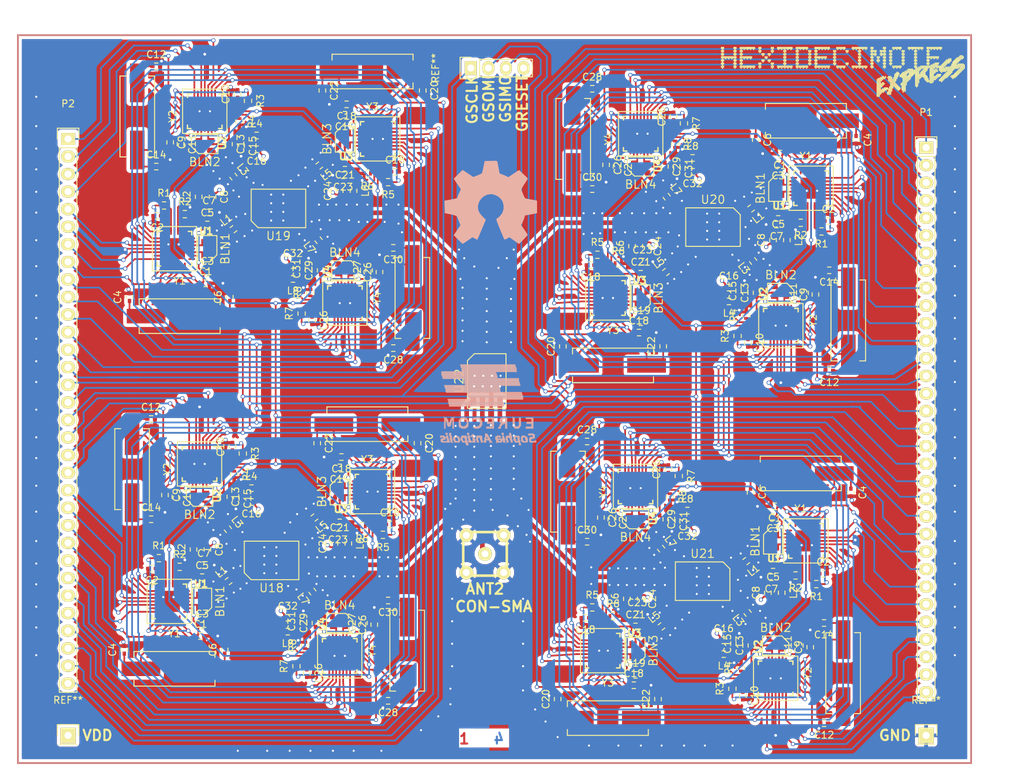
<source format=kicad_pcb>
(kicad_pcb (version 4) (host pcbnew 4.0.2+dfsg1-stable)
  (layers (0 F.Cu signal) (1 Ground power hide) (2 Power power hide) (31 B.Cu signal) (34 B.Paste user) (35 F.Paste user) (36 B.SilkS user) (37 F.SilkS user) (38 B.Mask user) (39 F.Mask user) (44 Edge.Cuts user))
  (net 0 "")
  (net 1 "Net-(ANT2-Pad1)")
  (net 2 GND)
  (net 3 "Net-(BLN1-Pad1)")
  (net 4 "Net-(BLN1-Pad4)")
  (net 5 "Net-(BLN1-Pad3)")
  (net 6 "Net-(C1-Pad1)")
  (net 7 "Net-(C2-Pad1)")
  (net 8 "Net-(C4-Pad1)")
  (net 9 "Net-(C6-Pad1)")
  (net 10 VDD)
  (net 11 /CH11)
  (net 12 /CH12)
  (net 13 /CH13)
  (net 14 /CH14)
  (net 15 /SFD22)
  (net 16 /FIFOP22)
  (net 17 /FIFO22)
  (net 18 /SFD21)
  (net 19 /FIFOP21)
  (net 20 /FIFO21)
  (net 21 /SFD20)
  (net 22 /FIFOP20)
  (net 23 /FIFO20)
  (net 24 /SFD19)
  (net 25 /FIFOP19)
  (net 26 /FIFO19)
  (net 27 /SFD18)
  (net 28 /FIFOP18)
  (net 29 /FIFO18)
  (net 30 /SFD17)
  (net 31 /FIFOP17)
  (net 32 /FIFO17)
  (net 33 /SFD16)
  (net 34 /FIFOP16)
  (net 35 /FIFO16)
  (net 36 /SFD15)
  (net 37 /FIFOP15)
  (net 38 /FIFO15)
  (net 39 /FIFO23)
  (net 40 /FIFOP23)
  (net 41 /SFD23)
  (net 42 /FIFO24)
  (net 43 /FIFOP24)
  (net 44 /SFD24)
  (net 45 /FIFO25)
  (net 46 /FIFOP25)
  (net 47 /SFD25)
  (net 48 /FIFO26)
  (net 49 /FIFOP26)
  (net 50 /SFD26)
  (net 51 /FIFO11)
  (net 52 /FIFOP11)
  (net 53 /SFD11)
  (net 54 /FIFO12)
  (net 55 /SFD12)
  (net 56 /FIFO13)
  (net 57 /FIFOP13)
  (net 58 /SFD13)
  (net 59 /FIFO14)
  (net 60 /FIFOP14)
  (net 61 /SFD14)
  (net 62 /GSCLK)
  (net 63 /GRESET)
  (net 64 /GSOMI)
  (net 65 /GSIMO)
  (net 66 "Net-(R1-Pad2)")
  (net 67 "Net-(R2-Pad1)")
  (net 68 /CS11)
  (net 69 "Net-(U1-Pad15)")
  (net 70 "Net-(U1-Pad18)")
  (net 71 "Net-(U1-Pad21)")
  (net 72 /CS12)
  (net 73 /FIFOP12)
  (net 74 /CS13)
  (net 75 /CS14)
  (net 76 /CS15)
  (net 77 /CS16)
  (net 78 /CS17)
  (net 79 /CS18)
  (net 80 /CS19)
  (net 81 /CS20)
  (net 82 /CS21)
  (net 83 /CS22)
  (net 84 /CS23)
  (net 85 /CS24)
  (net 86 /CS25)
  (net 87 /CS26)
  (net 88 "Net-(U18-Pad2)")
  (net 89 "Net-(U19-Pad2)")
  (net 90 "Net-(U20-Pad2)")
  (net 91 "Net-(U21-Pad2)")
  (module w_conn_d-sub:via-0.6mm (layer F.Cu) (at 179 49.15)
    (fp_text reference REF**1115 hide)
    (fp_text value via-0.6mm hide)
    (pad 1 thru_hole circle (at 0 0) (size 0.6 0.6) (drill 0.3) (layers *.Cu) (net 2 GND))
  )
  (module w_conn_d-sub:via-0.6mm (layer F.Cu) (at 117.775 117.225 90)
    (fp_text reference REF**1115 hide)
    (fp_text value via-0.6mm hide)
    (pad 1 thru_hole circle (at 0 0 90) (size 0.6 0.6) (drill 0.3) (layers *.Cu) (net 2 GND))
  )
  (module w_conn_d-sub:via-0.6mm (layer F.Cu) (at 120.775 117.225 90)
    (fp_text reference REF**1126 hide)
    (fp_text value via-0.6mm hide)
    (pad 1 thru_hole circle (at 0 0 90) (size 0.6 0.6) (drill 0.3) (layers *.Cu) (net 2 GND))
  )
  (module w_conn_d-sub:via-0.6mm (layer F.Cu) (at 124.775 117.225 90)
    (fp_text reference REF**1115 hide)
    (fp_text value via-0.6mm hide)
    (pad 1 thru_hole circle (at 0 0 90) (size 0.6 0.6) (drill 0.3) (layers *.Cu) (net 2 GND))
  )
  (module w_conn_d-sub:via-0.6mm (layer F.Cu) (at 114.525 117.225 90)
    (fp_text reference REF**1115 hide)
    (fp_text value via-0.6mm hide)
    (pad 1 thru_hole circle (at 0 0 90) (size 0.6 0.6) (drill 0.3) (layers *.Cu) (net 2 GND))
  )
  (module w_conn_d-sub:via-0.6mm (layer F.Cu) (at 111.525 117.225 90)
    (fp_text reference REF**1126 hide)
    (fp_text value via-0.6mm hide)
    (pad 1 thru_hole circle (at 0 0 90) (size 0.6 0.6) (drill 0.3) (layers *.Cu) (net 2 GND))
  )
  (module w_conn_d-sub:via-0.6mm (layer F.Cu) (at 104.025 117.225 90)
    (fp_text reference REF**1126 hide)
    (fp_text value via-0.6mm hide)
    (pad 1 thru_hole circle (at 0 0 90) (size 0.6 0.6) (drill 0.3) (layers *.Cu) (net 2 GND))
  )
  (module w_conn_d-sub:via-0.6mm (layer F.Cu) (at 108.275 117.225 90)
    (fp_text reference REF**1115 hide)
    (fp_text value via-0.6mm hide)
    (pad 1 thru_hole circle (at 0 0 90) (size 0.6 0.6) (drill 0.3) (layers *.Cu) (net 2 GND))
  )
  (module w_conn_d-sub:via-0.6mm (layer F.Cu) (at 168.525 116.475 90)
    (fp_text reference REF**1115 hide)
    (fp_text value via-0.6mm hide)
    (pad 1 thru_hole circle (at 0 0 90) (size 0.6 0.6) (drill 0.3) (layers *.Cu) (net 2 GND))
  )
  (module w_conn_d-sub:via-0.6mm (layer F.Cu) (at 171.525 116.475 90)
    (fp_text reference REF**1126 hide)
    (fp_text value via-0.6mm hide)
    (pad 1 thru_hole circle (at 0 0 90) (size 0.6 0.6) (drill 0.3) (layers *.Cu) (net 2 GND))
  )
  (module w_conn_d-sub:via-0.6mm (layer F.Cu) (at 175.525 116.475 90)
    (fp_text reference REF**1115 hide)
    (fp_text value via-0.6mm hide)
    (pad 1 thru_hole circle (at 0 0 90) (size 0.6 0.6) (drill 0.3) (layers *.Cu) (net 2 GND))
  )
  (module w_conn_d-sub:via-0.6mm (layer F.Cu) (at 165.275 116.475 90)
    (fp_text reference REF**1115 hide)
    (fp_text value via-0.6mm hide)
    (pad 1 thru_hole circle (at 0 0 90) (size 0.6 0.6) (drill 0.3) (layers *.Cu) (net 2 GND))
  )
  (module w_conn_d-sub:via-0.6mm (layer F.Cu) (at 162.275 116.475 90)
    (fp_text reference REF**1126 hide)
    (fp_text value via-0.6mm hide)
    (pad 1 thru_hole circle (at 0 0 90) (size 0.6 0.6) (drill 0.3) (layers *.Cu) (net 2 GND))
  )
  (module w_conn_d-sub:via-0.6mm (layer F.Cu) (at 154.775 116.475 90)
    (fp_text reference REF**1126 hide)
    (fp_text value via-0.6mm hide)
    (pad 1 thru_hole circle (at 0 0 90) (size 0.6 0.6) (drill 0.3) (layers *.Cu) (net 2 GND))
  )
  (module w_conn_d-sub:via-0.6mm (layer F.Cu) (at 159.025 116.475 90)
    (fp_text reference REF**1115 hide)
    (fp_text value via-0.6mm hide)
    (pad 1 thru_hole circle (at 0 0 90) (size 0.6 0.6) (drill 0.3) (layers *.Cu) (net 2 GND))
  )
  (module w_conn_d-sub:via-0.6mm (layer F.Cu) (at 147 111.25)
    (fp_text reference REF**1115 hide)
    (fp_text value via-0.6mm hide)
    (pad 1 thru_hole circle (at 0 0) (size 0.6 0.6) (drill 0.3) (layers *.Cu) (net 2 GND))
  )
  (module w_conn_d-sub:via-0.6mm (layer F.Cu) (at 134.75 110.5)
    (fp_text reference REF**1126 hide)
    (fp_text value via-0.6mm hide)
    (pad 1 thru_hole circle (at 0 0) (size 0.6 0.6) (drill 0.3) (layers *.Cu) (net 2 GND))
  )
  (module w_conn_d-sub:via-0.6mm (layer F.Cu) (at 145.25 108.5)
    (fp_text reference REF**1115 hide)
    (fp_text value via-0.6mm hide)
    (pad 1 thru_hole circle (at 0 0) (size 0.6 0.6) (drill 0.3) (layers *.Cu) (net 2 GND))
  )
  (module w_conn_d-sub:via-0.6mm (layer F.Cu) (at 134.75 108.25)
    (fp_text reference REF**1115 hide)
    (fp_text value via-0.6mm hide)
    (pad 1 thru_hole circle (at 0 0) (size 0.6 0.6) (drill 0.3) (layers *.Cu) (net 2 GND))
  )
  (module w_conn_d-sub:via-0.6mm (layer F.Cu) (at 133 112.25)
    (fp_text reference REF**1115 hide)
    (fp_text value via-0.6mm hide)
    (pad 1 thru_hole circle (at 0 0) (size 0.6 0.6) (drill 0.3) (layers *.Cu) (net 2 GND))
  )
  (module w_conn_d-sub:via-0.6mm (layer F.Cu) (at 148.5 113)
    (fp_text reference REF**1115 hide)
    (fp_text value via-0.6mm hide)
    (pad 1 thru_hole circle (at 0 0) (size 0.6 0.6) (drill 0.3) (layers *.Cu) (net 2 GND))
  )
  (module w_conn_d-sub:via-0.6mm (layer F.Cu) (at 130.5 114.25)
    (fp_text reference REF**1126 hide)
    (fp_text value via-0.6mm hide)
    (pad 1 thru_hole circle (at 0 0) (size 0.6 0.6) (drill 0.3) (layers *.Cu) (net 2 GND))
  )
  (module w_conn_d-sub:via-0.6mm (layer F.Cu) (at 150.25 115.25)
    (fp_text reference REF**1115 hide)
    (fp_text value via-0.6mm hide)
    (pad 1 thru_hole circle (at 0 0) (size 0.6 0.6) (drill 0.3) (layers *.Cu) (net 2 GND))
  )
  (module w_conn_d-sub:via-0.6mm (layer F.Cu) (at 145.25 105)
    (fp_text reference REF**1115 hide)
    (fp_text value via-0.6mm hide)
    (pad 1 thru_hole circle (at 0 0) (size 0.6 0.6) (drill 0.3) (layers *.Cu) (net 2 GND))
  )
  (module w_conn_d-sub:via-0.6mm (layer F.Cu) (at 135 105)
    (fp_text reference REF**1126 hide)
    (fp_text value via-0.6mm hide)
    (pad 1 thru_hole circle (at 0 0) (size 0.6 0.6) (drill 0.3) (layers *.Cu) (net 2 GND))
  )
  (module w_conn_d-sub:via-0.6mm (layer F.Cu) (at 145.25 101.75)
    (fp_text reference REF**1115 hide)
    (fp_text value via-0.6mm hide)
    (pad 1 thru_hole circle (at 0 0) (size 0.6 0.6) (drill 0.3) (layers *.Cu) (net 2 GND))
  )
  (module w_conn_d-sub:via-0.6mm (layer F.Cu) (at 135 101.75)
    (fp_text reference REF**1115 hide)
    (fp_text value via-0.6mm hide)
    (pad 1 thru_hole circle (at 0 0) (size 0.6 0.6) (drill 0.3) (layers *.Cu) (net 2 GND))
  )
  (module w_conn_d-sub:via-0.6mm (layer F.Cu) (at 135 95.25)
    (fp_text reference REF**1115 hide)
    (fp_text value via-0.6mm hide)
    (pad 1 thru_hole circle (at 0 0) (size 0.6 0.6) (drill 0.3) (layers *.Cu) (net 2 GND))
  )
  (module w_conn_d-sub:via-0.6mm (layer F.Cu) (at 145.25 95.25)
    (fp_text reference REF**1115 hide)
    (fp_text value via-0.6mm hide)
    (pad 1 thru_hole circle (at 0 0) (size 0.6 0.6) (drill 0.3) (layers *.Cu) (net 2 GND))
  )
  (module w_conn_d-sub:via-0.6mm (layer F.Cu) (at 135 98.5)
    (fp_text reference REF**1126 hide)
    (fp_text value via-0.6mm hide)
    (pad 1 thru_hole circle (at 0 0) (size 0.6 0.6) (drill 0.3) (layers *.Cu) (net 2 GND))
  )
  (module w_conn_d-sub:via-0.6mm (layer F.Cu) (at 145.25 98.5)
    (fp_text reference REF**1115 hide)
    (fp_text value via-0.6mm hide)
    (pad 1 thru_hole circle (at 0 0) (size 0.6 0.6) (drill 0.3) (layers *.Cu) (net 2 GND))
  )
  (module w_conn_d-sub:via-0.6mm (layer F.Cu) (at 74.9 26.9)
    (fp_text reference REF**1115 hide)
    (fp_text value via-0.6mm hide)
    (pad 1 thru_hole circle (at 0 0) (size 0.6 0.6) (drill 0.3) (layers *.Cu) (net 2 GND))
  )
  (module w_conn_d-sub:via-0.6mm (layer F.Cu) (at 74.9 22.65)
    (fp_text reference REF**1126 hide)
    (fp_text value via-0.6mm hide)
    (pad 1 thru_hole circle (at 0 0) (size 0.6 0.6) (drill 0.3) (layers *.Cu) (net 2 GND))
  )
  (module w_conn_d-sub:via-0.6mm (layer F.Cu) (at 74.9 30.15)
    (fp_text reference REF**1126 hide)
    (fp_text value via-0.6mm hide)
    (pad 1 thru_hole circle (at 0 0) (size 0.6 0.6) (drill 0.3) (layers *.Cu) (net 2 GND))
  )
  (module w_conn_d-sub:via-0.6mm (layer F.Cu) (at 74.9 33.15)
    (fp_text reference REF**1115 hide)
    (fp_text value via-0.6mm hide)
    (pad 1 thru_hole circle (at 0 0) (size 0.6 0.6) (drill 0.3) (layers *.Cu) (net 2 GND))
  )
  (module w_conn_d-sub:via-0.6mm (layer F.Cu) (at 74.9 43.4)
    (fp_text reference REF**1115 hide)
    (fp_text value via-0.6mm hide)
    (pad 1 thru_hole circle (at 0 0) (size 0.6 0.6) (drill 0.3) (layers *.Cu) (net 2 GND))
  )
  (module w_conn_d-sub:via-0.6mm (layer F.Cu) (at 74.9 39.4)
    (fp_text reference REF**1126 hide)
    (fp_text value via-0.6mm hide)
    (pad 1 thru_hole circle (at 0 0) (size 0.6 0.6) (drill 0.3) (layers *.Cu) (net 2 GND))
  )
  (module w_conn_d-sub:via-0.6mm (layer F.Cu) (at 74.9 36.4)
    (fp_text reference REF**1115 hide)
    (fp_text value via-0.6mm hide)
    (pad 1 thru_hole circle (at 0 0) (size 0.6 0.6) (drill 0.3) (layers *.Cu) (net 2 GND))
  )
  (module w_conn_d-sub:via-0.6mm (layer F.Cu) (at 74.9 60.9)
    (fp_text reference REF**1115 hide)
    (fp_text value via-0.6mm hide)
    (pad 1 thru_hole circle (at 0 0) (size 0.6 0.6) (drill 0.3) (layers *.Cu) (net 2 GND))
  )
  (module w_conn_d-sub:via-0.6mm (layer F.Cu) (at 74.9 63.9)
    (fp_text reference REF**1126 hide)
    (fp_text value via-0.6mm hide)
    (pad 1 thru_hole circle (at 0 0) (size 0.6 0.6) (drill 0.3) (layers *.Cu) (net 2 GND))
  )
  (module w_conn_d-sub:via-0.6mm (layer F.Cu) (at 74.9 67.9)
    (fp_text reference REF**1115 hide)
    (fp_text value via-0.6mm hide)
    (pad 1 thru_hole circle (at 0 0) (size 0.6 0.6) (drill 0.3) (layers *.Cu) (net 2 GND))
  )
  (module w_conn_d-sub:via-0.6mm (layer F.Cu) (at 74.9 57.65)
    (fp_text reference REF**1115 hide)
    (fp_text value via-0.6mm hide)
    (pad 1 thru_hole circle (at 0 0) (size 0.6 0.6) (drill 0.3) (layers *.Cu) (net 2 GND))
  )
  (module w_conn_d-sub:via-0.6mm (layer F.Cu) (at 74.9 54.65)
    (fp_text reference REF**1126 hide)
    (fp_text value via-0.6mm hide)
    (pad 1 thru_hole circle (at 0 0) (size 0.6 0.6) (drill 0.3) (layers *.Cu) (net 2 GND))
  )
  (module w_conn_d-sub:via-0.6mm (layer F.Cu) (at 74.9 47.15)
    (fp_text reference REF**1126 hide)
    (fp_text value via-0.6mm hide)
    (pad 1 thru_hole circle (at 0 0) (size 0.6 0.6) (drill 0.3) (layers *.Cu) (net 2 GND))
  )
  (module w_conn_d-sub:via-0.6mm (layer F.Cu) (at 74.9 51.4)
    (fp_text reference REF**1115 hide)
    (fp_text value via-0.6mm hide)
    (pad 1 thru_hole circle (at 0 0) (size 0.6 0.6) (drill 0.3) (layers *.Cu) (net 2 GND))
  )
  (module w_conn_d-sub:via-0.6mm (layer F.Cu) (at 74.9 86.9)
    (fp_text reference REF**1115 hide)
    (fp_text value via-0.6mm hide)
    (pad 1 thru_hole circle (at 0 0) (size 0.6 0.6) (drill 0.3) (layers *.Cu) (net 2 GND))
  )
  (module w_conn_d-sub:via-0.6mm (layer F.Cu) (at 74.9 82.65)
    (fp_text reference REF**1126 hide)
    (fp_text value via-0.6mm hide)
    (pad 1 thru_hole circle (at 0 0) (size 0.6 0.6) (drill 0.3) (layers *.Cu) (net 2 GND))
  )
  (module w_conn_d-sub:via-0.6mm (layer F.Cu) (at 74.9 90.15)
    (fp_text reference REF**1126 hide)
    (fp_text value via-0.6mm hide)
    (pad 1 thru_hole circle (at 0 0) (size 0.6 0.6) (drill 0.3) (layers *.Cu) (net 2 GND))
  )
  (module w_conn_d-sub:via-0.6mm (layer F.Cu) (at 74.9 93.15)
    (fp_text reference REF**1115 hide)
    (fp_text value via-0.6mm hide)
    (pad 1 thru_hole circle (at 0 0) (size 0.6 0.6) (drill 0.3) (layers *.Cu) (net 2 GND))
  )
  (module w_conn_d-sub:via-0.6mm (layer F.Cu) (at 74.9 103.4)
    (fp_text reference REF**1115 hide)
    (fp_text value via-0.6mm hide)
    (pad 1 thru_hole circle (at 0 0) (size 0.6 0.6) (drill 0.3) (layers *.Cu) (net 2 GND))
  )
  (module w_conn_d-sub:via-0.6mm (layer F.Cu) (at 74.9 99.4)
    (fp_text reference REF**1126 hide)
    (fp_text value via-0.6mm hide)
    (pad 1 thru_hole circle (at 0 0) (size 0.6 0.6) (drill 0.3) (layers *.Cu) (net 2 GND))
  )
  (module w_conn_d-sub:via-0.6mm (layer F.Cu) (at 74.9 96.4)
    (fp_text reference REF**1115 hide)
    (fp_text value via-0.6mm hide)
    (pad 1 thru_hole circle (at 0 0) (size 0.6 0.6) (drill 0.3) (layers *.Cu) (net 2 GND))
  )
  (module w_conn_d-sub:via-0.6mm (layer F.Cu) (at 74.9 71.9)
    (fp_text reference REF**1115 hide)
    (fp_text value via-0.6mm hide)
    (pad 1 thru_hole circle (at 0 0) (size 0.6 0.6) (drill 0.3) (layers *.Cu) (net 2 GND))
  )
  (module w_conn_d-sub:via-0.6mm (layer F.Cu) (at 74.9 74.9)
    (fp_text reference REF**1126 hide)
    (fp_text value via-0.6mm hide)
    (pad 1 thru_hole circle (at 0 0) (size 0.6 0.6) (drill 0.3) (layers *.Cu) (net 2 GND))
  )
  (module w_conn_d-sub:via-0.6mm (layer F.Cu) (at 74.9 78.9)
    (fp_text reference REF**1115 hide)
    (fp_text value via-0.6mm hide)
    (pad 1 thru_hole circle (at 0 0) (size 0.6 0.6) (drill 0.3) (layers *.Cu) (net 2 GND))
  )
  (module w_conn_d-sub:via-0.6mm (layer F.Cu) (at 207.65 78.9)
    (fp_text reference REF**1115 hide)
    (fp_text value via-0.6mm hide)
    (pad 1 thru_hole circle (at 0 0) (size 0.6 0.6) (drill 0.3) (layers *.Cu) (net 2 GND))
  )
  (module w_conn_d-sub:via-0.6mm (layer F.Cu) (at 207.65 74.9)
    (fp_text reference REF**1126 hide)
    (fp_text value via-0.6mm hide)
    (pad 1 thru_hole circle (at 0 0) (size 0.6 0.6) (drill 0.3) (layers *.Cu) (net 2 GND))
  )
  (module w_conn_d-sub:via-0.6mm (layer F.Cu) (at 207.65 71.9)
    (fp_text reference REF**1115 hide)
    (fp_text value via-0.6mm hide)
    (pad 1 thru_hole circle (at 0 0) (size 0.6 0.6) (drill 0.3) (layers *.Cu) (net 2 GND))
  )
  (module w_conn_d-sub:via-0.6mm (layer F.Cu) (at 207.65 96.4)
    (fp_text reference REF**1115 hide)
    (fp_text value via-0.6mm hide)
    (pad 1 thru_hole circle (at 0 0) (size 0.6 0.6) (drill 0.3) (layers *.Cu) (net 2 GND))
  )
  (module w_conn_d-sub:via-0.6mm (layer F.Cu) (at 207.65 99.4)
    (fp_text reference REF**1126 hide)
    (fp_text value via-0.6mm hide)
    (pad 1 thru_hole circle (at 0 0) (size 0.6 0.6) (drill 0.3) (layers *.Cu) (net 2 GND))
  )
  (module w_conn_d-sub:via-0.6mm (layer F.Cu) (at 207.65 103.4)
    (fp_text reference REF**1115 hide)
    (fp_text value via-0.6mm hide)
    (pad 1 thru_hole circle (at 0 0) (size 0.6 0.6) (drill 0.3) (layers *.Cu) (net 2 GND))
  )
  (module w_conn_d-sub:via-0.6mm (layer F.Cu) (at 207.65 93.15)
    (fp_text reference REF**1115 hide)
    (fp_text value via-0.6mm hide)
    (pad 1 thru_hole circle (at 0 0) (size 0.6 0.6) (drill 0.3) (layers *.Cu) (net 2 GND))
  )
  (module w_conn_d-sub:via-0.6mm (layer F.Cu) (at 207.65 90.15)
    (fp_text reference REF**1126 hide)
    (fp_text value via-0.6mm hide)
    (pad 1 thru_hole circle (at 0 0) (size 0.6 0.6) (drill 0.3) (layers *.Cu) (net 2 GND))
  )
  (module w_conn_d-sub:via-0.6mm (layer F.Cu) (at 207.65 82.65)
    (fp_text reference REF**1126 hide)
    (fp_text value via-0.6mm hide)
    (pad 1 thru_hole circle (at 0 0) (size 0.6 0.6) (drill 0.3) (layers *.Cu) (net 2 GND))
  )
  (module w_conn_d-sub:via-0.6mm (layer F.Cu) (at 207.65 86.9)
    (fp_text reference REF**1115 hide)
    (fp_text value via-0.6mm hide)
    (pad 1 thru_hole circle (at 0 0) (size 0.6 0.6) (drill 0.3) (layers *.Cu) (net 2 GND))
  )
  (module w_conn_d-sub:via-0.6mm (layer F.Cu) (at 207.65 51.4)
    (fp_text reference REF**1115 hide)
    (fp_text value via-0.6mm hide)
    (pad 1 thru_hole circle (at 0 0) (size 0.6 0.6) (drill 0.3) (layers *.Cu) (net 2 GND))
  )
  (module w_conn_d-sub:via-0.6mm (layer F.Cu) (at 207.65 47.15)
    (fp_text reference REF**1126 hide)
    (fp_text value via-0.6mm hide)
    (pad 1 thru_hole circle (at 0 0) (size 0.6 0.6) (drill 0.3) (layers *.Cu) (net 2 GND))
  )
  (module w_conn_d-sub:via-0.6mm (layer F.Cu) (at 207.65 54.65)
    (fp_text reference REF**1126 hide)
    (fp_text value via-0.6mm hide)
    (pad 1 thru_hole circle (at 0 0) (size 0.6 0.6) (drill 0.3) (layers *.Cu) (net 2 GND))
  )
  (module w_conn_d-sub:via-0.6mm (layer F.Cu) (at 207.65 57.65)
    (fp_text reference REF**1115 hide)
    (fp_text value via-0.6mm hide)
    (pad 1 thru_hole circle (at 0 0) (size 0.6 0.6) (drill 0.3) (layers *.Cu) (net 2 GND))
  )
  (module w_conn_d-sub:via-0.6mm (layer F.Cu) (at 207.65 67.9)
    (fp_text reference REF**1115 hide)
    (fp_text value via-0.6mm hide)
    (pad 1 thru_hole circle (at 0 0) (size 0.6 0.6) (drill 0.3) (layers *.Cu) (net 2 GND))
  )
  (module w_conn_d-sub:via-0.6mm (layer F.Cu) (at 207.65 63.9)
    (fp_text reference REF**1126 hide)
    (fp_text value via-0.6mm hide)
    (pad 1 thru_hole circle (at 0 0) (size 0.6 0.6) (drill 0.3) (layers *.Cu) (net 2 GND))
  )
  (module w_conn_d-sub:via-0.6mm (layer F.Cu) (at 207.65 60.9)
    (fp_text reference REF**1115 hide)
    (fp_text value via-0.6mm hide)
    (pad 1 thru_hole circle (at 0 0) (size 0.6 0.6) (drill 0.3) (layers *.Cu) (net 2 GND))
  )
  (module w_conn_d-sub:via-0.6mm (layer F.Cu) (at 207.65 36.4)
    (fp_text reference REF**1115 hide)
    (fp_text value via-0.6mm hide)
    (pad 1 thru_hole circle (at 0 0) (size 0.6 0.6) (drill 0.3) (layers *.Cu) (net 2 GND))
  )
  (module w_conn_d-sub:via-0.6mm (layer F.Cu) (at 207.65 39.4)
    (fp_text reference REF**1126 hide)
    (fp_text value via-0.6mm hide)
    (pad 1 thru_hole circle (at 0 0) (size 0.6 0.6) (drill 0.3) (layers *.Cu) (net 2 GND))
  )
  (module w_conn_d-sub:via-0.6mm (layer F.Cu) (at 207.65 43.4)
    (fp_text reference REF**1115 hide)
    (fp_text value via-0.6mm hide)
    (pad 1 thru_hole circle (at 0 0) (size 0.6 0.6) (drill 0.3) (layers *.Cu) (net 2 GND))
  )
  (module w_conn_d-sub:via-0.6mm (layer F.Cu) (at 207.65 33.15)
    (fp_text reference REF**1115 hide)
    (fp_text value via-0.6mm hide)
    (pad 1 thru_hole circle (at 0 0) (size 0.6 0.6) (drill 0.3) (layers *.Cu) (net 2 GND))
  )
  (module w_conn_d-sub:via-0.6mm (layer F.Cu) (at 207.65 30.15)
    (fp_text reference REF**1126 hide)
    (fp_text value via-0.6mm hide)
    (pad 1 thru_hole circle (at 0 0) (size 0.6 0.6) (drill 0.3) (layers *.Cu) (net 2 GND))
  )
  (module w_conn_d-sub:via-0.6mm (layer F.Cu) (at 207.65 22.65)
    (fp_text reference REF**1126 hide)
    (fp_text value via-0.6mm hide)
    (pad 1 thru_hole circle (at 0 0) (size 0.6 0.6) (drill 0.3) (layers *.Cu) (net 2 GND))
  )
  (module w_conn_d-sub:via-0.6mm (layer F.Cu) (at 207.65 26.9)
    (fp_text reference REF**1115 hide)
    (fp_text value via-0.6mm hide)
    (pad 1 thru_hole circle (at 0 0) (size 0.6 0.6) (drill 0.3) (layers *.Cu) (net 2 GND))
  )
  (module w_conn_d-sub:via-0.6mm (layer F.Cu) (at 108.85 40.55)
    (fp_text reference REF**1115 hide)
    (fp_text value via-0.6mm hide)
    (pad 1 thru_hole circle (at 0 0) (size 0.6 0.6) (drill 0.3) (layers *.Cu) (net 2 GND))
  )
  (module w_conn_d-sub:via-0.6mm (layer F.Cu) (at 108.85 39.3)
    (fp_text reference REF**1115 hide)
    (fp_text value via-0.6mm hide)
    (pad 1 thru_hole circle (at 0 0) (size 0.6 0.6) (drill 0.3) (layers *.Cu) (net 2 GND))
  )
  (module w_conn_d-sub:via-0.6mm (layer F.Cu) (at 110.6 40.55)
    (fp_text reference REF**1126 hide)
    (fp_text value via-0.6mm hide)
    (pad 1 thru_hole circle (at 0 0) (size 0.6 0.6) (drill 0.3) (layers *.Cu) (net 2 GND))
  )
  (module w_conn_d-sub:via-0.6mm (layer F.Cu) (at 110.6 39.3)
    (fp_text reference REF**1126 hide)
    (fp_text value via-0.6mm hide)
    (pad 1 thru_hole circle (at 0 0) (size 0.6 0.6) (drill 0.3) (layers *.Cu) (net 2 GND))
  )
  (module w_conn_d-sub:via-0.6mm (layer F.Cu) (at 110.6 36.8)
    (fp_text reference REF**1115 hide)
    (fp_text value via-0.6mm hide)
    (pad 1 thru_hole circle (at 0 0) (size 0.6 0.6) (drill 0.3) (layers *.Cu) (net 2 GND))
  )
  (module w_conn_d-sub:via-0.6mm (layer F.Cu) (at 108.85 36.8)
    (fp_text reference REF**1126 hide)
    (fp_text value via-0.6mm hide)
    (pad 1 thru_hole circle (at 0 0) (size 0.6 0.6) (drill 0.3) (layers *.Cu) (net 2 GND))
  )
  (module w_conn_d-sub:via-0.6mm (layer F.Cu) (at 108.85 38.05)
    (fp_text reference REF**1126 hide)
    (fp_text value via-0.6mm hide)
    (pad 1 thru_hole circle (at 0 0) (size 0.6 0.6) (drill 0.3) (layers *.Cu) (net 2 GND))
  )
  (module w_conn_d-sub:via-0.6mm (layer F.Cu) (at 110.6 38.05)
    (fp_text reference REF**1115 hide)
    (fp_text value via-0.6mm hide)
    (pad 1 thru_hole circle (at 0 0) (size 0.6 0.6) (drill 0.3) (layers *.Cu) (net 2 GND))
  )
  (module w_conn_d-sub:via-0.6mm (layer F.Cu) (at 141.925 64.525 90)
    (fp_text reference REF**1115 hide)
    (fp_text value via-0.6mm hide)
    (pad 1 thru_hole circle (at 0 0 90) (size 0.6 0.6) (drill 0.3) (layers *.Cu) (net 2 GND))
  )
  (module w_conn_d-sub:via-0.6mm (layer F.Cu) (at 140.675 64.525 90)
    (fp_text reference REF**1115 hide)
    (fp_text value via-0.6mm hide)
    (pad 1 thru_hole circle (at 0 0 90) (size 0.6 0.6) (drill 0.3) (layers *.Cu) (net 2 GND))
  )
  (module w_conn_d-sub:via-0.6mm (layer F.Cu) (at 142 63 90)
    (fp_text reference REF**1126 hide)
    (fp_text value via-0.6mm hide)
    (pad 1 thru_hole circle (at 0 0 90) (size 0.6 0.6) (drill 0.3) (layers *.Cu) (net 2 GND))
  )
  (module w_conn_d-sub:via-0.6mm (layer F.Cu) (at 140.75 63 90)
    (fp_text reference REF**1126 hide)
    (fp_text value via-0.6mm hide)
    (pad 1 thru_hole circle (at 0 0 90) (size 0.6 0.6) (drill 0.3) (layers *.Cu) (net 2 GND))
  )
  (module w_conn_d-sub:via-0.6mm (layer F.Cu) (at 138.25 63 90)
    (fp_text reference REF**1115 hide)
    (fp_text value via-0.6mm hide)
    (pad 1 thru_hole circle (at 0 0 90) (size 0.6 0.6) (drill 0.3) (layers *.Cu) (net 2 GND))
  )
  (module w_conn_d-sub:via-0.6mm (layer F.Cu) (at 138.175 64.525 90)
    (fp_text reference REF**1126 hide)
    (fp_text value via-0.6mm hide)
    (pad 1 thru_hole circle (at 0 0 90) (size 0.6 0.6) (drill 0.3) (layers *.Cu) (net 2 GND))
  )
  (module w_conn_d-sub:via-0.6mm (layer F.Cu) (at 139.425 64.525 90)
    (fp_text reference REF**1126 hide)
    (fp_text value via-0.6mm hide)
    (pad 1 thru_hole circle (at 0 0 90) (size 0.6 0.6) (drill 0.3) (layers *.Cu) (net 2 GND))
  )
  (module w_conn_d-sub:via-0.6mm (layer F.Cu) (at 139.5 63 90)
    (fp_text reference REF**1115 hide)
    (fp_text value via-0.6mm hide)
    (pad 1 thru_hole circle (at 0 0 90) (size 0.6 0.6) (drill 0.3) (layers *.Cu) (net 2 GND))
  )
  (module w_conn_d-sub:via-0.6mm (layer F.Cu) (at 173.6 40.8)
    (fp_text reference REF**1115 hide)
    (fp_text value via-0.6mm hide)
    (pad 1 thru_hole circle (at 0 0) (size 0.6 0.6) (drill 0.3) (layers *.Cu) (net 2 GND))
  )
  (module w_conn_d-sub:via-0.6mm (layer F.Cu) (at 171.85 40.8)
    (fp_text reference REF**1126 hide)
    (fp_text value via-0.6mm hide)
    (pad 1 thru_hole circle (at 0 0) (size 0.6 0.6) (drill 0.3) (layers *.Cu) (net 2 GND))
  )
  (module w_conn_d-sub:via-0.6mm (layer F.Cu) (at 171.85 39.55)
    (fp_text reference REF**1126 hide)
    (fp_text value via-0.6mm hide)
    (pad 1 thru_hole circle (at 0 0) (size 0.6 0.6) (drill 0.3) (layers *.Cu) (net 2 GND))
  )
  (module w_conn_d-sub:via-0.6mm (layer F.Cu) (at 173.6 39.55)
    (fp_text reference REF**1115 hide)
    (fp_text value via-0.6mm hide)
    (pad 1 thru_hole circle (at 0 0) (size 0.6 0.6) (drill 0.3) (layers *.Cu) (net 2 GND))
  )
  (module w_conn_d-sub:via-0.6mm (layer F.Cu) (at 173.6 42.05)
    (fp_text reference REF**1126 hide)
    (fp_text value via-0.6mm hide)
    (pad 1 thru_hole circle (at 0 0) (size 0.6 0.6) (drill 0.3) (layers *.Cu) (net 2 GND))
  )
  (module w_conn_d-sub:via-0.6mm (layer F.Cu) (at 173.6 43.3)
    (fp_text reference REF**1126 hide)
    (fp_text value via-0.6mm hide)
    (pad 1 thru_hole circle (at 0 0) (size 0.6 0.6) (drill 0.3) (layers *.Cu) (net 2 GND))
  )
  (module w_conn_d-sub:via-0.6mm (layer F.Cu) (at 171.85 42.05)
    (fp_text reference REF**1115 hide)
    (fp_text value via-0.6mm hide)
    (pad 1 thru_hole circle (at 0 0) (size 0.6 0.6) (drill 0.3) (layers *.Cu) (net 2 GND))
  )
  (module w_conn_d-sub:via-0.6mm (layer F.Cu) (at 171.85 43.3)
    (fp_text reference REF**1115 hide)
    (fp_text value via-0.6mm hide)
    (pad 1 thru_hole circle (at 0 0) (size 0.6 0.6) (drill 0.3) (layers *.Cu) (net 2 GND))
  )
  (module w_conn_d-sub:via-0.6mm (layer F.Cu) (at 170.35 94.55)
    (fp_text reference REF**1115 hide)
    (fp_text value via-0.6mm hide)
    (pad 1 thru_hole circle (at 0 0) (size 0.6 0.6) (drill 0.3) (layers *.Cu) (net 2 GND))
  )
  (module w_conn_d-sub:via-0.6mm (layer F.Cu) (at 170.35 93.3)
    (fp_text reference REF**1115 hide)
    (fp_text value via-0.6mm hide)
    (pad 1 thru_hole circle (at 0 0) (size 0.6 0.6) (drill 0.3) (layers *.Cu) (net 2 GND))
  )
  (module w_conn_d-sub:via-0.6mm (layer F.Cu) (at 172.1 94.55)
    (fp_text reference REF**1126 hide)
    (fp_text value via-0.6mm hide)
    (pad 1 thru_hole circle (at 0 0) (size 0.6 0.6) (drill 0.3) (layers *.Cu) (net 2 GND))
  )
  (module w_conn_d-sub:via-0.6mm (layer F.Cu) (at 172.1 93.3)
    (fp_text reference REF**1126 hide)
    (fp_text value via-0.6mm hide)
    (pad 1 thru_hole circle (at 0 0) (size 0.6 0.6) (drill 0.3) (layers *.Cu) (net 2 GND))
  )
  (module w_conn_d-sub:via-0.6mm (layer F.Cu) (at 172.1 90.8)
    (fp_text reference REF**1115 hide)
    (fp_text value via-0.6mm hide)
    (pad 1 thru_hole circle (at 0 0) (size 0.6 0.6) (drill 0.3) (layers *.Cu) (net 2 GND))
  )
  (module w_conn_d-sub:via-0.6mm (layer F.Cu) (at 170.35 90.8)
    (fp_text reference REF**1126 hide)
    (fp_text value via-0.6mm hide)
    (pad 1 thru_hole circle (at 0 0) (size 0.6 0.6) (drill 0.3) (layers *.Cu) (net 2 GND))
  )
  (module w_conn_d-sub:via-0.6mm (layer F.Cu) (at 170.35 92.05)
    (fp_text reference REF**1126 hide)
    (fp_text value via-0.6mm hide)
    (pad 1 thru_hole circle (at 0 0) (size 0.6 0.6) (drill 0.3) (layers *.Cu) (net 2 GND))
  )
  (module w_conn_d-sub:via-0.6mm (layer F.Cu) (at 172.1 92.05)
    (fp_text reference REF**1115 hide)
    (fp_text value via-0.6mm hide)
    (pad 1 thru_hole circle (at 0 0) (size 0.6 0.6) (drill 0.3) (layers *.Cu) (net 2 GND))
  )
  (module w_conn_d-sub:via-0.6mm (layer F.Cu) (at 181.9 48)
    (fp_text reference REF**1115 hide)
    (fp_text value via-0.6mm hide)
    (pad 1 thru_hole circle (at 0 0) (size 0.6 0.6) (drill 0.3) (layers *.Cu) (net 2 GND))
  )
  (module w_conn_d-sub:via-0.6mm (layer F.Cu) (at 167.8 42.7)
    (fp_text reference REF**1115 hide)
    (fp_text value via-0.6mm hide)
    (pad 1 thru_hole circle (at 0 0) (size 0.6 0.6) (drill 0.3) (layers *.Cu) (net 2 GND))
  )
  (module w_conn_d-sub:via-0.6mm (layer F.Cu) (at 166.15 49.65)
    (fp_text reference REF**1126 hide)
    (fp_text value via-0.6mm hide)
    (pad 1 thru_hole circle (at 0 0) (size 0.6 0.6) (drill 0.3) (layers *.Cu) (net 2 GND))
  )
  (module w_conn_d-sub:via-0.6mm (layer F.Cu) (at 167.1 49)
    (fp_text reference REF**1115 hide)
    (fp_text value via-0.6mm hide)
    (pad 1 thru_hole circle (at 0 0) (size 0.6 0.6) (drill 0.3) (layers *.Cu) (net 2 GND))
  )
  (module w_conn_d-sub:via-0.6mm (layer F.Cu) (at 156.4 42.4)
    (fp_text reference REF**1115 hide)
    (fp_text value via-0.6mm hide)
    (pad 1 thru_hole circle (at 0 0) (size 0.6 0.6) (drill 0.3) (layers *.Cu) (net 2 GND))
  )
  (module w_conn_d-sub:via-0.6mm (layer F.Cu) (at 156.7 39.5)
    (fp_text reference REF**1126 hide)
    (fp_text value via-0.6mm hide)
    (pad 1 thru_hole circle (at 0 0) (size 0.6 0.6) (drill 0.3) (layers *.Cu) (net 2 GND))
  )
  (module w_conn_d-sub:via-0.6mm (layer F.Cu) (at 143.5 53.65)
    (fp_text reference REF**1115 hide)
    (fp_text value via-0.6mm hide)
    (pad 1 thru_hole circle (at 0 0) (size 0.6 0.6) (drill 0.3) (layers *.Cu) (net 2 GND))
  )
  (module w_conn_d-sub:via-0.6mm (layer F.Cu) (at 143.5 50.4)
    (fp_text reference REF**1115 hide)
    (fp_text value via-0.6mm hide)
    (pad 1 thru_hole circle (at 0 0) (size 0.6 0.6) (drill 0.3) (layers *.Cu) (net 2 GND))
  )
  (module w_conn_d-sub:via-0.6mm (layer F.Cu) (at 144 49)
    (fp_text reference REF**1126 hide)
    (fp_text value via-0.6mm hide)
    (pad 1 thru_hole circle (at 0 0) (size 0.6 0.6) (drill 0.3) (layers *.Cu) (net 2 GND))
  )
  (module w_conn_d-sub:via-0.6mm (layer F.Cu) (at 143.5 51.9)
    (fp_text reference REF**1126 hide)
    (fp_text value via-0.6mm hide)
    (pad 1 thru_hole circle (at 0 0) (size 0.6 0.6) (drill 0.3) (layers *.Cu) (net 2 GND))
  )
  (module w_conn_d-sub:via-0.6mm (layer F.Cu) (at 143.5 58.15)
    (fp_text reference REF**1115 hide)
    (fp_text value via-0.6mm hide)
    (pad 1 thru_hole circle (at 0 0) (size 0.6 0.6) (drill 0.3) (layers *.Cu) (net 2 GND))
  )
  (module w_conn_d-sub:via-0.6mm (layer F.Cu) (at 143.5 56.65)
    (fp_text reference REF**1126 hide)
    (fp_text value via-0.6mm hide)
    (pad 1 thru_hole circle (at 0 0) (size 0.6 0.6) (drill 0.3) (layers *.Cu) (net 2 GND))
  )
  (module w_conn_d-sub:via-0.6mm (layer F.Cu) (at 143.5 55.15)
    (fp_text reference REF**1115 hide)
    (fp_text value via-0.6mm hide)
    (pad 1 thru_hole circle (at 0 0) (size 0.6 0.6) (drill 0.3) (layers *.Cu) (net 2 GND))
  )
  (module w_conn_d-sub:via-0.6mm (layer F.Cu) (at 143.9 44.75)
    (fp_text reference REF**1115 hide)
    (fp_text value via-0.6mm hide)
    (pad 1 thru_hole circle (at 0 0) (size 0.6 0.6) (drill 0.3) (layers *.Cu) (net 2 GND))
  )
  (module w_conn_d-sub:via-0.6mm (layer F.Cu) (at 142.9 46)
    (fp_text reference REF**1115 hide)
    (fp_text value via-0.6mm hide)
    (pad 1 thru_hole circle (at 0 0) (size 0.6 0.6) (drill 0.3) (layers *.Cu) (net 2 GND))
  )
  (module w_conn_d-sub:via-0.6mm (layer F.Cu) (at 117.75 32.5)
    (fp_text reference REF**11810 hide)
    (fp_text value via-0.6mm hide)
    (pad 1 thru_hole circle (at 0 0) (size 0.6 0.6) (drill 0.3) (layers *.Cu) (net 2 GND))
  )
  (module w_conn_d-sub:via-0.6mm (layer F.Cu) (at 146.05 82.4)
    (fp_text reference REF**1126 hide)
    (fp_text value via-0.6mm hide)
    (pad 1 thru_hole circle (at 0 0) (size 0.6 0.6) (drill 0.3) (layers *.Cu) (net 2 GND))
  )
  (module w_conn_d-sub:via-0.6mm (layer F.Cu) (at 159 90.85)
    (fp_text reference REF**1181 hide)
    (fp_text value via-0.6mm hide)
    (pad 1 thru_hole circle (at 0 0) (size 0.6 0.6) (drill 0.3) (layers *.Cu) (net 2 GND))
  )
  (module w_conn_d-sub:via-0.6mm (layer F.Cu) (at 155.1 90.7)
    (fp_text reference REF**1191 hide)
    (fp_text value via-0.6mm hide)
    (pad 1 thru_hole circle (at 0 0) (size 0.6 0.6) (drill 0.3) (layers *.Cu) (net 2 GND))
  )
  (module w_conn_d-sub:via-0.6mm (layer F.Cu) (at 157.75 90.85)
    (fp_text reference REF**1185 hide)
    (fp_text value via-0.6mm hide)
    (pad 1 thru_hole circle (at 0 0) (size 0.6 0.6) (drill 0.3) (layers *.Cu) (net 2 GND))
  )
  (module w_conn_d-sub:via-0.6mm (layer F.Cu) (at 162.75 90.85)
    (fp_text reference REF**1131 hide)
    (fp_text value via-0.6mm hide)
    (pad 1 thru_hole circle (at 0 0) (size 0.6 0.6) (drill 0.3) (layers *.Cu) (net 2 GND))
  )
  (module w_conn_d-sub:via-0.6mm (layer F.Cu) (at 161.5 90.85)
    (fp_text reference REF**1121 hide)
    (fp_text value via-0.6mm hide)
    (pad 1 thru_hole circle (at 0 0) (size 0.6 0.6) (drill 0.3) (layers *.Cu) (net 2 GND))
  )
  (module w_conn_d-sub:via-0.6mm (layer F.Cu) (at 160.25 90.85)
    (fp_text reference REF**1111 hide)
    (fp_text value via-0.6mm hide)
    (pad 1 thru_hole circle (at 0 0) (size 0.6 0.6) (drill 0.3) (layers *.Cu) (net 2 GND))
  )
  (module w_conn_d-sub:via-0.6mm (layer F.Cu) (at 116.25 80.75)
    (fp_text reference REF**1141 hide)
    (fp_text value via-0.6mm hide)
    (pad 1 thru_hole circle (at 0 0) (size 0.6 0.6) (drill 0.3) (layers *.Cu) (net 2 GND))
  )
  (module w_conn_d-sub:via-0.6mm (layer F.Cu) (at 113.8 87.4)
    (fp_text reference REF**1151 hide)
    (fp_text value via-0.6mm hide)
    (pad 1 thru_hole circle (at 0 0) (size 0.6 0.6) (drill 0.3) (layers *.Cu) (net 2 GND))
  )
  (module w_conn_d-sub:via-0.6mm (layer F.Cu) (at 103.45 94.35)
    (fp_text reference REF**1141 hide)
    (fp_text value via-0.6mm hide)
    (pad 1 thru_hole circle (at 0 0) (size 0.6 0.6) (drill 0.3) (layers *.Cu) (net 2 GND))
  )
  (module w_conn_d-sub:via-0.6mm (layer F.Cu) (at 161.75 28)
    (fp_text reference REF**1121 hide)
    (fp_text value via-0.6mm hide)
    (pad 1 thru_hole circle (at 0 0) (size 0.6 0.6) (drill 0.3) (layers *.Cu) (net 2 GND))
  )
  (module w_conn_d-sub:via-0.6mm (layer F.Cu) (at 163.25 28)
    (fp_text reference REF**1121 hide)
    (fp_text value via-0.6mm hide)
    (pad 1 thru_hole circle (at 0 0) (size 0.6 0.6) (drill 0.3) (layers *.Cu) (net 2 GND))
  )
  (module w_conn_d-sub:via-0.6mm (layer F.Cu) (at 98.5 24.75)
    (fp_text reference REF**1121 hide)
    (fp_text value via-0.6mm hide)
    (pad 1 thru_hole circle (at 0 0) (size 0.6 0.6) (drill 0.3) (layers *.Cu) (net 2 GND))
  )
  (module w_conn_d-sub:via-0.6mm (layer F.Cu) (at 100 24.75)
    (fp_text reference REF**1121 hide)
    (fp_text value via-0.6mm hide)
    (pad 1 thru_hole circle (at 0 0) (size 0.6 0.6) (drill 0.3) (layers *.Cu) (net 2 GND))
  )
  (module w_conn_d-sub:via-0.6mm (layer F.Cu) (at 120.25 52.5)
    (fp_text reference REF**1121 hide)
    (fp_text value via-0.6mm hide)
    (pad 1 thru_hole circle (at 0 0) (size 0.6 0.6) (drill 0.3) (layers *.Cu) (net 2 GND))
  )
  (module w_conn_d-sub:via-0.6mm (layer F.Cu) (at 118.75 52.5)
    (fp_text reference REF**1121 hide)
    (fp_text value via-0.6mm hide)
    (pad 1 thru_hole circle (at 0 0) (size 0.6 0.6) (drill 0.3) (layers *.Cu) (net 2 GND))
  )
  (module w_conn_d-sub:via-0.6mm (layer F.Cu) (at 185.5 87.5)
    (fp_text reference REF**1121 hide)
    (fp_text value via-0.6mm hide)
    (pad 1 thru_hole circle (at 0 0) (size 0.6 0.6) (drill 0.3) (layers *.Cu) (net 2 GND))
  )
  (module w_conn_d-sub:via-0.6mm (layer F.Cu) (at 187 87.5)
    (fp_text reference REF**1121 hide)
    (fp_text value via-0.6mm hide)
    (pad 1 thru_hole circle (at 0 0) (size 0.6 0.6) (drill 0.3) (layers *.Cu) (net 2 GND))
  )
  (module w_conn_d-sub:via-0.6mm (layer F.Cu) (at 95.5 44)
    (fp_text reference REF**1121 hide)
    (fp_text value via-0.6mm hide)
    (pad 1 thru_hole circle (at 0 0) (size 0.6 0.6) (drill 0.3) (layers *.Cu) (net 2 GND))
  )
  (module w_conn_d-sub:via-0.6mm (layer F.Cu) (at 94 44)
    (fp_text reference REF**1121 hide)
    (fp_text value via-0.6mm hide)
    (pad 1 thru_hole circle (at 0 0) (size 0.6 0.6) (drill 0.3) (layers *.Cu) (net 2 GND))
  )
  (module w_conn_d-sub:via-0.6mm (layer F.Cu) (at 156.75 51.75)
    (fp_text reference REF**1121 hide)
    (fp_text value via-0.6mm hide)
    (pad 1 thru_hole circle (at 0 0) (size 0.6 0.6) (drill 0.3) (layers *.Cu) (net 2 GND))
  )
  (module w_conn_d-sub:via-0.6mm (layer F.Cu) (at 158.25 51.75)
    (fp_text reference REF**1121 hide)
    (fp_text value via-0.6mm hide)
    (pad 1 thru_hole circle (at 0 0) (size 0.6 0.6) (drill 0.3) (layers *.Cu) (net 2 GND))
  )
  (module w_conn_d-sub:via-0.6mm (layer F.Cu) (at 125 28.75)
    (fp_text reference REF**1121 hide)
    (fp_text value via-0.6mm hide)
    (pad 1 thru_hole circle (at 0 0) (size 0.6 0.6) (drill 0.3) (layers *.Cu) (net 2 GND))
  )
  (module w_conn_d-sub:via-0.6mm (layer F.Cu) (at 123.5 28.75)
    (fp_text reference REF**1121 hide)
    (fp_text value via-0.6mm hide)
    (pad 1 thru_hole circle (at 0 0) (size 0.6 0.6) (drill 0.3) (layers *.Cu) (net 2 GND))
  )
  (module w_conn_d-sub:via-0.6mm (layer F.Cu) (at 181.75 55.75)
    (fp_text reference REF**1121 hide)
    (fp_text value via-0.6mm hide)
    (pad 1 thru_hole circle (at 0 0) (size 0.6 0.6) (drill 0.3) (layers *.Cu) (net 2 GND))
  )
  (module w_conn_d-sub:via-0.6mm (layer F.Cu) (at 183.25 55.75)
    (fp_text reference REF**1121 hide)
    (fp_text value via-0.6mm hide)
    (pad 1 thru_hole circle (at 0 0) (size 0.6 0.6) (drill 0.3) (layers *.Cu) (net 2 GND))
  )
  (module w_conn_d-sub:via-0.6mm (layer F.Cu) (at 99.25 75.75)
    (fp_text reference REF**1121 hide)
    (fp_text value via-0.6mm hide)
    (pad 1 thru_hole circle (at 0 0) (size 0.6 0.6) (drill 0.3) (layers *.Cu) (net 2 GND))
  )
  (module w_conn_d-sub:via-0.6mm (layer F.Cu) (at 97.75 75.75)
    (fp_text reference REF**1121 hide)
    (fp_text value via-0.6mm hide)
    (pad 1 thru_hole circle (at 0 0) (size 0.6 0.6) (drill 0.3) (layers *.Cu) (net 2 GND))
  )
  (module w_conn_d-sub:via-0.6mm (layer F.Cu) (at 122.75 79.75)
    (fp_text reference REF**1121 hide)
    (fp_text value via-0.6mm hide)
    (pad 1 thru_hole circle (at 0 0) (size 0.6 0.6) (drill 0.3) (layers *.Cu) (net 2 GND))
  )
  (module w_conn_d-sub:via-0.6mm (layer F.Cu) (at 124.25 79.75)
    (fp_text reference REF**1121 hide)
    (fp_text value via-0.6mm hide)
    (pad 1 thru_hole circle (at 0 0) (size 0.6 0.6) (drill 0.3) (layers *.Cu) (net 2 GND))
  )
  (module w_conn_d-sub:via-0.6mm (layer F.Cu) (at 187.75 36.25)
    (fp_text reference REF**1121 hide)
    (fp_text value via-0.6mm hide)
    (pad 1 thru_hole circle (at 0 0) (size 0.6 0.6) (drill 0.3) (layers *.Cu) (net 2 GND))
  )
  (module w_conn_d-sub:via-0.6mm (layer F.Cu) (at 186.25 36.25)
    (fp_text reference REF**1121 hide)
    (fp_text value via-0.6mm hide)
    (pad 1 thru_hole circle (at 0 0) (size 0.6 0.6) (drill 0.3) (layers *.Cu) (net 2 GND))
  )
  (module w_conn_d-sub:via-0.6mm (layer F.Cu) (at 160.75 79.25)
    (fp_text reference REF**1121 hide)
    (fp_text value via-0.6mm hide)
    (pad 1 thru_hole circle (at 0 0) (size 0.6 0.6) (drill 0.3) (layers *.Cu) (net 2 GND))
  )
  (module w_conn_d-sub:via-0.6mm (layer F.Cu) (at 162.25 79.25)
    (fp_text reference REF**1121 hide)
    (fp_text value via-0.6mm hide)
    (pad 1 thru_hole circle (at 0 0) (size 0.6 0.6) (drill 0.3) (layers *.Cu) (net 2 GND))
  )
  (module w_conn_d-sub:via-0.6mm (layer F.Cu) (at 157.5 102.75)
    (fp_text reference REF**1121 hide)
    (fp_text value via-0.6mm hide)
    (pad 1 thru_hole circle (at 0 0) (size 0.6 0.6) (drill 0.3) (layers *.Cu) (net 2 GND))
  )
  (module w_conn_d-sub:via-0.6mm (layer F.Cu) (at 156.25 102.75)
    (fp_text reference REF**1121 hide)
    (fp_text value via-0.6mm hide)
    (pad 1 thru_hole circle (at 0 0) (size 0.6 0.6) (drill 0.3) (layers *.Cu) (net 2 GND))
  )
  (module w_conn_d-sub:via-0.6mm (layer F.Cu) (at 181 106.75)
    (fp_text reference REF**1121 hide)
    (fp_text value via-0.6mm hide)
    (pad 1 thru_hole circle (at 0 0) (size 0.6 0.6) (drill 0.3) (layers *.Cu) (net 2 GND))
  )
  (module w_conn_d-sub:via-0.6mm (layer F.Cu) (at 182.5 106.75)
    (fp_text reference REF**1121 hide)
    (fp_text value via-0.6mm hide)
    (pad 1 thru_hole circle (at 0 0) (size 0.6 0.6) (drill 0.3) (layers *.Cu) (net 2 GND))
  )
  (module w_conn_d-sub:via-0.6mm (layer F.Cu) (at 119.5 103.5)
    (fp_text reference REF**1121 hide)
    (fp_text value via-0.6mm hide)
    (pad 1 thru_hole circle (at 0 0) (size 0.6 0.6) (drill 0.3) (layers *.Cu) (net 2 GND))
  )
  (module w_conn_d-sub:via-0.6mm (layer F.Cu) (at 118 103.5)
    (fp_text reference REF**1121 hide)
    (fp_text value via-0.6mm hide)
    (pad 1 thru_hole circle (at 0 0) (size 0.6 0.6) (drill 0.3) (layers *.Cu) (net 2 GND))
  )
  (module w_conn_d-sub:via-0.6mm (layer F.Cu) (at 93.25 95)
    (fp_text reference REF**1121 hide)
    (fp_text value via-0.6mm hide)
    (pad 1 thru_hole circle (at 0 0) (size 0.6 0.6) (drill 0.3) (layers *.Cu) (net 2 GND))
  )
  (module w_conn_d-sub:via-0.6mm (layer F.Cu) (at 94.75 95)
    (fp_text reference REF**1121 hide)
    (fp_text value via-0.6mm hide)
    (pad 1 thru_hole circle (at 0 0) (size 0.6 0.6) (drill 0.3) (layers *.Cu) (net 2 GND))
  )
  (module w_conn_d-sub:via-0.6mm (layer F.Cu) (at 102.4 87.3)
    (fp_text reference REF**1111 hide)
    (fp_text value via-0.6mm hide)
    (pad 1 thru_hole circle (at 0 0) (size 0.6 0.6) (drill 0.3) (layers *.Cu) (net 2 GND))
  )
  (module w_conn_d-sub:via-0.6mm (layer F.Cu) (at 103.6 88.2)
    (fp_text reference REF**1121 hide)
    (fp_text value via-0.6mm hide)
    (pad 1 thru_hole circle (at 0 0) (size 0.6 0.6) (drill 0.3) (layers *.Cu) (net 2 GND))
  )
  (module w_conn_d-sub:via-0.6mm (layer F.Cu) (at 99.7 84.2)
    (fp_text reference REF**1151 hide)
    (fp_text value via-0.6mm hide)
    (pad 1 thru_hole circle (at 0 0) (size 0.6 0.6) (drill 0.3) (layers *.Cu) (net 2 GND))
  )
  (module w_conn_d-sub:via-0.6mm (layer F.Cu) (at 100.5 85.3)
    (fp_text reference REF**1141 hide)
    (fp_text value via-0.6mm hide)
    (pad 1 thru_hole circle (at 0 0) (size 0.6 0.6) (drill 0.3) (layers *.Cu) (net 2 GND))
  )
  (module w_conn_d-sub:via-0.6mm (layer F.Cu) (at 98.8 83.2)
    (fp_text reference REF**1131 hide)
    (fp_text value via-0.6mm hide)
    (pad 1 thru_hole circle (at 0 0) (size 0.6 0.6) (drill 0.3) (layers *.Cu) (net 2 GND))
  )
  (module w_conn_d-sub:via-0.6mm (layer F.Cu) (at 102.6 83)
    (fp_text reference REF**1121 hide)
    (fp_text value via-0.6mm hide)
    (pad 1 thru_hole circle (at 0 0) (size 0.6 0.6) (drill 0.3) (layers *.Cu) (net 2 GND))
  )
  (module w_conn_d-sub:via-0.6mm (layer F.Cu) (at 104.1 84.2)
    (fp_text reference REF**1111 hide)
    (fp_text value via-0.6mm hide)
    (pad 1 thru_hole circle (at 0 0) (size 0.6 0.6) (drill 0.3) (layers *.Cu) (net 2 GND))
  )
  (module w_conn_d-sub:via-0.6mm (layer F.Cu) (at 101.5 86)
    (fp_text reference REF**1141 hide)
    (fp_text value via-0.6mm hide)
    (pad 1 thru_hole circle (at 0 0) (size 0.6 0.6) (drill 0.3) (layers *.Cu) (net 2 GND))
  )
  (module w_conn_d-sub:via-0.6mm (layer F.Cu) (at 114.8 86.5)
    (fp_text reference REF**1111 hide)
    (fp_text value via-0.6mm hide)
    (pad 1 thru_hole circle (at 0 0) (size 0.6 0.6) (drill 0.3) (layers *.Cu) (net 2 GND))
  )
  (module w_conn_d-sub:via-0.6mm (layer F.Cu) (at 115.6 85.7)
    (fp_text reference REF**1121 hide)
    (fp_text value via-0.6mm hide)
    (pad 1 thru_hole circle (at 0 0) (size 0.6 0.6) (drill 0.3) (layers *.Cu) (net 2 GND))
  )
  (module w_conn_d-sub:via-0.6mm (layer F.Cu) (at 116 84.5)
    (fp_text reference REF**1131 hide)
    (fp_text value via-0.6mm hide)
    (pad 1 thru_hole circle (at 0 0) (size 0.6 0.6) (drill 0.3) (layers *.Cu) (net 2 GND))
  )
  (module w_conn_d-sub:via-0.6mm (layer F.Cu) (at 104.7 85.6)
    (fp_text reference REF**1141 hide)
    (fp_text value via-0.6mm hide)
    (pad 1 thru_hole circle (at 0 0) (size 0.6 0.6) (drill 0.3) (layers *.Cu) (net 2 GND))
  )
  (module w_conn_d-sub:via-0.6mm (layer F.Cu) (at 113.9 82.2)
    (fp_text reference REF**1151 hide)
    (fp_text value via-0.6mm hide)
    (pad 1 thru_hole circle (at 0 0) (size 0.6 0.6) (drill 0.3) (layers *.Cu) (net 2 GND))
  )
  (module w_conn_d-sub:via-0.6mm (layer F.Cu) (at 115 81.5)
    (fp_text reference REF**1141 hide)
    (fp_text value via-0.6mm hide)
    (pad 1 thru_hole circle (at 0 0) (size 0.6 0.6) (drill 0.3) (layers *.Cu) (net 2 GND))
  )
  (module w_conn_d-sub:via-0.6mm (layer F.Cu) (at 112.6 83)
    (fp_text reference REF**1131 hide)
    (fp_text value via-0.6mm hide)
    (pad 1 thru_hole circle (at 0 0) (size 0.6 0.6) (drill 0.3) (layers *.Cu) (net 2 GND))
  )
  (module w_conn_d-sub:via-0.6mm (layer F.Cu) (at 111.6 84.2)
    (fp_text reference REF**1121 hide)
    (fp_text value via-0.6mm hide)
    (pad 1 thru_hole circle (at 0 0) (size 0.6 0.6) (drill 0.3) (layers *.Cu) (net 2 GND))
  )
  (module w_conn_d-sub:via-0.6mm (layer F.Cu) (at 110.8 85.7)
    (fp_text reference REF**1111 hide)
    (fp_text value via-0.6mm hide)
    (pad 1 thru_hole circle (at 0 0) (size 0.6 0.6) (drill 0.3) (layers *.Cu) (net 2 GND))
  )
  (module w_conn_d-sub:via-0.6mm (layer F.Cu) (at 101.2 95.7)
    (fp_text reference REF**1111 hide)
    (fp_text value via-0.6mm hide)
    (pad 1 thru_hole circle (at 0 0) (size 0.6 0.6) (drill 0.3) (layers *.Cu) (net 2 GND))
  )
  (module w_conn_d-sub:via-0.6mm (layer F.Cu) (at 100.5 92.75)
    (fp_text reference REF**1121 hide)
    (fp_text value via-0.6mm hide)
    (pad 1 thru_hole circle (at 0 0) (size 0.6 0.6) (drill 0.3) (layers *.Cu) (net 2 GND))
  )
  (module w_conn_d-sub:via-0.6mm (layer F.Cu) (at 101.3 91.7)
    (fp_text reference REF**1131 hide)
    (fp_text value via-0.6mm hide)
    (pad 1 thru_hole circle (at 0 0) (size 0.6 0.6) (drill 0.3) (layers *.Cu) (net 2 GND))
  )
  (module w_conn_d-sub:via-0.6mm (layer F.Cu) (at 104.4 90.5)
    (fp_text reference REF**1141 hide)
    (fp_text value via-0.6mm hide)
    (pad 1 thru_hole circle (at 0 0) (size 0.6 0.6) (drill 0.3) (layers *.Cu) (net 2 GND))
  )
  (module w_conn_d-sub:via-0.6mm (layer F.Cu) (at 103.4 90.8)
    (fp_text reference REF**1151 hide)
    (fp_text value via-0.6mm hide)
    (pad 1 thru_hole circle (at 0 0) (size 0.6 0.6) (drill 0.3) (layers *.Cu) (net 2 GND))
  )
  (module w_conn_d-sub:via-0.6mm (layer F.Cu) (at 102.3 91.3)
    (fp_text reference REF**1141 hide)
    (fp_text value via-0.6mm hide)
    (pad 1 thru_hole circle (at 0 0) (size 0.6 0.6) (drill 0.3) (layers *.Cu) (net 2 GND))
  )
  (module w_conn_d-sub:via-0.6mm (layer F.Cu) (at 104.4 93.8)
    (fp_text reference REF**1151 hide)
    (fp_text value via-0.6mm hide)
    (pad 1 thru_hole circle (at 0 0) (size 0.6 0.6) (drill 0.3) (layers *.Cu) (net 2 GND))
  )
  (module w_conn_d-sub:via-0.6mm (layer F.Cu) (at 102.4 95.2)
    (fp_text reference REF**1141 hide)
    (fp_text value via-0.6mm hide)
    (pad 1 thru_hole circle (at 0 0) (size 0.6 0.6) (drill 0.3) (layers *.Cu) (net 2 GND))
  )
  (module w_conn_d-sub:via-0.6mm (layer F.Cu) (at 114.3 95.8)
    (fp_text reference REF**1151 hide)
    (fp_text value via-0.6mm hide)
    (pad 1 thru_hole circle (at 0 0) (size 0.6 0.6) (drill 0.3) (layers *.Cu) (net 2 GND))
  )
  (module w_conn_d-sub:via-0.6mm (layer F.Cu) (at 113.4 94.8)
    (fp_text reference REF**1141 hide)
    (fp_text value via-0.6mm hide)
    (pad 1 thru_hole circle (at 0 0) (size 0.6 0.6) (drill 0.3) (layers *.Cu) (net 2 GND))
  )
  (module w_conn_d-sub:via-0.6mm (layer F.Cu) (at 111.3 93.4)
    (fp_text reference REF**1131 hide)
    (fp_text value via-0.6mm hide)
    (pad 1 thru_hole circle (at 0 0) (size 0.6 0.6) (drill 0.3) (layers *.Cu) (net 2 GND))
  )
  (module w_conn_d-sub:via-0.6mm (layer F.Cu) (at 105.3 93)
    (fp_text reference REF**1121 hide)
    (fp_text value via-0.6mm hide)
    (pad 1 thru_hole circle (at 0 0) (size 0.6 0.6) (drill 0.3) (layers *.Cu) (net 2 GND))
  )
  (module w_conn_d-sub:via-0.6mm (layer F.Cu) (at 112.5 93.9)
    (fp_text reference REF**1141 hide)
    (fp_text value via-0.6mm hide)
    (pad 1 thru_hole circle (at 0 0) (size 0.6 0.6) (drill 0.3) (layers *.Cu) (net 2 GND))
  )
  (module w_conn_d-sub:via-0.6mm (layer F.Cu) (at 120.75 92)
    (fp_text reference REF**1141 hide)
    (fp_text value via-0.6mm hide)
    (pad 1 thru_hole circle (at 0 0) (size 0.6 0.6) (drill 0.3) (layers *.Cu) (net 2 GND))
  )
  (module w_conn_d-sub:via-0.6mm (layer F.Cu) (at 117.75 95.75)
    (fp_text reference REF**1131 hide)
    (fp_text value via-0.6mm hide)
    (pad 1 thru_hole circle (at 0 0) (size 0.6 0.6) (drill 0.3) (layers *.Cu) (net 2 GND))
  )
  (module w_conn_d-sub:via-0.6mm (layer F.Cu) (at 117 94.75)
    (fp_text reference REF**1121 hide)
    (fp_text value via-0.6mm hide)
    (pad 1 thru_hole circle (at 0 0) (size 0.6 0.6) (drill 0.3) (layers *.Cu) (net 2 GND))
  )
  (module w_conn_d-sub:via-0.6mm (layer F.Cu) (at 116.3 94)
    (fp_text reference REF**1111 hide)
    (fp_text value via-0.6mm hide)
    (pad 1 thru_hole circle (at 0 0) (size 0.6 0.6) (drill 0.3) (layers *.Cu) (net 2 GND))
  )
  (module w_conn_d-sub:via-0.6mm (layer F.Cu) (at 127 89.25)
    (fp_text reference REF**1151 hide)
    (fp_text value via-0.6mm hide)
    (pad 1 thru_hole circle (at 0 0) (size 0.6 0.6) (drill 0.3) (layers *.Cu) (net 2 GND))
  )
  (module w_conn_d-sub:via-0.6mm (layer F.Cu) (at 124.5 89.25)
    (fp_text reference REF**1141 hide)
    (fp_text value via-0.6mm hide)
    (pad 1 thru_hole circle (at 0 0) (size 0.6 0.6) (drill 0.3) (layers *.Cu) (net 2 GND))
  )
  (module w_conn_d-sub:via-0.6mm (layer F.Cu) (at 125.75 89.25)
    (fp_text reference REF**1151 hide)
    (fp_text value via-0.6mm hide)
    (pad 1 thru_hole circle (at 0 0) (size 0.6 0.6) (drill 0.3) (layers *.Cu) (net 2 GND))
  )
  (module w_conn_d-sub:via-0.6mm (layer F.Cu) (at 125.75 92)
    (fp_text reference REF**1151 hide)
    (fp_text value via-0.6mm hide)
    (pad 1 thru_hole circle (at 0 0) (size 0.6 0.6) (drill 0.3) (layers *.Cu) (net 2 GND))
  )
  (module w_conn_d-sub:via-0.6mm (layer F.Cu) (at 124.5 92)
    (fp_text reference REF**1141 hide)
    (fp_text value via-0.6mm hide)
    (pad 1 thru_hole circle (at 0 0) (size 0.6 0.6) (drill 0.3) (layers *.Cu) (net 2 GND))
  )
  (module w_conn_d-sub:via-0.6mm (layer F.Cu) (at 127 92)
    (fp_text reference REF**1151 hide)
    (fp_text value via-0.6mm hide)
    (pad 1 thru_hole circle (at 0 0) (size 0.6 0.6) (drill 0.3) (layers *.Cu) (net 2 GND))
  )
  (module w_conn_d-sub:via-0.6mm (layer F.Cu) (at 115.4 93.1)
    (fp_text reference REF**1151 hide)
    (fp_text value via-0.6mm hide)
    (pad 1 thru_hole circle (at 0 0) (size 0.6 0.6) (drill 0.3) (layers *.Cu) (net 2 GND))
  )
  (module w_conn_d-sub:via-0.6mm (layer F.Cu) (at 118 89.25)
    (fp_text reference REF**1141 hide)
    (fp_text value via-0.6mm hide)
    (pad 1 thru_hole circle (at 0 0) (size 0.6 0.6) (drill 0.3) (layers *.Cu) (net 2 GND))
  )
  (module w_conn_d-sub:via-0.6mm (layer F.Cu) (at 119.5 89.25)
    (fp_text reference REF**1151 hide)
    (fp_text value via-0.6mm hide)
    (pad 1 thru_hole circle (at 0 0) (size 0.6 0.6) (drill 0.3) (layers *.Cu) (net 2 GND))
  )
  (module w_conn_d-sub:via-0.6mm (layer F.Cu) (at 114.3 91.6)
    (fp_text reference REF**1111 hide)
    (fp_text value via-0.6mm hide)
    (pad 1 thru_hole circle (at 0 0) (size 0.6 0.6) (drill 0.3) (layers *.Cu) (net 2 GND))
  )
  (module w_conn_d-sub:via-0.6mm (layer F.Cu) (at 115.5 92)
    (fp_text reference REF**1121 hide)
    (fp_text value via-0.6mm hide)
    (pad 1 thru_hole circle (at 0 0) (size 0.6 0.6) (drill 0.3) (layers *.Cu) (net 2 GND))
  )
  (module w_conn_d-sub:via-0.6mm (layer F.Cu) (at 116.75 92)
    (fp_text reference REF**1131 hide)
    (fp_text value via-0.6mm hide)
    (pad 1 thru_hole circle (at 0 0) (size 0.6 0.6) (drill 0.3) (layers *.Cu) (net 2 GND))
  )
  (module w_conn_d-sub:via-0.6mm (layer F.Cu) (at 119.5 92)
    (fp_text reference REF**1141 hide)
    (fp_text value via-0.6mm hide)
    (pad 1 thru_hole circle (at 0 0) (size 0.6 0.6) (drill 0.3) (layers *.Cu) (net 2 GND))
  )
  (module w_conn_d-sub:via-0.6mm (layer F.Cu) (at 118 92)
    (fp_text reference REF**1151 hide)
    (fp_text value via-0.6mm hide)
    (pad 1 thru_hole circle (at 0 0) (size 0.6 0.6) (drill 0.3) (layers *.Cu) (net 2 GND))
  )
  (module w_conn_d-sub:via-0.6mm (layer F.Cu) (at 122.5 89.25)
    (fp_text reference REF**1151 hide)
    (fp_text value via-0.6mm hide)
    (pad 1 thru_hole circle (at 0 0) (size 0.6 0.6) (drill 0.3) (layers *.Cu) (net 2 GND))
  )
  (module w_conn_d-sub:via-0.6mm (layer F.Cu) (at 121 89.25)
    (fp_text reference REF**1141 hide)
    (fp_text value via-0.6mm hide)
    (pad 1 thru_hole circle (at 0 0) (size 0.6 0.6) (drill 0.3) (layers *.Cu) (net 2 GND))
  )
  (module w_conn_d-sub:via-0.6mm (layer F.Cu) (at 116.75 89.25)
    (fp_text reference REF**1131 hide)
    (fp_text value via-0.6mm hide)
    (pad 1 thru_hole circle (at 0 0) (size 0.6 0.6) (drill 0.3) (layers *.Cu) (net 2 GND))
  )
  (module w_conn_d-sub:via-0.6mm (layer F.Cu) (at 115.5 89.25)
    (fp_text reference REF**1121 hide)
    (fp_text value via-0.6mm hide)
    (pad 1 thru_hole circle (at 0 0) (size 0.6 0.6) (drill 0.3) (layers *.Cu) (net 2 GND))
  )
  (module w_conn_d-sub:via-0.6mm (layer F.Cu) (at 114.25 89.25)
    (fp_text reference REF**1111 hide)
    (fp_text value via-0.6mm hide)
    (pad 1 thru_hole circle (at 0 0) (size 0.6 0.6) (drill 0.3) (layers *.Cu) (net 2 GND))
  )
  (module w_conn_d-sub:via-0.6mm (layer F.Cu) (at 160.25 93.25)
    (fp_text reference REF**1111 hide)
    (fp_text value via-0.6mm hide)
    (pad 1 thru_hole circle (at 0 0) (size 0.6 0.6) (drill 0.3) (layers *.Cu) (net 2 GND))
  )
  (module w_conn_d-sub:via-0.6mm (layer F.Cu) (at 161.5 93.25)
    (fp_text reference REF**1121 hide)
    (fp_text value via-0.6mm hide)
    (pad 1 thru_hole circle (at 0 0) (size 0.6 0.6) (drill 0.3) (layers *.Cu) (net 2 GND))
  )
  (module w_conn_d-sub:via-0.6mm (layer F.Cu) (at 162.75 93.25)
    (fp_text reference REF**1131 hide)
    (fp_text value via-0.6mm hide)
    (pad 1 thru_hole circle (at 0 0) (size 0.6 0.6) (drill 0.3) (layers *.Cu) (net 2 GND))
  )
  (module w_conn_d-sub:via-0.6mm (layer F.Cu) (at 164.25 93.25)
    (fp_text reference REF**1141 hide)
    (fp_text value via-0.6mm hide)
    (pad 1 thru_hole circle (at 0 0) (size 0.6 0.6) (drill 0.3) (layers *.Cu) (net 2 GND))
  )
  (module w_conn_d-sub:via-0.6mm (layer F.Cu) (at 165.75 93.25)
    (fp_text reference REF**1151 hide)
    (fp_text value via-0.6mm hide)
    (pad 1 thru_hole circle (at 0 0) (size 0.6 0.6) (drill 0.3) (layers *.Cu) (net 2 GND))
  )
  (module w_conn_d-sub:via-0.6mm (layer F.Cu) (at 164.2 88.9)
    (fp_text reference REF**1151 hide)
    (fp_text value via-0.6mm hide)
    (pad 1 thru_hole circle (at 0 0) (size 0.6 0.6) (drill 0.3) (layers *.Cu) (net 2 GND))
  )
  (module w_conn_d-sub:via-0.6mm (layer F.Cu) (at 165.1 90)
    (fp_text reference REF**1141 hide)
    (fp_text value via-0.6mm hide)
    (pad 1 thru_hole circle (at 0 0) (size 0.6 0.6) (drill 0.3) (layers *.Cu) (net 2 GND))
  )
  (module w_conn_d-sub:via-0.6mm (layer F.Cu) (at 168.5 89.1)
    (fp_text reference REF**1131 hide)
    (fp_text value via-0.6mm hide)
    (pad 1 thru_hole circle (at 0 0) (size 0.6 0.6) (drill 0.3) (layers *.Cu) (net 2 GND))
  )
  (module w_conn_d-sub:via-0.6mm (layer F.Cu) (at 165.75 90.75)
    (fp_text reference REF**1121 hide)
    (fp_text value via-0.6mm hide)
    (pad 1 thru_hole circle (at 0 0) (size 0.6 0.6) (drill 0.3) (layers *.Cu) (net 2 GND))
  )
  (module w_conn_d-sub:via-0.6mm (layer F.Cu) (at 169.25 97.25)
    (fp_text reference REF**1111 hide)
    (fp_text value via-0.6mm hide)
    (pad 1 thru_hole circle (at 0 0) (size 0.6 0.6) (drill 0.3) (layers *.Cu) (net 2 GND))
  )
  (module w_conn_d-sub:via-0.6mm (layer F.Cu) (at 140.85 82.4)
    (fp_text reference REF**1126 hide)
    (fp_text value via-0.6mm hide)
    (pad 1 thru_hole circle (at 0 0) (size 0.6 0.6) (drill 0.3) (layers *.Cu) (net 2 GND))
  )
  (module w_conn_d-sub:via-0.6mm (layer F.Cu) (at 138.2 82.5)
    (fp_text reference REF**1126 hide)
    (fp_text value via-0.6mm hide)
    (pad 1 thru_hole circle (at 0 0) (size 0.6 0.6) (drill 0.3) (layers *.Cu) (net 2 GND))
  )
  (module w_conn_d-sub:via-0.6mm (layer F.Cu) (at 140.6 80.9)
    (fp_text reference REF**1126 hide)
    (fp_text value via-0.6mm hide)
    (pad 1 thru_hole circle (at 0 0) (size 0.6 0.6) (drill 0.3) (layers *.Cu) (net 2 GND))
  )
  (module w_conn_d-sub:via-0.6mm (layer F.Cu) (at 140.6 77.9)
    (fp_text reference REF**1126 hide)
    (fp_text value via-0.6mm hide)
    (pad 1 thru_hole circle (at 0 0) (size 0.6 0.6) (drill 0.3) (layers *.Cu) (net 2 GND))
  )
  (module w_conn_d-sub:via-0.6mm (layer F.Cu) (at 140.6 79.4)
    (fp_text reference REF**1115 hide)
    (fp_text value via-0.6mm hide)
    (pad 1 thru_hole circle (at 0 0) (size 0.6 0.6) (drill 0.3) (layers *.Cu) (net 2 GND))
  )
  (module w_conn_d-sub:via-0.6mm (layer F.Cu) (at 178 48.4)
    (fp_text reference REF**1115 hide)
    (fp_text value via-0.6mm hide)
    (pad 1 thru_hole circle (at 0 0) (size 0.6 0.6) (drill 0.3) (layers *.Cu) (net 2 GND))
  )
  (module w_conn_d-sub:via-0.6mm (layer F.Cu) (at 138.2 79.5)
    (fp_text reference REF**1115 hide)
    (fp_text value via-0.6mm hide)
    (pad 1 thru_hole circle (at 0 0) (size 0.6 0.6) (drill 0.3) (layers *.Cu) (net 2 GND))
  )
  (module w_conn_d-sub:via-0.6mm (layer F.Cu) (at 138.2 78)
    (fp_text reference REF**1126 hide)
    (fp_text value via-0.6mm hide)
    (pad 1 thru_hole circle (at 0 0) (size 0.6 0.6) (drill 0.3) (layers *.Cu) (net 2 GND))
  )
  (module w_conn_d-sub:via-0.6mm (layer F.Cu) (at 138.2 81)
    (fp_text reference REF**1126 hide)
    (fp_text value via-0.6mm hide)
    (pad 1 thru_hole circle (at 0 0) (size 0.6 0.6) (drill 0.3) (layers *.Cu) (net 2 GND))
  )
  (module w_conn_d-sub:via-0.6mm (layer F.Cu) (at 180 46.1)
    (fp_text reference REF**1126 hide)
    (fp_text value via-0.6mm hide)
    (pad 1 thru_hole circle (at 0 0) (size 0.6 0.6) (drill 0.3) (layers *.Cu) (net 2 GND))
  )
  (module w_conn_d-sub:via-0.6mm (layer F.Cu) (at 180.9 47)
    (fp_text reference REF**1115 hide)
    (fp_text value via-0.6mm hide)
    (pad 1 thru_hole circle (at 0 0) (size 0.6 0.6) (drill 0.3) (layers *.Cu) (net 2 GND))
  )
  (module w_conn_d-sub:via-0.6mm (layer F.Cu) (at 177.9 43.2)
    (fp_text reference REF**1126 hide)
    (fp_text value via-0.6mm hide)
    (pad 1 thru_hole circle (at 0 0) (size 0.6 0.6) (drill 0.3) (layers *.Cu) (net 2 GND))
  )
  (module w_conn_d-sub:via-0.6mm (layer F.Cu) (at 179.3 45.2)
    (fp_text reference REF**1126 hide)
    (fp_text value via-0.6mm hide)
    (pad 1 thru_hole circle (at 0 0) (size 0.6 0.6) (drill 0.3) (layers *.Cu) (net 2 GND))
  )
  (module w_conn_d-sub:via-0.6mm (layer F.Cu) (at 178.8 44.1)
    (fp_text reference REF**1115 hide)
    (fp_text value via-0.6mm hide)
    (pad 1 thru_hole circle (at 0 0) (size 0.6 0.6) (drill 0.3) (layers *.Cu) (net 2 GND))
  )
  (module w_conn_d-sub:via-0.6mm (layer F.Cu) (at 109.6 89.05)
    (fp_text reference REF**1115 hide)
    (fp_text value via-0.6mm hide)
    (pad 1 thru_hole circle (at 0 0) (size 0.6 0.6) (drill 0.3) (layers *.Cu) (net 2 GND))
  )
  (module w_conn_d-sub:via-0.6mm (layer F.Cu) (at 107.85 89.05)
    (fp_text reference REF**1126 hide)
    (fp_text value via-0.6mm hide)
    (pad 1 thru_hole circle (at 0 0) (size 0.6 0.6) (drill 0.3) (layers *.Cu) (net 2 GND))
  )
  (module w_conn_d-sub:via-0.6mm (layer F.Cu) (at 107.85 87.8)
    (fp_text reference REF**1126 hide)
    (fp_text value via-0.6mm hide)
    (pad 1 thru_hole circle (at 0 0) (size 0.6 0.6) (drill 0.3) (layers *.Cu) (net 2 GND))
  )
  (module w_conn_d-sub:via-0.6mm (layer F.Cu) (at 109.6 87.8)
    (fp_text reference REF**1115 hide)
    (fp_text value via-0.6mm hide)
    (pad 1 thru_hole circle (at 0 0) (size 0.6 0.6) (drill 0.3) (layers *.Cu) (net 2 GND))
  )
  (module w_conn_d-sub:via-0.6mm (layer F.Cu) (at 109.6 90.3)
    (fp_text reference REF**1126 hide)
    (fp_text value via-0.6mm hide)
    (pad 1 thru_hole circle (at 0 0) (size 0.6 0.6) (drill 0.3) (layers *.Cu) (net 2 GND))
  )
  (module w_conn_d-sub:via-0.6mm (layer F.Cu) (at 109.6 91.55)
    (fp_text reference REF**1126 hide)
    (fp_text value via-0.6mm hide)
    (pad 1 thru_hole circle (at 0 0) (size 0.6 0.6) (drill 0.3) (layers *.Cu) (net 2 GND))
  )
  (module w_conn_d-sub:via-0.6mm (layer F.Cu) (at 107.85 90.3)
    (fp_text reference REF**1115 hide)
    (fp_text value via-0.6mm hide)
    (pad 1 thru_hole circle (at 0 0) (size 0.6 0.6) (drill 0.3) (layers *.Cu) (net 2 GND))
  )
  (module w_conn_d-sub:via-0.6mm (layer F.Cu) (at 140 55.15)
    (fp_text reference REF**1115 hide)
    (fp_text value via-0.6mm hide)
    (pad 1 thru_hole circle (at 0 0) (size 0.6 0.6) (drill 0.3) (layers *.Cu) (net 2 GND))
  )
  (module w_conn_d-sub:via-0.6mm (layer F.Cu) (at 140 56.65)
    (fp_text reference REF**1126 hide)
    (fp_text value via-0.6mm hide)
    (pad 1 thru_hole circle (at 0 0) (size 0.6 0.6) (drill 0.3) (layers *.Cu) (net 2 GND))
  )
  (module w_conn_d-sub:via-0.6mm (layer F.Cu) (at 140 58.15)
    (fp_text reference REF**1115 hide)
    (fp_text value via-0.6mm hide)
    (pad 1 thru_hole circle (at 0 0) (size 0.6 0.6) (drill 0.3) (layers *.Cu) (net 2 GND))
  )
  (module w_conn_d-sub:via-0.6mm (layer F.Cu) (at 140 51.9)
    (fp_text reference REF**1126 hide)
    (fp_text value via-0.6mm hide)
    (pad 1 thru_hole circle (at 0 0) (size 0.6 0.6) (drill 0.3) (layers *.Cu) (net 2 GND))
  )
  (module w_conn_d-sub:via-0.6mm (layer F.Cu) (at 140 48.9)
    (fp_text reference REF**1126 hide)
    (fp_text value via-0.6mm hide)
    (pad 1 thru_hole circle (at 0 0) (size 0.6 0.6) (drill 0.3) (layers *.Cu) (net 2 GND))
  )
  (module w_conn_d-sub:via-0.6mm (layer F.Cu) (at 140 50.4)
    (fp_text reference REF**1115 hide)
    (fp_text value via-0.6mm hide)
    (pad 1 thru_hole circle (at 0 0) (size 0.6 0.6) (drill 0.3) (layers *.Cu) (net 2 GND))
  )
  (module w_conn_d-sub:via-0.6mm (layer F.Cu) (at 138.2 47.2)
    (fp_text reference REF**1115 hide)
    (fp_text value via-0.6mm hide)
    (pad 1 thru_hole circle (at 0 0) (size 0.6 0.6) (drill 0.3) (layers *.Cu) (net 2 GND))
  )
  (module w_conn_d-sub:via-0.6mm (layer F.Cu) (at 107.85 91.55)
    (fp_text reference REF**1115 hide)
    (fp_text value via-0.6mm hide)
    (pad 1 thru_hole circle (at 0 0) (size 0.6 0.6) (drill 0.3) (layers *.Cu) (net 2 GND))
  )
  (module w_conn_d-sub:via-0.6mm (layer F.Cu) (at 145.75 86)
    (fp_text reference REF**1115 hide)
    (fp_text value via-0.6mm hide)
    (pad 1 thru_hole circle (at 0 0) (size 0.6 0.6) (drill 0.3) (layers *.Cu) (net 2 GND))
  )
  (module w_conn_d-sub:via-0.6mm (layer F.Cu) (at 143 83.2)
    (fp_text reference REF**1126 hide)
    (fp_text value via-0.6mm hide)
    (pad 1 thru_hole circle (at 0 0) (size 0.6 0.6) (drill 0.3) (layers *.Cu) (net 2 GND))
  )
  (module w_conn_d-sub:via-0.6mm (layer F.Cu) (at 145 80.75)
    (fp_text reference REF**1115 hide)
    (fp_text value via-0.6mm hide)
    (pad 1 thru_hole circle (at 0 0) (size 0.6 0.6) (drill 0.3) (layers *.Cu) (net 2 GND))
  )
  (module w_conn_d-sub:via-0.6mm (layer F.Cu) (at 144.5 84.75)
    (fp_text reference REF**1115 hide)
    (fp_text value via-0.6mm hide)
    (pad 1 thru_hole circle (at 0 0) (size 0.6 0.6) (drill 0.3) (layers *.Cu) (net 2 GND))
  )
  (module w_conn_d-sub:via-0.6mm (layer F.Cu) (at 136.6 83.8)
    (fp_text reference REF**1126 hide)
    (fp_text value via-0.6mm hide)
    (pad 1 thru_hole circle (at 0 0) (size 0.6 0.6) (drill 0.3) (layers *.Cu) (net 2 GND))
  )
  (module w_conn_d-sub:via-0.6mm (layer F.Cu) (at 135 85.1)
    (fp_text reference REF**1115 hide)
    (fp_text value via-0.6mm hide)
    (pad 1 thru_hole circle (at 0 0) (size 0.6 0.6) (drill 0.3) (layers *.Cu) (net 2 GND))
  )
  (module w_conn_d-sub:via-0.6mm (layer F.Cu) (at 167.5 36.6)
    (fp_text reference REF**1115 hide)
    (fp_text value via-0.6mm hide)
    (pad 1 thru_hole circle (at 0 0) (size 0.6 0.6) (drill 0.3) (layers *.Cu) (net 2 GND))
  )
  (module w_conn_d-sub:via-0.6mm (layer F.Cu) (at 165.5 34.75)
    (fp_text reference REF**1126 hide)
    (fp_text value via-0.6mm hide)
    (pad 1 thru_hole circle (at 0 0) (size 0.6 0.6) (drill 0.3) (layers *.Cu) (net 2 GND))
  )
  (module w_conn_d-sub:via-0.6mm (layer F.Cu) (at 161 39.5)
    (fp_text reference REF**1115 hide)
    (fp_text value via-0.6mm hide)
    (pad 1 thru_hole circle (at 0 0) (size 0.6 0.6) (drill 0.3) (layers *.Cu) (net 2 GND))
  )
  (module w_conn_d-sub:via-0.6mm (layer F.Cu) (at 168.2 37.7)
    (fp_text reference REF**1115 hide)
    (fp_text value via-0.6mm hide)
    (pad 1 thru_hole circle (at 0 0) (size 0.6 0.6) (drill 0.3) (layers *.Cu) (net 2 GND))
  )
  (module w_conn_d-sub:via-0.6mm (layer F.Cu) (at 166.7 35.4)
    (fp_text reference REF**1126 hide)
    (fp_text value via-0.6mm hide)
    (pad 1 thru_hole circle (at 0 0) (size 0.6 0.6) (drill 0.3) (layers *.Cu) (net 2 GND))
  )
  (module w_conn_d-sub:via-0.6mm (layer F.Cu) (at 164.5 42.25)
    (fp_text reference REF**1126 hide)
    (fp_text value via-0.6mm hide)
    (pad 1 thru_hole circle (at 0 0) (size 0.6 0.6) (drill 0.3) (layers *.Cu) (net 2 GND))
  )
  (module w_conn_d-sub:via-0.6mm (layer F.Cu) (at 154 39.5)
    (fp_text reference REF**1115 hide)
    (fp_text value via-0.6mm hide)
    (pad 1 thru_hole circle (at 0 0) (size 0.6 0.6) (drill 0.3) (layers *.Cu) (net 2 GND))
  )
  (module w_conn_d-sub:via-0.6mm (layer F.Cu) (at 163 36.4)
    (fp_text reference REF**1115 hide)
    (fp_text value via-0.6mm hide)
    (pad 1 thru_hole circle (at 0 0) (size 0.6 0.6) (drill 0.3) (layers *.Cu) (net 2 GND))
  )
  (module w_conn_d-sub:via-0.6mm (layer F.Cu) (at 127.75 42.25)
    (fp_text reference REF**1115 hide)
    (fp_text value via-0.6mm hide)
    (pad 1 thru_hole circle (at 0 0) (size 0.6 0.6) (drill 0.3) (layers *.Cu) (net 2 GND))
  )
  (module w_conn_d-sub:via-0.6mm (layer F.Cu) (at 164.5 37.75)
    (fp_text reference REF**1126 hide)
    (fp_text value via-0.6mm hide)
    (pad 1 thru_hole circle (at 0 0) (size 0.6 0.6) (drill 0.3) (layers *.Cu) (net 2 GND))
  )
  (module w_conn_d-sub:via-0.6mm (layer F.Cu) (at 155.5 39.5)
    (fp_text reference REF**1126 hide)
    (fp_text value via-0.6mm hide)
    (pad 1 thru_hole circle (at 0 0) (size 0.6 0.6) (drill 0.3) (layers *.Cu) (net 2 GND))
  )
  (module w_conn_d-sub:via-0.6mm (layer F.Cu) (at 154 42.5)
    (fp_text reference REF**1115 hide)
    (fp_text value via-0.6mm hide)
    (pad 1 thru_hole circle (at 0 0) (size 0.6 0.6) (drill 0.3) (layers *.Cu) (net 2 GND))
  )
  (module w_conn_d-sub:via-0.6mm (layer F.Cu) (at 165.5 38.7)
    (fp_text reference REF**1115 hide)
    (fp_text value via-0.6mm hide)
    (pad 1 thru_hole circle (at 0 0) (size 0.6 0.6) (drill 0.3) (layers *.Cu) (net 2 GND))
  )
  (module w_conn_d-sub:via-0.6mm (layer F.Cu) (at 141.7 47.4)
    (fp_text reference REF**1126 hide)
    (fp_text value via-0.6mm hide)
    (pad 1 thru_hole circle (at 0 0) (size 0.6 0.6) (drill 0.3) (layers *.Cu) (net 2 GND))
  )
  (module w_conn_d-sub:via-0.6mm (layer F.Cu) (at 167.6 44.3)
    (fp_text reference REF**1115 hide)
    (fp_text value via-0.6mm hide)
    (pad 1 thru_hole circle (at 0 0) (size 0.6 0.6) (drill 0.3) (layers *.Cu) (net 2 GND))
  )
  (module w_conn_d-sub:via-0.6mm (layer F.Cu) (at 161.5 42.25)
    (fp_text reference REF**1115 hide)
    (fp_text value via-0.6mm hide)
    (pad 1 thru_hole circle (at 0 0) (size 0.6 0.6) (drill 0.3) (layers *.Cu) (net 2 GND))
  )
  (module w_conn_d-sub:via-0.6mm (layer F.Cu) (at 166.25 42.25)
    (fp_text reference REF**1126 hide)
    (fp_text value via-0.6mm hide)
    (pad 1 thru_hole circle (at 0 0) (size 0.6 0.6) (drill 0.3) (layers *.Cu) (net 2 GND))
  )
  (module w_conn_d-sub:via-0.6mm (layer F.Cu) (at 164.5 39.5)
    (fp_text reference REF**1126 hide)
    (fp_text value via-0.6mm hide)
    (pad 1 thru_hole circle (at 0 0) (size 0.6 0.6) (drill 0.3) (layers *.Cu) (net 2 GND))
  )
  (module w_conn_d-sub:via-0.6mm (layer F.Cu) (at 163 42.25)
    (fp_text reference REF**1115 hide)
    (fp_text value via-0.6mm hide)
    (pad 1 thru_hole circle (at 0 0) (size 0.6 0.6) (drill 0.3) (layers *.Cu) (net 2 GND))
  )
  (module w_conn_d-sub:via-0.6mm (layer F.Cu) (at 136 44.75)
    (fp_text reference REF**1115 hide)
    (fp_text value via-0.6mm hide)
    (pad 1 thru_hole circle (at 0 0) (size 0.6 0.6) (drill 0.3) (layers *.Cu) (net 2 GND))
  )
  (module w_conn_d-sub:via-0.6mm (layer F.Cu) (at 136.75 46)
    (fp_text reference REF**1126 hide)
    (fp_text value via-0.6mm hide)
    (pad 1 thru_hole circle (at 0 0) (size 0.6 0.6) (drill 0.3) (layers *.Cu) (net 2 GND))
  )
  (module w_conn_d-sub:via-0.6mm (layer F.Cu) (at 170.2 45.8)
    (fp_text reference REF**1115 hide)
    (fp_text value via-0.6mm hide)
    (pad 1 thru_hole circle (at 0 0) (size 0.6 0.6) (drill 0.3) (layers *.Cu) (net 2 GND))
  )
  (module w_conn_d-sub:via-0.6mm (layer F.Cu) (at 162.75 39.5)
    (fp_text reference REF**1115 hide)
    (fp_text value via-0.6mm hide)
    (pad 1 thru_hole circle (at 0 0) (size 0.6 0.6) (drill 0.3) (layers *.Cu) (net 2 GND))
  )
  (module w_conn_d-sub:via-0.6mm (layer F.Cu) (at 160 42.25)
    (fp_text reference REF**1126 hide)
    (fp_text value via-0.6mm hide)
    (pad 1 thru_hole circle (at 0 0) (size 0.6 0.6) (drill 0.3) (layers *.Cu) (net 2 GND))
  )
  (module w_conn_d-sub:via-0.6mm (layer F.Cu) (at 155.2 42.4)
    (fp_text reference REF**1115 hide)
    (fp_text value via-0.6mm hide)
    (pad 1 thru_hole circle (at 0 0) (size 0.6 0.6) (drill 0.3) (layers *.Cu) (net 2 GND))
  )
  (module w_conn_d-sub:via-0.6mm (layer F.Cu) (at 159.25 39.5)
    (fp_text reference REF**1115 hide)
    (fp_text value via-0.6mm hide)
    (pad 1 thru_hole circle (at 0 0) (size 0.6 0.6) (drill 0.3) (layers *.Cu) (net 2 GND))
  )
  (module w_conn_d-sub:via-0.6mm (layer F.Cu) (at 158.5 42.25)
    (fp_text reference REF**1126 hide)
    (fp_text value via-0.6mm hide)
    (pad 1 thru_hole circle (at 0 0) (size 0.6 0.6) (drill 0.3) (layers *.Cu) (net 2 GND))
  )
  (module w_conn_d-sub:via-0.6mm (layer F.Cu) (at 179.6 35.9)
    (fp_text reference REF**1115 hide)
    (fp_text value via-0.6mm hide)
    (pad 1 thru_hole circle (at 0 0) (size 0.6 0.6) (drill 0.3) (layers *.Cu) (net 2 GND))
  )
  (module w_conn_d-sub:via-0.6mm (layer F.Cu) (at 166.5 39.5)
    (fp_text reference REF**1115 hide)
    (fp_text value via-0.6mm hide)
    (pad 1 thru_hole circle (at 0 0) (size 0.6 0.6) (drill 0.3) (layers *.Cu) (net 2 GND))
  )
  (module w_conn_d-sub:via-0.6mm (layer F.Cu) (at 175.9 37.7)
    (fp_text reference REF**1126 hide)
    (fp_text value via-0.6mm hide)
    (pad 1 thru_hole circle (at 0 0) (size 0.6 0.6) (drill 0.3) (layers *.Cu) (net 2 GND))
  )
  (module w_conn_d-sub:via-0.6mm (layer F.Cu) (at 177.2 37.1)
    (fp_text reference REF**1126 hide)
    (fp_text value via-0.6mm hide)
    (pad 1 thru_hole circle (at 0 0) (size 0.6 0.6) (drill 0.3) (layers *.Cu) (net 2 GND))
  )
  (module w_conn_d-sub:via-0.6mm (layer F.Cu) (at 178.3 36.5)
    (fp_text reference REF**1115 hide)
    (fp_text value via-0.6mm hide)
    (pad 1 thru_hole circle (at 0 0) (size 0.6 0.6) (drill 0.3) (layers *.Cu) (net 2 GND))
  )
  (module w_conn_d-sub:via-0.6mm (layer F.Cu) (at 143.9 71.65)
    (fp_text reference REF**1115 hide)
    (fp_text value via-0.6mm hide)
    (pad 1 thru_hole circle (at 0 0) (size 0.6 0.6) (drill 0.3) (layers *.Cu) (net 2 GND))
  )
  (module w_conn_d-sub:via-0.6mm (layer F.Cu) (at 143.9 70.15)
    (fp_text reference REF**1126 hide)
    (fp_text value via-0.6mm hide)
    (pad 1 thru_hole circle (at 0 0) (size 0.6 0.6) (drill 0.3) (layers *.Cu) (net 2 GND))
  )
  (module w_conn_d-sub:via-0.6mm (layer F.Cu) (at 143.9 73.15)
    (fp_text reference REF**1126 hide)
    (fp_text value via-0.6mm hide)
    (pad 1 thru_hole circle (at 0 0) (size 0.6 0.6) (drill 0.3) (layers *.Cu) (net 2 GND))
  )
  (module w_conn_d-sub:via-0.6mm (layer F.Cu) (at 143.9 74.65)
    (fp_text reference REF**1115 hide)
    (fp_text value via-0.6mm hide)
    (pad 1 thru_hole circle (at 0 0) (size 0.6 0.6) (drill 0.3) (layers *.Cu) (net 2 GND))
  )
  (module w_conn_d-sub:via-0.6mm (layer F.Cu) (at 143.9 79.4)
    (fp_text reference REF**1115 hide)
    (fp_text value via-0.6mm hide)
    (pad 1 thru_hole circle (at 0 0) (size 0.6 0.6) (drill 0.3) (layers *.Cu) (net 2 GND))
  )
  (module w_conn_d-sub:via-0.6mm (layer F.Cu) (at 143.9 77.9)
    (fp_text reference REF**1126 hide)
    (fp_text value via-0.6mm hide)
    (pad 1 thru_hole circle (at 0 0) (size 0.6 0.6) (drill 0.3) (layers *.Cu) (net 2 GND))
  )
  (module w_conn_d-sub:via-0.6mm (layer F.Cu) (at 143.9 76.4)
    (fp_text reference REF**1115 hide)
    (fp_text value via-0.6mm hide)
    (pad 1 thru_hole circle (at 0 0) (size 0.6 0.6) (drill 0.3) (layers *.Cu) (net 2 GND))
  )
  (module w_conn_d-sub:via-0.6mm (layer F.Cu) (at 140.6 71.65)
    (fp_text reference REF**1115 hide)
    (fp_text value via-0.6mm hide)
    (pad 1 thru_hole circle (at 0 0) (size 0.6 0.6) (drill 0.3) (layers *.Cu) (net 2 GND))
  )
  (module w_conn_d-sub:via-0.6mm (layer F.Cu) (at 140.6 70.15)
    (fp_text reference REF**1126 hide)
    (fp_text value via-0.6mm hide)
    (pad 1 thru_hole circle (at 0 0) (size 0.6 0.6) (drill 0.3) (layers *.Cu) (net 2 GND))
  )
  (module w_conn_d-sub:via-0.6mm (layer F.Cu) (at 140.6 73.15)
    (fp_text reference REF**1126 hide)
    (fp_text value via-0.6mm hide)
    (pad 1 thru_hole circle (at 0 0) (size 0.6 0.6) (drill 0.3) (layers *.Cu) (net 2 GND))
  )
  (module w_conn_d-sub:via-0.6mm (layer F.Cu) (at 140.6 74.65)
    (fp_text reference REF**1115 hide)
    (fp_text value via-0.6mm hide)
    (pad 1 thru_hole circle (at 0 0) (size 0.6 0.6) (drill 0.3) (layers *.Cu) (net 2 GND))
  )
  (module w_conn_d-sub:via-0.6mm (layer F.Cu) (at 146.25 87)
    (fp_text reference REF**1115 hide)
    (fp_text value via-0.6mm hide)
    (pad 1 thru_hole circle (at 0 0) (size 0.6 0.6) (drill 0.3) (layers *.Cu) (net 2 GND))
  )
  (module w_conn_d-sub:via-0.6mm (layer F.Cu) (at 134 82.25)
    (fp_text reference REF**1126 hide)
    (fp_text value via-0.6mm hide)
    (pad 1 thru_hole circle (at 0 0) (size 0.6 0.6) (drill 0.3) (layers *.Cu) (net 2 GND))
  )
  (module w_conn_d-sub:via-0.6mm (layer F.Cu) (at 140.6 76.4)
    (fp_text reference REF**1115 hide)
    (fp_text value via-0.6mm hide)
    (pad 1 thru_hole circle (at 0 0) (size 0.6 0.6) (drill 0.3) (layers *.Cu) (net 2 GND))
  )
  (module 16:eurecom_logo4 (layer B.Cu) (at 149.25 60.25 180)
    (fp_text reference eurecom_logo4 hide)
    (fp_text value "" (at 0 0 180) (layer B.SilkS) (effects (justify mirror)))
  )
  (module w_conn_d-sub:via-0.6mm (layer F.Cu) (at 138.2 76.5)
    (fp_text reference REF**1115 hide)
    (fp_text value via-0.6mm hide)
    (pad 1 thru_hole circle (at 0 0) (size 0.6 0.6) (drill 0.3) (layers *.Cu) (net 2 GND))
  )
  (module w_conn_d-sub:via-0.6mm (layer F.Cu) (at 135.5 80.75)
    (fp_text reference REF**1126 hide)
    (fp_text value via-0.6mm hide)
    (pad 1 thru_hole circle (at 0 0) (size 0.6 0.6) (drill 0.3) (layers *.Cu) (net 2 GND))
  )
  (module w_conn_d-sub:via-0.6mm (layer F.Cu) (at 134.75 81.5)
    (fp_text reference REF**1115 hide)
    (fp_text value via-0.6mm hide)
    (pad 1 thru_hole circle (at 0 0) (size 0.6 0.6) (drill 0.3) (layers *.Cu) (net 2 GND))
  )
  (module w_conn_d-sub:via-0.6mm (layer F.Cu) (at 138.2 74.75)
    (fp_text reference REF**1115 hide)
    (fp_text value via-0.6mm hide)
    (pad 1 thru_hole circle (at 0 0) (size 0.6 0.6) (drill 0.3) (layers *.Cu) (net 2 GND))
  )
  (module w_conn_d-sub:via-0.6mm (layer F.Cu) (at 138.2 73.25)
    (fp_text reference REF**1126 hide)
    (fp_text value via-0.6mm hide)
    (pad 1 thru_hole circle (at 0 0) (size 0.6 0.6) (drill 0.3) (layers *.Cu) (net 2 GND))
  )
  (module w_conn_d-sub:via-0.6mm (layer F.Cu) (at 138.2 70.25)
    (fp_text reference REF**1126 hide)
    (fp_text value via-0.6mm hide)
    (pad 1 thru_hole circle (at 0 0) (size 0.6 0.6) (drill 0.3) (layers *.Cu) (net 2 GND))
  )
  (module w_conn_d-sub:via-0.6mm (layer F.Cu) (at 138.2 71.75)
    (fp_text reference REF**1115 hide)
    (fp_text value via-0.6mm hide)
    (pad 1 thru_hole circle (at 0 0) (size 0.6 0.6) (drill 0.3) (layers *.Cu) (net 2 GND))
  )
  (module w_conn_d-sub:via-0.6mm (layer F.Cu) (at 168.1 48)
    (fp_text reference REF**1115 hide)
    (fp_text value via-0.6mm hide)
    (pad 1 thru_hole circle (at 0 0) (size 0.6 0.6) (drill 0.3) (layers *.Cu) (net 2 GND))
  )
  (module w_conn_d-sub:via-0.6mm (layer F.Cu) (at 169.1 46.9)
    (fp_text reference REF**1126 hide)
    (fp_text value via-0.6mm hide)
    (pad 1 thru_hole circle (at 0 0) (size 0.6 0.6) (drill 0.3) (layers *.Cu) (net 2 GND))
  )
  (module w_conn_d-sub:via-0.6mm (layer F.Cu) (at 165.2 50.4)
    (fp_text reference REF**1126 hide)
    (fp_text value via-0.6mm hide)
    (pad 1 thru_hole circle (at 0 0) (size 0.6 0.6) (drill 0.3) (layers *.Cu) (net 2 GND))
  )
  (module w_conn_d-sub:via-0.6mm (layer F.Cu) (at 177.4 41.5)
    (fp_text reference REF**1115 hide)
    (fp_text value via-0.6mm hide)
    (pad 1 thru_hole circle (at 0 0) (size 0.6 0.6) (drill 0.3) (layers *.Cu) (net 2 GND))
  )
  (module w_conn_d-sub:via-0.6mm (layer F.Cu) (at 175.5 45.5)
    (fp_text reference REF**1115 hide)
    (fp_text value via-0.6mm hide)
    (pad 1 thru_hole circle (at 0 0) (size 0.6 0.6) (drill 0.3) (layers *.Cu) (net 2 GND))
  )
  (module w_conn_d-sub:via-0.6mm (layer F.Cu) (at 176.4 46.3)
    (fp_text reference REF**1126 hide)
    (fp_text value via-0.6mm hide)
    (pad 1 thru_hole circle (at 0 0) (size 0.6 0.6) (drill 0.3) (layers *.Cu) (net 2 GND))
  )
  (module w_conn_d-sub:via-0.6mm (layer F.Cu) (at 177.3 47.3)
    (fp_text reference REF**1115 hide)
    (fp_text value via-0.6mm hide)
    (pad 1 thru_hole circle (at 0 0) (size 0.6 0.6) (drill 0.3) (layers *.Cu) (net 2 GND))
  )
  (module w_conn_d-sub:via-0.6mm (layer F.Cu) (at 165.8 46.2)
    (fp_text reference REF**1115 hide)
    (fp_text value via-0.6mm hide)
    (pad 1 thru_hole circle (at 0 0) (size 0.6 0.6) (drill 0.3) (layers *.Cu) (net 2 GND))
  )
  (module w_conn_d-sub:via-0.6mm (layer F.Cu) (at 165 47)
    (fp_text reference REF**1126 hide)
    (fp_text value via-0.6mm hide)
    (pad 1 thru_hole circle (at 0 0) (size 0.6 0.6) (drill 0.3) (layers *.Cu) (net 2 GND))
  )
  (module w_conn_d-sub:via-0.6mm (layer F.Cu) (at 166.8 45.3)
    (fp_text reference REF**1126 hide)
    (fp_text value via-0.6mm hide)
    (pad 1 thru_hole circle (at 0 0) (size 0.6 0.6) (drill 0.3) (layers *.Cu) (net 2 GND))
  )
  (module w_conn_d-sub:via-0.6mm (layer F.Cu) (at 178.2 40.6)
    (fp_text reference REF**1115 hide)
    (fp_text value via-0.6mm hide)
    (pad 1 thru_hole circle (at 0 0) (size 0.6 0.6) (drill 0.3) (layers *.Cu) (net 2 GND))
  )
  (module w_conn_d-sub:via-0.6mm (layer F.Cu) (at 140 53.65)
    (fp_text reference REF**1115 hide)
    (fp_text value via-0.6mm hide)
    (pad 1 thru_hole circle (at 0 0) (size 0.6 0.6) (drill 0.3) (layers *.Cu) (net 2 GND))
  )
  (module w_conn_d-sub:via-0.6mm (layer F.Cu) (at 180.4 38.8)
    (fp_text reference REF**1126 hide)
    (fp_text value via-0.6mm hide)
    (pad 1 thru_hole circle (at 0 0) (size 0.6 0.6) (drill 0.3) (layers *.Cu) (net 2 GND))
  )
  (module w_conn_d-sub:via-0.6mm (layer F.Cu) (at 179.25 39.75)
    (fp_text reference REF**1115 hide)
    (fp_text value via-0.6mm hide)
    (pad 1 thru_hole circle (at 0 0) (size 0.6 0.6) (drill 0.3) (layers *.Cu) (net 2 GND))
  )
  (module w_conn_d-sub:via-0.6mm (layer F.Cu) (at 136.5 51.75)
    (fp_text reference REF**1126 hide)
    (fp_text value via-0.6mm hide)
    (pad 1 thru_hole circle (at 0 0) (size 0.6 0.6) (drill 0.3) (layers *.Cu) (net 2 GND))
  )
  (module w_conn_d-sub:via-0.6mm (layer F.Cu) (at 136.5 53.25)
    (fp_text reference REF**1115 hide)
    (fp_text value via-0.6mm hide)
    (pad 1 thru_hole circle (at 0 0) (size 0.6 0.6) (drill 0.3) (layers *.Cu) (net 2 GND))
  )
  (module w_conn_d-sub:via-0.6mm (layer F.Cu) (at 136.5 58)
    (fp_text reference REF**1115 hide)
    (fp_text value via-0.6mm hide)
    (pad 1 thru_hole circle (at 0 0) (size 0.6 0.6) (drill 0.3) (layers *.Cu) (net 2 GND))
  )
  (module w_conn_d-sub:via-0.6mm (layer F.Cu) (at 136.5 56.5)
    (fp_text reference REF**1126 hide)
    (fp_text value via-0.6mm hide)
    (pad 1 thru_hole circle (at 0 0) (size 0.6 0.6) (drill 0.3) (layers *.Cu) (net 2 GND))
  )
  (module w_conn_d-sub:via-0.6mm (layer F.Cu) (at 136.5 55)
    (fp_text reference REF**1115 hide)
    (fp_text value via-0.6mm hide)
    (pad 1 thru_hole circle (at 0 0) (size 0.6 0.6) (drill 0.3) (layers *.Cu) (net 2 GND))
  )
  (module w_conn_d-sub:via-0.6mm (layer F.Cu) (at 135.5 76.5)
    (fp_text reference REF**1115 hide)
    (fp_text value via-0.6mm hide)
    (pad 1 thru_hole circle (at 0 0) (size 0.6 0.6) (drill 0.3) (layers *.Cu) (net 2 GND))
  )
  (module w_conn_d-sub:via-0.6mm (layer F.Cu) (at 135.5 78)
    (fp_text reference REF**1126 hide)
    (fp_text value via-0.6mm hide)
    (pad 1 thru_hole circle (at 0 0) (size 0.6 0.6) (drill 0.3) (layers *.Cu) (net 2 GND))
  )
  (module w_conn_d-sub:via-0.6mm (layer F.Cu) (at 135.5 79.5)
    (fp_text reference REF**1115 hide)
    (fp_text value via-0.6mm hide)
    (pad 1 thru_hole circle (at 0 0) (size 0.6 0.6) (drill 0.3) (layers *.Cu) (net 2 GND))
  )
  (module w_conn_d-sub:via-0.6mm (layer F.Cu) (at 135.5 74.75)
    (fp_text reference REF**1115 hide)
    (fp_text value via-0.6mm hide)
    (pad 1 thru_hole circle (at 0 0) (size 0.6 0.6) (drill 0.3) (layers *.Cu) (net 2 GND))
  )
  (module w_conn_d-sub:via-0.6mm (layer F.Cu) (at 135.5 73.25)
    (fp_text reference REF**1126 hide)
    (fp_text value via-0.6mm hide)
    (pad 1 thru_hole circle (at 0 0) (size 0.6 0.6) (drill 0.3) (layers *.Cu) (net 2 GND))
  )
  (module w_conn_d-sub:via-0.6mm (layer F.Cu) (at 115.8 40.5)
    (fp_text reference REF**1111 hide)
    (fp_text value via-0.6mm hide)
    (pad 1 thru_hole circle (at 0 0) (size 0.6 0.6) (drill 0.3) (layers *.Cu) (net 2 GND))
  )
  (module w_conn_d-sub:via-0.6mm (layer F.Cu) (at 117.3 40.5)
    (fp_text reference REF**1121 hide)
    (fp_text value via-0.6mm hide)
    (pad 1 thru_hole circle (at 0 0) (size 0.6 0.6) (drill 0.3) (layers *.Cu) (net 2 GND))
  )
  (module w_conn_d-sub:via-0.6mm (layer F.Cu) (at 118.7 40.5)
    (fp_text reference REF**1131 hide)
    (fp_text value via-0.6mm hide)
    (pad 1 thru_hole circle (at 0 0) (size 0.6 0.6) (drill 0.3) (layers *.Cu) (net 2 GND))
  )
  (module w_conn_d-sub:via-0.6mm (layer F.Cu) (at 120.1 40.5)
    (fp_text reference REF**1141 hide)
    (fp_text value via-0.6mm hide)
    (pad 1 thru_hole circle (at 0 0) (size 0.6 0.6) (drill 0.3) (layers *.Cu) (net 2 GND))
  )
  (module w_conn_d-sub:via-0.6mm (layer F.Cu) (at 121.5 40.75)
    (fp_text reference REF**1151 hide)
    (fp_text value via-0.6mm hide)
    (pad 1 thru_hole circle (at 0 0) (size 0.6 0.6) (drill 0.3) (layers *.Cu) (net 2 GND))
  )
  (module w_conn_d-sub:via-0.6mm (layer F.Cu) (at 121.25 38.25)
    (fp_text reference REF**1151 hide)
    (fp_text value via-0.6mm hide)
    (pad 1 thru_hole circle (at 0 0) (size 0.6 0.6) (drill 0.3) (layers *.Cu) (net 2 GND))
  )
  (module w_conn_d-sub:via-0.6mm (layer F.Cu) (at 119.75 38.25)
    (fp_text reference REF**1141 hide)
    (fp_text value via-0.6mm hide)
    (pad 1 thru_hole circle (at 0 0) (size 0.6 0.6) (drill 0.3) (layers *.Cu) (net 2 GND))
  )
  (module w_conn_d-sub:via-0.6mm (layer F.Cu) (at 118.25 38.25)
    (fp_text reference REF**1131 hide)
    (fp_text value via-0.6mm hide)
    (pad 1 thru_hole circle (at 0 0) (size 0.6 0.6) (drill 0.3) (layers *.Cu) (net 2 GND))
  )
  (module w_conn_d-sub:via-0.6mm (layer F.Cu) (at 117 38.25)
    (fp_text reference REF**1121 hide)
    (fp_text value via-0.6mm hide)
    (pad 1 thru_hole circle (at 0 0) (size 0.6 0.6) (drill 0.3) (layers *.Cu) (net 2 GND))
  )
  (module w_conn_d-sub:via-0.6mm (layer F.Cu) (at 115.75 38.25)
    (fp_text reference REF**1111 hide)
    (fp_text value via-0.6mm hide)
    (pad 1 thru_hole circle (at 0 0) (size 0.6 0.6) (drill 0.3) (layers *.Cu) (net 2 GND))
  )
  (module w_conn_d-sub:via-0.6mm (layer F.Cu) (at 113.8 32.9)
    (fp_text reference REF**111010 hide)
    (fp_text value via-0.6mm hide)
    (pad 1 thru_hole circle (at 0 0) (size 0.6 0.6) (drill 0.3) (layers *.Cu) (net 2 GND))
  )
  (module w_conn_d-sub:via-0.6mm (layer F.Cu) (at 114.8 31.7)
    (fp_text reference REF**11910 hide)
    (fp_text value via-0.6mm hide)
    (pad 1 thru_hole circle (at 0 0) (size 0.6 0.6) (drill 0.3) (layers *.Cu) (net 2 GND))
  )
  (module w_conn_d-sub:via-0.6mm (layer F.Cu) (at 116 30.75)
    (fp_text reference REF**11810 hide)
    (fp_text value via-0.6mm hide)
    (pad 1 thru_hole circle (at 0 0) (size 0.6 0.6) (drill 0.3) (layers *.Cu) (net 2 GND))
  )
  (module w_conn_d-sub:via-0.6mm (layer F.Cu) (at 114.2 35.6)
    (fp_text reference REF**11710 hide)
    (fp_text value via-0.6mm hide)
    (pad 1 thru_hole circle (at 0 0) (size 0.6 0.6) (drill 0.3) (layers *.Cu) (net 2 GND))
  )
  (module w_conn_d-sub:via-0.6mm (layer F.Cu) (at 115.2 34.8)
    (fp_text reference REF**11610 hide)
    (fp_text value via-0.6mm hide)
    (pad 1 thru_hole circle (at 0 0) (size 0.6 0.6) (drill 0.3) (layers *.Cu) (net 2 GND))
  )
  (module w_conn_d-sub:via-0.6mm (layer F.Cu) (at 103.4 36.2)
    (fp_text reference REF**11510 hide)
    (fp_text value via-0.6mm hide)
    (pad 1 thru_hole circle (at 0 0) (size 0.6 0.6) (drill 0.3) (layers *.Cu) (net 2 GND))
  )
  (module w_conn_d-sub:via-0.6mm (layer F.Cu) (at 102.6 35.3)
    (fp_text reference REF**11410 hide)
    (fp_text value via-0.6mm hide)
    (pad 1 thru_hole circle (at 0 0) (size 0.6 0.6) (drill 0.3) (layers *.Cu) (net 2 GND))
  )
  (module w_conn_d-sub:via-0.6mm (layer F.Cu) (at 101 42)
    (fp_text reference REF**11310 hide)
    (fp_text value via-0.6mm hide)
    (pad 1 thru_hole circle (at 0 0) (size 0.6 0.6) (drill 0.3) (layers *.Cu) (net 2 GND))
  )
  (module w_conn_d-sub:via-0.6mm (layer F.Cu) (at 101.7 44.6)
    (fp_text reference REF**11210 hide)
    (fp_text value via-0.6mm hide)
    (pad 1 thru_hole circle (at 0 0) (size 0.6 0.6) (drill 0.3) (layers *.Cu) (net 2 GND))
  )
  (module w_conn_d-sub:via-0.6mm (layer F.Cu) (at 106.1 42)
    (fp_text reference REF**11110 hide)
    (fp_text value via-0.6mm hide)
    (pad 1 thru_hole circle (at 0 0) (size 0.6 0.6) (drill 0.3) (layers *.Cu) (net 2 GND))
  )
  (module w_conn_d-sub:via-0.6mm (layer F.Cu) (at 112.8 34)
    (fp_text reference REF**11109 hide)
    (fp_text value via-0.6mm hide)
    (pad 1 thru_hole circle (at 0 0) (size 0.6 0.6) (drill 0.3) (layers *.Cu) (net 2 GND))
  )
  (module w_conn_d-sub:via-0.6mm (layer F.Cu) (at 117 29.75)
    (fp_text reference REF**1199 hide)
    (fp_text value via-0.6mm hide)
    (pad 1 thru_hole circle (at 0 0) (size 0.6 0.6) (drill 0.3) (layers *.Cu) (net 2 GND))
  )
  (module w_conn_d-sub:via-0.6mm (layer F.Cu) (at 111.7 34.8)
    (fp_text reference REF**1189 hide)
    (fp_text value via-0.6mm hide)
    (pad 1 thru_hole circle (at 0 0) (size 0.6 0.6) (drill 0.3) (layers *.Cu) (net 2 GND))
  )
  (module w_conn_d-sub:via-0.6mm (layer F.Cu) (at 101.4 34.5)
    (fp_text reference REF**1179 hide)
    (fp_text value via-0.6mm hide)
    (pad 1 thru_hole circle (at 0 0) (size 0.6 0.6) (drill 0.3) (layers *.Cu) (net 2 GND))
  )
  (module w_conn_d-sub:via-0.6mm (layer F.Cu) (at 99.6 32.5)
    (fp_text reference REF**1169 hide)
    (fp_text value via-0.6mm hide)
    (pad 1 thru_hole circle (at 0 0) (size 0.6 0.6) (drill 0.3) (layers *.Cu) (net 2 GND))
  )
  (module w_conn_d-sub:via-0.6mm (layer F.Cu) (at 106.3 35.1)
    (fp_text reference REF**1159 hide)
    (fp_text value via-0.6mm hide)
    (pad 1 thru_hole circle (at 0 0) (size 0.6 0.6) (drill 0.3) (layers *.Cu) (net 2 GND))
  )
  (module w_conn_d-sub:via-0.6mm (layer F.Cu) (at 102.8 40.5)
    (fp_text reference REF**1149 hide)
    (fp_text value via-0.6mm hide)
    (pad 1 thru_hole circle (at 0 0) (size 0.6 0.6) (drill 0.3) (layers *.Cu) (net 2 GND))
  )
  (module w_conn_d-sub:via-0.6mm (layer F.Cu) (at 102.8 44)
    (fp_text reference REF**1139 hide)
    (fp_text value via-0.6mm hide)
    (pad 1 thru_hole circle (at 0 0) (size 0.6 0.6) (drill 0.3) (layers *.Cu) (net 2 GND))
  )
  (module w_conn_d-sub:via-0.6mm (layer F.Cu) (at 105 42.8)
    (fp_text reference REF**1129 hide)
    (fp_text value via-0.6mm hide)
    (pad 1 thru_hole circle (at 0 0) (size 0.6 0.6) (drill 0.3) (layers *.Cu) (net 2 GND))
  )
  (module w_conn_d-sub:via-0.6mm (layer F.Cu) (at 114.5 44.3)
    (fp_text reference REF**1119 hide)
    (fp_text value via-0.6mm hide)
    (pad 1 thru_hole circle (at 0 0) (size 0.6 0.6) (drill 0.3) (layers *.Cu) (net 2 GND))
  )
  (module w_conn_d-sub:via-0.6mm (layer F.Cu) (at 116.4 34.1)
    (fp_text reference REF**11108 hide)
    (fp_text value via-0.6mm hide)
    (pad 1 thru_hole circle (at 0 0) (size 0.6 0.6) (drill 0.3) (layers *.Cu) (net 2 GND))
  )
  (module w_conn_d-sub:via-0.6mm (layer F.Cu) (at 100.5 33.4)
    (fp_text reference REF**1198 hide)
    (fp_text value via-0.6mm hide)
    (pad 1 thru_hole circle (at 0 0) (size 0.6 0.6) (drill 0.3) (layers *.Cu) (net 2 GND))
  )
  (module w_conn_d-sub:via-0.6mm (layer F.Cu) (at 102.3 31.4)
    (fp_text reference REF**1188 hide)
    (fp_text value via-0.6mm hide)
    (pad 1 thru_hole circle (at 0 0) (size 0.6 0.6) (drill 0.3) (layers *.Cu) (net 2 GND))
  )
  (module w_conn_d-sub:via-0.6mm (layer F.Cu) (at 104.4 33.3)
    (fp_text reference REF**1178 hide)
    (fp_text value via-0.6mm hide)
    (pad 1 thru_hole circle (at 0 0) (size 0.6 0.6) (drill 0.3) (layers *.Cu) (net 2 GND))
  )
  (module w_conn_d-sub:via-0.6mm (layer F.Cu) (at 105.1 39.6)
    (fp_text reference REF**1168 hide)
    (fp_text value via-0.6mm hide)
    (pad 1 thru_hole circle (at 0 0) (size 0.6 0.6) (drill 0.3) (layers *.Cu) (net 2 GND))
  )
  (module w_conn_d-sub:via-0.6mm (layer F.Cu) (at 101.75 41.25)
    (fp_text reference REF**1158 hide)
    (fp_text value via-0.6mm hide)
    (pad 1 thru_hole circle (at 0 0) (size 0.6 0.6) (drill 0.3) (layers *.Cu) (net 2 GND))
  )
  (module w_conn_d-sub:via-0.6mm (layer F.Cu) (at 103.9 43.6)
    (fp_text reference REF**1148 hide)
    (fp_text value via-0.6mm hide)
    (pad 1 thru_hole circle (at 0 0) (size 0.6 0.6) (drill 0.3) (layers *.Cu) (net 2 GND))
  )
  (module w_conn_d-sub:via-0.6mm (layer F.Cu) (at 112.9 42.5)
    (fp_text reference REF**1138 hide)
    (fp_text value via-0.6mm hide)
    (pad 1 thru_hole circle (at 0 0) (size 0.6 0.6) (drill 0.3) (layers *.Cu) (net 2 GND))
  )
  (module w_conn_d-sub:via-0.6mm (layer F.Cu) (at 114.7 40.7)
    (fp_text reference REF**1128 hide)
    (fp_text value via-0.6mm hide)
    (pad 1 thru_hole circle (at 0 0) (size 0.6 0.6) (drill 0.3) (layers *.Cu) (net 2 GND))
  )
  (module w_conn_d-sub:via-0.6mm (layer F.Cu) (at 125.25 40.75)
    (fp_text reference REF**1118 hide)
    (fp_text value via-0.6mm hide)
    (pad 1 thru_hole circle (at 0 0) (size 0.6 0.6) (drill 0.3) (layers *.Cu) (net 2 GND))
  )
  (module w_conn_d-sub:via-0.6mm (layer F.Cu) (at 104.2 37.1)
    (fp_text reference REF**11107 hide)
    (fp_text value via-0.6mm hide)
    (pad 1 thru_hole circle (at 0 0) (size 0.6 0.6) (drill 0.3) (layers *.Cu) (net 2 GND))
  )
  (module w_conn_d-sub:via-0.6mm (layer F.Cu) (at 103.25 32.25)
    (fp_text reference REF**1197 hide)
    (fp_text value via-0.6mm hide)
    (pad 1 thru_hole circle (at 0 0) (size 0.6 0.6) (drill 0.3) (layers *.Cu) (net 2 GND))
  )
  (module w_conn_d-sub:via-0.6mm (layer F.Cu) (at 103.8 40)
    (fp_text reference REF**1187 hide)
    (fp_text value via-0.6mm hide)
    (pad 1 thru_hole circle (at 0 0) (size 0.6 0.6) (drill 0.3) (layers *.Cu) (net 2 GND))
  )
  (module w_conn_d-sub:via-0.6mm (layer F.Cu) (at 105.3 34.3)
    (fp_text reference REF**1177 hide)
    (fp_text value via-0.6mm hide)
    (pad 1 thru_hole circle (at 0 0) (size 0.6 0.6) (drill 0.3) (layers *.Cu) (net 2 GND))
  )
  (module w_conn_d-sub:via-0.6mm (layer F.Cu) (at 107.6 35.4)
    (fp_text reference REF**1167 hide)
    (fp_text value via-0.6mm hide)
    (pad 1 thru_hole circle (at 0 0) (size 0.6 0.6) (drill 0.3) (layers *.Cu) (net 2 GND))
  )
  (module w_conn_d-sub:via-0.6mm (layer F.Cu) (at 113.7 43.4)
    (fp_text reference REF**1157 hide)
    (fp_text value via-0.6mm hide)
    (pad 1 thru_hole circle (at 0 0) (size 0.6 0.6) (drill 0.3) (layers *.Cu) (net 2 GND))
  )
  (module w_conn_d-sub:via-0.6mm (layer F.Cu) (at 118.8 44.8)
    (fp_text reference REF**1147 hide)
    (fp_text value via-0.6mm hide)
    (pad 1 thru_hole circle (at 0 0) (size 0.6 0.6) (drill 0.3) (layers *.Cu) (net 2 GND))
  )
  (module w_conn_d-sub:via-0.6mm (layer F.Cu) (at 122.75 38.25)
    (fp_text reference REF**1137 hide)
    (fp_text value via-0.6mm hide)
    (pad 1 thru_hole circle (at 0 0) (size 0.6 0.6) (drill 0.3) (layers *.Cu) (net 2 GND))
  )
  (module w_conn_d-sub:via-0.6mm (layer F.Cu) (at 125.5 38.25)
    (fp_text reference REF**1127 hide)
    (fp_text value via-0.6mm hide)
    (pad 1 thru_hole circle (at 0 0) (size 0.6 0.6) (drill 0.3) (layers *.Cu) (net 2 GND))
  )
  (module w_conn_d-sub:via-0.6mm (layer F.Cu) (at 127.25 41)
    (fp_text reference REF**1117 hide)
    (fp_text value via-0.6mm hide)
    (pad 1 thru_hole circle (at 0 0) (size 0.6 0.6) (drill 0.3) (layers *.Cu) (net 2 GND))
  )
  (module w_conn_d-sub:via-0.6mm (layer F.Cu) (at 115.3 45.1)
    (fp_text reference REF**11106 hide)
    (fp_text value via-0.6mm hide)
    (pad 1 thru_hole circle (at 0 0) (size 0.6 0.6) (drill 0.3) (layers *.Cu) (net 2 GND))
  )
  (module w_conn_d-sub:via-0.6mm (layer F.Cu) (at 116 41.8)
    (fp_text reference REF**1196 hide)
    (fp_text value via-0.6mm hide)
    (pad 1 thru_hole circle (at 0 0) (size 0.6 0.6) (drill 0.3) (layers *.Cu) (net 2 GND))
  )
  (module w_conn_d-sub:via-0.6mm (layer F.Cu) (at 117 42.9)
    (fp_text reference REF**1186 hide)
    (fp_text value via-0.6mm hide)
    (pad 1 thru_hole circle (at 0 0) (size 0.6 0.6) (drill 0.3) (layers *.Cu) (net 2 GND))
  )
  (module w_conn_d-sub:via-0.6mm (layer F.Cu) (at 117.8 43.9)
    (fp_text reference REF**1176 hide)
    (fp_text value via-0.6mm hide)
    (pad 1 thru_hole circle (at 0 0) (size 0.6 0.6) (drill 0.3) (layers *.Cu) (net 2 GND))
  )
  (module w_conn_d-sub:via-0.6mm (layer F.Cu) (at 113.3 45)
    (fp_text reference REF**1166 hide)
    (fp_text value via-0.6mm hide)
    (pad 1 thru_hole circle (at 0 0) (size 0.6 0.6) (drill 0.3) (layers *.Cu) (net 2 GND))
  )
  (module w_conn_d-sub:via-0.6mm (layer F.Cu) (at 122.75 40.75)
    (fp_text reference REF**1156 hide)
    (fp_text value via-0.6mm hide)
    (pad 1 thru_hole circle (at 0 0) (size 0.6 0.6) (drill 0.3) (layers *.Cu) (net 2 GND))
  )
  (module w_conn_d-sub:via-0.6mm (layer F.Cu) (at 127.25 38.25)
    (fp_text reference REF**1146 hide)
    (fp_text value via-0.6mm hide)
    (pad 1 thru_hole circle (at 0 0) (size 0.6 0.6) (drill 0.3) (layers *.Cu) (net 2 GND))
  )
  (module w_conn_d-sub:via-0.6mm (layer F.Cu) (at 136.2 49)
    (fp_text reference REF**1136 hide)
    (fp_text value via-0.6mm hide)
    (pad 1 thru_hole circle (at 0 0) (size 0.6 0.6) (drill 0.3) (layers *.Cu) (net 2 GND))
  )
  (module w_conn_d-sub:via-0.6mm (layer F.Cu) (at 135.5 70.25)
    (fp_text reference REF**1126 hide)
    (fp_text value via-0.6mm hide)
    (pad 1 thru_hole circle (at 0 0) (size 0.6 0.6) (drill 0.3) (layers *.Cu) (net 2 GND))
  )
  (module w_conn_d-sub:via-0.6mm (layer F.Cu) (at 136.5 50.25)
    (fp_text reference REF**1116 hide)
    (fp_text value via-0.6mm hide)
    (pad 1 thru_hole circle (at 0 0) (size 0.6 0.6) (drill 0.3) (layers *.Cu) (net 2 GND))
  )
  (module w_conn_d-sub:via-0.6mm (layer F.Cu) (at 177.5 91.9)
    (fp_text reference REF**11105 hide)
    (fp_text value via-0.6mm hide)
    (pad 1 thru_hole circle (at 0 0) (size 0.6 0.6) (drill 0.3) (layers *.Cu) (net 2 GND))
  )
  (module w_conn_d-sub:via-0.6mm (layer F.Cu) (at 167.2 88.2)
    (fp_text reference REF**1195 hide)
    (fp_text value via-0.6mm hide)
    (pad 1 thru_hole circle (at 0 0) (size 0.6 0.6) (drill 0.3) (layers *.Cu) (net 2 GND))
  )
  (module w_conn_d-sub:via-0.6mm (layer F.Cu) (at 157.75 93.25)
    (fp_text reference REF**1185 hide)
    (fp_text value via-0.6mm hide)
    (pad 1 thru_hole circle (at 0 0) (size 0.6 0.6) (drill 0.3) (layers *.Cu) (net 2 GND))
  )
  (module w_conn_d-sub:via-0.6mm (layer F.Cu) (at 163.5 87.9)
    (fp_text reference REF**1175 hide)
    (fp_text value via-0.6mm hide)
    (pad 1 thru_hole circle (at 0 0) (size 0.6 0.6) (drill 0.3) (layers *.Cu) (net 2 GND))
  )
  (module w_conn_d-sub:via-0.6mm (layer F.Cu) (at 135.5 71.75)
    (fp_text reference REF**1115 hide)
    (fp_text value via-0.6mm hide)
    (pad 1 thru_hole circle (at 0 0) (size 0.6 0.6) (drill 0.3) (layers *.Cu) (net 2 GND))
  )
  (module w_conn_d-sub:via-0.6mm (layer F.Cu) (at 174.1 96.4)
    (fp_text reference REF**11104 hide)
    (fp_text value via-0.6mm hide)
    (pad 1 thru_hole circle (at 0 0) (size 0.6 0.6) (drill 0.3) (layers *.Cu) (net 2 GND))
  )
  (module w_conn_d-sub:via-0.6mm (layer F.Cu) (at 166.5 87.2)
    (fp_text reference REF**1194 hide)
    (fp_text value via-0.6mm hide)
    (pad 1 thru_hole circle (at 0 0) (size 0.6 0.6) (drill 0.3) (layers *.Cu) (net 2 GND))
  )
  (module w_conn_d-sub:via-0.6mm (layer F.Cu) (at 179.3 86.9)
    (fp_text reference REF**1184 hide)
    (fp_text value via-0.6mm hide)
    (pad 1 thru_hole circle (at 0 0) (size 0.6 0.6) (drill 0.3) (layers *.Cu) (net 2 GND))
  )
  (module w_conn_d-sub:via-0.6mm (layer F.Cu) (at 177.7 87.6)
    (fp_text reference REF**1174 hide)
    (fp_text value via-0.6mm hide)
    (pad 1 thru_hole circle (at 0 0) (size 0.6 0.6) (drill 0.3) (layers *.Cu) (net 2 GND))
  )
  (module w_conn_d-sub:via-0.6mm (layer F.Cu) (at 176.7 94.1)
    (fp_text reference REF**1164 hide)
    (fp_text value via-0.6mm hide)
    (pad 1 thru_hole circle (at 0 0) (size 0.6 0.6) (drill 0.3) (layers *.Cu) (net 2 GND))
  )
  (module w_conn_d-sub:via-0.6mm (layer F.Cu) (at 176.7 88.7)
    (fp_text reference REF**1154 hide)
    (fp_text value via-0.6mm hide)
    (pad 1 thru_hole circle (at 0 0) (size 0.6 0.6) (drill 0.3) (layers *.Cu) (net 2 GND))
  )
  (module w_conn_d-sub:via-0.6mm (layer F.Cu) (at 164.5 85.6)
    (fp_text reference REF**1144 hide)
    (fp_text value via-0.6mm hide)
    (pad 1 thru_hole circle (at 0 0) (size 0.6 0.6) (drill 0.3) (layers *.Cu) (net 2 GND))
  )
  (module w_conn_d-sub:via-0.6mm (layer F.Cu) (at 162.5 86.9)
    (fp_text reference REF**1134 hide)
    (fp_text value via-0.6mm hide)
    (pad 1 thru_hole circle (at 0 0) (size 0.6 0.6) (drill 0.3) (layers *.Cu) (net 2 GND))
  )
  (module w_conn_d-sub:via-0.6mm (layer F.Cu) (at 177.4 98.9)
    (fp_text reference REF**11103 hide)
    (fp_text value via-0.6mm hide)
    (pad 1 thru_hole circle (at 0 0) (size 0.6 0.6) (drill 0.3) (layers *.Cu) (net 2 GND))
  )
  (module w_conn_d-sub:via-0.6mm (layer F.Cu) (at 176.3 98)
    (fp_text reference REF**1193 hide)
    (fp_text value via-0.6mm hide)
    (pad 1 thru_hole circle (at 0 0) (size 0.6 0.6) (drill 0.3) (layers *.Cu) (net 2 GND))
  )
  (module w_conn_d-sub:via-0.6mm (layer F.Cu) (at 165 97.25)
    (fp_text reference REF**1183 hide)
    (fp_text value via-0.6mm hide)
    (pad 1 thru_hole circle (at 0 0) (size 0.6 0.6) (drill 0.3) (layers *.Cu) (net 2 GND))
  )
  (module w_conn_d-sub:via-0.6mm (layer F.Cu) (at 166 96.25)
    (fp_text reference REF**1173 hide)
    (fp_text value via-0.6mm hide)
    (pad 1 thru_hole circle (at 0 0) (size 0.6 0.6) (drill 0.3) (layers *.Cu) (net 2 GND))
  )
  (module w_conn_d-sub:via-0.6mm (layer F.Cu) (at 181.2 98.9)
    (fp_text reference REF**1163 hide)
    (fp_text value via-0.6mm hide)
    (pad 1 thru_hole circle (at 0 0) (size 0.6 0.6) (drill 0.3) (layers *.Cu) (net 2 GND))
  )
  (module w_conn_d-sub:via-0.6mm (layer F.Cu) (at 180.3 98)
    (fp_text reference REF**1153 hide)
    (fp_text value via-0.6mm hide)
    (pad 1 thru_hole circle (at 0 0) (size 0.6 0.6) (drill 0.3) (layers *.Cu) (net 2 GND))
  )
  (module w_conn_d-sub:via-0.6mm (layer F.Cu) (at 176.3 92.5)
    (fp_text reference REF**1143 hide)
    (fp_text value via-0.6mm hide)
    (pad 1 thru_hole circle (at 0 0) (size 0.6 0.6) (drill 0.3) (layers *.Cu) (net 2 GND))
  )
  (module w_conn_d-sub:via-0.6mm (layer F.Cu) (at 178.5 91.1)
    (fp_text reference REF**1133 hide)
    (fp_text value via-0.6mm hide)
    (pad 1 thru_hole circle (at 0 0) (size 0.6 0.6) (drill 0.3) (layers *.Cu) (net 2 GND))
  )
  (module w_conn_d-sub:via-0.6mm (layer F.Cu) (at 175.3 89.3)
    (fp_text reference REF**1123 hide)
    (fp_text value via-0.6mm hide)
    (pad 1 thru_hole circle (at 0 0) (size 0.6 0.6) (drill 0.3) (layers *.Cu) (net 2 GND))
  )
  (module w_conn_d-sub:via-0.6mm (layer F.Cu) (at 166.5 100.5)
    (fp_text reference REF**11102 hide)
    (fp_text value via-0.6mm hide)
    (pad 1 thru_hole circle (at 0 0) (size 0.6 0.6) (drill 0.3) (layers *.Cu) (net 2 GND))
  )
  (module w_conn_d-sub:via-0.6mm (layer F.Cu) (at 167.25 99.5)
    (fp_text reference REF**1192 hide)
    (fp_text value via-0.6mm hide)
    (pad 1 thru_hole circle (at 0 0) (size 0.6 0.6) (drill 0.3) (layers *.Cu) (net 2 GND))
  )
  (module w_conn_d-sub:via-0.6mm (layer F.Cu) (at 168.25 98.25)
    (fp_text reference REF**1182 hide)
    (fp_text value via-0.6mm hide)
    (pad 1 thru_hole circle (at 0 0) (size 0.6 0.6) (drill 0.3) (layers *.Cu) (net 2 GND))
  )
  (module w_conn_d-sub:via-0.6mm (layer F.Cu) (at 164 98)
    (fp_text reference REF**1172 hide)
    (fp_text value via-0.6mm hide)
    (pad 1 thru_hole circle (at 0 0) (size 0.6 0.6) (drill 0.3) (layers *.Cu) (net 2 GND))
  )
  (module w_conn_d-sub:via-0.6mm (layer F.Cu) (at 175.5 97)
    (fp_text reference REF**1162 hide)
    (fp_text value via-0.6mm hide)
    (pad 1 thru_hole circle (at 0 0) (size 0.6 0.6) (drill 0.3) (layers *.Cu) (net 2 GND))
  )
  (module w_conn_d-sub:via-0.6mm (layer F.Cu) (at 177.7 95.1)
    (fp_text reference REF**1152 hide)
    (fp_text value via-0.6mm hide)
    (pad 1 thru_hole circle (at 0 0) (size 0.6 0.6) (drill 0.3) (layers *.Cu) (net 2 GND))
  )
  (module w_conn_d-sub:via-0.6mm (layer F.Cu) (at 178.5 96.1)
    (fp_text reference REF**1142 hide)
    (fp_text value via-0.6mm hide)
    (pad 1 thru_hole circle (at 0 0) (size 0.6 0.6) (drill 0.3) (layers *.Cu) (net 2 GND))
  )
  (module w_conn_d-sub:via-0.6mm (layer F.Cu) (at 179.5 97)
    (fp_text reference REF**1132 hide)
    (fp_text value via-0.6mm hide)
    (pad 1 thru_hole circle (at 0 0) (size 0.6 0.6) (drill 0.3) (layers *.Cu) (net 2 GND))
  )
  (module w_conn_d-sub:via-0.6mm (layer F.Cu) (at 179.25 90)
    (fp_text reference REF**1122 hide)
    (fp_text value via-0.6mm hide)
    (pad 1 thru_hole circle (at 0 0) (size 0.6 0.6) (drill 0.3) (layers *.Cu) (net 2 GND))
  )
  (module w_conn_d-sub:via-0.6mm (layer F.Cu) (at 165.6 86.3)
    (fp_text reference REF**1112 hide)
    (fp_text value via-0.6mm hide)
    (pad 1 thru_hole circle (at 0 0) (size 0.6 0.6) (drill 0.3) (layers *.Cu) (net 2 GND))
  )
  (module w_conn_d-sub:via-0.6mm (layer F.Cu) (at 164.2 90.9)
    (fp_text reference REF**11101 hide)
    (fp_text value via-0.6mm hide)
    (pad 1 thru_hole circle (at 0 0) (size 0.6 0.6) (drill 0.3) (layers *.Cu) (net 2 GND))
  )
  (module w_conn_d-sub:via-0.6mm (layer F.Cu) (at 155.1 93.1)
    (fp_text reference REF**1191 hide)
    (fp_text value via-0.6mm hide)
    (pad 1 thru_hole circle (at 0 0) (size 0.6 0.6) (drill 0.3) (layers *.Cu) (net 2 GND))
  )
  (module w_conn_d-sub:via-0.6mm (layer F.Cu) (at 159 93.25)
    (fp_text reference REF**1181 hide)
    (fp_text value via-0.6mm hide)
    (pad 1 thru_hole circle (at 0 0) (size 0.6 0.6) (drill 0.3) (layers *.Cu) (net 2 GND))
  )
  (module w_conn_d-sub:via-0.6mm (layer F.Cu) (at 164.1 101.7)
    (fp_text reference REF**1171 hide)
    (fp_text value via-0.6mm hide)
    (pad 1 thru_hole circle (at 0 0) (size 0.6 0.6) (drill 0.3) (layers *.Cu) (net 2 GND))
  )
  (module w_conn_d-sub:via-0.6mm (layer F.Cu) (at 165.25 101)
    (fp_text reference REF**1161 hide)
    (fp_text value via-0.6mm hide)
    (pad 1 thru_hole circle (at 0 0) (size 0.6 0.6) (drill 0.3) (layers *.Cu) (net 2 GND))
  )
  (module 16parts:QFN28_PAD (layer F.Cu) (at 161.5 79 270)
    (fp_text reference U4 (at 4.572 -2.54 270) (layer F.SilkS) (effects (font (size 1.00076 1.00076) (thickness 0.25019))))
    (fp_text value CC2520 hide)
    (pad 1 smd oval (at -2.49936 -1.50114 270) (size 1.00076 0.24892) (layers F.Cu F.Paste F.Mask) (net 64 /GSOMI))
    (pad 2 smd oval (at -2.49936 -1.00076 270) (size 1.00076 0.24892) (layers F.Cu F.Paste F.Mask) (net 65 /GSIMO))
    (pad 3 smd oval (at -2.49936 -0.50038 270) (size 1.00076 0.24892) (layers F.Cu F.Paste F.Mask) (net 82 /CS21))
    (pad 4 smd oval (at -2.49936 0 270) (size 1.00076 0.24892) (layers F.Cu F.Paste F.Mask) (net 2 GND))
    (pad 5 smd oval (at -2.49936 0.50038 270) (size 1.00076 0.24892) (layers F.Cu F.Paste F.Mask) (net 18 /SFD21))
    (pad 6 smd oval (at -2.49936 1.00076 270) (size 1.00076 0.24892) (layers F.Cu F.Paste F.Mask) (net 2 GND))
    (pad 7 smd oval (at -2.49936 1.50114 270) (size 1.00076 0.24892) (layers F.Cu F.Paste F.Mask) (net 19 /FIFOP21))
    (pad 8 smd oval (at -1.50114 2.49936) (size 1.00076 0.24892) (layers F.Cu F.Paste F.Mask) (net 6 "Net-(C1-Pad1)"))
    (pad 9 smd oval (at -1.00076 2.49936) (size 1.00076 0.24892) (layers F.Cu F.Paste F.Mask) (net 20 /FIFO21))
    (pad 10 smd oval (at -0.50038 2.49936) (size 1.00076 0.24892) (layers F.Cu F.Paste F.Mask) (net 2 GND))
    (pad 11 smd oval (at 0 2.49936) (size 1.00076 0.24892) (layers F.Cu F.Paste F.Mask) (net 6 "Net-(C1-Pad1)"))
    (pad 12 smd oval (at 0.50038 2.49936) (size 1.00076 0.24892) (layers F.Cu F.Paste F.Mask) (net 8 "Net-(C4-Pad1)"))
    (pad 13 smd oval (at 1.00076 2.49936) (size 1.00076 0.24892) (layers F.Cu F.Paste F.Mask) (net 9 "Net-(C6-Pad1)"))
    (pad 14 smd oval (at 1.50114 2.49936) (size 1.00076 0.24892) (layers F.Cu F.Paste F.Mask) (net 6 "Net-(C1-Pad1)"))
    (pad 15 smd oval (at 2.49936 1.50114 90) (size 1.00076 0.24892) (layers F.Cu F.Paste F.Mask) (net 69 "Net-(U1-Pad15)"))
    (pad 16 smd oval (at 2.49936 1.00076 90) (size 1.00076 0.24892) (layers F.Cu F.Paste F.Mask) (net 6 "Net-(C1-Pad1)"))
    (pad 17 smd oval (at 2.49936 0.50038 90) (size 1.00076 0.24892) (layers F.Cu F.Paste F.Mask) (net 4 "Net-(BLN1-Pad4)"))
    (pad 18 smd oval (at 2.49936 0 90) (size 1.00076 0.24892) (layers F.Cu F.Paste F.Mask) (net 70 "Net-(U1-Pad18)"))
    (pad 19 smd oval (at 2.49936 -0.50038 90) (size 1.00076 0.24892) (layers F.Cu F.Paste F.Mask) (net 5 "Net-(BLN1-Pad3)"))
    (pad 20 smd oval (at 2.49936 -1.00076 90) (size 1.00076 0.24892) (layers F.Cu F.Paste F.Mask) (net 6 "Net-(C1-Pad1)"))
    (pad 21 smd oval (at 2.49936 -1.50114 90) (size 1.00076 0.24892) (layers F.Cu F.Paste F.Mask) (net 71 "Net-(U1-Pad21)"))
    (pad 22 smd oval (at 1.50114 -2.49936 180) (size 1.00076 0.24892) (layers F.Cu F.Paste F.Mask) (net 6 "Net-(C1-Pad1)"))
    (pad 23 smd oval (at 1.00076 -2.49936 180) (size 1.00076 0.24892) (layers F.Cu F.Paste F.Mask) (net 67 "Net-(R2-Pad1)"))
    (pad 24 smd oval (at 0.50038 -2.49936 180) (size 1.00076 0.24892) (layers F.Cu F.Paste F.Mask) (net 6 "Net-(C1-Pad1)"))
    (pad 25 smd oval (at 0 -2.49936 180) (size 1.00076 0.24892) (layers F.Cu F.Paste F.Mask) (net 63 /GRESET))
    (pad 26 smd oval (at -0.50038 -2.49936 180) (size 1.00076 0.24892) (layers F.Cu F.Paste F.Mask) (net 66 "Net-(R1-Pad2)"))
    (pad 27 smd oval (at -1.00076 -2.49936 180) (size 1.00076 0.24892) (layers F.Cu F.Paste F.Mask) (net 7 "Net-(C2-Pad1)"))
    (pad 28 smd oval (at -1.50114 -2.49936 180) (size 1.00076 0.24892) (layers F.Cu F.Paste F.Mask) (net 62 /GSCLK))
    (pad 29 smd rect (at 0 0 270) (size 3.048 3.048) (layers F.Cu F.Paste F.Mask) (net 2 GND))
  )
  (module Resistors_SMD:R_0402 (layer F.Cu) (at 166.5 80.5 270)
    (fp_text reference R8 (at 0 -1.8 270) (layer F.SilkS))
    (fp_text value 56k)
    (pad 1 smd rect (at -0.45 0 270) (size 0.4 0.6) (layers F.Cu F.Paste F.Mask) (net 67 "Net-(R2-Pad1)"))
    (pad 2 smd rect (at 0.45 0 270) (size 0.4 0.6) (layers F.Cu F.Paste F.Mask) (net 2 GND))
  )
  (module Resistors_SMD:R_0402 (layer F.Cu) (at 167.75 77.5 270)
    (fp_text reference R7 (at 0 -1.8 270) (layer F.SilkS))
    (fp_text value 10k)
    (pad 1 smd rect (at -0.45 0 270) (size 0.4 0.6) (layers F.Cu F.Paste F.Mask) (net 6 "Net-(C1-Pad1)"))
    (pad 2 smd rect (at 0.45 0 270) (size 0.4 0.6) (layers F.Cu F.Paste F.Mask) (net 66 "Net-(R1-Pad2)"))
  )
  (module Capacitors_SMD:C_0402 (layer F.Cu) (at 169 82.5)
    (fp_text reference L8 (at 0 -1.7) (layer F.SilkS))
    (fp_text value 1.5nH)
    (pad 1 smd rect (at -0.55 0) (size 0.6 0.5) (layers F.Cu F.Paste F.Mask) (net 6 "Net-(C1-Pad1)"))
    (pad 2 smd rect (at 0.55 0) (size 0.6 0.5) (layers F.Cu F.Paste F.Mask) (net 10 VDD))
  )
  (module Capacitors_SMD:C_0402 (layer F.Cu) (at 165.2 88 308)
    (fp_text reference L7 (at 0 -1.7 308) (layer F.SilkS))
    (fp_text value 2.2nH)
    (pad 1 smd rect (at -0.55 0 308) (size 0.6 0.5) (layers F.Cu F.Paste F.Mask) (net 3 "Net-(BLN1-Pad1)"))
    (pad 2 smd rect (at 0.55 0 308) (size 0.6 0.5) (layers F.Cu F.Paste F.Mask) (net 14 /CH14))
  )
  (module Capacitors_SMD:C_0402 (layer F.Cu) (at 169 84.5 180)
    (fp_text reference C32 (at 0 -1.7 180) (layer F.SilkS))
    (fp_text value 1uF)
    (pad 1 smd rect (at -0.55 0 180) (size 0.6 0.5) (layers F.Cu F.Paste F.Mask) (net 10 VDD))
    (pad 2 smd rect (at 0.55 0 180) (size 0.6 0.5) (layers F.Cu F.Paste F.Mask) (net 2 GND))
  )
  (module Capacitors_SMD:C_0402 (layer F.Cu) (at 166.75 84 270)
    (fp_text reference C31 (at 0 -1.7 270) (layer F.SilkS))
    (fp_text value 1uF)
    (pad 1 smd rect (at -0.55 0 270) (size 0.6 0.5) (layers F.Cu F.Paste F.Mask) (net 6 "Net-(C1-Pad1)"))
    (pad 2 smd rect (at 0.55 0 270) (size 0.6 0.5) (layers F.Cu F.Paste F.Mask) (net 2 GND))
  )
  (module Capacitors_SMD:C_0402 (layer F.Cu) (at 154.5 87)
    (fp_text reference C30 (at 0 -1.7) (layer F.SilkS))
    (fp_text value 27pF)
    (pad 1 smd rect (at -0.55 0) (size 0.6 0.5) (layers F.Cu F.Paste F.Mask) (net 9 "Net-(C6-Pad1)"))
    (pad 2 smd rect (at 0.55 0) (size 0.6 0.5) (layers F.Cu F.Paste F.Mask) (net 2 GND))
  )
  (module Capacitors_SMD:C_0402 (layer F.Cu) (at 165 83.75 270)
    (fp_text reference C29 (at 0 -1.7 270) (layer F.SilkS))
    (fp_text value 0.1uF)
    (pad 1 smd rect (at -0.55 0 270) (size 0.6 0.5) (layers F.Cu F.Paste F.Mask) (net 6 "Net-(C1-Pad1)"))
    (pad 2 smd rect (at 0.55 0 270) (size 0.6 0.5) (layers F.Cu F.Paste F.Mask) (net 2 GND))
  )
  (module Capacitors_SMD:C_0402 (layer F.Cu) (at 154.5 72.5)
    (fp_text reference C28 (at 0 -1.7) (layer F.SilkS))
    (fp_text value 27pF)
    (pad 1 smd rect (at -0.55 0) (size 0.6 0.5) (layers F.Cu F.Paste F.Mask) (net 8 "Net-(C4-Pad1)"))
    (pad 2 smd rect (at 0.55 0) (size 0.6 0.5) (layers F.Cu F.Paste F.Mask) (net 2 GND))
  )
  (module Capacitors_SMD:C_0402 (layer F.Cu) (at 158 83.75 270)
    (fp_text reference C27 (at 0 -1.7 270) (layer F.SilkS))
    (fp_text value 0.1uF)
    (pad 1 smd rect (at -0.55 0 270) (size 0.6 0.5) (layers F.Cu F.Paste F.Mask) (net 6 "Net-(C1-Pad1)"))
    (pad 2 smd rect (at 0.55 0 270) (size 0.6 0.5) (layers F.Cu F.Paste F.Mask) (net 2 GND))
  )
  (module Capacitors_SMD:C_0402 (layer F.Cu) (at 166.25 76.5 90)
    (fp_text reference C26 (at 0 -1.7 90) (layer F.SilkS))
    (fp_text value 0.1uF)
    (pad 1 smd rect (at -0.55 0 90) (size 0.6 0.5) (layers F.Cu F.Paste F.Mask) (net 7 "Net-(C2-Pad1)"))
    (pad 2 smd rect (at 0.55 0 90) (size 0.6 0.5) (layers F.Cu F.Paste F.Mask) (net 2 GND))
  )
  (module Capacitors_SMD:C_0402 (layer F.Cu) (at 156.5 83.5 270)
    (fp_text reference C26 (at 0 -1.7 270) (layer F.SilkS))
    (fp_text value 0.1uF)
    (pad 1 smd rect (at -0.55 0 270) (size 0.6 0.5) (layers F.Cu F.Paste F.Mask) (net 6 "Net-(C1-Pad1)"))
    (pad 2 smd rect (at 0.55 0 270) (size 0.6 0.5) (layers F.Cu F.Paste F.Mask) (net 2 GND))
  )
  (module 16:FinalBalun (layer F.Cu) (at 161.5 83.75 90)
    (fp_text reference BLN4 (at -2.575 0 180) (layer F.SilkS) (effects (font (size 1.2 1.2))))
    (fp_text value 2450BM15B0002)
    (pad 6 smd rect (at -0.7 -0.9 90) (size 0.35 1) (layers F.Cu F.Paste F.Mask) (net 2 GND))
    (pad 1 smd rect (at -0.7 0.9 90) (size 0.35 1) (layers F.Cu F.Paste F.Mask) (net 3 "Net-(BLN1-Pad1)"))
    (pad 5 smd rect (at 0 -0.9 90) (size 0.35 1) (layers F.Cu F.Paste F.Mask) (net 2 GND))
    (pad 2 smd rect (at 0 0.9 90) (size 0.35 1) (layers F.Cu F.Paste F.Mask) (net 2 GND))
    (pad 4 smd rect (at 0.7 -0.9 90) (size 0.35 1) (layers F.Cu F.Paste F.Mask) (net 4 "Net-(BLN1-Pad4)"))
    (pad 3 smd rect (at 0.7 0.9 90) (size 0.35 1) (layers F.Cu F.Paste F.Mask) (net 5 "Net-(BLN1-Pad3)"))
  )
  (module Crystals:Crystal_HC49-SD_SMD (layer F.Cu) (at 151.75 79.75 270)
    (fp_text reference Y4 (at 0 -5.08 270) (layer F.SilkS))
    (fp_text value 32MHz)
    (pad 1 smd rect (at -4.84886 0 270) (size 5.6007 2.10058) (layers F.Cu F.Paste F.Mask) (net 8 "Net-(C4-Pad1)"))
    (pad 2 smd rect (at 4.84886 0 270) (size 5.6007 2.10058) (layers F.Cu F.Paste F.Mask) (net 9 "Net-(C6-Pad1)"))
  )
  (module Crystals:Crystal_HC49-SD_SMD (layer F.Cu) (at 157.5 112.5)
    (fp_text reference Y3 (at 0 -5.08) (layer F.SilkS))
    (fp_text value 32MHz)
    (pad 1 smd rect (at -4.84886 0) (size 5.6007 2.10058) (layers F.Cu F.Paste F.Mask) (net 8 "Net-(C4-Pad1)"))
    (pad 2 smd rect (at 4.84886 0) (size 5.6007 2.10058) (layers F.Cu F.Paste F.Mask) (net 9 "Net-(C6-Pad1)"))
  )
  (module 16:FinalBalun (layer F.Cu) (at 161.5 102.75 180)
    (fp_text reference BLN3 (at -2.575 0 270) (layer F.SilkS) (effects (font (size 1.2 1.2))))
    (fp_text value 2450BM15B0002)
    (pad 6 smd rect (at -0.7 -0.9 180) (size 0.35 1) (layers F.Cu F.Paste F.Mask) (net 2 GND))
    (pad 1 smd rect (at -0.7 0.9 180) (size 0.35 1) (layers F.Cu F.Paste F.Mask) (net 3 "Net-(BLN1-Pad1)"))
    (pad 5 smd rect (at 0 -0.9 180) (size 0.35 1) (layers F.Cu F.Paste F.Mask) (net 2 GND))
    (pad 2 smd rect (at 0 0.9 180) (size 0.35 1) (layers F.Cu F.Paste F.Mask) (net 2 GND))
    (pad 4 smd rect (at 0.7 -0.9 180) (size 0.35 1) (layers F.Cu F.Paste F.Mask) (net 4 "Net-(BLN1-Pad4)"))
    (pad 3 smd rect (at 0.7 0.9 180) (size 0.35 1) (layers F.Cu F.Paste F.Mask) (net 5 "Net-(BLN1-Pad3)"))
  )
  (module Capacitors_SMD:C_0402 (layer F.Cu) (at 161.25 107.75)
    (fp_text reference C18 (at 0 -1.7) (layer F.SilkS))
    (fp_text value 0.1uF)
    (pad 1 smd rect (at -0.55 0) (size 0.6 0.5) (layers F.Cu F.Paste F.Mask) (net 6 "Net-(C1-Pad1)"))
    (pad 2 smd rect (at 0.55 0) (size 0.6 0.5) (layers F.Cu F.Paste F.Mask) (net 2 GND))
  )
  (module Capacitors_SMD:C_0402 (layer F.Cu) (at 154.25 98 180)
    (fp_text reference C18 (at 0 -1.7 180) (layer F.SilkS))
    (fp_text value 0.1uF)
    (pad 1 smd rect (at -0.55 0 180) (size 0.6 0.5) (layers F.Cu F.Paste F.Mask) (net 7 "Net-(C2-Pad1)"))
    (pad 2 smd rect (at 0.55 0 180) (size 0.6 0.5) (layers F.Cu F.Paste F.Mask) (net 2 GND))
  )
  (module Capacitors_SMD:C_0402 (layer F.Cu) (at 161.5 106.25)
    (fp_text reference C19 (at 0 -1.7) (layer F.SilkS))
    (fp_text value 0.1uF)
    (pad 1 smd rect (at -0.55 0) (size 0.6 0.5) (layers F.Cu F.Paste F.Mask) (net 6 "Net-(C1-Pad1)"))
    (pad 2 smd rect (at 0.55 0) (size 0.6 0.5) (layers F.Cu F.Paste F.Mask) (net 2 GND))
  )
  (module Capacitors_SMD:C_0402 (layer F.Cu) (at 150.25 109.75 90)
    (fp_text reference C20 (at 0 -1.7 90) (layer F.SilkS))
    (fp_text value 27pF)
    (pad 1 smd rect (at -0.55 0 90) (size 0.6 0.5) (layers F.Cu F.Paste F.Mask) (net 8 "Net-(C4-Pad1)"))
    (pad 2 smd rect (at 0.55 0 90) (size 0.6 0.5) (layers F.Cu F.Paste F.Mask) (net 2 GND))
  )
  (module Capacitors_SMD:C_0402 (layer F.Cu) (at 161.5 99.25)
    (fp_text reference C21 (at 0 -1.7) (layer F.SilkS))
    (fp_text value 0.1uF)
    (pad 1 smd rect (at -0.55 0) (size 0.6 0.5) (layers F.Cu F.Paste F.Mask) (net 6 "Net-(C1-Pad1)"))
    (pad 2 smd rect (at 0.55 0) (size 0.6 0.5) (layers F.Cu F.Paste F.Mask) (net 2 GND))
  )
  (module Capacitors_SMD:C_0402 (layer F.Cu) (at 164.75 109.75 90)
    (fp_text reference C22 (at 0 -1.7 90) (layer F.SilkS))
    (fp_text value 27pF)
    (pad 1 smd rect (at -0.55 0 90) (size 0.6 0.5) (layers F.Cu F.Paste F.Mask) (net 9 "Net-(C6-Pad1)"))
    (pad 2 smd rect (at 0.55 0 90) (size 0.6 0.5) (layers F.Cu F.Paste F.Mask) (net 2 GND))
  )
  (module Capacitors_SMD:C_0402 (layer F.Cu) (at 161.75 97.5)
    (fp_text reference C23 (at 0 -1.7) (layer F.SilkS))
    (fp_text value 1uF)
    (pad 1 smd rect (at -0.55 0) (size 0.6 0.5) (layers F.Cu F.Paste F.Mask) (net 6 "Net-(C1-Pad1)"))
    (pad 2 smd rect (at 0.55 0) (size 0.6 0.5) (layers F.Cu F.Paste F.Mask) (net 2 GND))
  )
  (module Capacitors_SMD:C_0402 (layer F.Cu) (at 162.25 95.25 270)
    (fp_text reference C24 (at 0 -1.7 270) (layer F.SilkS))
    (fp_text value 1uF)
    (pad 1 smd rect (at -0.55 0 270) (size 0.6 0.5) (layers F.Cu F.Paste F.Mask) (net 10 VDD))
    (pad 2 smd rect (at 0.55 0 270) (size 0.6 0.5) (layers F.Cu F.Paste F.Mask) (net 2 GND))
  )
  (module Capacitors_SMD:C_0402 (layer F.Cu) (at 165.25 99.25 38)
    (fp_text reference L5 (at 0 -1.7 38) (layer F.SilkS))
    (fp_text value 2.2nH)
    (pad 1 smd rect (at -0.55 0 38) (size 0.6 0.5) (layers F.Cu F.Paste F.Mask) (net 3 "Net-(BLN1-Pad1)"))
    (pad 2 smd rect (at 0.55 0 38) (size 0.6 0.5) (layers F.Cu F.Paste F.Mask) (net 13 /CH13))
  )
  (module Capacitors_SMD:C_0402 (layer F.Cu) (at 160.25 95.25 90)
    (fp_text reference L6 (at 0 -1.7 90) (layer F.SilkS))
    (fp_text value 1.5nH)
    (pad 1 smd rect (at -0.55 0 90) (size 0.6 0.5) (layers F.Cu F.Paste F.Mask) (net 6 "Net-(C1-Pad1)"))
    (pad 2 smd rect (at 0.55 0 90) (size 0.6 0.5) (layers F.Cu F.Paste F.Mask) (net 10 VDD))
  )
  (module Resistors_SMD:R_0402 (layer F.Cu) (at 155.25 96.5)
    (fp_text reference R5 (at 0 -1.8) (layer F.SilkS))
    (fp_text value 10k)
    (pad 1 smd rect (at -0.45 0) (size 0.4 0.6) (layers F.Cu F.Paste F.Mask) (net 6 "Net-(C1-Pad1)"))
    (pad 2 smd rect (at 0.45 0) (size 0.4 0.6) (layers F.Cu F.Paste F.Mask) (net 66 "Net-(R1-Pad2)"))
  )
  (module Resistors_SMD:R_0402 (layer F.Cu) (at 158.25 97.75)
    (fp_text reference R6 (at 0 -1.8) (layer F.SilkS))
    (fp_text value 56k)
    (pad 1 smd rect (at -0.45 0) (size 0.4 0.6) (layers F.Cu F.Paste F.Mask) (net 67 "Net-(R2-Pad1)"))
    (pad 2 smd rect (at 0.45 0) (size 0.4 0.6) (layers F.Cu F.Paste F.Mask) (net 2 GND))
  )
  (module 16parts:QFN28_PAD (layer F.Cu) (at 156.75 102.75)
    (fp_text reference U3 (at 4.572 -2.54) (layer F.SilkS) (effects (font (size 1.00076 1.00076) (thickness 0.25019))))
    (fp_text value CC2520 hide)
    (pad 1 smd oval (at -2.49936 -1.50114) (size 1.00076 0.24892) (layers F.Cu F.Paste F.Mask) (net 64 /GSOMI))
    (pad 2 smd oval (at -2.49936 -1.00076) (size 1.00076 0.24892) (layers F.Cu F.Paste F.Mask) (net 65 /GSIMO))
    (pad 3 smd oval (at -2.49936 -0.50038) (size 1.00076 0.24892) (layers F.Cu F.Paste F.Mask) (net 83 /CS22))
    (pad 4 smd oval (at -2.49936 0) (size 1.00076 0.24892) (layers F.Cu F.Paste F.Mask) (net 2 GND))
    (pad 5 smd oval (at -2.49936 0.50038) (size 1.00076 0.24892) (layers F.Cu F.Paste F.Mask) (net 15 /SFD22))
    (pad 6 smd oval (at -2.49936 1.00076) (size 1.00076 0.24892) (layers F.Cu F.Paste F.Mask) (net 2 GND))
    (pad 7 smd oval (at -2.49936 1.50114) (size 1.00076 0.24892) (layers F.Cu F.Paste F.Mask) (net 16 /FIFOP22))
    (pad 8 smd oval (at -1.50114 2.49936 90) (size 1.00076 0.24892) (layers F.Cu F.Paste F.Mask) (net 6 "Net-(C1-Pad1)"))
    (pad 9 smd oval (at -1.00076 2.49936 90) (size 1.00076 0.24892) (layers F.Cu F.Paste F.Mask) (net 17 /FIFO22))
    (pad 10 smd oval (at -0.50038 2.49936 90) (size 1.00076 0.24892) (layers F.Cu F.Paste F.Mask) (net 2 GND))
    (pad 11 smd oval (at 0 2.49936 90) (size 1.00076 0.24892) (layers F.Cu F.Paste F.Mask) (net 6 "Net-(C1-Pad1)"))
    (pad 12 smd oval (at 0.50038 2.49936 90) (size 1.00076 0.24892) (layers F.Cu F.Paste F.Mask) (net 8 "Net-(C4-Pad1)"))
    (pad 13 smd oval (at 1.00076 2.49936 90) (size 1.00076 0.24892) (layers F.Cu F.Paste F.Mask) (net 9 "Net-(C6-Pad1)"))
    (pad 14 smd oval (at 1.50114 2.49936 90) (size 1.00076 0.24892) (layers F.Cu F.Paste F.Mask) (net 6 "Net-(C1-Pad1)"))
    (pad 15 smd oval (at 2.49936 1.50114 180) (size 1.00076 0.24892) (layers F.Cu F.Paste F.Mask) (net 69 "Net-(U1-Pad15)"))
    (pad 16 smd oval (at 2.49936 1.00076 180) (size 1.00076 0.24892) (layers F.Cu F.Paste F.Mask) (net 6 "Net-(C1-Pad1)"))
    (pad 17 smd oval (at 2.49936 0.50038 180) (size 1.00076 0.24892) (layers F.Cu F.Paste F.Mask) (net 4 "Net-(BLN1-Pad4)"))
    (pad 18 smd oval (at 2.49936 0 180) (size 1.00076 0.24892) (layers F.Cu F.Paste F.Mask) (net 2 GND))
    (pad 19 smd oval (at 2.49936 -0.50038 180) (size 1.00076 0.24892) (layers F.Cu F.Paste F.Mask) (net 5 "Net-(BLN1-Pad3)"))
    (pad 20 smd oval (at 2.49936 -1.00076 180) (size 1.00076 0.24892) (layers F.Cu F.Paste F.Mask) (net 6 "Net-(C1-Pad1)"))
    (pad 21 smd oval (at 2.49936 -1.50114 180) (size 1.00076 0.24892) (layers F.Cu F.Paste F.Mask) (net 71 "Net-(U1-Pad21)"))
    (pad 22 smd oval (at 1.50114 -2.49936 270) (size 1.00076 0.24892) (layers F.Cu F.Paste F.Mask) (net 6 "Net-(C1-Pad1)"))
    (pad 23 smd oval (at 1.00076 -2.49936 270) (size 1.00076 0.24892) (layers F.Cu F.Paste F.Mask) (net 67 "Net-(R2-Pad1)"))
    (pad 24 smd oval (at 0.50038 -2.49936 270) (size 1.00076 0.24892) (layers F.Cu F.Paste F.Mask) (net 6 "Net-(C1-Pad1)"))
    (pad 25 smd oval (at 0 -2.49936 270) (size 1.00076 0.24892) (layers F.Cu F.Paste F.Mask) (net 63 /GRESET))
    (pad 26 smd oval (at -0.50038 -2.49936 270) (size 1.00076 0.24892) (layers F.Cu F.Paste F.Mask) (net 66 "Net-(R1-Pad2)"))
    (pad 27 smd oval (at -1.00076 -2.49936 270) (size 1.00076 0.24892) (layers F.Cu F.Paste F.Mask) (net 7 "Net-(C2-Pad1)"))
    (pad 28 smd oval (at -1.50114 -2.49936 270) (size 1.00076 0.24892) (layers F.Cu F.Paste F.Mask) (net 62 /GSCLK))
    (pad 29 smd rect (at 0 0) (size 3.048 3.048) (layers F.Cu F.Paste F.Mask) (net 2 GND))
  )
  (module 16parts:QFN28_PAD (layer F.Cu) (at 181.75 106.75 90)
    (fp_text reference U2 (at 4.572 -2.54 90) (layer F.SilkS) (effects (font (size 1.00076 1.00076) (thickness 0.25019))))
    (fp_text value CC2520 hide)
    (pad 1 smd oval (at -2.49936 -1.50114 90) (size 1.00076 0.24892) (layers F.Cu F.Paste F.Mask) (net 64 /GSOMI))
    (pad 2 smd oval (at -2.49936 -1.00076 90) (size 1.00076 0.24892) (layers F.Cu F.Paste F.Mask) (net 65 /GSIMO))
    (pad 3 smd oval (at -2.49936 -0.50038 90) (size 1.00076 0.24892) (layers F.Cu F.Paste F.Mask) (net 80 /CS19))
    (pad 4 smd oval (at -2.49936 0 90) (size 1.00076 0.24892) (layers F.Cu F.Paste F.Mask) (net 2 GND))
    (pad 5 smd oval (at -2.49936 0.50038 90) (size 1.00076 0.24892) (layers F.Cu F.Paste F.Mask) (net 24 /SFD19))
    (pad 6 smd oval (at -2.49936 1.00076 90) (size 1.00076 0.24892) (layers F.Cu F.Paste F.Mask) (net 2 GND))
    (pad 7 smd oval (at -2.49936 1.50114 90) (size 1.00076 0.24892) (layers F.Cu F.Paste F.Mask) (net 25 /FIFOP19))
    (pad 8 smd oval (at -1.50114 2.49936 180) (size 1.00076 0.24892) (layers F.Cu F.Paste F.Mask) (net 6 "Net-(C1-Pad1)"))
    (pad 9 smd oval (at -1.00076 2.49936 180) (size 1.00076 0.24892) (layers F.Cu F.Paste F.Mask) (net 26 /FIFO19))
    (pad 10 smd oval (at -0.50038 2.49936 180) (size 1.00076 0.24892) (layers F.Cu F.Paste F.Mask) (net 2 GND))
    (pad 11 smd oval (at 0 2.49936 180) (size 1.00076 0.24892) (layers F.Cu F.Paste F.Mask) (net 6 "Net-(C1-Pad1)"))
    (pad 12 smd oval (at 0.50038 2.49936 180) (size 1.00076 0.24892) (layers F.Cu F.Paste F.Mask) (net 8 "Net-(C4-Pad1)"))
    (pad 13 smd oval (at 1.00076 2.49936 180) (size 1.00076 0.24892) (layers F.Cu F.Paste F.Mask) (net 9 "Net-(C6-Pad1)"))
    (pad 14 smd oval (at 1.50114 2.49936 180) (size 1.00076 0.24892) (layers F.Cu F.Paste F.Mask) (net 6 "Net-(C1-Pad1)"))
    (pad 15 smd oval (at 2.49936 1.50114 270) (size 1.00076 0.24892) (layers F.Cu F.Paste F.Mask) (net 69 "Net-(U1-Pad15)"))
    (pad 16 smd oval (at 2.49936 1.00076 270) (size 1.00076 0.24892) (layers F.Cu F.Paste F.Mask) (net 6 "Net-(C1-Pad1)"))
    (pad 17 smd oval (at 2.49936 0.50038 270) (size 1.00076 0.24892) (layers F.Cu F.Paste F.Mask) (net 4 "Net-(BLN1-Pad4)"))
    (pad 18 smd oval (at 2.49936 0 270) (size 1.00076 0.24892) (layers F.Cu F.Paste F.Mask) (net 70 "Net-(U1-Pad18)"))
    (pad 19 smd oval (at 2.49936 -0.50038 270) (size 1.00076 0.24892) (layers F.Cu F.Paste F.Mask) (net 5 "Net-(BLN1-Pad3)"))
    (pad 20 smd oval (at 2.49936 -1.00076 270) (size 1.00076 0.24892) (layers F.Cu F.Paste F.Mask) (net 6 "Net-(C1-Pad1)"))
    (pad 21 smd oval (at 2.49936 -1.50114 270) (size 1.00076 0.24892) (layers F.Cu F.Paste F.Mask) (net 71 "Net-(U1-Pad21)"))
    (pad 22 smd oval (at 1.50114 -2.49936) (size 1.00076 0.24892) (layers F.Cu F.Paste F.Mask) (net 6 "Net-(C1-Pad1)"))
    (pad 23 smd oval (at 1.00076 -2.49936) (size 1.00076 0.24892) (layers F.Cu F.Paste F.Mask) (net 67 "Net-(R2-Pad1)"))
    (pad 24 smd oval (at 0.50038 -2.49936) (size 1.00076 0.24892) (layers F.Cu F.Paste F.Mask) (net 6 "Net-(C1-Pad1)"))
    (pad 25 smd oval (at 0 -2.49936) (size 1.00076 0.24892) (layers F.Cu F.Paste F.Mask) (net 63 /GRESET))
    (pad 26 smd oval (at -0.50038 -2.49936) (size 1.00076 0.24892) (layers F.Cu F.Paste F.Mask) (net 66 "Net-(R1-Pad2)"))
    (pad 27 smd oval (at -1.00076 -2.49936) (size 1.00076 0.24892) (layers F.Cu F.Paste F.Mask) (net 7 "Net-(C2-Pad1)"))
    (pad 28 smd oval (at -1.50114 -2.49936) (size 1.00076 0.24892) (layers F.Cu F.Paste F.Mask) (net 62 /GSCLK))
    (pad 29 smd rect (at 0 0 90) (size 3.048 3.048) (layers F.Cu F.Paste F.Mask) (net 2 GND))
  )
  (module Resistors_SMD:R_0402 (layer F.Cu) (at 176.75 105.25 90)
    (fp_text reference R4 (at 0 -1.8 90) (layer F.SilkS))
    (fp_text value 56k)
    (pad 1 smd rect (at -0.45 0 90) (size 0.4 0.6) (layers F.Cu F.Paste F.Mask) (net 67 "Net-(R2-Pad1)"))
    (pad 2 smd rect (at 0.45 0 90) (size 0.4 0.6) (layers F.Cu F.Paste F.Mask) (net 2 GND))
  )
  (module Resistors_SMD:R_0402 (layer F.Cu) (at 175.5 108.25 90)
    (fp_text reference R3 (at 0 -1.8 90) (layer F.SilkS))
    (fp_text value 10k)
    (pad 1 smd rect (at -0.45 0 90) (size 0.4 0.6) (layers F.Cu F.Paste F.Mask) (net 6 "Net-(C1-Pad1)"))
    (pad 2 smd rect (at 0.45 0 90) (size 0.4 0.6) (layers F.Cu F.Paste F.Mask) (net 66 "Net-(R1-Pad2)"))
  )
  (module Capacitors_SMD:C_0402 (layer F.Cu) (at 174.25 103.25 180)
    (fp_text reference L4 (at 0 -1.7 180) (layer F.SilkS))
    (fp_text value 1.5nH)
    (pad 1 smd rect (at -0.55 0 180) (size 0.6 0.5) (layers F.Cu F.Paste F.Mask) (net 6 "Net-(C1-Pad1)"))
    (pad 2 smd rect (at 0.55 0 180) (size 0.6 0.5) (layers F.Cu F.Paste F.Mask) (net 10 VDD))
  )
  (module Capacitors_SMD:C_0402 (layer F.Cu) (at 177.7 97.3 128)
    (fp_text reference L3 (at 0 -1.7 128) (layer F.SilkS))
    (fp_text value 2.2nH)
    (pad 1 smd rect (at -0.55 0 128) (size 0.6 0.5) (layers F.Cu F.Paste F.Mask) (net 3 "Net-(BLN1-Pad1)"))
    (pad 2 smd rect (at 0.55 0 128) (size 0.6 0.5) (layers F.Cu F.Paste F.Mask) (net 12 /CH12))
  )
  (module Capacitors_SMD:C_0402 (layer F.Cu) (at 174.25 101.25)
    (fp_text reference C16 (at 0 -1.7) (layer F.SilkS))
    (fp_text value 1uF)
    (pad 1 smd rect (at -0.55 0) (size 0.6 0.5) (layers F.Cu F.Paste F.Mask) (net 10 VDD))
    (pad 2 smd rect (at 0.55 0) (size 0.6 0.5) (layers F.Cu F.Paste F.Mask) (net 2 GND))
  )
  (module Capacitors_SMD:C_0402 (layer F.Cu) (at 176.5 101.75 90)
    (fp_text reference C15 (at 0 -1.7 90) (layer F.SilkS))
    (fp_text value 1uF)
    (pad 1 smd rect (at -0.55 0 90) (size 0.6 0.5) (layers F.Cu F.Paste F.Mask) (net 6 "Net-(C1-Pad1)"))
    (pad 2 smd rect (at 0.55 0 90) (size 0.6 0.5) (layers F.Cu F.Paste F.Mask) (net 2 GND))
  )
  (module Capacitors_SMD:C_0402 (layer F.Cu) (at 188.75 98.75 180)
    (fp_text reference C14 (at 0 -1.7 180) (layer F.SilkS))
    (fp_text value 27pF)
    (pad 1 smd rect (at -0.55 0 180) (size 0.6 0.5) (layers F.Cu F.Paste F.Mask) (net 9 "Net-(C6-Pad1)"))
    (pad 2 smd rect (at 0.55 0 180) (size 0.6 0.5) (layers F.Cu F.Paste F.Mask) (net 2 GND))
  )
  (module Capacitors_SMD:C_0402 (layer F.Cu) (at 178.25 102 90)
    (fp_text reference C13 (at 0 -1.7 90) (layer F.SilkS))
    (fp_text value 0.1uF)
    (pad 1 smd rect (at -0.55 0 90) (size 0.6 0.5) (layers F.Cu F.Paste F.Mask) (net 6 "Net-(C1-Pad1)"))
    (pad 2 smd rect (at 0.55 0 90) (size 0.6 0.5) (layers F.Cu F.Paste F.Mask) (net 2 GND))
  )
  (module Capacitors_SMD:C_0402 (layer F.Cu) (at 188.75 113.25 180)
    (fp_text reference C12 (at 0 -1.7 180) (layer F.SilkS))
    (fp_text value 27pF)
    (pad 1 smd rect (at -0.55 0 180) (size 0.6 0.5) (layers F.Cu F.Paste F.Mask) (net 8 "Net-(C4-Pad1)"))
    (pad 2 smd rect (at 0.55 0 180) (size 0.6 0.5) (layers F.Cu F.Paste F.Mask) (net 2 GND))
  )
  (module Capacitors_SMD:C_0402 (layer F.Cu) (at 185.25 102 90)
    (fp_text reference C11 (at 0 -1.7 90) (layer F.SilkS))
    (fp_text value 0.1uF)
    (pad 1 smd rect (at -0.55 0 90) (size 0.6 0.5) (layers F.Cu F.Paste F.Mask) (net 6 "Net-(C1-Pad1)"))
    (pad 2 smd rect (at 0.55 0 90) (size 0.6 0.5) (layers F.Cu F.Paste F.Mask) (net 2 GND))
  )
  (module Capacitors_SMD:C_0402 (layer F.Cu) (at 177 109.25 270)
    (fp_text reference C10 (at 0 -1.7 270) (layer F.SilkS))
    (fp_text value 0.1uF)
    (pad 1 smd rect (at -0.55 0 270) (size 0.6 0.5) (layers F.Cu F.Paste F.Mask) (net 7 "Net-(C2-Pad1)"))
    (pad 2 smd rect (at 0.55 0 270) (size 0.6 0.5) (layers F.Cu F.Paste F.Mask) (net 2 GND))
  )
  (module Capacitors_SMD:C_0402 (layer F.Cu) (at 186.75 102.25 90)
    (fp_text reference C9 (at 0 -1.7 90) (layer F.SilkS))
    (fp_text value 0.1uF)
    (pad 1 smd rect (at -0.55 0 90) (size 0.6 0.5) (layers F.Cu F.Paste F.Mask) (net 6 "Net-(C1-Pad1)"))
    (pad 2 smd rect (at 0.55 0 90) (size 0.6 0.5) (layers F.Cu F.Paste F.Mask) (net 2 GND))
  )
  (module 16:FinalBalun (layer F.Cu) (at 181.75 102 270)
    (fp_text reference BLN2 (at -2.575 0 360) (layer F.SilkS) (effects (font (size 1.2 1.2))))
    (fp_text value 2450BM15B0002)
    (pad 6 smd rect (at -0.7 -0.9 270) (size 0.35 1) (layers F.Cu F.Paste F.Mask) (net 2 GND))
    (pad 1 smd rect (at -0.7 0.9 270) (size 0.35 1) (layers F.Cu F.Paste F.Mask) (net 3 "Net-(BLN1-Pad1)"))
    (pad 5 smd rect (at 0 -0.9 270) (size 0.35 1) (layers F.Cu F.Paste F.Mask) (net 2 GND))
    (pad 2 smd rect (at 0 0.9 270) (size 0.35 1) (layers F.Cu F.Paste F.Mask) (net 2 GND))
    (pad 4 smd rect (at 0.7 -0.9 270) (size 0.35 1) (layers F.Cu F.Paste F.Mask) (net 4 "Net-(BLN1-Pad4)"))
    (pad 3 smd rect (at 0.7 0.9 270) (size 0.35 1) (layers F.Cu F.Paste F.Mask) (net 5 "Net-(BLN1-Pad3)"))
  )
  (module Crystals:Crystal_HC49-SD_SMD (layer F.Cu) (at 191.5 106 90)
    (fp_text reference Y2 (at 0 -5.08 90) (layer F.SilkS))
    (fp_text value 32MHz)
    (pad 1 smd rect (at -4.84886 0 90) (size 5.6007 2.10058) (layers F.Cu F.Paste F.Mask) (net 8 "Net-(C4-Pad1)"))
    (pad 2 smd rect (at 4.84886 0 90) (size 5.6007 2.10058) (layers F.Cu F.Paste F.Mask) (net 9 "Net-(C6-Pad1)"))
  )
  (module Crystals:Crystal_HC49-SD_SMD (layer F.Cu) (at 185.375 77.125 180)
    (fp_text reference Y1 (at 0 -5.08 180) (layer F.SilkS))
    (fp_text value 32MHz)
    (pad 1 smd rect (at -4.84886 0 180) (size 5.6007 2.10058) (layers F.Cu F.Paste F.Mask) (net 8 "Net-(C4-Pad1)"))
    (pad 2 smd rect (at 4.84886 0 180) (size 5.6007 2.10058) (layers F.Cu F.Paste F.Mask) (net 9 "Net-(C6-Pad1)"))
  )
  (module 16:FinalBalun (layer F.Cu) (at 181.375 86.875)
    (fp_text reference BLN1 (at -2.575 0 90) (layer F.SilkS) (effects (font (size 1.2 1.2))))
    (fp_text value 2450BM15B0002)
    (pad 6 smd rect (at -0.7 -0.9) (size 0.35 1) (layers F.Cu F.Paste F.Mask) (net 2 GND))
    (pad 1 smd rect (at -0.7 0.9) (size 0.35 1) (layers F.Cu F.Paste F.Mask) (net 3 "Net-(BLN1-Pad1)"))
    (pad 5 smd rect (at 0 -0.9) (size 0.35 1) (layers F.Cu F.Paste F.Mask) (net 2 GND))
    (pad 2 smd rect (at 0 0.9) (size 0.35 1) (layers F.Cu F.Paste F.Mask) (net 2 GND))
    (pad 4 smd rect (at 0.7 -0.9) (size 0.35 1) (layers F.Cu F.Paste F.Mask) (net 4 "Net-(BLN1-Pad4)"))
    (pad 3 smd rect (at 0.7 0.9) (size 0.35 1) (layers F.Cu F.Paste F.Mask) (net 5 "Net-(BLN1-Pad3)"))
  )
  (module Capacitors_SMD:C_0402 (layer F.Cu) (at 181.625 81.875 180)
    (fp_text reference C1 (at 0 -1.7 180) (layer F.SilkS))
    (fp_text value 0.1uF)
    (pad 1 smd rect (at -0.55 0 180) (size 0.6 0.5) (layers F.Cu F.Paste F.Mask) (net 6 "Net-(C1-Pad1)"))
    (pad 2 smd rect (at 0.55 0 180) (size 0.6 0.5) (layers F.Cu F.Paste F.Mask) (net 2 GND))
  )
  (module Capacitors_SMD:C_0402 (layer F.Cu) (at 188.625 91.625)
    (fp_text reference C2 (at 0 -1.7) (layer F.SilkS))
    (fp_text value 0.1uF)
    (pad 1 smd rect (at -0.55 0) (size 0.6 0.5) (layers F.Cu F.Paste F.Mask) (net 7 "Net-(C2-Pad1)"))
    (pad 2 smd rect (at 0.55 0) (size 0.6 0.5) (layers F.Cu F.Paste F.Mask) (net 2 GND))
  )
  (module Capacitors_SMD:C_0402 (layer F.Cu) (at 181.375 83.375 180)
    (fp_text reference C3 (at 0 -1.7 180) (layer F.SilkS))
    (fp_text value 0.1uF)
    (pad 1 smd rect (at -0.55 0 180) (size 0.6 0.5) (layers F.Cu F.Paste F.Mask) (net 6 "Net-(C1-Pad1)"))
    (pad 2 smd rect (at 0.55 0 180) (size 0.6 0.5) (layers F.Cu F.Paste F.Mask) (net 2 GND))
  )
  (module Capacitors_SMD:C_0402 (layer F.Cu) (at 192.625 79.875 270)
    (fp_text reference C4 (at 0 -1.7 270) (layer F.SilkS))
    (fp_text value 27pF)
    (pad 1 smd rect (at -0.55 0 270) (size 0.6 0.5) (layers F.Cu F.Paste F.Mask) (net 8 "Net-(C4-Pad1)"))
    (pad 2 smd rect (at 0.55 0 270) (size 0.6 0.5) (layers F.Cu F.Paste F.Mask) (net 2 GND))
  )
  (module Capacitors_SMD:C_0402 (layer F.Cu) (at 181.375 90.375 180)
    (fp_text reference C5 (at 0 -1.7 180) (layer F.SilkS))
    (fp_text value 0.1uF)
    (pad 1 smd rect (at -0.55 0 180) (size 0.6 0.5) (layers F.Cu F.Paste F.Mask) (net 6 "Net-(C1-Pad1)"))
    (pad 2 smd rect (at 0.55 0 180) (size 0.6 0.5) (layers F.Cu F.Paste F.Mask) (net 2 GND))
  )
  (module Capacitors_SMD:C_0402 (layer F.Cu) (at 178.125 79.875 270)
    (fp_text reference C6 (at 0 -1.7 270) (layer F.SilkS))
    (fp_text value 27pF)
    (pad 1 smd rect (at -0.55 0 270) (size 0.6 0.5) (layers F.Cu F.Paste F.Mask) (net 9 "Net-(C6-Pad1)"))
    (pad 2 smd rect (at 0.55 0 270) (size 0.6 0.5) (layers F.Cu F.Paste F.Mask) (net 2 GND))
  )
  (module Capacitors_SMD:C_0402 (layer F.Cu) (at 181.125 92.125 180)
    (fp_text reference C7 (at 0 -1.7 180) (layer F.SilkS))
    (fp_text value 1uF)
    (pad 1 smd rect (at -0.55 0 180) (size 0.6 0.5) (layers F.Cu F.Paste F.Mask) (net 6 "Net-(C1-Pad1)"))
    (pad 2 smd rect (at 0.55 0 180) (size 0.6 0.5) (layers F.Cu F.Paste F.Mask) (net 2 GND))
  )
  (module Capacitors_SMD:C_0402 (layer F.Cu) (at 180.625 94.375 90)
    (fp_text reference C8 (at 0 -1.7 90) (layer F.SilkS))
    (fp_text value 1uF)
    (pad 1 smd rect (at -0.55 0 90) (size 0.6 0.5) (layers F.Cu F.Paste F.Mask) (net 10 VDD))
    (pad 2 smd rect (at 0.55 0 90) (size 0.6 0.5) (layers F.Cu F.Paste F.Mask) (net 2 GND))
  )
  (module Capacitors_SMD:C_0402 (layer F.Cu) (at 177.5 89.8 218)
    (fp_text reference L1 (at 0 -1.7 218) (layer F.SilkS))
    (fp_text value 2.2nH)
    (pad 1 smd rect (at -0.55 0 218) (size 0.6 0.5) (layers F.Cu F.Paste F.Mask) (net 3 "Net-(BLN1-Pad1)"))
    (pad 2 smd rect (at 0.55 0 218) (size 0.6 0.5) (layers F.Cu F.Paste F.Mask) (net 11 /CH11))
  )
  (module Capacitors_SMD:C_0402 (layer F.Cu) (at 182.625 94.375 270)
    (fp_text reference L2 (at 0 -1.7 270) (layer F.SilkS))
    (fp_text value 1.5nH)
    (pad 1 smd rect (at -0.55 0 270) (size 0.6 0.5) (layers F.Cu F.Paste F.Mask) (net 6 "Net-(C1-Pad1)"))
    (pad 2 smd rect (at 0.55 0 270) (size 0.6 0.5) (layers F.Cu F.Paste F.Mask) (net 10 VDD))
  )
  (module Resistors_SMD:R_0402 (layer F.Cu) (at 187.625 93.125 180)
    (fp_text reference R1 (at 0 -1.8 180) (layer F.SilkS))
    (fp_text value 10k)
    (pad 1 smd rect (at -0.45 0 180) (size 0.4 0.6) (layers F.Cu F.Paste F.Mask) (net 6 "Net-(C1-Pad1)"))
    (pad 2 smd rect (at 0.45 0 180) (size 0.4 0.6) (layers F.Cu F.Paste F.Mask) (net 66 "Net-(R1-Pad2)"))
  )
  (module Resistors_SMD:R_0402 (layer F.Cu) (at 184.625 91.875 180)
    (fp_text reference R2 (at 0 -1.8 180) (layer F.SilkS))
    (fp_text value 56k)
    (pad 1 smd rect (at -0.45 0 180) (size 0.4 0.6) (layers F.Cu F.Paste F.Mask) (net 67 "Net-(R2-Pad1)"))
    (pad 2 smd rect (at 0.45 0 180) (size 0.4 0.6) (layers F.Cu F.Paste F.Mask) (net 2 GND))
  )
  (module 16parts:QFN28_PAD (layer F.Cu) (at 186.125 86.875 180)
    (fp_text reference U1 (at 4.572 -2.54 180) (layer F.SilkS) (effects (font (size 1.00076 1.00076) (thickness 0.3048))))
    (fp_text value CC2520 hide)
    (pad 1 smd oval (at -2.49936 -1.50114 180) (size 1.00076 0.24892) (layers F.Cu F.Paste F.Mask) (net 64 /GSOMI))
    (pad 2 smd oval (at -2.49936 -1.00076 180) (size 1.00076 0.24892) (layers F.Cu F.Paste F.Mask) (net 65 /GSIMO))
    (pad 3 smd oval (at -2.49936 -0.50038 180) (size 1.00076 0.24892) (layers F.Cu F.Paste F.Mask) (net 81 /CS20))
    (pad 4 smd oval (at -2.49936 0 180) (size 1.00076 0.24892) (layers F.Cu F.Paste F.Mask) (net 2 GND))
    (pad 5 smd oval (at -2.49936 0.50038 180) (size 1.00076 0.24892) (layers F.Cu F.Paste F.Mask) (net 21 /SFD20))
    (pad 6 smd oval (at -2.49936 1.00076 180) (size 1.00076 0.24892) (layers F.Cu F.Paste F.Mask) (net 2 GND))
    (pad 7 smd oval (at -2.49936 1.50114 180) (size 1.00076 0.24892) (layers F.Cu F.Paste F.Mask) (net 22 /FIFOP20))
    (pad 8 smd oval (at -1.50114 2.49936 270) (size 1.00076 0.24892) (layers F.Cu F.Paste F.Mask) (net 6 "Net-(C1-Pad1)"))
    (pad 9 smd oval (at -1.00076 2.49936 270) (size 1.00076 0.24892) (layers F.Cu F.Paste F.Mask) (net 23 /FIFO20))
    (pad 10 smd oval (at -0.50038 2.49936 270) (size 1.00076 0.24892) (layers F.Cu F.Paste F.Mask) (net 2 GND))
    (pad 11 smd oval (at 0 2.49936 270) (size 1.00076 0.24892) (layers F.Cu F.Paste F.Mask) (net 6 "Net-(C1-Pad1)"))
    (pad 12 smd oval (at 0.50038 2.49936 270) (size 1.00076 0.24892) (layers F.Cu F.Paste F.Mask) (net 8 "Net-(C4-Pad1)"))
    (pad 13 smd oval (at 1.00076 2.49936 270) (size 1.00076 0.24892) (layers F.Cu F.Paste F.Mask) (net 9 "Net-(C6-Pad1)"))
    (pad 14 smd oval (at 1.50114 2.49936 270) (size 1.00076 0.24892) (layers F.Cu F.Paste F.Mask) (net 6 "Net-(C1-Pad1)"))
    (pad 15 smd oval (at 2.49936 1.50114) (size 1.00076 0.24892) (layers F.Cu F.Paste F.Mask) (net 69 "Net-(U1-Pad15)"))
    (pad 16 smd oval (at 2.49936 1.00076) (size 1.00076 0.24892) (layers F.Cu F.Paste F.Mask) (net 6 "Net-(C1-Pad1)"))
    (pad 17 smd oval (at 2.49936 0.50038) (size 1.00076 0.24892) (layers F.Cu F.Paste F.Mask) (net 4 "Net-(BLN1-Pad4)"))
    (pad 18 smd oval (at 2.49936 0) (size 1.00076 0.24892) (layers F.Cu F.Paste F.Mask) (net 70 "Net-(U1-Pad18)"))
    (pad 19 smd oval (at 2.49936 -0.50038) (size 1.00076 0.24892) (layers F.Cu F.Paste F.Mask) (net 5 "Net-(BLN1-Pad3)"))
    (pad 20 smd oval (at 2.49936 -1.00076) (size 1.00076 0.24892) (layers F.Cu F.Paste F.Mask) (net 6 "Net-(C1-Pad1)"))
    (pad 21 smd oval (at 2.49936 -1.50114) (size 1.00076 0.24892) (layers F.Cu F.Paste F.Mask) (net 71 "Net-(U1-Pad21)"))
    (pad 22 smd oval (at 1.50114 -2.49936 90) (size 1.00076 0.24892) (layers F.Cu F.Paste F.Mask) (net 6 "Net-(C1-Pad1)"))
    (pad 23 smd oval (at 1.00076 -2.49936 90) (size 1.00076 0.24892) (layers F.Cu F.Paste F.Mask) (net 67 "Net-(R2-Pad1)"))
    (pad 24 smd oval (at 0.50038 -2.49936 90) (size 1.00076 0.24892) (layers F.Cu F.Paste F.Mask) (net 6 "Net-(C1-Pad1)"))
    (pad 25 smd oval (at 0 -2.49936 90) (size 1.00076 0.24892) (layers F.Cu F.Paste F.Mask) (net 63 /GRESET))
    (pad 26 smd oval (at -0.50038 -2.49936 90) (size 1.00076 0.24892) (layers F.Cu F.Paste F.Mask) (net 66 "Net-(R1-Pad2)"))
    (pad 27 smd oval (at -1.00076 -2.49936 90) (size 1.00076 0.24892) (layers F.Cu F.Paste F.Mask) (net 7 "Net-(C2-Pad1)"))
    (pad 28 smd oval (at -1.50114 -2.49936 90) (size 1.00076 0.24892) (layers F.Cu F.Paste F.Mask) (net 62 /GSCLK))
    (pad 29 smd rect (at 0 0 180) (size 3.048 3.048) (layers F.Cu F.Paste F.Mask) (net 2 GND))
  )
  (module 16parts:QFN28_PAD (layer F.Cu) (at 186.875 35.875 180)
    (fp_text reference U1 (at 4.572 -2.54 180) (layer F.SilkS) (effects (font (size 1.00076 1.00076) (thickness 0.3048))))
    (fp_text value CC2520 hide)
    (pad 1 smd oval (at -2.49936 -1.50114 180) (size 1.00076 0.24892) (layers F.Cu F.Paste F.Mask) (net 64 /GSOMI))
    (pad 2 smd oval (at -2.49936 -1.00076 180) (size 1.00076 0.24892) (layers F.Cu F.Paste F.Mask) (net 65 /GSIMO))
    (pad 3 smd oval (at -2.49936 -0.50038 180) (size 1.00076 0.24892) (layers F.Cu F.Paste F.Mask) (net 85 /CS24))
    (pad 4 smd oval (at -2.49936 0 180) (size 1.00076 0.24892) (layers F.Cu F.Paste F.Mask) (net 2 GND))
    (pad 5 smd oval (at -2.49936 0.50038 180) (size 1.00076 0.24892) (layers F.Cu F.Paste F.Mask) (net 44 /SFD24))
    (pad 6 smd oval (at -2.49936 1.00076 180) (size 1.00076 0.24892) (layers F.Cu F.Paste F.Mask) (net 2 GND))
    (pad 7 smd oval (at -2.49936 1.50114 180) (size 1.00076 0.24892) (layers F.Cu F.Paste F.Mask) (net 43 /FIFOP24))
    (pad 8 smd oval (at -1.50114 2.49936 270) (size 1.00076 0.24892) (layers F.Cu F.Paste F.Mask) (net 6 "Net-(C1-Pad1)"))
    (pad 9 smd oval (at -1.00076 2.49936 270) (size 1.00076 0.24892) (layers F.Cu F.Paste F.Mask) (net 42 /FIFO24))
    (pad 10 smd oval (at -0.50038 2.49936 270) (size 1.00076 0.24892) (layers F.Cu F.Paste F.Mask) (net 2 GND))
    (pad 11 smd oval (at 0 2.49936 270) (size 1.00076 0.24892) (layers F.Cu F.Paste F.Mask) (net 6 "Net-(C1-Pad1)"))
    (pad 12 smd oval (at 0.50038 2.49936 270) (size 1.00076 0.24892) (layers F.Cu F.Paste F.Mask) (net 8 "Net-(C4-Pad1)"))
    (pad 13 smd oval (at 1.00076 2.49936 270) (size 1.00076 0.24892) (layers F.Cu F.Paste F.Mask) (net 9 "Net-(C6-Pad1)"))
    (pad 14 smd oval (at 1.50114 2.49936 270) (size 1.00076 0.24892) (layers F.Cu F.Paste F.Mask) (net 6 "Net-(C1-Pad1)"))
    (pad 15 smd oval (at 2.49936 1.50114) (size 1.00076 0.24892) (layers F.Cu F.Paste F.Mask) (net 69 "Net-(U1-Pad15)"))
    (pad 16 smd oval (at 2.49936 1.00076) (size 1.00076 0.24892) (layers F.Cu F.Paste F.Mask) (net 6 "Net-(C1-Pad1)"))
    (pad 17 smd oval (at 2.49936 0.50038) (size 1.00076 0.24892) (layers F.Cu F.Paste F.Mask) (net 4 "Net-(BLN1-Pad4)"))
    (pad 18 smd oval (at 2.49936 0) (size 1.00076 0.24892) (layers F.Cu F.Paste F.Mask) (net 70 "Net-(U1-Pad18)"))
    (pad 19 smd oval (at 2.49936 -0.50038) (size 1.00076 0.24892) (layers F.Cu F.Paste F.Mask) (net 5 "Net-(BLN1-Pad3)"))
    (pad 20 smd oval (at 2.49936 -1.00076) (size 1.00076 0.24892) (layers F.Cu F.Paste F.Mask) (net 6 "Net-(C1-Pad1)"))
    (pad 21 smd oval (at 2.49936 -1.50114) (size 1.00076 0.24892) (layers F.Cu F.Paste F.Mask) (net 71 "Net-(U1-Pad21)"))
    (pad 22 smd oval (at 1.50114 -2.49936 90) (size 1.00076 0.24892) (layers F.Cu F.Paste F.Mask) (net 6 "Net-(C1-Pad1)"))
    (pad 23 smd oval (at 1.00076 -2.49936 90) (size 1.00076 0.24892) (layers F.Cu F.Paste F.Mask) (net 67 "Net-(R2-Pad1)"))
    (pad 24 smd oval (at 0.50038 -2.49936 90) (size 1.00076 0.24892) (layers F.Cu F.Paste F.Mask) (net 6 "Net-(C1-Pad1)"))
    (pad 25 smd oval (at 0 -2.49936 90) (size 1.00076 0.24892) (layers F.Cu F.Paste F.Mask) (net 63 /GRESET))
    (pad 26 smd oval (at -0.50038 -2.49936 90) (size 1.00076 0.24892) (layers F.Cu F.Paste F.Mask) (net 66 "Net-(R1-Pad2)"))
    (pad 27 smd oval (at -1.00076 -2.49936 90) (size 1.00076 0.24892) (layers F.Cu F.Paste F.Mask) (net 7 "Net-(C2-Pad1)"))
    (pad 28 smd oval (at -1.50114 -2.49936 90) (size 1.00076 0.24892) (layers F.Cu F.Paste F.Mask) (net 62 /GSCLK))
    (pad 29 smd rect (at 0 0 180) (size 3.048 3.048) (layers F.Cu F.Paste F.Mask) (net 2 GND))
  )
  (module Resistors_SMD:R_0402 (layer F.Cu) (at 185.375 40.875 180)
    (fp_text reference R2 (at 0 -1.8 180) (layer F.SilkS))
    (fp_text value 56k)
    (pad 1 smd rect (at -0.45 0 180) (size 0.4 0.6) (layers F.Cu F.Paste F.Mask) (net 67 "Net-(R2-Pad1)"))
    (pad 2 smd rect (at 0.45 0 180) (size 0.4 0.6) (layers F.Cu F.Paste F.Mask) (net 2 GND))
  )
  (module Resistors_SMD:R_0402 (layer F.Cu) (at 188.375 42.125 180)
    (fp_text reference R1 (at 0 -1.8 180) (layer F.SilkS))
    (fp_text value 10k)
    (pad 1 smd rect (at -0.45 0 180) (size 0.4 0.6) (layers F.Cu F.Paste F.Mask) (net 6 "Net-(C1-Pad1)"))
    (pad 2 smd rect (at 0.45 0 180) (size 0.4 0.6) (layers F.Cu F.Paste F.Mask) (net 66 "Net-(R1-Pad2)"))
  )
  (module Capacitors_SMD:C_0402 (layer F.Cu) (at 183.375 43.375 270)
    (fp_text reference L2 (at 0 -1.7 270) (layer F.SilkS))
    (fp_text value 1.5nH)
    (pad 1 smd rect (at -0.55 0 270) (size 0.6 0.5) (layers F.Cu F.Paste F.Mask) (net 6 "Net-(C1-Pad1)"))
    (pad 2 smd rect (at 0.55 0 270) (size 0.6 0.5) (layers F.Cu F.Paste F.Mask) (net 10 VDD))
  )
  (module Capacitors_SMD:C_0402 (layer F.Cu) (at 178.2 38.8 218)
    (fp_text reference L1 (at 0 -1.7 218) (layer F.SilkS))
    (fp_text value 2.2nH)
    (pad 1 smd rect (at -0.55 0 218) (size 0.6 0.5) (layers F.Cu F.Paste F.Mask) (net 3 "Net-(BLN1-Pad1)"))
    (pad 2 smd rect (at 0.55 0 218) (size 0.6 0.5) (layers F.Cu F.Paste F.Mask) (net 11 /CH11))
  )
  (module Capacitors_SMD:C_0402 (layer F.Cu) (at 181.375 43.375 90)
    (fp_text reference C8 (at 0 -1.7 90) (layer F.SilkS))
    (fp_text value 1uF)
    (pad 1 smd rect (at -0.55 0 90) (size 0.6 0.5) (layers F.Cu F.Paste F.Mask) (net 10 VDD))
    (pad 2 smd rect (at 0.55 0 90) (size 0.6 0.5) (layers F.Cu F.Paste F.Mask) (net 2 GND))
  )
  (module Capacitors_SMD:C_0402 (layer F.Cu) (at 181.875 41.125 180)
    (fp_text reference C7 (at 0 -1.7 180) (layer F.SilkS))
    (fp_text value 1uF)
    (pad 1 smd rect (at -0.55 0 180) (size 0.6 0.5) (layers F.Cu F.Paste F.Mask) (net 6 "Net-(C1-Pad1)"))
    (pad 2 smd rect (at 0.55 0 180) (size 0.6 0.5) (layers F.Cu F.Paste F.Mask) (net 2 GND))
  )
  (module Capacitors_SMD:C_0402 (layer F.Cu) (at 178.875 28.875 270)
    (fp_text reference C6 (at 0 -1.7 270) (layer F.SilkS))
    (fp_text value 27pF)
    (pad 1 smd rect (at -0.55 0 270) (size 0.6 0.5) (layers F.Cu F.Paste F.Mask) (net 9 "Net-(C6-Pad1)"))
    (pad 2 smd rect (at 0.55 0 270) (size 0.6 0.5) (layers F.Cu F.Paste F.Mask) (net 2 GND))
  )
  (module Capacitors_SMD:C_0402 (layer F.Cu) (at 182.125 39.375 180)
    (fp_text reference C5 (at 0 -1.7 180) (layer F.SilkS))
    (fp_text value 0.1uF)
    (pad 1 smd rect (at -0.55 0 180) (size 0.6 0.5) (layers F.Cu F.Paste F.Mask) (net 6 "Net-(C1-Pad1)"))
    (pad 2 smd rect (at 0.55 0 180) (size 0.6 0.5) (layers F.Cu F.Paste F.Mask) (net 2 GND))
  )
  (module Capacitors_SMD:C_0402 (layer F.Cu) (at 193.375 28.875 270)
    (fp_text reference C4 (at 0 -1.7 270) (layer F.SilkS))
    (fp_text value 27pF)
    (pad 1 smd rect (at -0.55 0 270) (size 0.6 0.5) (layers F.Cu F.Paste F.Mask) (net 8 "Net-(C4-Pad1)"))
    (pad 2 smd rect (at 0.55 0 270) (size 0.6 0.5) (layers F.Cu F.Paste F.Mask) (net 2 GND))
  )
  (module Capacitors_SMD:C_0402 (layer F.Cu) (at 182.125 32.375 180)
    (fp_text reference C3 (at 0 -1.7 180) (layer F.SilkS))
    (fp_text value 0.1uF)
    (pad 1 smd rect (at -0.55 0 180) (size 0.6 0.5) (layers F.Cu F.Paste F.Mask) (net 6 "Net-(C1-Pad1)"))
    (pad 2 smd rect (at 0.55 0 180) (size 0.6 0.5) (layers F.Cu F.Paste F.Mask) (net 2 GND))
  )
  (module Capacitors_SMD:C_0402 (layer F.Cu) (at 189.375 40.625)
    (fp_text reference C2 (at 0 -1.7) (layer F.SilkS))
    (fp_text value 0.1uF)
    (pad 1 smd rect (at -0.55 0) (size 0.6 0.5) (layers F.Cu F.Paste F.Mask) (net 7 "Net-(C2-Pad1)"))
    (pad 2 smd rect (at 0.55 0) (size 0.6 0.5) (layers F.Cu F.Paste F.Mask) (net 2 GND))
  )
  (module Capacitors_SMD:C_0402 (layer F.Cu) (at 182.375 30.875 180)
    (fp_text reference C1 (at 0 -1.7 180) (layer F.SilkS))
    (fp_text value 0.1uF)
    (pad 1 smd rect (at -0.55 0 180) (size 0.6 0.5) (layers F.Cu F.Paste F.Mask) (net 6 "Net-(C1-Pad1)"))
    (pad 2 smd rect (at 0.55 0 180) (size 0.6 0.5) (layers F.Cu F.Paste F.Mask) (net 2 GND))
  )
  (module 16:FinalBalun (layer F.Cu) (at 182.125 35.875)
    (fp_text reference BLN1 (at -2.575 0 90) (layer F.SilkS) (effects (font (size 1.2 1.2))))
    (fp_text value 2450BM15B0002)
    (pad 6 smd rect (at -0.7 -0.9) (size 0.35 1) (layers F.Cu F.Paste F.Mask) (net 2 GND))
    (pad 1 smd rect (at -0.7 0.9) (size 0.35 1) (layers F.Cu F.Paste F.Mask) (net 3 "Net-(BLN1-Pad1)"))
    (pad 5 smd rect (at 0 -0.9) (size 0.35 1) (layers F.Cu F.Paste F.Mask) (net 2 GND))
    (pad 2 smd rect (at 0 0.9) (size 0.35 1) (layers F.Cu F.Paste F.Mask) (net 2 GND))
    (pad 4 smd rect (at 0.7 -0.9) (size 0.35 1) (layers F.Cu F.Paste F.Mask) (net 4 "Net-(BLN1-Pad4)"))
    (pad 3 smd rect (at 0.7 0.9) (size 0.35 1) (layers F.Cu F.Paste F.Mask) (net 5 "Net-(BLN1-Pad3)"))
  )
  (module Crystals:Crystal_HC49-SD_SMD (layer F.Cu) (at 186.125 26.125 180)
    (fp_text reference Y1 (at 0 -5.08 180) (layer F.SilkS))
    (fp_text value 32MHz)
    (pad 1 smd rect (at -4.84886 0 180) (size 5.6007 2.10058) (layers F.Cu F.Paste F.Mask) (net 8 "Net-(C4-Pad1)"))
    (pad 2 smd rect (at 4.84886 0 180) (size 5.6007 2.10058) (layers F.Cu F.Paste F.Mask) (net 9 "Net-(C6-Pad1)"))
  )
  (module Crystals:Crystal_HC49-SD_SMD (layer F.Cu) (at 192.25 55 90)
    (fp_text reference Y2 (at 0 -5.08 90) (layer F.SilkS))
    (fp_text value 32MHz)
    (pad 1 smd rect (at -4.84886 0 90) (size 5.6007 2.10058) (layers F.Cu F.Paste F.Mask) (net 8 "Net-(C4-Pad1)"))
    (pad 2 smd rect (at 4.84886 0 90) (size 5.6007 2.10058) (layers F.Cu F.Paste F.Mask) (net 9 "Net-(C6-Pad1)"))
  )
  (module 16:FinalBalun (layer F.Cu) (at 182.5 51 270)
    (fp_text reference BLN2 (at -2.575 0 360) (layer F.SilkS) (effects (font (size 1.2 1.2))))
    (fp_text value 2450BM15B0002)
    (pad 6 smd rect (at -0.7 -0.9 270) (size 0.35 1) (layers F.Cu F.Paste F.Mask) (net 2 GND))
    (pad 1 smd rect (at -0.7 0.9 270) (size 0.35 1) (layers F.Cu F.Paste F.Mask) (net 3 "Net-(BLN1-Pad1)"))
    (pad 5 smd rect (at 0 -0.9 270) (size 0.35 1) (layers F.Cu F.Paste F.Mask) (net 2 GND))
    (pad 2 smd rect (at 0 0.9 270) (size 0.35 1) (layers F.Cu F.Paste F.Mask) (net 2 GND))
    (pad 4 smd rect (at 0.7 -0.9 270) (size 0.35 1) (layers F.Cu F.Paste F.Mask) (net 4 "Net-(BLN1-Pad4)"))
    (pad 3 smd rect (at 0.7 0.9 270) (size 0.35 1) (layers F.Cu F.Paste F.Mask) (net 5 "Net-(BLN1-Pad3)"))
  )
  (module Capacitors_SMD:C_0402 (layer F.Cu) (at 187.5 51.25 90)
    (fp_text reference C9 (at 0 -1.7 90) (layer F.SilkS))
    (fp_text value 0.1uF)
    (pad 1 smd rect (at -0.55 0 90) (size 0.6 0.5) (layers F.Cu F.Paste F.Mask) (net 6 "Net-(C1-Pad1)"))
    (pad 2 smd rect (at 0.55 0 90) (size 0.6 0.5) (layers F.Cu F.Paste F.Mask) (net 2 GND))
  )
  (module Capacitors_SMD:C_0402 (layer F.Cu) (at 177.75 58.25 270)
    (fp_text reference C10 (at 0 -1.7 270) (layer F.SilkS))
    (fp_text value 0.1uF)
    (pad 1 smd rect (at -0.55 0 270) (size 0.6 0.5) (layers F.Cu F.Paste F.Mask) (net 7 "Net-(C2-Pad1)"))
    (pad 2 smd rect (at 0.55 0 270) (size 0.6 0.5) (layers F.Cu F.Paste F.Mask) (net 2 GND))
  )
  (module Capacitors_SMD:C_0402 (layer F.Cu) (at 186 51 90)
    (fp_text reference C11 (at 0 -1.7 90) (layer F.SilkS))
    (fp_text value 0.1uF)
    (pad 1 smd rect (at -0.55 0 90) (size 0.6 0.5) (layers F.Cu F.Paste F.Mask) (net 6 "Net-(C1-Pad1)"))
    (pad 2 smd rect (at 0.55 0 90) (size 0.6 0.5) (layers F.Cu F.Paste F.Mask) (net 2 GND))
  )
  (module Capacitors_SMD:C_0402 (layer F.Cu) (at 189.5 62.25 180)
    (fp_text reference C12 (at 0 -1.7 180) (layer F.SilkS))
    (fp_text value 27pF)
    (pad 1 smd rect (at -0.55 0 180) (size 0.6 0.5) (layers F.Cu F.Paste F.Mask) (net 8 "Net-(C4-Pad1)"))
    (pad 2 smd rect (at 0.55 0 180) (size 0.6 0.5) (layers F.Cu F.Paste F.Mask) (net 2 GND))
  )
  (module Capacitors_SMD:C_0402 (layer F.Cu) (at 179 51 90)
    (fp_text reference C13 (at 0 -1.7 90) (layer F.SilkS))
    (fp_text value 0.1uF)
    (pad 1 smd rect (at -0.55 0 90) (size 0.6 0.5) (layers F.Cu F.Paste F.Mask) (net 6 "Net-(C1-Pad1)"))
    (pad 2 smd rect (at 0.55 0 90) (size 0.6 0.5) (layers F.Cu F.Paste F.Mask) (net 2 GND))
  )
  (module Capacitors_SMD:C_0402 (layer F.Cu) (at 189.5 47.75 180)
    (fp_text reference C14 (at 0 -1.7 180) (layer F.SilkS))
    (fp_text value 27pF)
    (pad 1 smd rect (at -0.55 0 180) (size 0.6 0.5) (layers F.Cu F.Paste F.Mask) (net 9 "Net-(C6-Pad1)"))
    (pad 2 smd rect (at 0.55 0 180) (size 0.6 0.5) (layers F.Cu F.Paste F.Mask) (net 2 GND))
  )
  (module Capacitors_SMD:C_0402 (layer F.Cu) (at 177.25 50.75 90)
    (fp_text reference C15 (at 0 -1.7 90) (layer F.SilkS))
    (fp_text value 1uF)
    (pad 1 smd rect (at -0.55 0 90) (size 0.6 0.5) (layers F.Cu F.Paste F.Mask) (net 6 "Net-(C1-Pad1)"))
    (pad 2 smd rect (at 0.55 0 90) (size 0.6 0.5) (layers F.Cu F.Paste F.Mask) (net 2 GND))
  )
  (module Capacitors_SMD:C_0402 (layer F.Cu) (at 175 50.25)
    (fp_text reference C16 (at 0 -1.7) (layer F.SilkS))
    (fp_text value 1uF)
    (pad 1 smd rect (at -0.55 0) (size 0.6 0.5) (layers F.Cu F.Paste F.Mask) (net 10 VDD))
    (pad 2 smd rect (at 0.55 0) (size 0.6 0.5) (layers F.Cu F.Paste F.Mask) (net 2 GND))
  )
  (module Capacitors_SMD:C_0402 (layer F.Cu) (at 178.5 46.4 128)
    (fp_text reference L3 (at 0 -1.7 128) (layer F.SilkS))
    (fp_text value 2.2nH)
    (pad 1 smd rect (at -0.55 0 128) (size 0.6 0.5) (layers F.Cu F.Paste F.Mask) (net 3 "Net-(BLN1-Pad1)"))
    (pad 2 smd rect (at 0.55 0 128) (size 0.6 0.5) (layers F.Cu F.Paste F.Mask) (net 12 /CH12))
  )
  (module Capacitors_SMD:C_0402 (layer F.Cu) (at 175 52.25 180)
    (fp_text reference L4 (at 0 -1.7 180) (layer F.SilkS))
    (fp_text value 1.5nH)
    (pad 1 smd rect (at -0.55 0 180) (size 0.6 0.5) (layers F.Cu F.Paste F.Mask) (net 6 "Net-(C1-Pad1)"))
    (pad 2 smd rect (at 0.55 0 180) (size 0.6 0.5) (layers F.Cu F.Paste F.Mask) (net 10 VDD))
  )
  (module Resistors_SMD:R_0402 (layer F.Cu) (at 176.25 57.25 90)
    (fp_text reference R3 (at 0 -1.8 90) (layer F.SilkS))
    (fp_text value 10k)
    (pad 1 smd rect (at -0.45 0 90) (size 0.4 0.6) (layers F.Cu F.Paste F.Mask) (net 6 "Net-(C1-Pad1)"))
    (pad 2 smd rect (at 0.45 0 90) (size 0.4 0.6) (layers F.Cu F.Paste F.Mask) (net 66 "Net-(R1-Pad2)"))
  )
  (module Resistors_SMD:R_0402 (layer F.Cu) (at 177.5 54.25 90)
    (fp_text reference R4 (at 0 -1.8 90) (layer F.SilkS))
    (fp_text value 56k)
    (pad 1 smd rect (at -0.45 0 90) (size 0.4 0.6) (layers F.Cu F.Paste F.Mask) (net 67 "Net-(R2-Pad1)"))
    (pad 2 smd rect (at 0.45 0 90) (size 0.4 0.6) (layers F.Cu F.Paste F.Mask) (net 2 GND))
  )
  (module 16parts:QFN28_PAD (layer F.Cu) (at 182.5 55.75 90)
    (fp_text reference U2 (at 4.572 -2.54 90) (layer F.SilkS) (effects (font (size 1.00076 1.00076) (thickness 0.25019))))
    (fp_text value CC2520 hide)
    (pad 1 smd oval (at -2.49936 -1.50114 90) (size 1.00076 0.24892) (layers F.Cu F.Paste F.Mask) (net 64 /GSOMI))
    (pad 2 smd oval (at -2.49936 -1.00076 90) (size 1.00076 0.24892) (layers F.Cu F.Paste F.Mask) (net 65 /GSIMO))
    (pad 3 smd oval (at -2.49936 -0.50038 90) (size 1.00076 0.24892) (layers F.Cu F.Paste F.Mask) (net 84 /CS23))
    (pad 4 smd oval (at -2.49936 0 90) (size 1.00076 0.24892) (layers F.Cu F.Paste F.Mask) (net 2 GND))
    (pad 5 smd oval (at -2.49936 0.50038 90) (size 1.00076 0.24892) (layers F.Cu F.Paste F.Mask) (net 41 /SFD23))
    (pad 6 smd oval (at -2.49936 1.00076 90) (size 1.00076 0.24892) (layers F.Cu F.Paste F.Mask) (net 2 GND))
    (pad 7 smd oval (at -2.49936 1.50114 90) (size 1.00076 0.24892) (layers F.Cu F.Paste F.Mask) (net 40 /FIFOP23))
    (pad 8 smd oval (at -1.50114 2.49936 180) (size 1.00076 0.24892) (layers F.Cu F.Paste F.Mask) (net 6 "Net-(C1-Pad1)"))
    (pad 9 smd oval (at -1.00076 2.49936 180) (size 1.00076 0.24892) (layers F.Cu F.Paste F.Mask) (net 39 /FIFO23))
    (pad 10 smd oval (at -0.50038 2.49936 180) (size 1.00076 0.24892) (layers F.Cu F.Paste F.Mask) (net 2 GND))
    (pad 11 smd oval (at 0 2.49936 180) (size 1.00076 0.24892) (layers F.Cu F.Paste F.Mask) (net 6 "Net-(C1-Pad1)"))
    (pad 12 smd oval (at 0.50038 2.49936 180) (size 1.00076 0.24892) (layers F.Cu F.Paste F.Mask) (net 8 "Net-(C4-Pad1)"))
    (pad 13 smd oval (at 1.00076 2.49936 180) (size 1.00076 0.24892) (layers F.Cu F.Paste F.Mask) (net 9 "Net-(C6-Pad1)"))
    (pad 14 smd oval (at 1.50114 2.49936 180) (size 1.00076 0.24892) (layers F.Cu F.Paste F.Mask) (net 6 "Net-(C1-Pad1)"))
    (pad 15 smd oval (at 2.49936 1.50114 270) (size 1.00076 0.24892) (layers F.Cu F.Paste F.Mask) (net 69 "Net-(U1-Pad15)"))
    (pad 16 smd oval (at 2.49936 1.00076 270) (size 1.00076 0.24892) (layers F.Cu F.Paste F.Mask) (net 6 "Net-(C1-Pad1)"))
    (pad 17 smd oval (at 2.49936 0.50038 270) (size 1.00076 0.24892) (layers F.Cu F.Paste F.Mask) (net 4 "Net-(BLN1-Pad4)"))
    (pad 18 smd oval (at 2.49936 0 270) (size 1.00076 0.24892) (layers F.Cu F.Paste F.Mask) (net 70 "Net-(U1-Pad18)"))
    (pad 19 smd oval (at 2.49936 -0.50038 270) (size 1.00076 0.24892) (layers F.Cu F.Paste F.Mask) (net 5 "Net-(BLN1-Pad3)"))
    (pad 20 smd oval (at 2.49936 -1.00076 270) (size 1.00076 0.24892) (layers F.Cu F.Paste F.Mask) (net 6 "Net-(C1-Pad1)"))
    (pad 21 smd oval (at 2.49936 -1.50114 270) (size 1.00076 0.24892) (layers F.Cu F.Paste F.Mask) (net 71 "Net-(U1-Pad21)"))
    (pad 22 smd oval (at 1.50114 -2.49936) (size 1.00076 0.24892) (layers F.Cu F.Paste F.Mask) (net 6 "Net-(C1-Pad1)"))
    (pad 23 smd oval (at 1.00076 -2.49936) (size 1.00076 0.24892) (layers F.Cu F.Paste F.Mask) (net 67 "Net-(R2-Pad1)"))
    (pad 24 smd oval (at 0.50038 -2.49936) (size 1.00076 0.24892) (layers F.Cu F.Paste F.Mask) (net 6 "Net-(C1-Pad1)"))
    (pad 25 smd oval (at 0 -2.49936) (size 1.00076 0.24892) (layers F.Cu F.Paste F.Mask) (net 63 /GRESET))
    (pad 26 smd oval (at -0.50038 -2.49936) (size 1.00076 0.24892) (layers F.Cu F.Paste F.Mask) (net 66 "Net-(R1-Pad2)"))
    (pad 27 smd oval (at -1.00076 -2.49936) (size 1.00076 0.24892) (layers F.Cu F.Paste F.Mask) (net 7 "Net-(C2-Pad1)"))
    (pad 28 smd oval (at -1.50114 -2.49936) (size 1.00076 0.24892) (layers F.Cu F.Paste F.Mask) (net 62 /GSCLK))
    (pad 29 smd rect (at 0 0 90) (size 3.048 3.048) (layers F.Cu F.Paste F.Mask) (net 2 GND))
  )
  (module 16parts:QFN28_PAD (layer F.Cu) (at 157.5 51.75)
    (fp_text reference U3 (at 4.572 -2.54) (layer F.SilkS) (effects (font (size 1.00076 1.00076) (thickness 0.25019))))
    (fp_text value CC2520 hide)
    (pad 1 smd oval (at -2.49936 -1.50114) (size 1.00076 0.24892) (layers F.Cu F.Paste F.Mask) (net 64 /GSOMI))
    (pad 2 smd oval (at -2.49936 -1.00076) (size 1.00076 0.24892) (layers F.Cu F.Paste F.Mask) (net 65 /GSIMO))
    (pad 3 smd oval (at -2.49936 -0.50038) (size 1.00076 0.24892) (layers F.Cu F.Paste F.Mask) (net 87 /CS26))
    (pad 4 smd oval (at -2.49936 0) (size 1.00076 0.24892) (layers F.Cu F.Paste F.Mask) (net 2 GND))
    (pad 5 smd oval (at -2.49936 0.50038) (size 1.00076 0.24892) (layers F.Cu F.Paste F.Mask) (net 50 /SFD26))
    (pad 6 smd oval (at -2.49936 1.00076) (size 1.00076 0.24892) (layers F.Cu F.Paste F.Mask) (net 2 GND))
    (pad 7 smd oval (at -2.49936 1.50114) (size 1.00076 0.24892) (layers F.Cu F.Paste F.Mask) (net 49 /FIFOP26))
    (pad 8 smd oval (at -1.50114 2.49936 90) (size 1.00076 0.24892) (layers F.Cu F.Paste F.Mask) (net 6 "Net-(C1-Pad1)"))
    (pad 9 smd oval (at -1.00076 2.49936 90) (size 1.00076 0.24892) (layers F.Cu F.Paste F.Mask) (net 48 /FIFO26))
    (pad 10 smd oval (at -0.50038 2.49936 90) (size 1.00076 0.24892) (layers F.Cu F.Paste F.Mask) (net 2 GND))
    (pad 11 smd oval (at 0 2.49936 90) (size 1.00076 0.24892) (layers F.Cu F.Paste F.Mask) (net 6 "Net-(C1-Pad1)"))
    (pad 12 smd oval (at 0.50038 2.49936 90) (size 1.00076 0.24892) (layers F.Cu F.Paste F.Mask) (net 8 "Net-(C4-Pad1)"))
    (pad 13 smd oval (at 1.00076 2.49936 90) (size 1.00076 0.24892) (layers F.Cu F.Paste F.Mask) (net 9 "Net-(C6-Pad1)"))
    (pad 14 smd oval (at 1.50114 2.49936 90) (size 1.00076 0.24892) (layers F.Cu F.Paste F.Mask) (net 6 "Net-(C1-Pad1)"))
    (pad 15 smd oval (at 2.49936 1.50114 180) (size 1.00076 0.24892) (layers F.Cu F.Paste F.Mask) (net 69 "Net-(U1-Pad15)"))
    (pad 16 smd oval (at 2.49936 1.00076 180) (size 1.00076 0.24892) (layers F.Cu F.Paste F.Mask) (net 6 "Net-(C1-Pad1)"))
    (pad 17 smd oval (at 2.49936 0.50038 180) (size 1.00076 0.24892) (layers F.Cu F.Paste F.Mask) (net 4 "Net-(BLN1-Pad4)"))
    (pad 18 smd oval (at 2.49936 0 180) (size 1.00076 0.24892) (layers F.Cu F.Paste F.Mask) (net 70 "Net-(U1-Pad18)"))
    (pad 19 smd oval (at 2.49936 -0.50038 180) (size 1.00076 0.24892) (layers F.Cu F.Paste F.Mask) (net 5 "Net-(BLN1-Pad3)"))
    (pad 20 smd oval (at 2.49936 -1.00076 180) (size 1.00076 0.24892) (layers F.Cu F.Paste F.Mask) (net 6 "Net-(C1-Pad1)"))
    (pad 21 smd oval (at 2.49936 -1.50114 180) (size 1.00076 0.24892) (layers F.Cu F.Paste F.Mask) (net 71 "Net-(U1-Pad21)"))
    (pad 22 smd oval (at 1.50114 -2.49936 270) (size 1.00076 0.24892) (layers F.Cu F.Paste F.Mask) (net 6 "Net-(C1-Pad1)"))
    (pad 23 smd oval (at 1.00076 -2.49936 270) (size 1.00076 0.24892) (layers F.Cu F.Paste F.Mask) (net 67 "Net-(R2-Pad1)"))
    (pad 24 smd oval (at 0.50038 -2.49936 270) (size 1.00076 0.24892) (layers F.Cu F.Paste F.Mask) (net 6 "Net-(C1-Pad1)"))
    (pad 25 smd oval (at 0 -2.49936 270) (size 1.00076 0.24892) (layers F.Cu F.Paste F.Mask) (net 63 /GRESET))
    (pad 26 smd oval (at -0.50038 -2.49936 270) (size 1.00076 0.24892) (layers F.Cu F.Paste F.Mask) (net 66 "Net-(R1-Pad2)"))
    (pad 27 smd oval (at -1.00076 -2.49936 270) (size 1.00076 0.24892) (layers F.Cu F.Paste F.Mask) (net 7 "Net-(C2-Pad1)"))
    (pad 28 smd oval (at -1.50114 -2.49936 270) (size 1.00076 0.24892) (layers F.Cu F.Paste F.Mask) (net 62 /GSCLK))
    (pad 29 smd rect (at 0 0) (size 3.048 3.048) (layers F.Cu F.Paste F.Mask) (net 2 GND))
  )
  (module Resistors_SMD:R_0402 (layer F.Cu) (at 159 46.75)
    (fp_text reference R6 (at 0 -1.8) (layer F.SilkS))
    (fp_text value 56k)
    (pad 1 smd rect (at -0.45 0) (size 0.4 0.6) (layers F.Cu F.Paste F.Mask) (net 67 "Net-(R2-Pad1)"))
    (pad 2 smd rect (at 0.45 0) (size 0.4 0.6) (layers F.Cu F.Paste F.Mask) (net 2 GND))
  )
  (module Resistors_SMD:R_0402 (layer F.Cu) (at 156 45.5)
    (fp_text reference R5 (at 0 -1.8) (layer F.SilkS))
    (fp_text value 10k)
    (pad 1 smd rect (at -0.45 0) (size 0.4 0.6) (layers F.Cu F.Paste F.Mask) (net 6 "Net-(C1-Pad1)"))
    (pad 2 smd rect (at 0.45 0) (size 0.4 0.6) (layers F.Cu F.Paste F.Mask) (net 66 "Net-(R1-Pad2)"))
  )
  (module Capacitors_SMD:C_0402 (layer F.Cu) (at 161 44.25 90)
    (fp_text reference L6 (at 0 -1.7 90) (layer F.SilkS))
    (fp_text value 1.5nH)
    (pad 1 smd rect (at -0.55 0 90) (size 0.6 0.5) (layers F.Cu F.Paste F.Mask) (net 6 "Net-(C1-Pad1)"))
    (pad 2 smd rect (at 0.55 0 90) (size 0.6 0.5) (layers F.Cu F.Paste F.Mask) (net 10 VDD))
  )
  (module Capacitors_SMD:C_0402 (layer F.Cu) (at 165.9 48 38)
    (fp_text reference L5 (at 0 -1.7 38) (layer F.SilkS))
    (fp_text value 2.2nH)
    (pad 1 smd rect (at -0.55 0 38) (size 0.6 0.5) (layers F.Cu F.Paste F.Mask) (net 3 "Net-(BLN1-Pad1)"))
    (pad 2 smd rect (at 0.55 0 38) (size 0.6 0.5) (layers F.Cu F.Paste F.Mask) (net 13 /CH13))
  )
  (module Capacitors_SMD:C_0402 (layer F.Cu) (at 163 44.25 270)
    (fp_text reference C24 (at 0 -1.7 270) (layer F.SilkS))
    (fp_text value 1uF)
    (pad 1 smd rect (at -0.55 0 270) (size 0.6 0.5) (layers F.Cu F.Paste F.Mask) (net 10 VDD))
    (pad 2 smd rect (at 0.55 0 270) (size 0.6 0.5) (layers F.Cu F.Paste F.Mask) (net 2 GND))
  )
  (module Capacitors_SMD:C_0402 (layer F.Cu) (at 162.5 46.5)
    (fp_text reference C23 (at 0 -1.7) (layer F.SilkS))
    (fp_text value 1uF)
    (pad 1 smd rect (at -0.55 0) (size 0.6 0.5) (layers F.Cu F.Paste F.Mask) (net 6 "Net-(C1-Pad1)"))
    (pad 2 smd rect (at 0.55 0) (size 0.6 0.5) (layers F.Cu F.Paste F.Mask) (net 2 GND))
  )
  (module Capacitors_SMD:C_0402 (layer F.Cu) (at 165.5 58.75 90)
    (fp_text reference C22 (at 0 -1.7 90) (layer F.SilkS))
    (fp_text value 27pF)
    (pad 1 smd rect (at -0.55 0 90) (size 0.6 0.5) (layers F.Cu F.Paste F.Mask) (net 9 "Net-(C6-Pad1)"))
    (pad 2 smd rect (at 0.55 0 90) (size 0.6 0.5) (layers F.Cu F.Paste F.Mask) (net 2 GND))
  )
  (module Capacitors_SMD:C_0402 (layer F.Cu) (at 162.25 48.25)
    (fp_text reference C21 (at 0 -1.7) (layer F.SilkS))
    (fp_text value 0.1uF)
    (pad 1 smd rect (at -0.55 0) (size 0.6 0.5) (layers F.Cu F.Paste F.Mask) (net 6 "Net-(C1-Pad1)"))
    (pad 2 smd rect (at 0.55 0) (size 0.6 0.5) (layers F.Cu F.Paste F.Mask) (net 2 GND))
  )
  (module Capacitors_SMD:C_0402 (layer F.Cu) (at 151 58.75 90)
    (fp_text reference C20 (at 0 -1.7 90) (layer F.SilkS))
    (fp_text value 27pF)
    (pad 1 smd rect (at -0.55 0 90) (size 0.6 0.5) (layers F.Cu F.Paste F.Mask) (net 8 "Net-(C4-Pad1)"))
    (pad 2 smd rect (at 0.55 0 90) (size 0.6 0.5) (layers F.Cu F.Paste F.Mask) (net 2 GND))
  )
  (module Capacitors_SMD:C_0402 (layer F.Cu) (at 162.25 55.25)
    (fp_text reference C19 (at 0 -1.7) (layer F.SilkS))
    (fp_text value 0.1uF)
    (pad 1 smd rect (at -0.55 0) (size 0.6 0.5) (layers F.Cu F.Paste F.Mask) (net 6 "Net-(C1-Pad1)"))
    (pad 2 smd rect (at 0.55 0) (size 0.6 0.5) (layers F.Cu F.Paste F.Mask) (net 2 GND))
  )
  (module Capacitors_SMD:C_0402 (layer F.Cu) (at 155 47 180)
    (fp_text reference C18 (at 0 -1.7 180) (layer F.SilkS))
    (fp_text value 0.1uF)
    (pad 1 smd rect (at -0.55 0 180) (size 0.6 0.5) (layers F.Cu F.Paste F.Mask) (net 7 "Net-(C2-Pad1)"))
    (pad 2 smd rect (at 0.55 0 180) (size 0.6 0.5) (layers F.Cu F.Paste F.Mask) (net 2 GND))
  )
  (module Capacitors_SMD:C_0402 (layer F.Cu) (at 162 56.75)
    (fp_text reference C18 (at 0 -1.7) (layer F.SilkS))
    (fp_text value 0.1uF)
    (pad 1 smd rect (at -0.55 0) (size 0.6 0.5) (layers F.Cu F.Paste F.Mask) (net 6 "Net-(C1-Pad1)"))
    (pad 2 smd rect (at 0.55 0) (size 0.6 0.5) (layers F.Cu F.Paste F.Mask) (net 2 GND))
  )
  (module 16:FinalBalun (layer F.Cu) (at 162.25 51.75 180)
    (fp_text reference BLN3 (at -2.575 0 270) (layer F.SilkS) (effects (font (size 1.2 1.2))))
    (fp_text value 2450BM15B0002)
    (pad 6 smd rect (at -0.7 -0.9 180) (size 0.35 1) (layers F.Cu F.Paste F.Mask) (net 2 GND))
    (pad 1 smd rect (at -0.7 0.9 180) (size 0.35 1) (layers F.Cu F.Paste F.Mask) (net 3 "Net-(BLN1-Pad1)"))
    (pad 5 smd rect (at 0 -0.9 180) (size 0.35 1) (layers F.Cu F.Paste F.Mask) (net 2 GND))
    (pad 2 smd rect (at 0 0.9 180) (size 0.35 1) (layers F.Cu F.Paste F.Mask) (net 2 GND))
    (pad 4 smd rect (at 0.7 -0.9 180) (size 0.35 1) (layers F.Cu F.Paste F.Mask) (net 4 "Net-(BLN1-Pad4)"))
    (pad 3 smd rect (at 0.7 0.9 180) (size 0.35 1) (layers F.Cu F.Paste F.Mask) (net 5 "Net-(BLN1-Pad3)"))
  )
  (module Crystals:Crystal_HC49-SD_SMD (layer F.Cu) (at 158.25 61.5)
    (fp_text reference Y3 (at 0 -5.08) (layer F.SilkS))
    (fp_text value 32MHz)
    (pad 1 smd rect (at -4.84886 0) (size 5.6007 2.10058) (layers F.Cu F.Paste F.Mask) (net 8 "Net-(C4-Pad1)"))
    (pad 2 smd rect (at 4.84886 0) (size 5.6007 2.10058) (layers F.Cu F.Paste F.Mask) (net 9 "Net-(C6-Pad1)"))
  )
  (module Crystals:Crystal_HC49-SD_SMD (layer F.Cu) (at 152.5 28.75 270)
    (fp_text reference Y4 (at 0 -5.08 270) (layer F.SilkS))
    (fp_text value 32MHz)
    (pad 1 smd rect (at -4.84886 0 270) (size 5.6007 2.10058) (layers F.Cu F.Paste F.Mask) (net 8 "Net-(C4-Pad1)"))
    (pad 2 smd rect (at 4.84886 0 270) (size 5.6007 2.10058) (layers F.Cu F.Paste F.Mask) (net 9 "Net-(C6-Pad1)"))
  )
  (module 16:FinalBalun (layer F.Cu) (at 162.25 32.75 90)
    (fp_text reference BLN4 (at -2.575 0 180) (layer F.SilkS) (effects (font (size 1.2 1.2))))
    (fp_text value 2450BM15B0002)
    (pad 6 smd rect (at -0.7 -0.9 90) (size 0.35 1) (layers F.Cu F.Paste F.Mask) (net 2 GND))
    (pad 1 smd rect (at -0.7 0.9 90) (size 0.35 1) (layers F.Cu F.Paste F.Mask) (net 3 "Net-(BLN1-Pad1)"))
    (pad 5 smd rect (at 0 -0.9 90) (size 0.35 1) (layers F.Cu F.Paste F.Mask) (net 2 GND))
    (pad 2 smd rect (at 0 0.9 90) (size 0.35 1) (layers F.Cu F.Paste F.Mask) (net 2 GND))
    (pad 4 smd rect (at 0.7 -0.9 90) (size 0.35 1) (layers F.Cu F.Paste F.Mask) (net 4 "Net-(BLN1-Pad4)"))
    (pad 3 smd rect (at 0.7 0.9 90) (size 0.35 1) (layers F.Cu F.Paste F.Mask) (net 5 "Net-(BLN1-Pad3)"))
  )
  (module Capacitors_SMD:C_0402 (layer F.Cu) (at 157.25 32.5 270)
    (fp_text reference C26 (at 0 -1.7 270) (layer F.SilkS))
    (fp_text value 0.1uF)
    (pad 1 smd rect (at -0.55 0 270) (size 0.6 0.5) (layers F.Cu F.Paste F.Mask) (net 6 "Net-(C1-Pad1)"))
    (pad 2 smd rect (at 0.55 0 270) (size 0.6 0.5) (layers F.Cu F.Paste F.Mask) (net 2 GND))
  )
  (module Capacitors_SMD:C_0402 (layer F.Cu) (at 167 25.5 90)
    (fp_text reference C26 (at 0 -1.7 90) (layer F.SilkS))
    (fp_text value 0.1uF)
    (pad 1 smd rect (at -0.55 0 90) (size 0.6 0.5) (layers F.Cu F.Paste F.Mask) (net 7 "Net-(C2-Pad1)"))
    (pad 2 smd rect (at 0.55 0 90) (size 0.6 0.5) (layers F.Cu F.Paste F.Mask) (net 2 GND))
  )
  (module Capacitors_SMD:C_0402 (layer F.Cu) (at 158.75 32.75 270)
    (fp_text reference C27 (at 0 -1.7 270) (layer F.SilkS))
    (fp_text value 0.1uF)
    (pad 1 smd rect (at -0.55 0 270) (size 0.6 0.5) (layers F.Cu F.Paste F.Mask) (net 6 "Net-(C1-Pad1)"))
    (pad 2 smd rect (at 0.55 0 270) (size 0.6 0.5) (layers F.Cu F.Paste F.Mask) (net 2 GND))
  )
  (module Capacitors_SMD:C_0402 (layer F.Cu) (at 155.25 21.5)
    (fp_text reference C28 (at 0 -1.7) (layer F.SilkS))
    (fp_text value 27pF)
    (pad 1 smd rect (at -0.55 0) (size 0.6 0.5) (layers F.Cu F.Paste F.Mask) (net 8 "Net-(C4-Pad1)"))
    (pad 2 smd rect (at 0.55 0) (size 0.6 0.5) (layers F.Cu F.Paste F.Mask) (net 2 GND))
  )
  (module Capacitors_SMD:C_0402 (layer F.Cu) (at 165.75 32.75 270)
    (fp_text reference C29 (at 0 -1.7 270) (layer F.SilkS))
    (fp_text value 0.1uF)
    (pad 1 smd rect (at -0.55 0 270) (size 0.6 0.5) (layers F.Cu F.Paste F.Mask) (net 6 "Net-(C1-Pad1)"))
    (pad 2 smd rect (at 0.55 0 270) (size 0.6 0.5) (layers F.Cu F.Paste F.Mask) (net 2 GND))
  )
  (module Capacitors_SMD:C_0402 (layer F.Cu) (at 155.25 36)
    (fp_text reference C30 (at 0 -1.7) (layer F.SilkS))
    (fp_text value 27pF)
    (pad 1 smd rect (at -0.55 0) (size 0.6 0.5) (layers F.Cu F.Paste F.Mask) (net 9 "Net-(C6-Pad1)"))
    (pad 2 smd rect (at 0.55 0) (size 0.6 0.5) (layers F.Cu F.Paste F.Mask) (net 2 GND))
  )
  (module Capacitors_SMD:C_0402 (layer F.Cu) (at 167.5 33 270)
    (fp_text reference C31 (at 0 -1.7 270) (layer F.SilkS))
    (fp_text value 1uF)
    (pad 1 smd rect (at -0.55 0 270) (size 0.6 0.5) (layers F.Cu F.Paste F.Mask) (net 6 "Net-(C1-Pad1)"))
    (pad 2 smd rect (at 0.55 0 270) (size 0.6 0.5) (layers F.Cu F.Paste F.Mask) (net 2 GND))
  )
  (module Capacitors_SMD:C_0402 (layer F.Cu) (at 169.75 33.5 180)
    (fp_text reference C32 (at 0 -1.7 180) (layer F.SilkS))
    (fp_text value 1uF)
    (pad 1 smd rect (at -0.55 0 180) (size 0.6 0.5) (layers F.Cu F.Paste F.Mask) (net 10 VDD))
    (pad 2 smd rect (at 0.55 0 180) (size 0.6 0.5) (layers F.Cu F.Paste F.Mask) (net 2 GND))
  )
  (module Capacitors_SMD:C_0402 (layer F.Cu) (at 166 37.1 308)
    (fp_text reference L7 (at 0 -1.7 308) (layer F.SilkS))
    (fp_text value 2.2nH)
    (pad 1 smd rect (at -0.55 0 308) (size 0.6 0.5) (layers F.Cu F.Paste F.Mask) (net 3 "Net-(BLN1-Pad1)"))
    (pad 2 smd rect (at 0.55 0 308) (size 0.6 0.5) (layers F.Cu F.Paste F.Mask) (net 14 /CH14))
  )
  (module Capacitors_SMD:C_0402 (layer F.Cu) (at 169.75 31.5)
    (fp_text reference L8 (at 0 -1.7) (layer F.SilkS))
    (fp_text value 1.5nH)
    (pad 1 smd rect (at -0.55 0) (size 0.6 0.5) (layers F.Cu F.Paste F.Mask) (net 6 "Net-(C1-Pad1)"))
    (pad 2 smd rect (at 0.55 0) (size 0.6 0.5) (layers F.Cu F.Paste F.Mask) (net 10 VDD))
  )
  (module Resistors_SMD:R_0402 (layer F.Cu) (at 168.5 26.5 270)
    (fp_text reference R7 (at 0 -1.8 270) (layer F.SilkS))
    (fp_text value 10k)
    (pad 1 smd rect (at -0.45 0 270) (size 0.4 0.6) (layers F.Cu F.Paste F.Mask) (net 6 "Net-(C1-Pad1)"))
    (pad 2 smd rect (at 0.45 0 270) (size 0.4 0.6) (layers F.Cu F.Paste F.Mask) (net 66 "Net-(R1-Pad2)"))
  )
  (module Resistors_SMD:R_0402 (layer F.Cu) (at 167.25 29.5 270)
    (fp_text reference R8 (at 0 -1.8 270) (layer F.SilkS))
    (fp_text value 56k)
    (pad 1 smd rect (at -0.45 0 270) (size 0.4 0.6) (layers F.Cu F.Paste F.Mask) (net 67 "Net-(R2-Pad1)"))
    (pad 2 smd rect (at 0.45 0 270) (size 0.4 0.6) (layers F.Cu F.Paste F.Mask) (net 2 GND))
  )
  (module 16parts:QFN28_PAD (layer F.Cu) (at 162.25 28 270)
    (fp_text reference U4 (at 4.572 -2.54 270) (layer F.SilkS) (effects (font (size 1.00076 1.00076) (thickness 0.25019))))
    (fp_text value CC2520 hide)
    (pad 1 smd oval (at -2.49936 -1.50114 270) (size 1.00076 0.24892) (layers F.Cu F.Paste F.Mask) (net 64 /GSOMI))
    (pad 2 smd oval (at -2.49936 -1.00076 270) (size 1.00076 0.24892) (layers F.Cu F.Paste F.Mask) (net 65 /GSIMO))
    (pad 3 smd oval (at -2.49936 -0.50038 270) (size 1.00076 0.24892) (layers F.Cu F.Paste F.Mask) (net 86 /CS25))
    (pad 4 smd oval (at -2.49936 0 270) (size 1.00076 0.24892) (layers F.Cu F.Paste F.Mask) (net 2 GND))
    (pad 5 smd oval (at -2.49936 0.50038 270) (size 1.00076 0.24892) (layers F.Cu F.Paste F.Mask) (net 47 /SFD25))
    (pad 6 smd oval (at -2.49936 1.00076 270) (size 1.00076 0.24892) (layers F.Cu F.Paste F.Mask) (net 2 GND))
    (pad 7 smd oval (at -2.49936 1.50114 270) (size 1.00076 0.24892) (layers F.Cu F.Paste F.Mask) (net 46 /FIFOP25))
    (pad 8 smd oval (at -1.50114 2.49936) (size 1.00076 0.24892) (layers F.Cu F.Paste F.Mask) (net 6 "Net-(C1-Pad1)"))
    (pad 9 smd oval (at -1.00076 2.49936) (size 1.00076 0.24892) (layers F.Cu F.Paste F.Mask) (net 45 /FIFO25))
    (pad 10 smd oval (at -0.50038 2.49936) (size 1.00076 0.24892) (layers F.Cu F.Paste F.Mask) (net 2 GND))
    (pad 11 smd oval (at 0 2.49936) (size 1.00076 0.24892) (layers F.Cu F.Paste F.Mask) (net 6 "Net-(C1-Pad1)"))
    (pad 12 smd oval (at 0.50038 2.49936) (size 1.00076 0.24892) (layers F.Cu F.Paste F.Mask) (net 8 "Net-(C4-Pad1)"))
    (pad 13 smd oval (at 1.00076 2.49936) (size 1.00076 0.24892) (layers F.Cu F.Paste F.Mask) (net 9 "Net-(C6-Pad1)"))
    (pad 14 smd oval (at 1.50114 2.49936) (size 1.00076 0.24892) (layers F.Cu F.Paste F.Mask) (net 6 "Net-(C1-Pad1)"))
    (pad 15 smd oval (at 2.49936 1.50114 90) (size 1.00076 0.24892) (layers F.Cu F.Paste F.Mask) (net 69 "Net-(U1-Pad15)"))
    (pad 16 smd oval (at 2.49936 1.00076 90) (size 1.00076 0.24892) (layers F.Cu F.Paste F.Mask) (net 6 "Net-(C1-Pad1)"))
    (pad 17 smd oval (at 2.49936 0.50038 90) (size 1.00076 0.24892) (layers F.Cu F.Paste F.Mask) (net 4 "Net-(BLN1-Pad4)"))
    (pad 18 smd oval (at 2.49936 0 90) (size 1.00076 0.24892) (layers F.Cu F.Paste F.Mask) (net 70 "Net-(U1-Pad18)"))
    (pad 19 smd oval (at 2.49936 -0.50038 90) (size 1.00076 0.24892) (layers F.Cu F.Paste F.Mask) (net 5 "Net-(BLN1-Pad3)"))
    (pad 20 smd oval (at 2.49936 -1.00076 90) (size 1.00076 0.24892) (layers F.Cu F.Paste F.Mask) (net 6 "Net-(C1-Pad1)"))
    (pad 21 smd oval (at 2.49936 -1.50114 90) (size 1.00076 0.24892) (layers F.Cu F.Paste F.Mask) (net 71 "Net-(U1-Pad21)"))
    (pad 22 smd oval (at 1.50114 -2.49936 180) (size 1.00076 0.24892) (layers F.Cu F.Paste F.Mask) (net 6 "Net-(C1-Pad1)"))
    (pad 23 smd oval (at 1.00076 -2.49936 180) (size 1.00076 0.24892) (layers F.Cu F.Paste F.Mask) (net 67 "Net-(R2-Pad1)"))
    (pad 24 smd oval (at 0.50038 -2.49936 180) (size 1.00076 0.24892) (layers F.Cu F.Paste F.Mask) (net 6 "Net-(C1-Pad1)"))
    (pad 25 smd oval (at 0 -2.49936 180) (size 1.00076 0.24892) (layers F.Cu F.Paste F.Mask) (net 63 /GRESET))
    (pad 26 smd oval (at -0.50038 -2.49936 180) (size 1.00076 0.24892) (layers F.Cu F.Paste F.Mask) (net 66 "Net-(R1-Pad2)"))
    (pad 27 smd oval (at -1.00076 -2.49936 180) (size 1.00076 0.24892) (layers F.Cu F.Paste F.Mask) (net 7 "Net-(C2-Pad1)"))
    (pad 28 smd oval (at -1.50114 -2.49936 180) (size 1.00076 0.24892) (layers F.Cu F.Paste F.Mask) (net 62 /GSCLK))
    (pad 29 smd rect (at 0 0 270) (size 3.048 3.048) (layers F.Cu F.Paste F.Mask) (net 2 GND))
  )
  (module 16parts:QFN28_PAD (layer F.Cu) (at 118.75 103.5 90)
    (fp_text reference U4 (at 4.572 -2.54 90) (layer F.SilkS) (effects (font (size 1.00076 1.00076) (thickness 0.25019))))
    (fp_text value CC2520 hide)
    (pad 1 smd oval (at -2.49936 -1.50114 90) (size 1.00076 0.24892) (layers F.Cu F.Paste F.Mask) (net 64 /GSOMI))
    (pad 2 smd oval (at -2.49936 -1.00076 90) (size 1.00076 0.24892) (layers F.Cu F.Paste F.Mask) (net 65 /GSIMO))
    (pad 3 smd oval (at -2.49936 -0.50038 90) (size 1.00076 0.24892) (layers F.Cu F.Paste F.Mask) (net 78 /CS17))
    (pad 4 smd oval (at -2.49936 0 90) (size 1.00076 0.24892) (layers F.Cu F.Paste F.Mask) (net 2 GND))
    (pad 5 smd oval (at -2.49936 0.50038 90) (size 1.00076 0.24892) (layers F.Cu F.Paste F.Mask) (net 30 /SFD17))
    (pad 6 smd oval (at -2.49936 1.00076 90) (size 1.00076 0.24892) (layers F.Cu F.Paste F.Mask) (net 2 GND))
    (pad 7 smd oval (at -2.49936 1.50114 90) (size 1.00076 0.24892) (layers F.Cu F.Paste F.Mask) (net 31 /FIFOP17))
    (pad 8 smd oval (at -1.50114 2.49936 180) (size 1.00076 0.24892) (layers F.Cu F.Paste F.Mask) (net 6 "Net-(C1-Pad1)"))
    (pad 9 smd oval (at -1.00076 2.49936 180) (size 1.00076 0.24892) (layers F.Cu F.Paste F.Mask) (net 32 /FIFO17))
    (pad 10 smd oval (at -0.50038 2.49936 180) (size 1.00076 0.24892) (layers F.Cu F.Paste F.Mask) (net 2 GND))
    (pad 11 smd oval (at 0 2.49936 180) (size 1.00076 0.24892) (layers F.Cu F.Paste F.Mask) (net 6 "Net-(C1-Pad1)"))
    (pad 12 smd oval (at 0.50038 2.49936 180) (size 1.00076 0.24892) (layers F.Cu F.Paste F.Mask) (net 8 "Net-(C4-Pad1)"))
    (pad 13 smd oval (at 1.00076 2.49936 180) (size 1.00076 0.24892) (layers F.Cu F.Paste F.Mask) (net 9 "Net-(C6-Pad1)"))
    (pad 14 smd oval (at 1.50114 2.49936 180) (size 1.00076 0.24892) (layers F.Cu F.Paste F.Mask) (net 6 "Net-(C1-Pad1)"))
    (pad 15 smd oval (at 2.49936 1.50114 270) (size 1.00076 0.24892) (layers F.Cu F.Paste F.Mask) (net 69 "Net-(U1-Pad15)"))
    (pad 16 smd oval (at 2.49936 1.00076 270) (size 1.00076 0.24892) (layers F.Cu F.Paste F.Mask) (net 6 "Net-(C1-Pad1)"))
    (pad 17 smd oval (at 2.49936 0.50038 270) (size 1.00076 0.24892) (layers F.Cu F.Paste F.Mask) (net 4 "Net-(BLN1-Pad4)"))
    (pad 18 smd oval (at 2.49936 0 270) (size 1.00076 0.24892) (layers F.Cu F.Paste F.Mask) (net 70 "Net-(U1-Pad18)"))
    (pad 19 smd oval (at 2.49936 -0.50038 270) (size 1.00076 0.24892) (layers F.Cu F.Paste F.Mask) (net 5 "Net-(BLN1-Pad3)"))
    (pad 20 smd oval (at 2.49936 -1.00076 270) (size 1.00076 0.24892) (layers F.Cu F.Paste F.Mask) (net 6 "Net-(C1-Pad1)"))
    (pad 21 smd oval (at 2.49936 -1.50114 270) (size 1.00076 0.24892) (layers F.Cu F.Paste F.Mask) (net 71 "Net-(U1-Pad21)"))
    (pad 22 smd oval (at 1.50114 -2.49936) (size 1.00076 0.24892) (layers F.Cu F.Paste F.Mask) (net 6 "Net-(C1-Pad1)"))
    (pad 23 smd oval (at 1.00076 -2.49936) (size 1.00076 0.24892) (layers F.Cu F.Paste F.Mask) (net 67 "Net-(R2-Pad1)"))
    (pad 24 smd oval (at 0.50038 -2.49936) (size 1.00076 0.24892) (layers F.Cu F.Paste F.Mask) (net 6 "Net-(C1-Pad1)"))
    (pad 25 smd oval (at 0 -2.49936) (size 1.00076 0.24892) (layers F.Cu F.Paste F.Mask) (net 63 /GRESET))
    (pad 26 smd oval (at -0.50038 -2.49936) (size 1.00076 0.24892) (layers F.Cu F.Paste F.Mask) (net 66 "Net-(R1-Pad2)"))
    (pad 27 smd oval (at -1.00076 -2.49936) (size 1.00076 0.24892) (layers F.Cu F.Paste F.Mask) (net 7 "Net-(C2-Pad1)"))
    (pad 28 smd oval (at -1.50114 -2.49936) (size 1.00076 0.24892) (layers F.Cu F.Paste F.Mask) (net 62 /GSCLK))
    (pad 29 smd rect (at 0 0 90) (size 3.048 3.048) (layers F.Cu F.Paste F.Mask) (net 2 GND))
  )
  (module Resistors_SMD:R_0402 (layer F.Cu) (at 113.75 102 90)
    (fp_text reference R8 (at 0 -1.8 90) (layer F.SilkS))
    (fp_text value 56k)
    (pad 1 smd rect (at -0.45 0 90) (size 0.4 0.6) (layers F.Cu F.Paste F.Mask) (net 67 "Net-(R2-Pad1)"))
    (pad 2 smd rect (at 0.45 0 90) (size 0.4 0.6) (layers F.Cu F.Paste F.Mask) (net 2 GND))
  )
  (module Resistors_SMD:R_0402 (layer F.Cu) (at 112.5 105 90)
    (fp_text reference R7 (at 0 -1.8 90) (layer F.SilkS))
    (fp_text value 10k)
    (pad 1 smd rect (at -0.45 0 90) (size 0.4 0.6) (layers F.Cu F.Paste F.Mask) (net 6 "Net-(C1-Pad1)"))
    (pad 2 smd rect (at 0.45 0 90) (size 0.4 0.6) (layers F.Cu F.Paste F.Mask) (net 66 "Net-(R1-Pad2)"))
  )
  (module Capacitors_SMD:C_0402 (layer F.Cu) (at 111.25 100 180)
    (fp_text reference L8 (at 0 -1.7 180) (layer F.SilkS))
    (fp_text value 1.5nH)
    (pad 1 smd rect (at -0.55 0 180) (size 0.6 0.5) (layers F.Cu F.Paste F.Mask) (net 6 "Net-(C1-Pad1)"))
    (pad 2 smd rect (at 0.55 0 180) (size 0.6 0.5) (layers F.Cu F.Paste F.Mask) (net 10 VDD))
  )
  (module Capacitors_SMD:C_0402 (layer F.Cu) (at 114.8 94.2 128)
    (fp_text reference L7 (at 0 -1.7 128) (layer F.SilkS))
    (fp_text value 2.2nH)
    (pad 1 smd rect (at -0.55 0 128) (size 0.6 0.5) (layers F.Cu F.Paste F.Mask) (net 3 "Net-(BLN1-Pad1)"))
    (pad 2 smd rect (at 0.55 0 128) (size 0.6 0.5) (layers F.Cu F.Paste F.Mask) (net 14 /CH14))
  )
  (module Capacitors_SMD:C_0402 (layer F.Cu) (at 111.25 98)
    (fp_text reference C32 (at 0 -1.7) (layer F.SilkS))
    (fp_text value 1uF)
    (pad 1 smd rect (at -0.55 0) (size 0.6 0.5) (layers F.Cu F.Paste F.Mask) (net 10 VDD))
    (pad 2 smd rect (at 0.55 0) (size 0.6 0.5) (layers F.Cu F.Paste F.Mask) (net 2 GND))
  )
  (module Capacitors_SMD:C_0402 (layer F.Cu) (at 113.5 98.5 90)
    (fp_text reference C31 (at 0 -1.7 90) (layer F.SilkS))
    (fp_text value 1uF)
    (pad 1 smd rect (at -0.55 0 90) (size 0.6 0.5) (layers F.Cu F.Paste F.Mask) (net 6 "Net-(C1-Pad1)"))
    (pad 2 smd rect (at 0.55 0 90) (size 0.6 0.5) (layers F.Cu F.Paste F.Mask) (net 2 GND))
  )
  (module Capacitors_SMD:C_0402 (layer F.Cu) (at 125.75 95.5 180)
    (fp_text reference C30 (at 0 -1.7 180) (layer F.SilkS))
    (fp_text value 27pF)
    (pad 1 smd rect (at -0.55 0 180) (size 0.6 0.5) (layers F.Cu F.Paste F.Mask) (net 9 "Net-(C6-Pad1)"))
    (pad 2 smd rect (at 0.55 0 180) (size 0.6 0.5) (layers F.Cu F.Paste F.Mask) (net 2 GND))
  )
  (module Capacitors_SMD:C_0402 (layer F.Cu) (at 115.25 98.75 90)
    (fp_text reference C29 (at 0 -1.7 90) (layer F.SilkS))
    (fp_text value 0.1uF)
    (pad 1 smd rect (at -0.55 0 90) (size 0.6 0.5) (layers F.Cu F.Paste F.Mask) (net 6 "Net-(C1-Pad1)"))
    (pad 2 smd rect (at 0.55 0 90) (size 0.6 0.5) (layers F.Cu F.Paste F.Mask) (net 2 GND))
  )
  (module Capacitors_SMD:C_0402 (layer F.Cu) (at 125.75 110 180)
    (fp_text reference C28 (at 0 -1.7 180) (layer F.SilkS))
    (fp_text value 27pF)
    (pad 1 smd rect (at -0.55 0 180) (size 0.6 0.5) (layers F.Cu F.Paste F.Mask) (net 8 "Net-(C4-Pad1)"))
    (pad 2 smd rect (at 0.55 0 180) (size 0.6 0.5) (layers F.Cu F.Paste F.Mask) (net 2 GND))
  )
  (module Capacitors_SMD:C_0402 (layer F.Cu) (at 122.25 98.75 90)
    (fp_text reference C27 (at 0 -1.7 90) (layer F.SilkS))
    (fp_text value 0.1uF)
    (pad 1 smd rect (at -0.55 0 90) (size 0.6 0.5) (layers F.Cu F.Paste F.Mask) (net 6 "Net-(C1-Pad1)"))
    (pad 2 smd rect (at 0.55 0 90) (size 0.6 0.5) (layers F.Cu F.Paste F.Mask) (net 2 GND))
  )
  (module Capacitors_SMD:C_0402 (layer F.Cu) (at 114 106 270)
    (fp_text reference C26 (at 0 -1.7 270) (layer F.SilkS))
    (fp_text value 0.1uF)
    (pad 1 smd rect (at -0.55 0 270) (size 0.6 0.5) (layers F.Cu F.Paste F.Mask) (net 7 "Net-(C2-Pad1)"))
    (pad 2 smd rect (at 0.55 0 270) (size 0.6 0.5) (layers F.Cu F.Paste F.Mask) (net 2 GND))
  )
  (module Capacitors_SMD:C_0402 (layer F.Cu) (at 123.75 99 90)
    (fp_text reference C26 (at 0 -1.7 90) (layer F.SilkS))
    (fp_text value 0.1uF)
    (pad 1 smd rect (at -0.55 0 90) (size 0.6 0.5) (layers F.Cu F.Paste F.Mask) (net 6 "Net-(C1-Pad1)"))
    (pad 2 smd rect (at 0.55 0 90) (size 0.6 0.5) (layers F.Cu F.Paste F.Mask) (net 2 GND))
  )
  (module 16:FinalBalun (layer F.Cu) (at 118.75 98.75 270)
    (fp_text reference BLN4 (at -2.575 0 360) (layer F.SilkS) (effects (font (size 1.2 1.2))))
    (fp_text value 2450BM15B0002)
    (pad 6 smd rect (at -0.7 -0.9 270) (size 0.35 1) (layers F.Cu F.Paste F.Mask) (net 2 GND))
    (pad 1 smd rect (at -0.7 0.9 270) (size 0.35 1) (layers F.Cu F.Paste F.Mask) (net 3 "Net-(BLN1-Pad1)"))
    (pad 5 smd rect (at 0 -0.9 270) (size 0.35 1) (layers F.Cu F.Paste F.Mask) (net 2 GND))
    (pad 2 smd rect (at 0 0.9 270) (size 0.35 1) (layers F.Cu F.Paste F.Mask) (net 2 GND))
    (pad 4 smd rect (at 0.7 -0.9 270) (size 0.35 1) (layers F.Cu F.Paste F.Mask) (net 4 "Net-(BLN1-Pad4)"))
    (pad 3 smd rect (at 0.7 0.9 270) (size 0.35 1) (layers F.Cu F.Paste F.Mask) (net 5 "Net-(BLN1-Pad3)"))
  )
  (module Crystals:Crystal_HC49-SD_SMD (layer F.Cu) (at 128.5 102.75 90)
    (fp_text reference Y4 (at 0 -5.08 90) (layer F.SilkS))
    (fp_text value 32MHz)
    (pad 1 smd rect (at -4.84886 0 90) (size 5.6007 2.10058) (layers F.Cu F.Paste F.Mask) (net 8 "Net-(C4-Pad1)"))
    (pad 2 smd rect (at 4.84886 0 90) (size 5.6007 2.10058) (layers F.Cu F.Paste F.Mask) (net 9 "Net-(C6-Pad1)"))
  )
  (module Crystals:Crystal_HC49-SD_SMD (layer F.Cu) (at 122.75 70 180)
    (fp_text reference Y3 (at 0 -5.08 180) (layer F.SilkS))
    (fp_text value 32MHz)
    (pad 1 smd rect (at -4.84886 0 180) (size 5.6007 2.10058) (layers F.Cu F.Paste F.Mask) (net 8 "Net-(C4-Pad1)"))
    (pad 2 smd rect (at 4.84886 0 180) (size 5.6007 2.10058) (layers F.Cu F.Paste F.Mask) (net 9 "Net-(C6-Pad1)"))
  )
  (module 16:FinalBalun (layer F.Cu) (at 118.75 79.75)
    (fp_text reference BLN3 (at -2.575 0 90) (layer F.SilkS) (effects (font (size 1.2 1.2))))
    (fp_text value 2450BM15B0002)
    (pad 6 smd rect (at -0.7 -0.9) (size 0.35 1) (layers F.Cu F.Paste F.Mask) (net 2 GND))
    (pad 1 smd rect (at -0.7 0.9) (size 0.35 1) (layers F.Cu F.Paste F.Mask) (net 3 "Net-(BLN1-Pad1)"))
    (pad 5 smd rect (at 0 -0.9) (size 0.35 1) (layers F.Cu F.Paste F.Mask) (net 2 GND))
    (pad 2 smd rect (at 0 0.9) (size 0.35 1) (layers F.Cu F.Paste F.Mask) (net 2 GND))
    (pad 4 smd rect (at 0.7 -0.9) (size 0.35 1) (layers F.Cu F.Paste F.Mask) (net 4 "Net-(BLN1-Pad4)"))
    (pad 3 smd rect (at 0.7 0.9) (size 0.35 1) (layers F.Cu F.Paste F.Mask) (net 5 "Net-(BLN1-Pad3)"))
  )
  (module Capacitors_SMD:C_0402 (layer F.Cu) (at 119 74.75 180)
    (fp_text reference C18 (at 0 -1.7 180) (layer F.SilkS))
    (fp_text value 0.1uF)
    (pad 1 smd rect (at -0.55 0 180) (size 0.6 0.5) (layers F.Cu F.Paste F.Mask) (net 6 "Net-(C1-Pad1)"))
    (pad 2 smd rect (at 0.55 0 180) (size 0.6 0.5) (layers F.Cu F.Paste F.Mask) (net 2 GND))
  )
  (module Capacitors_SMD:C_0402 (layer F.Cu) (at 126 84.5)
    (fp_text reference C18 (at 0 -1.7) (layer F.SilkS))
    (fp_text value 0.1uF)
    (pad 1 smd rect (at -0.55 0) (size 0.6 0.5) (layers F.Cu F.Paste F.Mask) (net 7 "Net-(C2-Pad1)"))
    (pad 2 smd rect (at 0.55 0) (size 0.6 0.5) (layers F.Cu F.Paste F.Mask) (net 2 GND))
  )
  (module Capacitors_SMD:C_0402 (layer F.Cu) (at 118.75 76.25 180)
    (fp_text reference C19 (at 0 -1.7 180) (layer F.SilkS))
    (fp_text value 0.1uF)
    (pad 1 smd rect (at -0.55 0 180) (size 0.6 0.5) (layers F.Cu F.Paste F.Mask) (net 6 "Net-(C1-Pad1)"))
    (pad 2 smd rect (at 0.55 0 180) (size 0.6 0.5) (layers F.Cu F.Paste F.Mask) (net 2 GND))
  )
  (module Capacitors_SMD:C_0402 (layer F.Cu) (at 130 72.75 270)
    (fp_text reference C20 (at 0 -1.7 270) (layer F.SilkS))
    (fp_text value 27pF)
    (pad 1 smd rect (at -0.55 0 270) (size 0.6 0.5) (layers F.Cu F.Paste F.Mask) (net 8 "Net-(C4-Pad1)"))
    (pad 2 smd rect (at 0.55 0 270) (size 0.6 0.5) (layers F.Cu F.Paste F.Mask) (net 2 GND))
  )
  (module Capacitors_SMD:C_0402 (layer F.Cu) (at 118.75 83.25 180)
    (fp_text reference C21 (at 0 -1.7 180) (layer F.SilkS))
    (fp_text value 0.1uF)
    (pad 1 smd rect (at -0.55 0 180) (size 0.6 0.5) (layers F.Cu F.Paste F.Mask) (net 6 "Net-(C1-Pad1)"))
    (pad 2 smd rect (at 0.55 0 180) (size 0.6 0.5) (layers F.Cu F.Paste F.Mask) (net 2 GND))
  )
  (module Capacitors_SMD:C_0402 (layer F.Cu) (at 115.5 72.75 270)
    (fp_text reference C22 (at 0 -1.7 270) (layer F.SilkS))
    (fp_text value 27pF)
    (pad 1 smd rect (at -0.55 0 270) (size 0.6 0.5) (layers F.Cu F.Paste F.Mask) (net 9 "Net-(C6-Pad1)"))
    (pad 2 smd rect (at 0.55 0 270) (size 0.6 0.5) (layers F.Cu F.Paste F.Mask) (net 2 GND))
  )
  (module Capacitors_SMD:C_0402 (layer F.Cu) (at 118.5 85 180)
    (fp_text reference C23 (at 0 -1.7 180) (layer F.SilkS))
    (fp_text value 1uF)
    (pad 1 smd rect (at -0.55 0 180) (size 0.6 0.5) (layers F.Cu F.Paste F.Mask) (net 6 "Net-(C1-Pad1)"))
    (pad 2 smd rect (at 0.55 0 180) (size 0.6 0.5) (layers F.Cu F.Paste F.Mask) (net 2 GND))
  )
  (module Capacitors_SMD:C_0402 (layer F.Cu) (at 118 87.25 90)
    (fp_text reference C24 (at 0 -1.7 90) (layer F.SilkS))
    (fp_text value 1uF)
    (pad 1 smd rect (at -0.55 0 90) (size 0.6 0.5) (layers F.Cu F.Paste F.Mask) (net 10 VDD))
    (pad 2 smd rect (at 0.55 0 90) (size 0.6 0.5) (layers F.Cu F.Paste F.Mask) (net 2 GND))
  )
  (module Capacitors_SMD:C_0402 (layer F.Cu) (at 115.1 83.5 218)
    (fp_text reference L5 (at 0 -1.7 218) (layer F.SilkS))
    (fp_text value 2.2nH)
    (pad 1 smd rect (at -0.55 0 218) (size 0.6 0.5) (layers F.Cu F.Paste F.Mask) (net 3 "Net-(BLN1-Pad1)"))
    (pad 2 smd rect (at 0.55 0 218) (size 0.6 0.5) (layers F.Cu F.Paste F.Mask) (net 13 /CH13))
  )
  (module Capacitors_SMD:C_0402 (layer F.Cu) (at 120 87.25 270)
    (fp_text reference L6 (at 0 -1.7 270) (layer F.SilkS))
    (fp_text value 1.5nH)
    (pad 1 smd rect (at -0.55 0 270) (size 0.6 0.5) (layers F.Cu F.Paste F.Mask) (net 6 "Net-(C1-Pad1)"))
    (pad 2 smd rect (at 0.55 0 270) (size 0.6 0.5) (layers F.Cu F.Paste F.Mask) (net 10 VDD))
  )
  (module Resistors_SMD:R_0402 (layer F.Cu) (at 125 86 180)
    (fp_text reference R5 (at 0 -1.8 180) (layer F.SilkS))
    (fp_text value 10k)
    (pad 1 smd rect (at -0.45 0 180) (size 0.4 0.6) (layers F.Cu F.Paste F.Mask) (net 6 "Net-(C1-Pad1)"))
    (pad 2 smd rect (at 0.45 0 180) (size 0.4 0.6) (layers F.Cu F.Paste F.Mask) (net 66 "Net-(R1-Pad2)"))
  )
  (module Resistors_SMD:R_0402 (layer F.Cu) (at 122 84.75 180)
    (fp_text reference R6 (at 0 -1.8 180) (layer F.SilkS))
    (fp_text value 56k)
    (pad 1 smd rect (at -0.45 0 180) (size 0.4 0.6) (layers F.Cu F.Paste F.Mask) (net 67 "Net-(R2-Pad1)"))
    (pad 2 smd rect (at 0.45 0 180) (size 0.4 0.6) (layers F.Cu F.Paste F.Mask) (net 2 GND))
  )
  (module 16parts:QFN28_PAD (layer F.Cu) (at 123.5 79.75 180)
    (fp_text reference U3 (at 4.572 -2.54 180) (layer F.SilkS) (effects (font (size 1.00076 1.00076) (thickness 0.25019))))
    (fp_text value CC2520 hide)
    (pad 1 smd oval (at -2.49936 -1.50114 180) (size 1.00076 0.24892) (layers F.Cu F.Paste F.Mask) (net 64 /GSOMI))
    (pad 2 smd oval (at -2.49936 -1.00076 180) (size 1.00076 0.24892) (layers F.Cu F.Paste F.Mask) (net 65 /GSIMO))
    (pad 3 smd oval (at -2.49936 -0.50038 180) (size 1.00076 0.24892) (layers F.Cu F.Paste F.Mask) (net 79 /CS18))
    (pad 4 smd oval (at -2.49936 0 180) (size 1.00076 0.24892) (layers F.Cu F.Paste F.Mask) (net 2 GND))
    (pad 5 smd oval (at -2.49936 0.50038 180) (size 1.00076 0.24892) (layers F.Cu F.Paste F.Mask) (net 27 /SFD18))
    (pad 6 smd oval (at -2.49936 1.00076 180) (size 1.00076 0.24892) (layers F.Cu F.Paste F.Mask) (net 2 GND))
    (pad 7 smd oval (at -2.49936 1.50114 180) (size 1.00076 0.24892) (layers F.Cu F.Paste F.Mask) (net 28 /FIFOP18))
    (pad 8 smd oval (at -1.50114 2.49936 270) (size 1.00076 0.24892) (layers F.Cu F.Paste F.Mask) (net 6 "Net-(C1-Pad1)"))
    (pad 9 smd oval (at -1.00076 2.49936 270) (size 1.00076 0.24892) (layers F.Cu F.Paste F.Mask) (net 29 /FIFO18))
    (pad 10 smd oval (at -0.50038 2.49936 270) (size 1.00076 0.24892) (layers F.Cu F.Paste F.Mask) (net 2 GND))
    (pad 11 smd oval (at 0 2.49936 270) (size 1.00076 0.24892) (layers F.Cu F.Paste F.Mask) (net 6 "Net-(C1-Pad1)"))
    (pad 12 smd oval (at 0.50038 2.49936 270) (size 1.00076 0.24892) (layers F.Cu F.Paste F.Mask) (net 8 "Net-(C4-Pad1)"))
    (pad 13 smd oval (at 1.00076 2.49936 270) (size 1.00076 0.24892) (layers F.Cu F.Paste F.Mask) (net 9 "Net-(C6-Pad1)"))
    (pad 14 smd oval (at 1.50114 2.49936 270) (size 1.00076 0.24892) (layers F.Cu F.Paste F.Mask) (net 6 "Net-(C1-Pad1)"))
    (pad 15 smd oval (at 2.49936 1.50114) (size 1.00076 0.24892) (layers F.Cu F.Paste F.Mask) (net 69 "Net-(U1-Pad15)"))
    (pad 16 smd oval (at 2.49936 1.00076) (size 1.00076 0.24892) (layers F.Cu F.Paste F.Mask) (net 6 "Net-(C1-Pad1)"))
    (pad 17 smd oval (at 2.49936 0.50038) (size 1.00076 0.24892) (layers F.Cu F.Paste F.Mask) (net 4 "Net-(BLN1-Pad4)"))
    (pad 18 smd oval (at 2.49936 0) (size 1.00076 0.24892) (layers F.Cu F.Paste F.Mask) (net 70 "Net-(U1-Pad18)"))
    (pad 19 smd oval (at 2.49936 -0.50038) (size 1.00076 0.24892) (layers F.Cu F.Paste F.Mask) (net 5 "Net-(BLN1-Pad3)"))
    (pad 20 smd oval (at 2.49936 -1.00076) (size 1.00076 0.24892) (layers F.Cu F.Paste F.Mask) (net 6 "Net-(C1-Pad1)"))
    (pad 21 smd oval (at 2.49936 -1.50114) (size 1.00076 0.24892) (layers F.Cu F.Paste F.Mask) (net 71 "Net-(U1-Pad21)"))
    (pad 22 smd oval (at 1.50114 -2.49936 90) (size 1.00076 0.24892) (layers F.Cu F.Paste F.Mask) (net 6 "Net-(C1-Pad1)"))
    (pad 23 smd oval (at 1.00076 -2.49936 90) (size 1.00076 0.24892) (layers F.Cu F.Paste F.Mask) (net 67 "Net-(R2-Pad1)"))
    (pad 24 smd oval (at 0.50038 -2.49936 90) (size 1.00076 0.24892) (layers F.Cu F.Paste F.Mask) (net 6 "Net-(C1-Pad1)"))
    (pad 25 smd oval (at 0 -2.49936 90) (size 1.00076 0.24892) (layers F.Cu F.Paste F.Mask) (net 63 /GRESET))
    (pad 26 smd oval (at -0.50038 -2.49936 90) (size 1.00076 0.24892) (layers F.Cu F.Paste F.Mask) (net 66 "Net-(R1-Pad2)"))
    (pad 27 smd oval (at -1.00076 -2.49936 90) (size 1.00076 0.24892) (layers F.Cu F.Paste F.Mask) (net 7 "Net-(C2-Pad1)"))
    (pad 28 smd oval (at -1.50114 -2.49936 90) (size 1.00076 0.24892) (layers F.Cu F.Paste F.Mask) (net 62 /GSCLK))
    (pad 29 smd rect (at 0 0 180) (size 3.048 3.048) (layers F.Cu F.Paste F.Mask) (net 2 GND))
  )
  (module 16parts:QFN28_PAD (layer F.Cu) (at 98.5 75.75 270)
    (fp_text reference U2 (at 4.572 -2.54 270) (layer F.SilkS) (effects (font (size 1.00076 1.00076) (thickness 0.25019))))
    (fp_text value CC2520 hide)
    (pad 1 smd oval (at -2.49936 -1.50114 270) (size 1.00076 0.24892) (layers F.Cu F.Paste F.Mask) (net 64 /GSOMI))
    (pad 2 smd oval (at -2.49936 -1.00076 270) (size 1.00076 0.24892) (layers F.Cu F.Paste F.Mask) (net 65 /GSIMO))
    (pad 3 smd oval (at -2.49936 -0.50038 270) (size 1.00076 0.24892) (layers F.Cu F.Paste F.Mask) (net 76 /CS15))
    (pad 4 smd oval (at -2.49936 0 270) (size 1.00076 0.24892) (layers F.Cu F.Paste F.Mask) (net 2 GND))
    (pad 5 smd oval (at -2.49936 0.50038 270) (size 1.00076 0.24892) (layers F.Cu F.Paste F.Mask) (net 36 /SFD15))
    (pad 6 smd oval (at -2.49936 1.00076 270) (size 1.00076 0.24892) (layers F.Cu F.Paste F.Mask) (net 2 GND))
    (pad 7 smd oval (at -2.49936 1.50114 270) (size 1.00076 0.24892) (layers F.Cu F.Paste F.Mask) (net 37 /FIFOP15))
    (pad 8 smd oval (at -1.50114 2.49936) (size 1.00076 0.24892) (layers F.Cu F.Paste F.Mask) (net 6 "Net-(C1-Pad1)"))
    (pad 9 smd oval (at -1.00076 2.49936) (size 1.00076 0.24892) (layers F.Cu F.Paste F.Mask) (net 38 /FIFO15))
    (pad 10 smd oval (at -0.50038 2.49936) (size 1.00076 0.24892) (layers F.Cu F.Paste F.Mask) (net 2 GND))
    (pad 11 smd oval (at 0 2.49936) (size 1.00076 0.24892) (layers F.Cu F.Paste F.Mask) (net 6 "Net-(C1-Pad1)"))
    (pad 12 smd oval (at 0.50038 2.49936) (size 1.00076 0.24892) (layers F.Cu F.Paste F.Mask) (net 8 "Net-(C4-Pad1)"))
    (pad 13 smd oval (at 1.00076 2.49936) (size 1.00076 0.24892) (layers F.Cu F.Paste F.Mask) (net 9 "Net-(C6-Pad1)"))
    (pad 14 smd oval (at 1.50114 2.49936) (size 1.00076 0.24892) (layers F.Cu F.Paste F.Mask) (net 6 "Net-(C1-Pad1)"))
    (pad 15 smd oval (at 2.49936 1.50114 90) (size 1.00076 0.24892) (layers F.Cu F.Paste F.Mask) (net 69 "Net-(U1-Pad15)"))
    (pad 16 smd oval (at 2.49936 1.00076 90) (size 1.00076 0.24892) (layers F.Cu F.Paste F.Mask) (net 6 "Net-(C1-Pad1)"))
    (pad 17 smd oval (at 2.49936 0.50038 90) (size 1.00076 0.24892) (layers F.Cu F.Paste F.Mask) (net 4 "Net-(BLN1-Pad4)"))
    (pad 18 smd oval (at 2.49936 0 90) (size 1.00076 0.24892) (layers F.Cu F.Paste F.Mask) (net 70 "Net-(U1-Pad18)"))
    (pad 19 smd oval (at 2.49936 -0.50038 90) (size 1.00076 0.24892) (layers F.Cu F.Paste F.Mask) (net 5 "Net-(BLN1-Pad3)"))
    (pad 20 smd oval (at 2.49936 -1.00076 90) (size 1.00076 0.24892) (layers F.Cu F.Paste F.Mask) (net 6 "Net-(C1-Pad1)"))
    (pad 21 smd oval (at 2.49936 -1.50114 90) (size 1.00076 0.24892) (layers F.Cu F.Paste F.Mask) (net 71 "Net-(U1-Pad21)"))
    (pad 22 smd oval (at 1.50114 -2.49936 180) (size 1.00076 0.24892) (layers F.Cu F.Paste F.Mask) (net 6 "Net-(C1-Pad1)"))
    (pad 23 smd oval (at 1.00076 -2.49936 180) (size 1.00076 0.24892) (layers F.Cu F.Paste F.Mask) (net 67 "Net-(R2-Pad1)"))
    (pad 24 smd oval (at 0.50038 -2.49936 180) (size 1.00076 0.24892) (layers F.Cu F.Paste F.Mask) (net 6 "Net-(C1-Pad1)"))
    (pad 25 smd oval (at 0 -2.49936 180) (size 1.00076 0.24892) (layers F.Cu F.Paste F.Mask) (net 63 /GRESET))
    (pad 26 smd oval (at -0.50038 -2.49936 180) (size 1.00076 0.24892) (layers F.Cu F.Paste F.Mask) (net 66 "Net-(R1-Pad2)"))
    (pad 27 smd oval (at -1.00076 -2.49936 180) (size 1.00076 0.24892) (layers F.Cu F.Paste F.Mask) (net 7 "Net-(C2-Pad1)"))
    (pad 28 smd oval (at -1.50114 -2.49936 180) (size 1.00076 0.24892) (layers F.Cu F.Paste F.Mask) (net 62 /GSCLK))
    (pad 29 smd rect (at 0 0 270) (size 3.048 3.048) (layers F.Cu F.Paste F.Mask) (net 2 GND))
  )
  (module Resistors_SMD:R_0402 (layer F.Cu) (at 103.5 77.25 270)
    (fp_text reference R4 (at 0 -1.8 270) (layer F.SilkS))
    (fp_text value 56k)
    (pad 1 smd rect (at -0.45 0 270) (size 0.4 0.6) (layers F.Cu F.Paste F.Mask) (net 67 "Net-(R2-Pad1)"))
    (pad 2 smd rect (at 0.45 0 270) (size 0.4 0.6) (layers F.Cu F.Paste F.Mask) (net 2 GND))
  )
  (module Resistors_SMD:R_0402 (layer F.Cu) (at 104.75 74.25 270)
    (fp_text reference R3 (at 0 -1.8 270) (layer F.SilkS))
    (fp_text value 10k)
    (pad 1 smd rect (at -0.45 0 270) (size 0.4 0.6) (layers F.Cu F.Paste F.Mask) (net 6 "Net-(C1-Pad1)"))
    (pad 2 smd rect (at 0.45 0 270) (size 0.4 0.6) (layers F.Cu F.Paste F.Mask) (net 66 "Net-(R1-Pad2)"))
  )
  (module Capacitors_SMD:C_0402 (layer F.Cu) (at 106 79.25)
    (fp_text reference L4 (at 0 -1.7) (layer F.SilkS))
    (fp_text value 1.5nH)
    (pad 1 smd rect (at -0.55 0) (size 0.6 0.5) (layers F.Cu F.Paste F.Mask) (net 6 "Net-(C1-Pad1)"))
    (pad 2 smd rect (at 0.55 0) (size 0.6 0.5) (layers F.Cu F.Paste F.Mask) (net 10 VDD))
  )
  (module Capacitors_SMD:C_0402 (layer F.Cu) (at 102.6 85.2 308)
    (fp_text reference L3 (at 0 -1.7 308) (layer F.SilkS))
    (fp_text value 2.2nH)
    (pad 1 smd rect (at -0.55 0 308) (size 0.6 0.5) (layers F.Cu F.Paste F.Mask) (net 3 "Net-(BLN1-Pad1)"))
    (pad 2 smd rect (at 0.55 0 308) (size 0.6 0.5) (layers F.Cu F.Paste F.Mask) (net 12 /CH12))
  )
  (module Capacitors_SMD:C_0402 (layer F.Cu) (at 106 81.25 180)
    (fp_text reference C16 (at 0 -1.7 180) (layer F.SilkS))
    (fp_text value 1uF)
    (pad 1 smd rect (at -0.55 0 180) (size 0.6 0.5) (layers F.Cu F.Paste F.Mask) (net 10 VDD))
    (pad 2 smd rect (at 0.55 0 180) (size 0.6 0.5) (layers F.Cu F.Paste F.Mask) (net 2 GND))
  )
  (module Capacitors_SMD:C_0402 (layer F.Cu) (at 103.75 80.75 270)
    (fp_text reference C15 (at 0 -1.7 270) (layer F.SilkS))
    (fp_text value 1uF)
    (pad 1 smd rect (at -0.55 0 270) (size 0.6 0.5) (layers F.Cu F.Paste F.Mask) (net 6 "Net-(C1-Pad1)"))
    (pad 2 smd rect (at 0.55 0 270) (size 0.6 0.5) (layers F.Cu F.Paste F.Mask) (net 2 GND))
  )
  (module Capacitors_SMD:C_0402 (layer F.Cu) (at 91.5 83.75)
    (fp_text reference C14 (at 0 -1.7) (layer F.SilkS))
    (fp_text value 27pF)
    (pad 1 smd rect (at -0.55 0) (size 0.6 0.5) (layers F.Cu F.Paste F.Mask) (net 9 "Net-(C6-Pad1)"))
    (pad 2 smd rect (at 0.55 0) (size 0.6 0.5) (layers F.Cu F.Paste F.Mask) (net 2 GND))
  )
  (module Capacitors_SMD:C_0402 (layer F.Cu) (at 102 80.5 270)
    (fp_text reference C13 (at 0 -1.7 270) (layer F.SilkS))
    (fp_text value 0.1uF)
    (pad 1 smd rect (at -0.55 0 270) (size 0.6 0.5) (layers F.Cu F.Paste F.Mask) (net 6 "Net-(C1-Pad1)"))
    (pad 2 smd rect (at 0.55 0 270) (size 0.6 0.5) (layers F.Cu F.Paste F.Mask) (net 2 GND))
  )
  (module Capacitors_SMD:C_0402 (layer F.Cu) (at 91.5 69.25)
    (fp_text reference C12 (at 0 -1.7) (layer F.SilkS))
    (fp_text value 27pF)
    (pad 1 smd rect (at -0.55 0) (size 0.6 0.5) (layers F.Cu F.Paste F.Mask) (net 8 "Net-(C4-Pad1)"))
    (pad 2 smd rect (at 0.55 0) (size 0.6 0.5) (layers F.Cu F.Paste F.Mask) (net 2 GND))
  )
  (module Capacitors_SMD:C_0402 (layer F.Cu) (at 95 80.5 270)
    (fp_text reference C11 (at 0 -1.7 270) (layer F.SilkS))
    (fp_text value 0.1uF)
    (pad 1 smd rect (at -0.55 0 270) (size 0.6 0.5) (layers F.Cu F.Paste F.Mask) (net 6 "Net-(C1-Pad1)"))
    (pad 2 smd rect (at 0.55 0 270) (size 0.6 0.5) (layers F.Cu F.Paste F.Mask) (net 2 GND))
  )
  (module Capacitors_SMD:C_0402 (layer F.Cu) (at 103.25 73.25 90)
    (fp_text reference C10 (at 0 -1.7 90) (layer F.SilkS))
    (fp_text value 0.1uF)
    (pad 1 smd rect (at -0.55 0 90) (size 0.6 0.5) (layers F.Cu F.Paste F.Mask) (net 7 "Net-(C2-Pad1)"))
    (pad 2 smd rect (at 0.55 0 90) (size 0.6 0.5) (layers F.Cu F.Paste F.Mask) (net 2 GND))
  )
  (module Capacitors_SMD:C_0402 (layer F.Cu) (at 93.5 80.25 270)
    (fp_text reference C9 (at 0 -1.7 270) (layer F.SilkS))
    (fp_text value 0.1uF)
    (pad 1 smd rect (at -0.55 0 270) (size 0.6 0.5) (layers F.Cu F.Paste F.Mask) (net 6 "Net-(C1-Pad1)"))
    (pad 2 smd rect (at 0.55 0 270) (size 0.6 0.5) (layers F.Cu F.Paste F.Mask) (net 2 GND))
  )
  (module 16:FinalBalun (layer F.Cu) (at 98.5 80.5 90)
    (fp_text reference BLN2 (at -2.575 0 180) (layer F.SilkS) (effects (font (size 1.2 1.2))))
    (fp_text value 2450BM15B0002)
    (pad 6 smd rect (at -0.7 -0.9 90) (size 0.35 1) (layers F.Cu F.Paste F.Mask) (net 2 GND))
    (pad 1 smd rect (at -0.7 0.9 90) (size 0.35 1) (layers F.Cu F.Paste F.Mask) (net 3 "Net-(BLN1-Pad1)"))
    (pad 5 smd rect (at 0 -0.9 90) (size 0.35 1) (layers F.Cu F.Paste F.Mask) (net 2 GND))
    (pad 2 smd rect (at 0 0.9 90) (size 0.35 1) (layers F.Cu F.Paste F.Mask) (net 2 GND))
    (pad 4 smd rect (at 0.7 -0.9 90) (size 0.35 1) (layers F.Cu F.Paste F.Mask) (net 4 "Net-(BLN1-Pad4)"))
    (pad 3 smd rect (at 0.7 0.9 90) (size 0.35 1) (layers F.Cu F.Paste F.Mask) (net 5 "Net-(BLN1-Pad3)"))
  )
  (module Crystals:Crystal_HC49-SD_SMD (layer F.Cu) (at 88.75 76.5 270)
    (fp_text reference Y2 (at 0 -5.08 270) (layer F.SilkS))
    (fp_text value 32MHz)
    (pad 1 smd rect (at -4.84886 0 270) (size 5.6007 2.10058) (layers F.Cu F.Paste F.Mask) (net 8 "Net-(C4-Pad1)"))
    (pad 2 smd rect (at 4.84886 0 270) (size 5.6007 2.10058) (layers F.Cu F.Paste F.Mask) (net 9 "Net-(C6-Pad1)"))
  )
  (module Crystals:Crystal_HC49-SD_SMD (layer F.Cu) (at 94.875 105.375)
    (fp_text reference Y1 (at 0 -5.08) (layer F.SilkS))
    (fp_text value 32MHz)
    (pad 1 smd rect (at -4.84886 0) (size 5.6007 2.10058) (layers F.Cu F.Paste F.Mask) (net 8 "Net-(C4-Pad1)"))
    (pad 2 smd rect (at 4.84886 0) (size 5.6007 2.10058) (layers F.Cu F.Paste F.Mask) (net 9 "Net-(C6-Pad1)"))
  )
  (module 16:FinalBalun (layer F.Cu) (at 98.875 95.625 180)
    (fp_text reference BLN1 (at -2.575 0 270) (layer F.SilkS) (effects (font (size 1.2 1.2))))
    (fp_text value 2450BM15B0002)
    (pad 6 smd rect (at -0.7 -0.9 180) (size 0.35 1) (layers F.Cu F.Paste F.Mask) (net 2 GND))
    (pad 1 smd rect (at -0.7 0.9 180) (size 0.35 1) (layers F.Cu F.Paste F.Mask) (net 3 "Net-(BLN1-Pad1)"))
    (pad 5 smd rect (at 0 -0.9 180) (size 0.35 1) (layers F.Cu F.Paste F.Mask) (net 2 GND))
    (pad 2 smd rect (at 0 0.9 180) (size 0.35 1) (layers F.Cu F.Paste F.Mask) (net 2 GND))
    (pad 4 smd rect (at 0.7 -0.9 180) (size 0.35 1) (layers F.Cu F.Paste F.Mask) (net 4 "Net-(BLN1-Pad4)"))
    (pad 3 smd rect (at 0.7 0.9 180) (size 0.35 1) (layers F.Cu F.Paste F.Mask) (net 5 "Net-(BLN1-Pad3)"))
  )
  (module Capacitors_SMD:C_0402 (layer F.Cu) (at 98.625 100.625)
    (fp_text reference C1 (at 0 -1.7) (layer F.SilkS))
    (fp_text value 0.1uF)
    (pad 1 smd rect (at -0.55 0) (size 0.6 0.5) (layers F.Cu F.Paste F.Mask) (net 6 "Net-(C1-Pad1)"))
    (pad 2 smd rect (at 0.55 0) (size 0.6 0.5) (layers F.Cu F.Paste F.Mask) (net 2 GND))
  )
  (module Capacitors_SMD:C_0402 (layer F.Cu) (at 91.625 90.875 180)
    (fp_text reference C2 (at 0 -1.7 180) (layer F.SilkS))
    (fp_text value 0.1uF)
    (pad 1 smd rect (at -0.55 0 180) (size 0.6 0.5) (layers F.Cu F.Paste F.Mask) (net 7 "Net-(C2-Pad1)"))
    (pad 2 smd rect (at 0.55 0 180) (size 0.6 0.5) (layers F.Cu F.Paste F.Mask) (net 2 GND))
  )
  (module Capacitors_SMD:C_0402 (layer F.Cu) (at 98.875 99.125)
    (fp_text reference C3 (at 0 -1.7) (layer F.SilkS))
    (fp_text value 0.1uF)
    (pad 1 smd rect (at -0.55 0) (size 0.6 0.5) (layers F.Cu F.Paste F.Mask) (net 6 "Net-(C1-Pad1)"))
    (pad 2 smd rect (at 0.55 0) (size 0.6 0.5) (layers F.Cu F.Paste F.Mask) (net 2 GND))
  )
  (module Capacitors_SMD:C_0402 (layer F.Cu) (at 87.625 102.625 90)
    (fp_text reference C4 (at 0 -1.7 90) (layer F.SilkS))
    (fp_text value 27pF)
    (pad 1 smd rect (at -0.55 0 90) (size 0.6 0.5) (layers F.Cu F.Paste F.Mask) (net 8 "Net-(C4-Pad1)"))
    (pad 2 smd rect (at 0.55 0 90) (size 0.6 0.5) (layers F.Cu F.Paste F.Mask) (net 2 GND))
  )
  (module Capacitors_SMD:C_0402 (layer F.Cu) (at 98.875 92.125)
    (fp_text reference C5 (at 0 -1.7) (layer F.SilkS))
    (fp_text value 0.1uF)
    (pad 1 smd rect (at -0.55 0) (size 0.6 0.5) (layers F.Cu F.Paste F.Mask) (net 6 "Net-(C1-Pad1)"))
    (pad 2 smd rect (at 0.55 0) (size 0.6 0.5) (layers F.Cu F.Paste F.Mask) (net 2 GND))
  )
  (module Capacitors_SMD:C_0402 (layer F.Cu) (at 102.125 102.625 90)
    (fp_text reference C6 (at 0 -1.7 90) (layer F.SilkS))
    (fp_text value 27pF)
    (pad 1 smd rect (at -0.55 0 90) (size 0.6 0.5) (layers F.Cu F.Paste F.Mask) (net 9 "Net-(C6-Pad1)"))
    (pad 2 smd rect (at 0.55 0 90) (size 0.6 0.5) (layers F.Cu F.Paste F.Mask) (net 2 GND))
  )
  (module Capacitors_SMD:C_0402 (layer F.Cu) (at 99.125 90.375)
    (fp_text reference C7 (at 0 -1.7) (layer F.SilkS))
    (fp_text value 1uF)
    (pad 1 smd rect (at -0.55 0) (size 0.6 0.5) (layers F.Cu F.Paste F.Mask) (net 6 "Net-(C1-Pad1)"))
    (pad 2 smd rect (at 0.55 0) (size 0.6 0.5) (layers F.Cu F.Paste F.Mask) (net 2 GND))
  )
  (module Capacitors_SMD:C_0402 (layer F.Cu) (at 99.625 88.125 270)
    (fp_text reference C8 (at 0 -1.7 270) (layer F.SilkS))
    (fp_text value 1uF)
    (pad 1 smd rect (at -0.55 0 270) (size 0.6 0.5) (layers F.Cu F.Paste F.Mask) (net 10 VDD))
    (pad 2 smd rect (at 0.55 0 270) (size 0.6 0.5) (layers F.Cu F.Paste F.Mask) (net 2 GND))
  )
  (module Capacitors_SMD:C_0402 (layer F.Cu) (at 102.7 92.7 38)
    (fp_text reference L1 (at 0 -1.7 38) (layer F.SilkS))
    (fp_text value 2.2nH)
    (pad 1 smd rect (at -0.55 0 38) (size 0.6 0.5) (layers F.Cu F.Paste F.Mask) (net 3 "Net-(BLN1-Pad1)"))
    (pad 2 smd rect (at 0.55 0 38) (size 0.6 0.5) (layers F.Cu F.Paste F.Mask) (net 11 /CH11))
  )
  (module Capacitors_SMD:C_0402 (layer F.Cu) (at 97.625 88.125 90)
    (fp_text reference L2 (at 0 -1.7 90) (layer F.SilkS))
    (fp_text value 1.5nH)
    (pad 1 smd rect (at -0.55 0 90) (size 0.6 0.5) (layers F.Cu F.Paste F.Mask) (net 6 "Net-(C1-Pad1)"))
    (pad 2 smd rect (at 0.55 0 90) (size 0.6 0.5) (layers F.Cu F.Paste F.Mask) (net 10 VDD))
  )
  (module Resistors_SMD:R_0402 (layer F.Cu) (at 92.625 89.375)
    (fp_text reference R1 (at 0 -1.8) (layer F.SilkS))
    (fp_text value 10k)
    (pad 1 smd rect (at -0.45 0) (size 0.4 0.6) (layers F.Cu F.Paste F.Mask) (net 6 "Net-(C1-Pad1)"))
    (pad 2 smd rect (at 0.45 0) (size 0.4 0.6) (layers F.Cu F.Paste F.Mask) (net 66 "Net-(R1-Pad2)"))
  )
  (module Resistors_SMD:R_0402 (layer F.Cu) (at 95.625 90.625)
    (fp_text reference R2 (at 0 -1.8) (layer F.SilkS))
    (fp_text value 56k)
    (pad 1 smd rect (at -0.45 0) (size 0.4 0.6) (layers F.Cu F.Paste F.Mask) (net 67 "Net-(R2-Pad1)"))
    (pad 2 smd rect (at 0.45 0) (size 0.4 0.6) (layers F.Cu F.Paste F.Mask) (net 2 GND))
  )
  (module 16parts:QFN28_PAD (layer F.Cu) (at 94.125 95.625)
    (fp_text reference U1 (at 4.572 -2.54) (layer F.SilkS) (effects (font (size 1.00076 1.00076) (thickness 0.3048))))
    (fp_text value CC2520 hide)
    (pad 1 smd oval (at -2.49936 -1.50114) (size 1.00076 0.24892) (layers F.Cu F.Paste F.Mask) (net 64 /GSOMI))
    (pad 2 smd oval (at -2.49936 -1.00076) (size 1.00076 0.24892) (layers F.Cu F.Paste F.Mask) (net 65 /GSIMO))
    (pad 3 smd oval (at -2.49936 -0.50038) (size 1.00076 0.24892) (layers F.Cu F.Paste F.Mask) (net 77 /CS16))
    (pad 4 smd oval (at -2.49936 0) (size 1.00076 0.24892) (layers F.Cu F.Paste F.Mask) (net 2 GND))
    (pad 5 smd oval (at -2.49936 0.50038) (size 1.00076 0.24892) (layers F.Cu F.Paste F.Mask) (net 33 /SFD16))
    (pad 6 smd oval (at -2.49936 1.00076) (size 1.00076 0.24892) (layers F.Cu F.Paste F.Mask) (net 2 GND))
    (pad 7 smd oval (at -2.49936 1.50114) (size 1.00076 0.24892) (layers F.Cu F.Paste F.Mask) (net 34 /FIFOP16))
    (pad 8 smd oval (at -1.50114 2.49936 90) (size 1.00076 0.24892) (layers F.Cu F.Paste F.Mask) (net 6 "Net-(C1-Pad1)"))
    (pad 9 smd oval (at -1.00076 2.49936 90) (size 1.00076 0.24892) (layers F.Cu F.Paste F.Mask) (net 35 /FIFO16))
    (pad 10 smd oval (at -0.50038 2.49936 90) (size 1.00076 0.24892) (layers F.Cu F.Paste F.Mask) (net 2 GND))
    (pad 11 smd oval (at 0 2.49936 90) (size 1.00076 0.24892) (layers F.Cu F.Paste F.Mask) (net 6 "Net-(C1-Pad1)"))
    (pad 12 smd oval (at 0.50038 2.49936 90) (size 1.00076 0.24892) (layers F.Cu F.Paste F.Mask) (net 8 "Net-(C4-Pad1)"))
    (pad 13 smd oval (at 1.00076 2.49936 90) (size 1.00076 0.24892) (layers F.Cu F.Paste F.Mask) (net 9 "Net-(C6-Pad1)"))
    (pad 14 smd oval (at 1.50114 2.49936 90) (size 1.00076 0.24892) (layers F.Cu F.Paste F.Mask) (net 6 "Net-(C1-Pad1)"))
    (pad 15 smd oval (at 2.49936 1.50114 180) (size 1.00076 0.24892) (layers F.Cu F.Paste F.Mask) (net 69 "Net-(U1-Pad15)"))
    (pad 16 smd oval (at 2.49936 1.00076 180) (size 1.00076 0.24892) (layers F.Cu F.Paste F.Mask) (net 6 "Net-(C1-Pad1)"))
    (pad 17 smd oval (at 2.49936 0.50038 180) (size 1.00076 0.24892) (layers F.Cu F.Paste F.Mask) (net 4 "Net-(BLN1-Pad4)"))
    (pad 18 smd oval (at 2.49936 0 180) (size 1.00076 0.24892) (layers F.Cu F.Paste F.Mask) (net 70 "Net-(U1-Pad18)"))
    (pad 19 smd oval (at 2.49936 -0.50038 180) (size 1.00076 0.24892) (layers F.Cu F.Paste F.Mask) (net 5 "Net-(BLN1-Pad3)"))
    (pad 20 smd oval (at 2.49936 -1.00076 180) (size 1.00076 0.24892) (layers F.Cu F.Paste F.Mask) (net 6 "Net-(C1-Pad1)"))
    (pad 21 smd oval (at 2.49936 -1.50114 180) (size 1.00076 0.24892) (layers F.Cu F.Paste F.Mask) (net 71 "Net-(U1-Pad21)"))
    (pad 22 smd oval (at 1.50114 -2.49936 270) (size 1.00076 0.24892) (layers F.Cu F.Paste F.Mask) (net 6 "Net-(C1-Pad1)"))
    (pad 23 smd oval (at 1.00076 -2.49936 270) (size 1.00076 0.24892) (layers F.Cu F.Paste F.Mask) (net 67 "Net-(R2-Pad1)"))
    (pad 24 smd oval (at 0.50038 -2.49936 270) (size 1.00076 0.24892) (layers F.Cu F.Paste F.Mask) (net 6 "Net-(C1-Pad1)"))
    (pad 25 smd oval (at 0 -2.49936 270) (size 1.00076 0.24892) (layers F.Cu F.Paste F.Mask) (net 63 /GRESET))
    (pad 26 smd oval (at -0.50038 -2.49936 270) (size 1.00076 0.24892) (layers F.Cu F.Paste F.Mask) (net 66 "Net-(R1-Pad2)"))
    (pad 27 smd oval (at -1.00076 -2.49936 270) (size 1.00076 0.24892) (layers F.Cu F.Paste F.Mask) (net 7 "Net-(C2-Pad1)"))
    (pad 28 smd oval (at -1.50114 -2.49936 270) (size 1.00076 0.24892) (layers F.Cu F.Paste F.Mask) (net 62 /GSCLK))
    (pad 29 smd rect (at 0 0) (size 3.048 3.048) (layers F.Cu F.Paste F.Mask) (net 2 GND))
  )
  (module 16parts:QFN28_PAD (layer F.Cu) (at 94.875 44.625)
    (fp_text reference U1 (at 4.572 -2.54) (layer F.SilkS) (effects (font (size 1.00076 1.00076) (thickness 0.3048))))
    (fp_text value CC2520 hide)
    (pad 1 smd oval (at -2.49936 -1.50114) (size 1.00076 0.24892) (layers F.Cu F.Paste F.Mask) (net 64 /GSOMI))
    (pad 2 smd oval (at -2.49936 -1.00076) (size 1.00076 0.24892) (layers F.Cu F.Paste F.Mask) (net 65 /GSIMO))
    (pad 3 smd oval (at -2.49936 -0.50038) (size 1.00076 0.24892) (layers F.Cu F.Paste F.Mask) (net 72 /CS12))
    (pad 4 smd oval (at -2.49936 0) (size 1.00076 0.24892) (layers F.Cu F.Paste F.Mask) (net 2 GND))
    (pad 5 smd oval (at -2.49936 0.50038) (size 1.00076 0.24892) (layers F.Cu F.Paste F.Mask) (net 55 /SFD12))
    (pad 6 smd oval (at -2.49936 1.00076) (size 1.00076 0.24892) (layers F.Cu F.Paste F.Mask) (net 2 GND))
    (pad 7 smd oval (at -2.49936 1.50114) (size 1.00076 0.24892) (layers F.Cu F.Paste F.Mask) (net 73 /FIFOP12))
    (pad 8 smd oval (at -1.50114 2.49936 90) (size 1.00076 0.24892) (layers F.Cu F.Paste F.Mask) (net 6 "Net-(C1-Pad1)"))
    (pad 9 smd oval (at -1.00076 2.49936 90) (size 1.00076 0.24892) (layers F.Cu F.Paste F.Mask) (net 54 /FIFO12))
    (pad 10 smd oval (at -0.50038 2.49936 90) (size 1.00076 0.24892) (layers F.Cu F.Paste F.Mask) (net 2 GND))
    (pad 11 smd oval (at 0 2.49936 90) (size 1.00076 0.24892) (layers F.Cu F.Paste F.Mask) (net 6 "Net-(C1-Pad1)"))
    (pad 12 smd oval (at 0.50038 2.49936 90) (size 1.00076 0.24892) (layers F.Cu F.Paste F.Mask) (net 8 "Net-(C4-Pad1)"))
    (pad 13 smd oval (at 1.00076 2.49936 90) (size 1.00076 0.24892) (layers F.Cu F.Paste F.Mask) (net 9 "Net-(C6-Pad1)"))
    (pad 14 smd oval (at 1.50114 2.49936 90) (size 1.00076 0.24892) (layers F.Cu F.Paste F.Mask) (net 6 "Net-(C1-Pad1)"))
    (pad 15 smd oval (at 2.49936 1.50114 180) (size 1.00076 0.24892) (layers F.Cu F.Paste F.Mask) (net 69 "Net-(U1-Pad15)"))
    (pad 16 smd oval (at 2.49936 1.00076 180) (size 1.00076 0.24892) (layers F.Cu F.Paste F.Mask) (net 6 "Net-(C1-Pad1)"))
    (pad 17 smd oval (at 2.49936 0.50038 180) (size 1.00076 0.24892) (layers F.Cu F.Paste F.Mask) (net 4 "Net-(BLN1-Pad4)"))
    (pad 18 smd oval (at 2.49936 0 180) (size 1.00076 0.24892) (layers F.Cu F.Paste F.Mask) (net 70 "Net-(U1-Pad18)"))
    (pad 19 smd oval (at 2.49936 -0.50038 180) (size 1.00076 0.24892) (layers F.Cu F.Paste F.Mask) (net 5 "Net-(BLN1-Pad3)"))
    (pad 20 smd oval (at 2.49936 -1.00076 180) (size 1.00076 0.24892) (layers F.Cu F.Paste F.Mask) (net 6 "Net-(C1-Pad1)"))
    (pad 21 smd oval (at 2.49936 -1.50114 180) (size 1.00076 0.24892) (layers F.Cu F.Paste F.Mask) (net 71 "Net-(U1-Pad21)"))
    (pad 22 smd oval (at 1.50114 -2.49936 270) (size 1.00076 0.24892) (layers F.Cu F.Paste F.Mask) (net 6 "Net-(C1-Pad1)"))
    (pad 23 smd oval (at 1.00076 -2.49936 270) (size 1.00076 0.24892) (layers F.Cu F.Paste F.Mask) (net 67 "Net-(R2-Pad1)"))
    (pad 24 smd oval (at 0.50038 -2.49936 270) (size 1.00076 0.24892) (layers F.Cu F.Paste F.Mask) (net 6 "Net-(C1-Pad1)"))
    (pad 25 smd oval (at 0 -2.49936 270) (size 1.00076 0.24892) (layers F.Cu F.Paste F.Mask) (net 63 /GRESET))
    (pad 26 smd oval (at -0.50038 -2.49936 270) (size 1.00076 0.24892) (layers F.Cu F.Paste F.Mask) (net 66 "Net-(R1-Pad2)"))
    (pad 27 smd oval (at -1.00076 -2.49936 270) (size 1.00076 0.24892) (layers F.Cu F.Paste F.Mask) (net 7 "Net-(C2-Pad1)"))
    (pad 28 smd oval (at -1.50114 -2.49936 270) (size 1.00076 0.24892) (layers F.Cu F.Paste F.Mask) (net 62 /GSCLK))
    (pad 29 smd rect (at 0 0) (size 3.048 3.048) (layers F.Cu F.Paste F.Mask) (net 2 GND))
  )
  (module Resistors_SMD:R_0402 (layer F.Cu) (at 96.375 39.625)
    (fp_text reference R2 (at 0 -1.8) (layer F.SilkS))
    (fp_text value 56k)
    (pad 1 smd rect (at -0.45 0) (size 0.4 0.6) (layers F.Cu F.Paste F.Mask) (net 67 "Net-(R2-Pad1)"))
    (pad 2 smd rect (at 0.45 0) (size 0.4 0.6) (layers F.Cu F.Paste F.Mask) (net 2 GND))
  )
  (module Resistors_SMD:R_0402 (layer F.Cu) (at 93.375 38.375)
    (fp_text reference R1 (at 0 -1.8) (layer F.SilkS))
    (fp_text value 10k)
    (pad 1 smd rect (at -0.45 0) (size 0.4 0.6) (layers F.Cu F.Paste F.Mask) (net 6 "Net-(C1-Pad1)"))
    (pad 2 smd rect (at 0.45 0) (size 0.4 0.6) (layers F.Cu F.Paste F.Mask) (net 66 "Net-(R1-Pad2)"))
  )
  (module Capacitors_SMD:C_0402 (layer F.Cu) (at 98.375 37.125 90)
    (fp_text reference L2 (at 0 -1.7 90) (layer F.SilkS))
    (fp_text value 1.5nH)
    (pad 1 smd rect (at -0.55 0 90) (size 0.6 0.5) (layers F.Cu F.Paste F.Mask) (net 6 "Net-(C1-Pad1)"))
    (pad 2 smd rect (at 0.55 0 90) (size 0.6 0.5) (layers F.Cu F.Paste F.Mask) (net 10 VDD))
  )
  (module Capacitors_SMD:C_0402 (layer F.Cu) (at 103.4 41.8 38)
    (fp_text reference L1 (at 0 -1.7 38) (layer F.SilkS))
    (fp_text value 2.2nH)
    (pad 1 smd rect (at -0.55 0 38) (size 0.6 0.5) (layers F.Cu F.Paste F.Mask) (net 3 "Net-(BLN1-Pad1)"))
    (pad 2 smd rect (at 0.55 0 38) (size 0.6 0.5) (layers F.Cu F.Paste F.Mask) (net 11 /CH11))
  )
  (module Capacitors_SMD:C_0402 (layer F.Cu) (at 100.375 37.125 270)
    (fp_text reference C8 (at 0 -1.7 270) (layer F.SilkS))
    (fp_text value 1uF)
    (pad 1 smd rect (at -0.55 0 270) (size 0.6 0.5) (layers F.Cu F.Paste F.Mask) (net 10 VDD))
    (pad 2 smd rect (at 0.55 0 270) (size 0.6 0.5) (layers F.Cu F.Paste F.Mask) (net 2 GND))
  )
  (module Capacitors_SMD:C_0402 (layer F.Cu) (at 99.875 39.375)
    (fp_text reference C7 (at 0 -1.7) (layer F.SilkS))
    (fp_text value 1uF)
    (pad 1 smd rect (at -0.55 0) (size 0.6 0.5) (layers F.Cu F.Paste F.Mask) (net 6 "Net-(C1-Pad1)"))
    (pad 2 smd rect (at 0.55 0) (size 0.6 0.5) (layers F.Cu F.Paste F.Mask) (net 2 GND))
  )
  (module Capacitors_SMD:C_0402 (layer F.Cu) (at 102.875 51.625 90)
    (fp_text reference C6 (at 0 -1.7 90) (layer F.SilkS))
    (fp_text value 27pF)
    (pad 1 smd rect (at -0.55 0 90) (size 0.6 0.5) (layers F.Cu F.Paste F.Mask) (net 9 "Net-(C6-Pad1)"))
    (pad 2 smd rect (at 0.55 0 90) (size 0.6 0.5) (layers F.Cu F.Paste F.Mask) (net 2 GND))
  )
  (module Capacitors_SMD:C_0402 (layer F.Cu) (at 99.625 41.125)
    (fp_text reference C5 (at 0 -1.7) (layer F.SilkS))
    (fp_text value 0.1uF)
    (pad 1 smd rect (at -0.55 0) (size 0.6 0.5) (layers F.Cu F.Paste F.Mask) (net 6 "Net-(C1-Pad1)"))
    (pad 2 smd rect (at 0.55 0) (size 0.6 0.5) (layers F.Cu F.Paste F.Mask) (net 2 GND))
  )
  (module Capacitors_SMD:C_0402 (layer F.Cu) (at 88.375 51.625 90)
    (fp_text reference C4 (at 0 -1.7 90) (layer F.SilkS))
    (fp_text value 27pF)
    (pad 1 smd rect (at -0.55 0 90) (size 0.6 0.5) (layers F.Cu F.Paste F.Mask) (net 8 "Net-(C4-Pad1)"))
    (pad 2 smd rect (at 0.55 0 90) (size 0.6 0.5) (layers F.Cu F.Paste F.Mask) (net 2 GND))
  )
  (module Capacitors_SMD:C_0402 (layer F.Cu) (at 99.625 48.125)
    (fp_text reference C3 (at 0 -1.7) (layer F.SilkS))
    (fp_text value 0.1uF)
    (pad 1 smd rect (at -0.55 0) (size 0.6 0.5) (layers F.Cu F.Paste F.Mask) (net 6 "Net-(C1-Pad1)"))
    (pad 2 smd rect (at 0.55 0) (size 0.6 0.5) (layers F.Cu F.Paste F.Mask) (net 2 GND))
  )
  (module Capacitors_SMD:C_0402 (layer F.Cu) (at 92.375 39.875 180)
    (fp_text reference C2 (at 0 -1.7 180) (layer F.SilkS))
    (fp_text value 0.1uF)
    (pad 1 smd rect (at -0.55 0 180) (size 0.6 0.5) (layers F.Cu F.Paste F.Mask) (net 7 "Net-(C2-Pad1)"))
    (pad 2 smd rect (at 0.55 0 180) (size 0.6 0.5) (layers F.Cu F.Paste F.Mask) (net 2 GND))
  )
  (module Capacitors_SMD:C_0402 (layer F.Cu) (at 99.375 49.625)
    (fp_text reference C1 (at 0 -1.7) (layer F.SilkS))
    (fp_text value 0.1uF)
    (pad 1 smd rect (at -0.55 0) (size 0.6 0.5) (layers F.Cu F.Paste F.Mask) (net 6 "Net-(C1-Pad1)"))
    (pad 2 smd rect (at 0.55 0) (size 0.6 0.5) (layers F.Cu F.Paste F.Mask) (net 2 GND))
  )
  (module 16:FinalBalun (layer F.Cu) (at 99.625 44.625 180)
    (fp_text reference BLN1 (at -2.575 0 270) (layer F.SilkS) (effects (font (size 1.2 1.2))))
    (fp_text value 2450BM15B0002)
    (pad 6 smd rect (at -0.7 -0.9 180) (size 0.35 1) (layers F.Cu F.Paste F.Mask) (net 2 GND))
    (pad 1 smd rect (at -0.7 0.9 180) (size 0.35 1) (layers F.Cu F.Paste F.Mask) (net 3 "Net-(BLN1-Pad1)"))
    (pad 5 smd rect (at 0 -0.9 180) (size 0.35 1) (layers F.Cu F.Paste F.Mask) (net 2 GND))
    (pad 2 smd rect (at 0 0.9 180) (size 0.35 1) (layers F.Cu F.Paste F.Mask) (net 2 GND))
    (pad 4 smd rect (at 0.7 -0.9 180) (size 0.35 1) (layers F.Cu F.Paste F.Mask) (net 4 "Net-(BLN1-Pad4)"))
    (pad 3 smd rect (at 0.7 0.9 180) (size 0.35 1) (layers F.Cu F.Paste F.Mask) (net 5 "Net-(BLN1-Pad3)"))
  )
  (module Crystals:Crystal_HC49-SD_SMD (layer F.Cu) (at 95.625 54.375)
    (fp_text reference Y1 (at 0 -5.08) (layer F.SilkS))
    (fp_text value 32MHz)
    (pad 1 smd rect (at -4.84886 0) (size 5.6007 2.10058) (layers F.Cu F.Paste F.Mask) (net 8 "Net-(C4-Pad1)"))
    (pad 2 smd rect (at 4.84886 0) (size 5.6007 2.10058) (layers F.Cu F.Paste F.Mask) (net 9 "Net-(C6-Pad1)"))
  )
  (module Crystals:Crystal_HC49-SD_SMD (layer F.Cu) (at 89.5 25.5 270)
    (fp_text reference Y2 (at 0 -5.08 270) (layer F.SilkS))
    (fp_text value 32MHz)
    (pad 1 smd rect (at -4.84886 0 270) (size 5.6007 2.10058) (layers F.Cu F.Paste F.Mask) (net 8 "Net-(C4-Pad1)"))
    (pad 2 smd rect (at 4.84886 0 270) (size 5.6007 2.10058) (layers F.Cu F.Paste F.Mask) (net 9 "Net-(C6-Pad1)"))
  )
  (module 16:FinalBalun (layer F.Cu) (at 99.25 29.5 90)
    (fp_text reference BLN2 (at -2.575 0 180) (layer F.SilkS) (effects (font (size 1.2 1.2))))
    (fp_text value 2450BM15B0002)
    (pad 6 smd rect (at -0.7 -0.9 90) (size 0.35 1) (layers F.Cu F.Paste F.Mask) (net 2 GND))
    (pad 1 smd rect (at -0.7 0.9 90) (size 0.35 1) (layers F.Cu F.Paste F.Mask) (net 3 "Net-(BLN1-Pad1)"))
    (pad 5 smd rect (at 0 -0.9 90) (size 0.35 1) (layers F.Cu F.Paste F.Mask) (net 2 GND))
    (pad 2 smd rect (at 0 0.9 90) (size 0.35 1) (layers F.Cu F.Paste F.Mask) (net 2 GND))
    (pad 4 smd rect (at 0.7 -0.9 90) (size 0.35 1) (layers F.Cu F.Paste F.Mask) (net 4 "Net-(BLN1-Pad4)"))
    (pad 3 smd rect (at 0.7 0.9 90) (size 0.35 1) (layers F.Cu F.Paste F.Mask) (net 5 "Net-(BLN1-Pad3)"))
  )
  (module Capacitors_SMD:C_0402 (layer F.Cu) (at 94.25 29.25 270)
    (fp_text reference C9 (at 0 -1.7 270) (layer F.SilkS))
    (fp_text value 0.1uF)
    (pad 1 smd rect (at -0.55 0 270) (size 0.6 0.5) (layers F.Cu F.Paste F.Mask) (net 6 "Net-(C1-Pad1)"))
    (pad 2 smd rect (at 0.55 0 270) (size 0.6 0.5) (layers F.Cu F.Paste F.Mask) (net 2 GND))
  )
  (module Capacitors_SMD:C_0402 (layer F.Cu) (at 104 22.25 90)
    (fp_text reference C10 (at 0 -1.7 90) (layer F.SilkS))
    (fp_text value 0.1uF)
    (pad 1 smd rect (at -0.55 0 90) (size 0.6 0.5) (layers F.Cu F.Paste F.Mask) (net 7 "Net-(C2-Pad1)"))
    (pad 2 smd rect (at 0.55 0 90) (size 0.6 0.5) (layers F.Cu F.Paste F.Mask) (net 2 GND))
  )
  (module Capacitors_SMD:C_0402 (layer F.Cu) (at 95.75 29.5 270)
    (fp_text reference C11 (at 0 -1.7 270) (layer F.SilkS))
    (fp_text value 0.1uF)
    (pad 1 smd rect (at -0.55 0 270) (size 0.6 0.5) (layers F.Cu F.Paste F.Mask) (net 6 "Net-(C1-Pad1)"))
    (pad 2 smd rect (at 0.55 0 270) (size 0.6 0.5) (layers F.Cu F.Paste F.Mask) (net 2 GND))
  )
  (module Capacitors_SMD:C_0402 (layer F.Cu) (at 92.25 18.25)
    (fp_text reference C12 (at 0 -1.7) (layer F.SilkS))
    (fp_text value 27pF)
    (pad 1 smd rect (at -0.55 0) (size 0.6 0.5) (layers F.Cu F.Paste F.Mask) (net 8 "Net-(C4-Pad1)"))
    (pad 2 smd rect (at 0.55 0) (size 0.6 0.5) (layers F.Cu F.Paste F.Mask) (net 2 GND))
  )
  (module Capacitors_SMD:C_0402 (layer F.Cu) (at 102.75 29.5 270)
    (fp_text reference C13 (at 0 -1.7 270) (layer F.SilkS))
    (fp_text value 0.1uF)
    (pad 1 smd rect (at -0.55 0 270) (size 0.6 0.5) (layers F.Cu F.Paste F.Mask) (net 6 "Net-(C1-Pad1)"))
    (pad 2 smd rect (at 0.55 0 270) (size 0.6 0.5) (layers F.Cu F.Paste F.Mask) (net 2 GND))
  )
  (module Capacitors_SMD:C_0402 (layer F.Cu) (at 92.25 32.75)
    (fp_text reference C14 (at 0 -1.7) (layer F.SilkS))
    (fp_text value 27pF)
    (pad 1 smd rect (at -0.55 0) (size 0.6 0.5) (layers F.Cu F.Paste F.Mask) (net 9 "Net-(C6-Pad1)"))
    (pad 2 smd rect (at 0.55 0) (size 0.6 0.5) (layers F.Cu F.Paste F.Mask) (net 2 GND))
  )
  (module Capacitors_SMD:C_0402 (layer F.Cu) (at 104.5 29.75 270)
    (fp_text reference C15 (at 0 -1.7 270) (layer F.SilkS))
    (fp_text value 1uF)
    (pad 1 smd rect (at -0.55 0 270) (size 0.6 0.5) (layers F.Cu F.Paste F.Mask) (net 6 "Net-(C1-Pad1)"))
    (pad 2 smd rect (at 0.55 0 270) (size 0.6 0.5) (layers F.Cu F.Paste F.Mask) (net 2 GND))
  )
  (module Capacitors_SMD:C_0402 (layer F.Cu) (at 106.75 30.25 180)
    (fp_text reference C16 (at 0 -1.7 180) (layer F.SilkS))
    (fp_text value 1uF)
    (pad 1 smd rect (at -0.55 0 180) (size 0.6 0.5) (layers F.Cu F.Paste F.Mask) (net 10 VDD))
    (pad 2 smd rect (at 0.55 0 180) (size 0.6 0.5) (layers F.Cu F.Paste F.Mask) (net 2 GND))
  )
  (module Capacitors_SMD:C_0402 (layer F.Cu) (at 103.4 34.2 308)
    (fp_text reference L3 (at 0 -1.7 308) (layer F.SilkS))
    (fp_text value 2.2nH)
    (pad 1 smd rect (at -0.55 0 308) (size 0.6 0.5) (layers F.Cu F.Paste F.Mask) (net 3 "Net-(BLN1-Pad1)"))
    (pad 2 smd rect (at 0.55 0 308) (size 0.6 0.5) (layers F.Cu F.Paste F.Mask) (net 12 /CH12))
  )
  (module Capacitors_SMD:C_0402 (layer F.Cu) (at 106.75 28.25)
    (fp_text reference L4 (at 0 -1.7) (layer F.SilkS))
    (fp_text value 1.5nH)
    (pad 1 smd rect (at -0.55 0) (size 0.6 0.5) (layers F.Cu F.Paste F.Mask) (net 6 "Net-(C1-Pad1)"))
    (pad 2 smd rect (at 0.55 0) (size 0.6 0.5) (layers F.Cu F.Paste F.Mask) (net 10 VDD))
  )
  (module Resistors_SMD:R_0402 (layer F.Cu) (at 105.5 23.25 270)
    (fp_text reference R3 (at 0 -1.8 270) (layer F.SilkS))
    (fp_text value 10k)
    (pad 1 smd rect (at -0.45 0 270) (size 0.4 0.6) (layers F.Cu F.Paste F.Mask) (net 6 "Net-(C1-Pad1)"))
    (pad 2 smd rect (at 0.45 0 270) (size 0.4 0.6) (layers F.Cu F.Paste F.Mask) (net 66 "Net-(R1-Pad2)"))
  )
  (module Resistors_SMD:R_0402 (layer F.Cu) (at 104.25 26.25 270)
    (fp_text reference R4 (at 0 -1.8 270) (layer F.SilkS))
    (fp_text value 56k)
    (pad 1 smd rect (at -0.45 0 270) (size 0.4 0.6) (layers F.Cu F.Paste F.Mask) (net 67 "Net-(R2-Pad1)"))
    (pad 2 smd rect (at 0.45 0 270) (size 0.4 0.6) (layers F.Cu F.Paste F.Mask) (net 2 GND))
  )
  (module 16parts:QFN28_PAD (layer F.Cu) (at 99.25 24.75 270)
    (fp_text reference U2 (at 4.572 -2.54 270) (layer F.SilkS) (effects (font (size 1.00076 1.00076) (thickness 0.25019))))
    (fp_text value CC2520 hide)
    (pad 1 smd oval (at -2.49936 -1.50114 270) (size 1.00076 0.24892) (layers F.Cu F.Paste F.Mask) (net 64 /GSOMI))
    (pad 2 smd oval (at -2.49936 -1.00076 270) (size 1.00076 0.24892) (layers F.Cu F.Paste F.Mask) (net 65 /GSIMO))
    (pad 3 smd oval (at -2.49936 -0.50038 270) (size 1.00076 0.24892) (layers F.Cu F.Paste F.Mask) (net 68 /CS11))
    (pad 4 smd oval (at -2.49936 0 270) (size 1.00076 0.24892) (layers F.Cu F.Paste F.Mask) (net 2 GND))
    (pad 5 smd oval (at -2.49936 0.50038 270) (size 1.00076 0.24892) (layers F.Cu F.Paste F.Mask) (net 53 /SFD11))
    (pad 6 smd oval (at -2.49936 1.00076 270) (size 1.00076 0.24892) (layers F.Cu F.Paste F.Mask) (net 2 GND))
    (pad 7 smd oval (at -2.49936 1.50114 270) (size 1.00076 0.24892) (layers F.Cu F.Paste F.Mask) (net 52 /FIFOP11))
    (pad 8 smd oval (at -1.50114 2.49936) (size 1.00076 0.24892) (layers F.Cu F.Paste F.Mask) (net 6 "Net-(C1-Pad1)"))
    (pad 9 smd oval (at -1.00076 2.49936) (size 1.00076 0.24892) (layers F.Cu F.Paste F.Mask) (net 51 /FIFO11))
    (pad 10 smd oval (at -0.50038 2.49936) (size 1.00076 0.24892) (layers F.Cu F.Paste F.Mask) (net 2 GND))
    (pad 11 smd oval (at 0 2.49936) (size 1.00076 0.24892) (layers F.Cu F.Paste F.Mask) (net 6 "Net-(C1-Pad1)"))
    (pad 12 smd oval (at 0.50038 2.49936) (size 1.00076 0.24892) (layers F.Cu F.Paste F.Mask) (net 8 "Net-(C4-Pad1)"))
    (pad 13 smd oval (at 1.00076 2.49936) (size 1.00076 0.24892) (layers F.Cu F.Paste F.Mask) (net 9 "Net-(C6-Pad1)"))
    (pad 14 smd oval (at 1.50114 2.49936) (size 1.00076 0.24892) (layers F.Cu F.Paste F.Mask) (net 6 "Net-(C1-Pad1)"))
    (pad 15 smd oval (at 2.49936 1.50114 90) (size 1.00076 0.24892) (layers F.Cu F.Paste F.Mask) (net 69 "Net-(U1-Pad15)"))
    (pad 16 smd oval (at 2.49936 1.00076 90) (size 1.00076 0.24892) (layers F.Cu F.Paste F.Mask) (net 6 "Net-(C1-Pad1)"))
    (pad 17 smd oval (at 2.49936 0.50038 90) (size 1.00076 0.24892) (layers F.Cu F.Paste F.Mask) (net 4 "Net-(BLN1-Pad4)"))
    (pad 18 smd oval (at 2.49936 0 90) (size 1.00076 0.24892) (layers F.Cu F.Paste F.Mask) (net 70 "Net-(U1-Pad18)"))
    (pad 19 smd oval (at 2.49936 -0.50038 90) (size 1.00076 0.24892) (layers F.Cu F.Paste F.Mask) (net 5 "Net-(BLN1-Pad3)"))
    (pad 20 smd oval (at 2.49936 -1.00076 90) (size 1.00076 0.24892) (layers F.Cu F.Paste F.Mask) (net 6 "Net-(C1-Pad1)"))
    (pad 21 smd oval (at 2.49936 -1.50114 90) (size 1.00076 0.24892) (layers F.Cu F.Paste F.Mask) (net 71 "Net-(U1-Pad21)"))
    (pad 22 smd oval (at 1.50114 -2.49936 180) (size 1.00076 0.24892) (layers F.Cu F.Paste F.Mask) (net 6 "Net-(C1-Pad1)"))
    (pad 23 smd oval (at 1.00076 -2.49936 180) (size 1.00076 0.24892) (layers F.Cu F.Paste F.Mask) (net 67 "Net-(R2-Pad1)"))
    (pad 24 smd oval (at 0.50038 -2.49936 180) (size 1.00076 0.24892) (layers F.Cu F.Paste F.Mask) (net 6 "Net-(C1-Pad1)"))
    (pad 25 smd oval (at 0 -2.49936 180) (size 1.00076 0.24892) (layers F.Cu F.Paste F.Mask) (net 63 /GRESET))
    (pad 26 smd oval (at -0.50038 -2.49936 180) (size 1.00076 0.24892) (layers F.Cu F.Paste F.Mask) (net 66 "Net-(R1-Pad2)"))
    (pad 27 smd oval (at -1.00076 -2.49936 180) (size 1.00076 0.24892) (layers F.Cu F.Paste F.Mask) (net 7 "Net-(C2-Pad1)"))
    (pad 28 smd oval (at -1.50114 -2.49936 180) (size 1.00076 0.24892) (layers F.Cu F.Paste F.Mask) (net 62 /GSCLK))
    (pad 29 smd rect (at 0 0 270) (size 3.048 3.048) (layers F.Cu F.Paste F.Mask) (net 2 GND))
  )
  (module 16parts:QFN28_PAD (layer F.Cu) (at 124.25 28.75 180)
    (fp_text reference U3 (at 4.572 -2.54 180) (layer F.SilkS) (effects (font (size 1.00076 1.00076) (thickness 0.25019))))
    (fp_text value CC2520 hide)
    (pad 1 smd oval (at -2.49936 -1.50114 180) (size 1.00076 0.24892) (layers F.Cu F.Paste F.Mask) (net 64 /GSOMI))
    (pad 2 smd oval (at -2.49936 -1.00076 180) (size 1.00076 0.24892) (layers F.Cu F.Paste F.Mask) (net 65 /GSIMO))
    (pad 3 smd oval (at -2.49936 -0.50038 180) (size 1.00076 0.24892) (layers F.Cu F.Paste F.Mask) (net 75 /CS14))
    (pad 4 smd oval (at -2.49936 0 180) (size 1.00076 0.24892) (layers F.Cu F.Paste F.Mask) (net 2 GND))
    (pad 5 smd oval (at -2.49936 0.50038 180) (size 1.00076 0.24892) (layers F.Cu F.Paste F.Mask) (net 61 /SFD14))
    (pad 6 smd oval (at -2.49936 1.00076 180) (size 1.00076 0.24892) (layers F.Cu F.Paste F.Mask) (net 2 GND))
    (pad 7 smd oval (at -2.49936 1.50114 180) (size 1.00076 0.24892) (layers F.Cu F.Paste F.Mask) (net 60 /FIFOP14))
    (pad 8 smd oval (at -1.50114 2.49936 270) (size 1.00076 0.24892) (layers F.Cu F.Paste F.Mask) (net 6 "Net-(C1-Pad1)"))
    (pad 9 smd oval (at -1.00076 2.49936 270) (size 1.00076 0.24892) (layers F.Cu F.Paste F.Mask) (net 59 /FIFO14))
    (pad 10 smd oval (at -0.50038 2.49936 270) (size 1.00076 0.24892) (layers F.Cu F.Paste F.Mask) (net 2 GND))
    (pad 11 smd oval (at 0 2.49936 270) (size 1.00076 0.24892) (layers F.Cu F.Paste F.Mask) (net 6 "Net-(C1-Pad1)"))
    (pad 12 smd oval (at 0.50038 2.49936 270) (size 1.00076 0.24892) (layers F.Cu F.Paste F.Mask) (net 8 "Net-(C4-Pad1)"))
    (pad 13 smd oval (at 1.00076 2.49936 270) (size 1.00076 0.24892) (layers F.Cu F.Paste F.Mask) (net 9 "Net-(C6-Pad1)"))
    (pad 14 smd oval (at 1.50114 2.49936 270) (size 1.00076 0.24892) (layers F.Cu F.Paste F.Mask) (net 6 "Net-(C1-Pad1)"))
    (pad 15 smd oval (at 2.49936 1.50114) (size 1.00076 0.24892) (layers F.Cu F.Paste F.Mask) (net 69 "Net-(U1-Pad15)"))
    (pad 16 smd oval (at 2.49936 1.00076) (size 1.00076 0.24892) (layers F.Cu F.Paste F.Mask) (net 6 "Net-(C1-Pad1)"))
    (pad 17 smd oval (at 2.49936 0.50038) (size 1.00076 0.24892) (layers F.Cu F.Paste F.Mask) (net 4 "Net-(BLN1-Pad4)"))
    (pad 18 smd oval (at 2.49936 0) (size 1.00076 0.24892) (layers F.Cu F.Paste F.Mask) (net 70 "Net-(U1-Pad18)"))
    (pad 19 smd oval (at 2.49936 -0.50038) (size 1.00076 0.24892) (layers F.Cu F.Paste F.Mask) (net 5 "Net-(BLN1-Pad3)"))
    (pad 20 smd oval (at 2.49936 -1.00076) (size 1.00076 0.24892) (layers F.Cu F.Paste F.Mask) (net 6 "Net-(C1-Pad1)"))
    (pad 21 smd oval (at 2.49936 -1.50114) (size 1.00076 0.24892) (layers F.Cu F.Paste F.Mask) (net 71 "Net-(U1-Pad21)"))
    (pad 22 smd oval (at 1.50114 -2.49936 90) (size 1.00076 0.24892) (layers F.Cu F.Paste F.Mask) (net 6 "Net-(C1-Pad1)"))
    (pad 23 smd oval (at 1.00076 -2.49936 90) (size 1.00076 0.24892) (layers F.Cu F.Paste F.Mask) (net 67 "Net-(R2-Pad1)"))
    (pad 24 smd oval (at 0.50038 -2.49936 90) (size 1.00076 0.24892) (layers F.Cu F.Paste F.Mask) (net 6 "Net-(C1-Pad1)"))
    (pad 25 smd oval (at 0 -2.49936 90) (size 1.00076 0.24892) (layers F.Cu F.Paste F.Mask) (net 63 /GRESET))
    (pad 26 smd oval (at -0.50038 -2.49936 90) (size 1.00076 0.24892) (layers F.Cu F.Paste F.Mask) (net 66 "Net-(R1-Pad2)"))
    (pad 27 smd oval (at -1.00076 -2.49936 90) (size 1.00076 0.24892) (layers F.Cu F.Paste F.Mask) (net 7 "Net-(C2-Pad1)"))
    (pad 28 smd oval (at -1.50114 -2.49936 90) (size 1.00076 0.24892) (layers F.Cu F.Paste F.Mask) (net 62 /GSCLK))
    (pad 29 smd rect (at 0 0 180) (size 3.048 3.048) (layers F.Cu F.Paste F.Mask) (net 2 GND))
  )
  (module Resistors_SMD:R_0402 (layer F.Cu) (at 122.75 33.75 180)
    (fp_text reference R6 (at 0 -1.8 180) (layer F.SilkS))
    (fp_text value 56k)
    (pad 1 smd rect (at -0.45 0 180) (size 0.4 0.6) (layers F.Cu F.Paste F.Mask) (net 67 "Net-(R2-Pad1)"))
    (pad 2 smd rect (at 0.45 0 180) (size 0.4 0.6) (layers F.Cu F.Paste F.Mask) (net 2 GND))
  )
  (module Resistors_SMD:R_0402 (layer F.Cu) (at 125.75 35 180)
    (fp_text reference R5 (at 0 -1.8 180) (layer F.SilkS))
    (fp_text value 10k)
    (pad 1 smd rect (at -0.45 0 180) (size 0.4 0.6) (layers F.Cu F.Paste F.Mask) (net 6 "Net-(C1-Pad1)"))
    (pad 2 smd rect (at 0.45 0 180) (size 0.4 0.6) (layers F.Cu F.Paste F.Mask) (net 66 "Net-(R1-Pad2)"))
  )
  (module Capacitors_SMD:C_0402 (layer F.Cu) (at 120.75 36.25 270)
    (fp_text reference L6 (at 0 -1.7 270) (layer F.SilkS))
    (fp_text value 1.5nH)
    (pad 1 smd rect (at -0.55 0 270) (size 0.6 0.5) (layers F.Cu F.Paste F.Mask) (net 6 "Net-(C1-Pad1)"))
    (pad 2 smd rect (at 0.55 0 270) (size 0.6 0.5) (layers F.Cu F.Paste F.Mask) (net 10 VDD))
  )
  (module Capacitors_SMD:C_0402 (layer F.Cu) (at 115.8 32.6 218)
    (fp_text reference L5 (at 0 -1.7 218) (layer F.SilkS))
    (fp_text value 2.2nH)
    (pad 1 smd rect (at -0.55 0 218) (size 0.6 0.5) (layers F.Cu F.Paste F.Mask) (net 3 "Net-(BLN1-Pad1)"))
    (pad 2 smd rect (at 0.55 0 218) (size 0.6 0.5) (layers F.Cu F.Paste F.Mask) (net 13 /CH13))
  )
  (module Capacitors_SMD:C_0402 (layer F.Cu) (at 118.75 36.25 90)
    (fp_text reference C24 (at 0 -1.7 90) (layer F.SilkS))
    (fp_text value 1uF)
    (pad 1 smd rect (at -0.55 0 90) (size 0.6 0.5) (layers F.Cu F.Paste F.Mask) (net 10 VDD))
    (pad 2 smd rect (at 0.55 0 90) (size 0.6 0.5) (layers F.Cu F.Paste F.Mask) (net 2 GND))
  )
  (module Capacitors_SMD:C_0402 (layer F.Cu) (at 119.25 34 180)
    (fp_text reference C23 (at 0 -1.7 180) (layer F.SilkS))
    (fp_text value 1uF)
    (pad 1 smd rect (at -0.55 0 180) (size 0.6 0.5) (layers F.Cu F.Paste F.Mask) (net 6 "Net-(C1-Pad1)"))
    (pad 2 smd rect (at 0.55 0 180) (size 0.6 0.5) (layers F.Cu F.Paste F.Mask) (net 2 GND))
  )
  (module Capacitors_SMD:C_0402 (layer F.Cu) (at 116.25 21.75 270)
    (fp_text reference C22 (at 0 -1.7 270) (layer F.SilkS))
    (fp_text value 27pF)
    (pad 1 smd rect (at -0.55 0 270) (size 0.6 0.5) (layers F.Cu F.Paste F.Mask) (net 9 "Net-(C6-Pad1)"))
    (pad 2 smd rect (at 0.55 0 270) (size 0.6 0.5) (layers F.Cu F.Paste F.Mask) (net 2 GND))
  )
  (module Capacitors_SMD:C_0402 (layer F.Cu) (at 119.5 32.25 180)
    (fp_text reference C21 (at 0 -1.7 180) (layer F.SilkS))
    (fp_text value 0.1uF)
    (pad 1 smd rect (at -0.55 0 180) (size 0.6 0.5) (layers F.Cu F.Paste F.Mask) (net 6 "Net-(C1-Pad1)"))
    (pad 2 smd rect (at 0.55 0 180) (size 0.6 0.5) (layers F.Cu F.Paste F.Mask) (net 2 GND))
  )
  (module Capacitors_SMD:C_0402 (layer F.Cu) (at 130.75 21.75 270)
    (fp_text reference C20 (at 0 -1.7 270) (layer F.SilkS))
    (fp_text value 27pF)
    (pad 1 smd rect (at -0.55 0 270) (size 0.6 0.5) (layers F.Cu F.Paste F.Mask) (net 8 "Net-(C4-Pad1)"))
    (pad 2 smd rect (at 0.55 0 270) (size 0.6 0.5) (layers F.Cu F.Paste F.Mask) (net 2 GND))
  )
  (module Capacitors_SMD:C_0402 (layer F.Cu) (at 119.5 25.25 180)
    (fp_text reference C19 (at 0 -1.7 180) (layer F.SilkS))
    (fp_text value 0.1uF)
    (pad 1 smd rect (at -0.55 0 180) (size 0.6 0.5) (layers F.Cu F.Paste F.Mask) (net 6 "Net-(C1-Pad1)"))
    (pad 2 smd rect (at 0.55 0 180) (size 0.6 0.5) (layers F.Cu F.Paste F.Mask) (net 2 GND))
  )
  (module Capacitors_SMD:C_0402 (layer F.Cu) (at 126.75 33.5)
    (fp_text reference C18 (at 0 -1.7) (layer F.SilkS))
    (fp_text value 0.1uF)
    (pad 1 smd rect (at -0.55 0) (size 0.6 0.5) (layers F.Cu F.Paste F.Mask) (net 7 "Net-(C2-Pad1)"))
    (pad 2 smd rect (at 0.55 0) (size 0.6 0.5) (layers F.Cu F.Paste F.Mask) (net 2 GND))
  )
  (module Capacitors_SMD:C_0402 (layer F.Cu) (at 119.75 23.75 180)
    (fp_text reference C18 (at 0 -1.7 180) (layer F.SilkS))
    (fp_text value 0.1uF)
    (pad 1 smd rect (at -0.55 0 180) (size 0.6 0.5) (layers F.Cu F.Paste F.Mask) (net 6 "Net-(C1-Pad1)"))
    (pad 2 smd rect (at 0.55 0 180) (size 0.6 0.5) (layers F.Cu F.Paste F.Mask) (net 2 GND))
  )
  (module 16:FinalBalun (layer F.Cu) (at 119.5 28.75)
    (fp_text reference BLN3 (at -2.575 0 90) (layer F.SilkS) (effects (font (size 1.2 1.2))))
    (fp_text value 2450BM15B0002)
    (pad 6 smd rect (at -0.7 -0.9) (size 0.35 1) (layers F.Cu F.Paste F.Mask) (net 2 GND))
    (pad 1 smd rect (at -0.7 0.9) (size 0.35 1) (layers F.Cu F.Paste F.Mask) (net 3 "Net-(BLN1-Pad1)"))
    (pad 5 smd rect (at 0 -0.9) (size 0.35 1) (layers F.Cu F.Paste F.Mask) (net 2 GND))
    (pad 2 smd rect (at 0 0.9) (size 0.35 1) (layers F.Cu F.Paste F.Mask) (net 2 GND))
    (pad 4 smd rect (at 0.7 -0.9) (size 0.35 1) (layers F.Cu F.Paste F.Mask) (net 4 "Net-(BLN1-Pad4)"))
    (pad 3 smd rect (at 0.7 0.9) (size 0.35 1) (layers F.Cu F.Paste F.Mask) (net 5 "Net-(BLN1-Pad3)"))
  )
  (module Crystals:Crystal_HC49-SD_SMD (layer F.Cu) (at 123.5 19 180)
    (fp_text reference Y3 (at 0 -5.08 180) (layer F.SilkS))
    (fp_text value 32MHz)
    (pad 1 smd rect (at -4.84886 0 180) (size 5.6007 2.10058) (layers F.Cu F.Paste F.Mask) (net 8 "Net-(C4-Pad1)"))
    (pad 2 smd rect (at 4.84886 0 180) (size 5.6007 2.10058) (layers F.Cu F.Paste F.Mask) (net 9 "Net-(C6-Pad1)"))
  )
  (module Crystals:Crystal_HC49-SD_SMD (layer F.Cu) (at 129.25 51.75 90)
    (fp_text reference Y4 (at 0 -5.08 90) (layer F.SilkS))
    (fp_text value 32MHz)
    (pad 1 smd rect (at -4.84886 0 90) (size 5.6007 2.10058) (layers F.Cu F.Paste F.Mask) (net 8 "Net-(C4-Pad1)"))
    (pad 2 smd rect (at 4.84886 0 90) (size 5.6007 2.10058) (layers F.Cu F.Paste F.Mask) (net 9 "Net-(C6-Pad1)"))
  )
  (module 16:FinalBalun (layer F.Cu) (at 119.5 47.75 270)
    (fp_text reference BLN4 (at -2.575 0 360) (layer F.SilkS) (effects (font (size 1.2 1.2))))
    (fp_text value 2450BM15B0002)
    (pad 6 smd rect (at -0.7 -0.9 270) (size 0.35 1) (layers F.Cu F.Paste F.Mask) (net 2 GND))
    (pad 1 smd rect (at -0.7 0.9 270) (size 0.35 1) (layers F.Cu F.Paste F.Mask) (net 3 "Net-(BLN1-Pad1)"))
    (pad 5 smd rect (at 0 -0.9 270) (size 0.35 1) (layers F.Cu F.Paste F.Mask) (net 2 GND))
    (pad 2 smd rect (at 0 0.9 270) (size 0.35 1) (layers F.Cu F.Paste F.Mask) (net 2 GND))
    (pad 4 smd rect (at 0.7 -0.9 270) (size 0.35 1) (layers F.Cu F.Paste F.Mask) (net 4 "Net-(BLN1-Pad4)"))
    (pad 3 smd rect (at 0.7 0.9 270) (size 0.35 1) (layers F.Cu F.Paste F.Mask) (net 5 "Net-(BLN1-Pad3)"))
  )
  (module Capacitors_SMD:C_0402 (layer F.Cu) (at 124.5 48 90)
    (fp_text reference C26 (at 0 -1.7 90) (layer F.SilkS))
    (fp_text value 0.1uF)
    (pad 1 smd rect (at -0.55 0 90) (size 0.6 0.5) (layers F.Cu F.Paste F.Mask) (net 6 "Net-(C1-Pad1)"))
    (pad 2 smd rect (at 0.55 0 90) (size 0.6 0.5) (layers F.Cu F.Paste F.Mask) (net 2 GND))
  )
  (module Capacitors_SMD:C_0402 (layer F.Cu) (at 114.75 55 270)
    (fp_text reference C26 (at 0 -1.7 270) (layer F.SilkS))
    (fp_text value 0.1uF)
    (pad 1 smd rect (at -0.55 0 270) (size 0.6 0.5) (layers F.Cu F.Paste F.Mask) (net 7 "Net-(C2-Pad1)"))
    (pad 2 smd rect (at 0.55 0 270) (size 0.6 0.5) (layers F.Cu F.Paste F.Mask) (net 2 GND))
  )
  (module Capacitors_SMD:C_0402 (layer F.Cu) (at 123 47.75 90)
    (fp_text reference C27 (at 0 -1.7 90) (layer F.SilkS))
    (fp_text value 0.1uF)
    (pad 1 smd rect (at -0.55 0 90) (size 0.6 0.5) (layers F.Cu F.Paste F.Mask) (net 6 "Net-(C1-Pad1)"))
    (pad 2 smd rect (at 0.55 0 90) (size 0.6 0.5) (layers F.Cu F.Paste F.Mask) (net 2 GND))
  )
  (module Capacitors_SMD:C_0402 (layer F.Cu) (at 126.5 59 180)
    (fp_text reference C28 (at 0 -1.7 180) (layer F.SilkS))
    (fp_text value 27pF)
    (pad 1 smd rect (at -0.55 0 180) (size 0.6 0.5) (layers F.Cu F.Paste F.Mask) (net 8 "Net-(C4-Pad1)"))
    (pad 2 smd rect (at 0.55 0 180) (size 0.6 0.5) (layers F.Cu F.Paste F.Mask) (net 2 GND))
  )
  (module Capacitors_SMD:C_0402 (layer F.Cu) (at 116 47.75 90)
    (fp_text reference C29 (at 0 -1.7 90) (layer F.SilkS))
    (fp_text value 0.1uF)
    (pad 1 smd rect (at -0.55 0 90) (size 0.6 0.5) (layers F.Cu F.Paste F.Mask) (net 6 "Net-(C1-Pad1)"))
    (pad 2 smd rect (at 0.55 0 90) (size 0.6 0.5) (layers F.Cu F.Paste F.Mask) (net 2 GND))
  )
  (module Capacitors_SMD:C_0402 (layer F.Cu) (at 126.5 44.5 180)
    (fp_text reference C30 (at 0 -1.7 180) (layer F.SilkS))
    (fp_text value 27pF)
    (pad 1 smd rect (at -0.55 0 180) (size 0.6 0.5) (layers F.Cu F.Paste F.Mask) (net 9 "Net-(C6-Pad1)"))
    (pad 2 smd rect (at 0.55 0 180) (size 0.6 0.5) (layers F.Cu F.Paste F.Mask) (net 2 GND))
  )
  (module Capacitors_SMD:C_0402 (layer F.Cu) (at 114.25 47.5 90)
    (fp_text reference C31 (at 0 -1.7 90) (layer F.SilkS))
    (fp_text value 1uF)
    (pad 1 smd rect (at -0.55 0 90) (size 0.6 0.5) (layers F.Cu F.Paste F.Mask) (net 6 "Net-(C1-Pad1)"))
    (pad 2 smd rect (at 0.55 0 90) (size 0.6 0.5) (layers F.Cu F.Paste F.Mask) (net 2 GND))
  )
  (module Capacitors_SMD:C_0402 (layer F.Cu) (at 112 47)
    (fp_text reference C32 (at 0 -1.7) (layer F.SilkS))
    (fp_text value 1uF)
    (pad 1 smd rect (at -0.55 0) (size 0.6 0.5) (layers F.Cu F.Paste F.Mask) (net 10 VDD))
    (pad 2 smd rect (at 0.55 0) (size 0.6 0.5) (layers F.Cu F.Paste F.Mask) (net 2 GND))
  )
  (module Capacitors_SMD:C_0402 (layer F.Cu) (at 115.7 43.4 128)
    (fp_text reference L7 (at 0 -1.7 128) (layer F.SilkS))
    (fp_text value 2.2nH)
    (pad 1 smd rect (at -0.55 0 128) (size 0.6 0.5) (layers F.Cu F.Paste F.Mask) (net 3 "Net-(BLN1-Pad1)"))
    (pad 2 smd rect (at 0.55 0 128) (size 0.6 0.5) (layers F.Cu F.Paste F.Mask) (net 14 /CH14))
  )
  (module Capacitors_SMD:C_0402 (layer F.Cu) (at 112 49 180)
    (fp_text reference L8 (at 0 -1.7 180) (layer F.SilkS))
    (fp_text value 1.5nH)
    (pad 1 smd rect (at -0.55 0 180) (size 0.6 0.5) (layers F.Cu F.Paste F.Mask) (net 6 "Net-(C1-Pad1)"))
    (pad 2 smd rect (at 0.55 0 180) (size 0.6 0.5) (layers F.Cu F.Paste F.Mask) (net 10 VDD))
  )
  (module Resistors_SMD:R_0402 (layer F.Cu) (at 113.25 54 90)
    (fp_text reference R7 (at 0 -1.8 90) (layer F.SilkS))
    (fp_text value 10k)
    (pad 1 smd rect (at -0.45 0 90) (size 0.4 0.6) (layers F.Cu F.Paste F.Mask) (net 6 "Net-(C1-Pad1)"))
    (pad 2 smd rect (at 0.45 0 90) (size 0.4 0.6) (layers F.Cu F.Paste F.Mask) (net 66 "Net-(R1-Pad2)"))
  )
  (module Resistors_SMD:R_0402 (layer F.Cu) (at 114.5 51 90)
    (fp_text reference R8 (at 0 -1.8 90) (layer F.SilkS))
    (fp_text value 56k)
    (pad 1 smd rect (at -0.45 0 90) (size 0.4 0.6) (layers F.Cu F.Paste F.Mask) (net 67 "Net-(R2-Pad1)"))
    (pad 2 smd rect (at 0.45 0 90) (size 0.4 0.6) (layers F.Cu F.Paste F.Mask) (net 2 GND))
  )
  (module 16parts:QFN28_PAD (layer F.Cu) (at 119.5 52.5 90)
    (fp_text reference U4 (at 4.572 -2.54 90) (layer F.SilkS) (effects (font (size 1.00076 1.00076) (thickness 0.25019))))
    (fp_text value CC2520 hide)
    (pad 1 smd oval (at -2.49936 -1.50114 90) (size 1.00076 0.24892) (layers F.Cu F.Paste F.Mask) (net 64 /GSOMI))
    (pad 2 smd oval (at -2.49936 -1.00076 90) (size 1.00076 0.24892) (layers F.Cu F.Paste F.Mask) (net 65 /GSIMO))
    (pad 3 smd oval (at -2.49936 -0.50038 90) (size 1.00076 0.24892) (layers F.Cu F.Paste F.Mask) (net 74 /CS13))
    (pad 4 smd oval (at -2.49936 0 90) (size 1.00076 0.24892) (layers F.Cu F.Paste F.Mask) (net 2 GND))
    (pad 5 smd oval (at -2.49936 0.50038 90) (size 1.00076 0.24892) (layers F.Cu F.Paste F.Mask) (net 58 /SFD13))
    (pad 6 smd oval (at -2.49936 1.00076 90) (size 1.00076 0.24892) (layers F.Cu F.Paste F.Mask) (net 2 GND))
    (pad 7 smd oval (at -2.49936 1.50114 90) (size 1.00076 0.24892) (layers F.Cu F.Paste F.Mask) (net 57 /FIFOP13))
    (pad 8 smd oval (at -1.50114 2.49936 180) (size 1.00076 0.24892) (layers F.Cu F.Paste F.Mask) (net 6 "Net-(C1-Pad1)"))
    (pad 9 smd oval (at -1.00076 2.49936 180) (size 1.00076 0.24892) (layers F.Cu F.Paste F.Mask) (net 56 /FIFO13))
    (pad 10 smd oval (at -0.50038 2.49936 180) (size 1.00076 0.24892) (layers F.Cu F.Paste F.Mask) (net 2 GND))
    (pad 11 smd oval (at 0 2.49936 180) (size 1.00076 0.24892) (layers F.Cu F.Paste F.Mask) (net 6 "Net-(C1-Pad1)"))
    (pad 12 smd oval (at 0.50038 2.49936 180) (size 1.00076 0.24892) (layers F.Cu F.Paste F.Mask) (net 8 "Net-(C4-Pad1)"))
    (pad 13 smd oval (at 1.00076 2.49936 180) (size 1.00076 0.24892) (layers F.Cu F.Paste F.Mask) (net 9 "Net-(C6-Pad1)"))
    (pad 14 smd oval (at 1.50114 2.49936 180) (size 1.00076 0.24892) (layers F.Cu F.Paste F.Mask) (net 6 "Net-(C1-Pad1)"))
    (pad 15 smd oval (at 2.49936 1.50114 270) (size 1.00076 0.24892) (layers F.Cu F.Paste F.Mask) (net 69 "Net-(U1-Pad15)"))
    (pad 16 smd oval (at 2.49936 1.00076 270) (size 1.00076 0.24892) (layers F.Cu F.Paste F.Mask) (net 6 "Net-(C1-Pad1)"))
    (pad 17 smd oval (at 2.49936 0.50038 270) (size 1.00076 0.24892) (layers F.Cu F.Paste F.Mask) (net 4 "Net-(BLN1-Pad4)"))
    (pad 18 smd oval (at 2.49936 0 270) (size 1.00076 0.24892) (layers F.Cu F.Paste F.Mask) (net 70 "Net-(U1-Pad18)"))
    (pad 19 smd oval (at 2.49936 -0.50038 270) (size 1.00076 0.24892) (layers F.Cu F.Paste F.Mask) (net 5 "Net-(BLN1-Pad3)"))
    (pad 20 smd oval (at 2.49936 -1.00076 270) (size 1.00076 0.24892) (layers F.Cu F.Paste F.Mask) (net 6 "Net-(C1-Pad1)"))
    (pad 21 smd oval (at 2.49936 -1.50114 270) (size 1.00076 0.24892) (layers F.Cu F.Paste F.Mask) (net 71 "Net-(U1-Pad21)"))
    (pad 22 smd oval (at 1.50114 -2.49936) (size 1.00076 0.24892) (layers F.Cu F.Paste F.Mask) (net 6 "Net-(C1-Pad1)"))
    (pad 23 smd oval (at 1.00076 -2.49936) (size 1.00076 0.24892) (layers F.Cu F.Paste F.Mask) (net 67 "Net-(R2-Pad1)"))
    (pad 24 smd oval (at 0.50038 -2.49936) (size 1.00076 0.24892) (layers F.Cu F.Paste F.Mask) (net 6 "Net-(C1-Pad1)"))
    (pad 25 smd oval (at 0 -2.49936) (size 1.00076 0.24892) (layers F.Cu F.Paste F.Mask) (net 63 /GRESET))
    (pad 26 smd oval (at -0.50038 -2.49936) (size 1.00076 0.24892) (layers F.Cu F.Paste F.Mask) (net 66 "Net-(R1-Pad2)"))
    (pad 27 smd oval (at -1.00076 -2.49936) (size 1.00076 0.24892) (layers F.Cu F.Paste F.Mask) (net 7 "Net-(C2-Pad1)"))
    (pad 28 smd oval (at -1.50114 -2.49936) (size 1.00076 0.24892) (layers F.Cu F.Paste F.Mask) (net 62 /GSCLK))
    (pad 29 smd rect (at 0 0 90) (size 3.048 3.048) (layers F.Cu F.Paste F.Mask) (net 2 GND))
  )
  (module 16:SMA (layer F.Cu) (at 139.75 88.75)
    (fp_text reference ANT2 (at 0 5.08) (layer F.SilkS) (effects (font (thickness 0.3048))))
    (fp_text value CON-SMA (at 1.27 7.62) (layer F.SilkS) (effects (font (thickness 0.3048))))
    (pad 1 thru_hole circle (at 0 0) (size 1.99898 1.99898) (drill 1.00076) (layers *.Cu *.Mask F.SilkS) (net 1 "Net-(ANT2-Pad1)"))
    (pad 3 thru_hole circle (at 2.70002 -2.70002) (size 1.99898 1.99898) (drill 1.00076) (layers *.Cu *.Mask F.SilkS) (net 2 GND))
    (pad 2 thru_hole circle (at -2.70002 -2.70002) (size 1.99898 1.99898) (drill 1.00076) (layers *.Cu *.Mask F.SilkS) (net 2 GND))
    (pad 5 thru_hole circle (at -2.70002 2.70002) (size 1.99898 1.99898) (drill 1.00076) (layers *.Cu *.Mask F.SilkS) (net 2 GND))
    (pad 4 thru_hole circle (at 2.70002 2.70002) (size 1.99898 1.99898) (drill 1.00076) (layers *.Cu *.Mask F.SilkS) (net 2 GND))
  )
  (module Pin_Headers:Pin_Header_Straight_1x32 (layer F.Cu) (at 203.5 30)
    (fp_text reference P1 (at 0 -5.1) (layer F.SilkS))
    (fp_text value CONN_01X32)
    (pad 1 thru_hole rect (at 0 0) (size 2.032 1.7272) (drill 1.016) (layers *.Cu *.Mask F.SilkS) (net 48 /FIFO26))
    (pad 2 thru_hole oval (at 0 2.54) (size 2.032 1.7272) (drill 1.016) (layers *.Cu *.Mask F.SilkS) (net 49 /FIFOP26))
    (pad 3 thru_hole oval (at 0 5.08) (size 2.032 1.7272) (drill 1.016) (layers *.Cu *.Mask F.SilkS) (net 50 /SFD26))
    (pad 4 thru_hole oval (at 0 7.62) (size 2.032 1.7272) (drill 1.016) (layers *.Cu *.Mask F.SilkS) (net 87 /CS26))
    (pad 5 thru_hole oval (at 0 10.16) (size 2.032 1.7272) (drill 1.016) (layers *.Cu *.Mask F.SilkS) (net 45 /FIFO25))
    (pad 6 thru_hole oval (at 0 12.7) (size 2.032 1.7272) (drill 1.016) (layers *.Cu *.Mask F.SilkS) (net 46 /FIFOP25))
    (pad 7 thru_hole oval (at 0 15.24) (size 2.032 1.7272) (drill 1.016) (layers *.Cu *.Mask F.SilkS) (net 47 /SFD25))
    (pad 8 thru_hole oval (at 0 17.78) (size 2.032 1.7272) (drill 1.016) (layers *.Cu *.Mask F.SilkS) (net 86 /CS25))
    (pad 9 thru_hole oval (at 0 20.32) (size 2.032 1.7272) (drill 1.016) (layers *.Cu *.Mask F.SilkS) (net 42 /FIFO24))
    (pad 10 thru_hole oval (at 0 22.86) (size 2.032 1.7272) (drill 1.016) (layers *.Cu *.Mask F.SilkS) (net 43 /FIFOP24))
    (pad 11 thru_hole oval (at 0 25.4) (size 2.032 1.7272) (drill 1.016) (layers *.Cu *.Mask F.SilkS) (net 44 /SFD24))
    (pad 12 thru_hole oval (at 0 27.94) (size 2.032 1.7272) (drill 1.016) (layers *.Cu *.Mask F.SilkS) (net 85 /CS24))
    (pad 13 thru_hole oval (at 0 30.48) (size 2.032 1.7272) (drill 1.016) (layers *.Cu *.Mask F.SilkS) (net 39 /FIFO23))
    (pad 14 thru_hole oval (at 0 33.02) (size 2.032 1.7272) (drill 1.016) (layers *.Cu *.Mask F.SilkS) (net 40 /FIFOP23))
    (pad 15 thru_hole oval (at 0 35.56) (size 2.032 1.7272) (drill 1.016) (layers *.Cu *.Mask F.SilkS) (net 41 /SFD23))
    (pad 16 thru_hole oval (at 0 38.1) (size 2.032 1.7272) (drill 1.016) (layers *.Cu *.Mask F.SilkS) (net 84 /CS23))
    (pad 17 thru_hole oval (at 0 40.64) (size 2.032 1.7272) (drill 1.016) (layers *.Cu *.Mask F.SilkS) (net 17 /FIFO22))
    (pad 18 thru_hole oval (at 0 43.18) (size 2.032 1.7272) (drill 1.016) (layers *.Cu *.Mask F.SilkS) (net 16 /FIFOP22))
    (pad 19 thru_hole oval (at 0 45.72) (size 2.032 1.7272) (drill 1.016) (layers *.Cu *.Mask F.SilkS) (net 15 /SFD22))
    (pad 20 thru_hole oval (at 0 48.26) (size 2.032 1.7272) (drill 1.016) (layers *.Cu *.Mask F.SilkS) (net 83 /CS22))
    (pad 21 thru_hole oval (at 0 50.8) (size 2.032 1.7272) (drill 1.016) (layers *.Cu *.Mask F.SilkS) (net 20 /FIFO21))
    (pad 22 thru_hole oval (at 0 53.34) (size 2.032 1.7272) (drill 1.016) (layers *.Cu *.Mask F.SilkS) (net 19 /FIFOP21))
    (pad 23 thru_hole oval (at 0 55.88) (size 2.032 1.7272) (drill 1.016) (layers *.Cu *.Mask F.SilkS) (net 18 /SFD21))
    (pad 24 thru_hole oval (at 0 58.42) (size 2.032 1.7272) (drill 1.016) (layers *.Cu *.Mask F.SilkS) (net 82 /CS21))
    (pad 25 thru_hole oval (at 0 60.96) (size 2.032 1.7272) (drill 1.016) (layers *.Cu *.Mask F.SilkS) (net 23 /FIFO20))
    (pad 26 thru_hole oval (at 0 63.5) (size 2.032 1.7272) (drill 1.016) (layers *.Cu *.Mask F.SilkS) (net 22 /FIFOP20))
    (pad 27 thru_hole oval (at 0 66.04) (size 2.032 1.7272) (drill 1.016) (layers *.Cu *.Mask F.SilkS) (net 21 /SFD20))
    (pad 28 thru_hole oval (at 0 68.58) (size 2.032 1.7272) (drill 1.016) (layers *.Cu *.Mask F.SilkS) (net 81 /CS20))
    (pad 29 thru_hole oval (at 0 71.12) (size 2.032 1.7272) (drill 1.016) (layers *.Cu *.Mask F.SilkS) (net 26 /FIFO19))
    (pad 30 thru_hole oval (at 0 73.66) (size 2.032 1.7272) (drill 1.016) (layers *.Cu *.Mask F.SilkS) (net 25 /FIFOP19))
    (pad 31 thru_hole oval (at 0 76.2) (size 2.032 1.7272) (drill 1.016) (layers *.Cu *.Mask F.SilkS) (net 24 /SFD19))
    (pad 32 thru_hole oval (at 0 78.74) (size 2.032 1.7272) (drill 1.016) (layers *.Cu *.Mask F.SilkS) (net 80 /CS19))
  )
  (module Pin_Headers:Pin_Header_Straight_1x32 (layer F.Cu) (at 79.5 28.75)
    (fp_text reference P2 (at 0 -5.1) (layer F.SilkS))
    (fp_text value CONN_01X32)
    (pad 1 thru_hole rect (at 0 0) (size 2.032 1.7272) (drill 1.016) (layers *.Cu *.Mask F.SilkS) (net 68 /CS11))
    (pad 2 thru_hole oval (at 0 2.54) (size 2.032 1.7272) (drill 1.016) (layers *.Cu *.Mask F.SilkS) (net 53 /SFD11))
    (pad 3 thru_hole oval (at 0 5.08) (size 2.032 1.7272) (drill 1.016) (layers *.Cu *.Mask F.SilkS) (net 52 /FIFOP11))
    (pad 4 thru_hole oval (at 0 7.62) (size 2.032 1.7272) (drill 1.016) (layers *.Cu *.Mask F.SilkS) (net 51 /FIFO11))
    (pad 5 thru_hole oval (at 0 10.16) (size 2.032 1.7272) (drill 1.016) (layers *.Cu *.Mask F.SilkS) (net 72 /CS12))
    (pad 6 thru_hole oval (at 0 12.7) (size 2.032 1.7272) (drill 1.016) (layers *.Cu *.Mask F.SilkS) (net 55 /SFD12))
    (pad 7 thru_hole oval (at 0 15.24) (size 2.032 1.7272) (drill 1.016) (layers *.Cu *.Mask F.SilkS) (net 73 /FIFOP12))
    (pad 8 thru_hole oval (at 0 17.78) (size 2.032 1.7272) (drill 1.016) (layers *.Cu *.Mask F.SilkS) (net 54 /FIFO12))
    (pad 9 thru_hole oval (at 0 20.32) (size 2.032 1.7272) (drill 1.016) (layers *.Cu *.Mask F.SilkS) (net 74 /CS13))
    (pad 10 thru_hole oval (at 0 22.86) (size 2.032 1.7272) (drill 1.016) (layers *.Cu *.Mask F.SilkS) (net 58 /SFD13))
    (pad 11 thru_hole oval (at 0 25.4) (size 2.032 1.7272) (drill 1.016) (layers *.Cu *.Mask F.SilkS) (net 57 /FIFOP13))
    (pad 12 thru_hole oval (at 0 27.94) (size 2.032 1.7272) (drill 1.016) (layers *.Cu *.Mask F.SilkS) (net 56 /FIFO13))
    (pad 13 thru_hole oval (at 0 30.48) (size 2.032 1.7272) (drill 1.016) (layers *.Cu *.Mask F.SilkS) (net 75 /CS14))
    (pad 14 thru_hole oval (at 0 33.02) (size 2.032 1.7272) (drill 1.016) (layers *.Cu *.Mask F.SilkS) (net 61 /SFD14))
    (pad 15 thru_hole oval (at 0 35.56) (size 2.032 1.7272) (drill 1.016) (layers *.Cu *.Mask F.SilkS) (net 60 /FIFOP14))
    (pad 16 thru_hole oval (at 0 38.1) (size 2.032 1.7272) (drill 1.016) (layers *.Cu *.Mask F.SilkS) (net 59 /FIFO14))
    (pad 17 thru_hole oval (at 0 40.64) (size 2.032 1.7272) (drill 1.016) (layers *.Cu *.Mask F.SilkS) (net 76 /CS15))
    (pad 18 thru_hole oval (at 0 43.18) (size 2.032 1.7272) (drill 1.016) (layers *.Cu *.Mask F.SilkS) (net 36 /SFD15))
    (pad 19 thru_hole oval (at 0 45.72) (size 2.032 1.7272) (drill 1.016) (layers *.Cu *.Mask F.SilkS) (net 37 /FIFOP15))
    (pad 20 thru_hole oval (at 0 48.26) (size 2.032 1.7272) (drill 1.016) (layers *.Cu *.Mask F.SilkS) (net 38 /FIFO15))
    (pad 21 thru_hole oval (at 0 50.8) (size 2.032 1.7272) (drill 1.016) (layers *.Cu *.Mask F.SilkS) (net 77 /CS16))
    (pad 22 thru_hole oval (at 0 53.34) (size 2.032 1.7272) (drill 1.016) (layers *.Cu *.Mask F.SilkS) (net 33 /SFD16))
    (pad 23 thru_hole oval (at 0 55.88) (size 2.032 1.7272) (drill 1.016) (layers *.Cu *.Mask F.SilkS) (net 34 /FIFOP16))
    (pad 24 thru_hole oval (at 0 58.42) (size 2.032 1.7272) (drill 1.016) (layers *.Cu *.Mask F.SilkS) (net 35 /FIFO16))
    (pad 25 thru_hole oval (at 0 60.96) (size 2.032 1.7272) (drill 1.016) (layers *.Cu *.Mask F.SilkS) (net 78 /CS17))
    (pad 26 thru_hole oval (at 0 63.5) (size 2.032 1.7272) (drill 1.016) (layers *.Cu *.Mask F.SilkS) (net 30 /SFD17))
    (pad 27 thru_hole oval (at 0 66.04) (size 2.032 1.7272) (drill 1.016) (layers *.Cu *.Mask F.SilkS) (net 31 /FIFOP17))
    (pad 28 thru_hole oval (at 0 68.58) (size 2.032 1.7272) (drill 1.016) (layers *.Cu *.Mask F.SilkS) (net 32 /FIFO17))
    (pad 29 thru_hole oval (at 0 71.12) (size 2.032 1.7272) (drill 1.016) (layers *.Cu *.Mask F.SilkS) (net 79 /CS18))
    (pad 30 thru_hole oval (at 0 73.66) (size 2.032 1.7272) (drill 1.016) (layers *.Cu *.Mask F.SilkS) (net 27 /SFD18))
    (pad 31 thru_hole oval (at 0 76.2) (size 2.032 1.7272) (drill 1.016) (layers *.Cu *.Mask F.SilkS) (net 28 /FIFOP18))
    (pad 32 thru_hole oval (at 0 78.74) (size 2.032 1.7272) (drill 1.016) (layers *.Cu *.Mask F.SilkS) (net 29 /FIFO18))
  )
  (module Pin_Headers:Pin_Header_Straight_1x04 (layer F.Cu) (at 137.7 18.5 90)
    (fp_text reference REF** (at 0 -5.1 90) (layer F.SilkS))
    (fp_text value Pin_Header_Straight_1x04)
    (pad 1 thru_hole rect (at 0 0 90) (size 2.032 1.7272) (drill 1.016) (layers *.Cu *.Mask F.SilkS) (net 62 /GSCLK))
    (pad 2 thru_hole oval (at 0 2.54 90) (size 2.032 1.7272) (drill 1.016) (layers *.Cu *.Mask F.SilkS) (net 64 /GSOMI))
    (pad 3 thru_hole oval (at 0 5.08 90) (size 2.032 1.7272) (drill 1.016) (layers *.Cu *.Mask F.SilkS) (net 65 /GSIMO))
    (pad 4 thru_hole oval (at 0 7.62 90) (size 2.032 1.7272) (drill 1.016) (layers *.Cu *.Mask F.SilkS) (net 63 /GRESET))
  )
  (module Pin_Headers:Pin_Header_Straight_1x01 (layer F.Cu) (at 79.5 115)
    (fp_text reference REF** (at 0 -5.1) (layer F.SilkS))
    (fp_text value Pin_Header_Straight_1x01)
    (pad 1 thru_hole rect (at 0 0) (size 2.2352 2.2352) (drill 1.016) (layers *.Cu *.Mask F.SilkS) (net 10 VDD))
  )
  (module Pin_Headers:Pin_Header_Straight_1x01 (layer F.Cu) (at 203.5 115)
    (fp_text reference REF** (at 0 -5.1) (layer F.SilkS))
    (fp_text value Pin_Header_Straight_1x01)
    (pad 1 thru_hole rect (at 0 0) (size 2.2352 2.2352) (drill 1.016) (layers *.Cu *.Mask F.SilkS) (net 2 GND))
  )
  (module Labels:hde_logo (layer F.Cu) (at 169.5 12.75)
    (fp_text reference hdme_logo hide)
    (fp_text value "" (at 0 0) (layer F.SilkS))
  )
  (module 16:LOGO_OSHW (layer B.Cu) (at 140.75 38)
    (fp_text reference G*** hide)
    (fp_text value LOGO hide)
  )
  (module w_conn_d-sub:new_split (layer F.Cu) (at 140 63.75)
    (fp_text reference U22 (at -3.985 0 90) (layer F.SilkS) (effects (font (size 1.2 1.2))))
    (fp_text value BP4U+)
    (pad 8 smd rect (at -1.905 -2.805) (size 0.76 1.27) (layers F.Cu F.Paste F.Mask) (net 89 "Net-(U19-Pad2)"))
    (pad 1 smd rect (at -1.905 2.805) (size 0.76 1.27) (layers F.Cu F.Paste F.Mask) (net 88 "Net-(U18-Pad2)"))
    (pad 7 smd rect (at -0.635 -2.805) (size 0.76 1.27) (layers F.Cu F.Paste F.Mask) (net 2 GND))
    (pad 2 smd rect (at -0.635 2.805) (size 0.76 1.27) (layers F.Cu F.Paste F.Mask) (net 1 "Net-(ANT2-Pad1)"))
    (pad 6 smd rect (at 0.635 -2.805) (size 0.76 1.27) (layers F.Cu F.Paste F.Mask) (net 2 GND))
    (pad 3 smd rect (at 0.635 2.805) (size 0.76 1.27) (layers F.Cu F.Paste F.Mask) (net 2 GND))
    (pad 5 smd rect (at 1.905 -2.805) (size 0.76 1.27) (layers F.Cu F.Paste F.Mask) (net 90 "Net-(U20-Pad2)"))
    (pad 4 smd rect (at 1.905 2.805) (size 0.76 1.27) (layers F.Cu F.Paste F.Mask) (net 91 "Net-(U21-Pad2)"))
  )
  (module w_conn_d-sub:new_split (layer F.Cu) (at 109.9 38.8 90)
    (fp_text reference U19 (at -3.985 0 180) (layer F.SilkS) (effects (font (size 1.2 1.2))))
    (fp_text value BP4U+)
    (pad 8 smd rect (at -1.905 -2.805 90) (size 0.76 1.27) (layers F.Cu F.Paste F.Mask) (net 11 /CH11))
    (pad 1 smd rect (at -1.905 2.805 90) (size 0.76 1.27) (layers F.Cu F.Paste F.Mask) (net 14 /CH14))
    (pad 7 smd rect (at -0.635 -2.805 90) (size 0.76 1.27) (layers F.Cu F.Paste F.Mask) (net 2 GND))
    (pad 2 smd rect (at -0.635 2.805 90) (size 0.76 1.27) (layers F.Cu F.Paste F.Mask) (net 89 "Net-(U19-Pad2)"))
    (pad 6 smd rect (at 0.635 -2.805 90) (size 0.76 1.27) (layers F.Cu F.Paste F.Mask) (net 2 GND))
    (pad 3 smd rect (at 0.635 2.805 90) (size 0.76 1.27) (layers F.Cu F.Paste F.Mask) (net 2 GND))
    (pad 5 smd rect (at 1.905 -2.805 90) (size 0.76 1.27) (layers F.Cu F.Paste F.Mask) (net 12 /CH12))
    (pad 4 smd rect (at 1.905 2.805 90) (size 0.76 1.27) (layers F.Cu F.Paste F.Mask) (net 13 /CH13))
  )
  (module w_conn_d-sub:new_split (layer F.Cu) (at 108.9 89.7 90)
    (fp_text reference U18 (at -3.985 0 180) (layer F.SilkS) (effects (font (size 1.2 1.2))))
    (fp_text value BP4U+)
    (pad 8 smd rect (at -1.905 -2.805 90) (size 0.76 1.27) (layers F.Cu F.Paste F.Mask) (net 11 /CH11))
    (pad 1 smd rect (at -1.905 2.805 90) (size 0.76 1.27) (layers F.Cu F.Paste F.Mask) (net 14 /CH14))
    (pad 7 smd rect (at -0.635 -2.805 90) (size 0.76 1.27) (layers F.Cu F.Paste F.Mask) (net 2 GND))
    (pad 2 smd rect (at -0.635 2.805 90) (size 0.76 1.27) (layers F.Cu F.Paste F.Mask) (net 88 "Net-(U18-Pad2)"))
    (pad 6 smd rect (at 0.635 -2.805 90) (size 0.76 1.27) (layers F.Cu F.Paste F.Mask) (net 2 GND))
    (pad 3 smd rect (at 0.635 2.805 90) (size 0.76 1.27) (layers F.Cu F.Paste F.Mask) (net 2 GND))
    (pad 5 smd rect (at 1.905 -2.805 90) (size 0.76 1.27) (layers F.Cu F.Paste F.Mask) (net 12 /CH12))
    (pad 4 smd rect (at 1.905 2.805 90) (size 0.76 1.27) (layers F.Cu F.Paste F.Mask) (net 13 /CH13))
  )
  (module w_conn_d-sub:new_split (layer F.Cu) (at 172.7 41.5 270)
    (fp_text reference U20 (at -3.985 0 360) (layer F.SilkS) (effects (font (size 1.2 1.2))))
    (fp_text value BP4U+)
    (pad 8 smd rect (at -1.905 -2.805 270) (size 0.76 1.27) (layers F.Cu F.Paste F.Mask) (net 11 /CH11))
    (pad 1 smd rect (at -1.905 2.805 270) (size 0.76 1.27) (layers F.Cu F.Paste F.Mask) (net 14 /CH14))
    (pad 7 smd rect (at -0.635 -2.805 270) (size 0.76 1.27) (layers F.Cu F.Paste F.Mask) (net 2 GND))
    (pad 2 smd rect (at -0.635 2.805 270) (size 0.76 1.27) (layers F.Cu F.Paste F.Mask) (net 90 "Net-(U20-Pad2)"))
    (pad 6 smd rect (at 0.635 -2.805 270) (size 0.76 1.27) (layers F.Cu F.Paste F.Mask) (net 2 GND))
    (pad 3 smd rect (at 0.635 2.805 270) (size 0.76 1.27) (layers F.Cu F.Paste F.Mask) (net 2 GND))
    (pad 5 smd rect (at 1.905 -2.805 270) (size 0.76 1.27) (layers F.Cu F.Paste F.Mask) (net 12 /CH12))
    (pad 4 smd rect (at 1.905 2.805 270) (size 0.76 1.27) (layers F.Cu F.Paste F.Mask) (net 13 /CH13))
  )
  (module w_conn_d-sub:new_split (layer F.Cu) (at 171.2 92.7 270)
    (fp_text reference U21 (at -3.985 0 360) (layer F.SilkS) (effects (font (size 1.2 1.2))))
    (fp_text value BP4U+)
    (pad 8 smd rect (at -1.905 -2.805 270) (size 0.76 1.27) (layers F.Cu F.Paste F.Mask) (net 11 /CH11))
    (pad 1 smd rect (at -1.905 2.805 270) (size 0.76 1.27) (layers F.Cu F.Paste F.Mask) (net 14 /CH14))
    (pad 7 smd rect (at -0.635 -2.805 270) (size 0.76 1.27) (layers F.Cu F.Paste F.Mask) (net 2 GND))
    (pad 2 smd rect (at -0.635 2.805 270) (size 0.76 1.27) (layers F.Cu F.Paste F.Mask) (net 91 "Net-(U21-Pad2)"))
    (pad 6 smd rect (at 0.635 -2.805 270) (size 0.76 1.27) (layers F.Cu F.Paste F.Mask) (net 2 GND))
    (pad 3 smd rect (at 0.635 2.805 270) (size 0.76 1.27) (layers F.Cu F.Paste F.Mask) (net 2 GND))
    (pad 5 smd rect (at 1.905 -2.805 270) (size 0.76 1.27) (layers F.Cu F.Paste F.Mask) (net 12 /CH12))
    (pad 4 smd rect (at 1.905 2.805 270) (size 0.76 1.27) (layers F.Cu F.Paste F.Mask) (net 13 /CH13))
  )
  (gr_text 4 (at 141.75 115.5) (layer B.Cu) (effects (font (size 1.5 1.5) (thickness 0.3)) (justify mirror)))
  (gr_text 1 (at 136.75 115.5) (layer F.Cu) (effects (font (size 1.5 1.5) (thickness 0.3))))
  (gr_text GND (at 199 115) (layer F.SilkS) (effects (font (size 1.5 1.5) (thickness 0.3))))
  (gr_text VDD (at 83.75 115) (layer F.SilkS) (effects (font (size 1.5 1.5) (thickness 0.3))))
  (gr_text "GSCLK\nGSOMI\nGSIMO\nGRESET" (at 141.5 19.25 90) (layer F.SilkS) (effects (font (size 1.5 1.5) (thickness 0.3)) (justify right)))
  (gr_line (start 72.25 13.75) (end 210 13.75) (angle 90) (layer Edge.Cuts) (width 0.1))
  (gr_line (start 72.25 119) (end 72.25 13.75) (angle 90) (layer Edge.Cuts) (width 0.1))
  (gr_line (start 210 119) (end 72.25 119) (angle 90) (layer Edge.Cuts) (width 0.1))
  (gr_line (start 210 13.75) (end 210 119) (angle 90) (layer Edge.Cuts) (width 0.1))
  (segment (start 72.25 13.75) (end 74 13.75) (width 0.25) (layer F.Cu) (net 0))
  (segment (start 72.25 119) (end 72.25 13.75) (width 0.25) (layer F.Cu) (net 0))
  (segment (start 210 119) (end 72.25 119) (width 0.25) (layer F.Cu) (net 0))
  (segment (start 210 13.75) (end 210 119) (width 0.25) (layer F.Cu) (net 0))
  (segment (start 74 13.75) (end 210 13.75) (width 0.25) (layer F.Cu) (net 0))
  (segment (start 139.365 66.555) (end 139.365 88.365) (width 0.67) (layer F.Cu) (net 1))
  (segment (start 139.365 88.365) (end 139.75 88.75) (width 0.67) (layer F.Cu) (net 1))
  (segment (start 139.365 88.365) (end 139.75 88.75) (width 0.67) (layer F.Cu) (net 1))
  (segment (start 139.25 88.25) (end 139.75 88.75) (width 0.25) (layer F.Cu) (net 1))
  (segment (start 93.62462 98.12436) (end 93.62462 96.12538) (width 0.25) (layer F.Cu) (net 2))
  (segment (start 93.62462 96.12538) (end 94.125 95.625) (width 0.25) (layer F.Cu) (net 2))
  (segment (start 91.62564 96.62576) (end 93.12424 96.62576) (width 0.25) (layer F.Cu) (net 2))
  (segment (start 93.12424 96.62576) (end 94.125 95.625) (width 0.25) (layer F.Cu) (net 2))
  (segment (start 119.75076 105.99936) (end 119.75076 104.50076) (width 0.25) (layer F.Cu) (net 2))
  (segment (start 119.75076 104.50076) (end 118.75 103.5) (width 0.25) (layer F.Cu) (net 2))
  (segment (start 121.24936 104.00038) (end 119.25038 104.00038) (width 0.25) (layer F.Cu) (net 2))
  (segment (start 119.25038 104.00038) (end 118.75 103.5) (width 0.25) (layer F.Cu) (net 2))
  (segment (start 125.99936 78.74924) (end 124.50076 78.74924) (width 0.25) (layer F.Cu) (net 2))
  (segment (start 124.50076 78.74924) (end 123.5 79.75) (width 0.25) (layer F.Cu) (net 2))
  (segment (start 124.00038 77.25064) (end 124.00038 79.24962) (width 0.25) (layer F.Cu) (net 2))
  (segment (start 124.00038 79.24962) (end 123.5 79.75) (width 0.25) (layer F.Cu) (net 2))
  (segment (start 96.00064 75.24962) (end 97.99962 75.24962) (width 0.25) (layer F.Cu) (net 2))
  (segment (start 97.99962 75.24962) (end 98.5 75.75) (width 0.25) (layer F.Cu) (net 2))
  (segment (start 97.49924 73.25064) (end 97.49924 74.74924) (width 0.25) (layer F.Cu) (net 2))
  (segment (start 97.49924 74.74924) (end 98.5 75.75) (width 0.25) (layer F.Cu) (net 2))
  (segment (start 94.37462 47.12436) (end 94.37462 45.12538) (width 0.25) (layer F.Cu) (net 2))
  (segment (start 94.37462 45.12538) (end 94.875 44.625) (width 0.25) (layer F.Cu) (net 2))
  (segment (start 92.37564 45.62576) (end 93.87424 45.62576) (width 0.25) (layer F.Cu) (net 2))
  (segment (start 93.87424 45.62576) (end 94.875 44.625) (width 0.25) (layer F.Cu) (net 2))
  (segment (start 120.50076 54.99936) (end 120.50076 53.50076) (width 0.25) (layer F.Cu) (net 2))
  (segment (start 120.50076 53.50076) (end 119.5 52.5) (width 0.25) (layer F.Cu) (net 2))
  (segment (start 121.99936 53.00038) (end 120.00038 53.00038) (width 0.25) (layer F.Cu) (net 2))
  (segment (start 120.00038 53.00038) (end 119.5 52.5) (width 0.25) (layer F.Cu) (net 2))
  (segment (start 96.75064 24.24962) (end 98.74962 24.24962) (width 0.25) (layer F.Cu) (net 2))
  (segment (start 98.74962 24.24962) (end 99.25 24.75) (width 0.25) (layer F.Cu) (net 2))
  (segment (start 98.24924 22.25064) (end 98.24924 23.74924) (width 0.25) (layer F.Cu) (net 2))
  (segment (start 98.24924 23.74924) (end 99.25 24.75) (width 0.25) (layer F.Cu) (net 2))
  (segment (start 126.74936 27.74924) (end 125.25076 27.74924) (width 0.25) (layer F.Cu) (net 2))
  (segment (start 125.25076 27.74924) (end 124.25 28.75) (width 0.25) (layer F.Cu) (net 2))
  (segment (start 124.75038 26.25064) (end 124.75038 28.24962) (width 0.25) (layer F.Cu) (net 2))
  (segment (start 124.75038 28.24962) (end 124.25 28.75) (width 0.25) (layer F.Cu) (net 2))
  (segment (start 159.75064 27.49962) (end 161.74962 27.49962) (width 0.25) (layer F.Cu) (net 2))
  (segment (start 161.74962 27.49962) (end 162.25 28) (width 0.25) (layer F.Cu) (net 2))
  (segment (start 161.24924 25.50064) (end 161.24924 26.99924) (width 0.25) (layer F.Cu) (net 2))
  (segment (start 161.24924 26.99924) (end 162.25 28) (width 0.25) (layer F.Cu) (net 2))
  (segment (start 187.37538 33.37564) (end 187.37538 35.37462) (width 0.25) (layer F.Cu) (net 2))
  (segment (start 187.37538 35.37462) (end 186.875 35.875) (width 0.25) (layer F.Cu) (net 2))
  (segment (start 189.37436 34.87424) (end 187.87576 34.87424) (width 0.25) (layer F.Cu) (net 2))
  (segment (start 187.87576 34.87424) (end 186.875 35.875) (width 0.25) (layer F.Cu) (net 2))
  (segment (start 155.00064 52.75076) (end 156.49924 52.75076) (width 0.25) (layer F.Cu) (net 2))
  (segment (start 156.49924 52.75076) (end 157.5 51.75) (width 0.25) (layer F.Cu) (net 2))
  (segment (start 156.99962 54.24936) (end 156.99962 52.25038) (width 0.25) (layer F.Cu) (net 2))
  (segment (start 156.99962 52.25038) (end 157.5 51.75) (width 0.25) (layer F.Cu) (net 2))
  (segment (start 183.50076 58.24936) (end 183.50076 56.75076) (width 0.25) (layer F.Cu) (net 2))
  (segment (start 183.50076 56.75076) (end 182.5 55.75) (width 0.25) (layer F.Cu) (net 2))
  (segment (start 184.99936 56.25038) (end 183.00038 56.25038) (width 0.25) (layer F.Cu) (net 2))
  (segment (start 183.00038 56.25038) (end 182.5 55.75) (width 0.25) (layer F.Cu) (net 2))
  (segment (start 188.62436 85.87424) (end 187.12576 85.87424) (width 0.25) (layer F.Cu) (net 2))
  (segment (start 187.12576 85.87424) (end 186.125 86.875) (width 0.25) (layer F.Cu) (net 2))
  (segment (start 186.62538 84.37564) (end 186.62538 86.37462) (width 0.25) (layer F.Cu) (net 2))
  (segment (start 186.62538 86.37462) (end 186.125 86.875) (width 0.25) (layer F.Cu) (net 2))
  (segment (start 159.00064 78.49962) (end 160.99962 78.49962) (width 0.25) (layer F.Cu) (net 2))
  (segment (start 160.99962 78.49962) (end 161.5 79) (width 0.25) (layer F.Cu) (net 2))
  (segment (start 160.49924 76.50064) (end 160.49924 77.99924) (width 0.25) (layer F.Cu) (net 2))
  (segment (start 160.49924 77.99924) (end 161.5 79) (width 0.25) (layer F.Cu) (net 2))
  (segment (start 154.25064 103.75076) (end 155.74924 103.75076) (width 0.25) (layer F.Cu) (net 2))
  (segment (start 155.74924 103.75076) (end 156.75 102.75) (width 0.25) (layer F.Cu) (net 2))
  (segment (start 156.24962 105.24936) (end 156.24962 103.25038) (width 0.25) (layer F.Cu) (net 2))
  (segment (start 156.24962 103.25038) (end 156.75 102.75) (width 0.25) (layer F.Cu) (net 2))
  (segment (start 182.75076 109.24936) (end 182.75076 107.75076) (width 0.25) (layer F.Cu) (net 2))
  (segment (start 182.75076 107.75076) (end 181.75 106.75) (width 0.25) (layer F.Cu) (net 2))
  (segment (start 184.24936 107.25038) (end 182.25038 107.25038) (width 0.25) (layer F.Cu) (net 2))
  (segment (start 182.25038 107.25038) (end 181.75 106.75) (width 0.25) (layer F.Cu) (net 2))
  (segment (start 87 95.75) (end 86.75 95.75) (width 0.25) (layer B.Cu) (net 2))
  (segment (start 91.62564 95.625) (end 87.125 95.625) (width 0.25) (layer F.Cu) (net 2))
  (via (at 87 95.75) (size 0.6) (drill 0.4) (layers F.Cu B.Cu) (net 2))
  (segment (start 87.125 95.625) (end 87 95.75) (width 0.25) (layer F.Cu) (net 2))
  (segment (start 165.7 75.95) (end 165.25 75.5) (width 0.25) (layer F.Cu) (net 2))
  (via (at 165.25 75.5) (size 0.6) (drill 0.4) (layers F.Cu B.Cu) (net 2))
  (segment (start 166.25 75.95) (end 165.7 75.95) (width 0.25) (layer F.Cu) (net 2))
  (segment (start 167.2 80.95) (end 167.5 81.25) (width 0.25) (layer F.Cu) (net 2))
  (via (at 167.5 81.25) (size 0.6) (drill 0.4) (layers F.Cu B.Cu) (net 2))
  (segment (start 166.5 80.95) (end 167.2 80.95) (width 0.25) (layer F.Cu) (net 2))
  (segment (start 155.5 87) (end 155.05 87) (width 0.25) (layer F.Cu) (net 2))
  (segment (start 155.5 87) (end 156.5 86) (width 0.25) (layer F.Cu) (net 2))
  (segment (start 156.5 84.05) (end 156.5 86) (width 0.25) (layer F.Cu) (net 2))
  (segment (start 157.25 86) (end 158 85.25) (width 0.25) (layer F.Cu) (net 2))
  (segment (start 158 85.25) (end 158 84.3) (width 0.25) (layer F.Cu) (net 2))
  (via (at 156.5 86) (size 0.6) (drill 0.4) (layers F.Cu B.Cu) (net 2))
  (segment (start 156.5 86) (end 157.25 86) (width 0.25) (layer F.Cu) (net 2))
  (segment (start 158.7 84.3) (end 159.25 83.75) (width 0.25) (layer F.Cu) (net 2))
  (segment (start 159.25 83.75) (end 160.6 83.75) (width 0.25) (layer F.Cu) (net 2))
  (segment (start 158 84.3) (end 158.7 84.3) (width 0.25) (layer F.Cu) (net 2))
  (segment (start 160.45 84.3) (end 160.6 84.45) (width 0.25) (layer F.Cu) (net 2))
  (segment (start 158.7 84.3) (end 160.45 84.3) (width 0.25) (layer F.Cu) (net 2))
  (segment (start 164.75 84.25) (end 165 84.3) (width 0.25) (layer F.Cu) (net 2))
  (segment (start 164.25 83.75) (end 164.75 84.25) (width 0.25) (layer F.Cu) (net 2))
  (segment (start 162.4 83.75) (end 164.25 83.75) (width 0.25) (layer F.Cu) (net 2))
  (segment (start 165 85) (end 165 84.3) (width 0.25) (layer F.Cu) (net 2))
  (segment (start 165.5 85.5) (end 166.75 85.5) (width 0.25) (layer F.Cu) (net 2))
  (segment (start 165 85) (end 165.5 85.5) (width 0.25) (layer F.Cu) (net 2))
  (segment (start 166.75 84.55) (end 166.75 85.5) (width 0.25) (layer F.Cu) (net 2))
  (segment (start 168.45 85.05) (end 168 85.5) (width 0.25) (layer F.Cu) (net 2))
  (segment (start 168 85.5) (end 166.75 85.5) (width 0.25) (layer F.Cu) (net 2))
  (via (at 166.75 85.5) (size 0.6) (drill 0.4) (layers F.Cu B.Cu) (net 2))
  (segment (start 168.45 84.5) (end 168.45 85.05) (width 0.25) (layer F.Cu) (net 2))
  (segment (start 161.5 76.50064) (end 161.5 79) (width 0.25) (layer F.Cu) (net 2))
  (via (at 161.5 72.25) (size 0.6) (drill 0.4) (layers F.Cu B.Cu) (net 2))
  (segment (start 161.5 76.50064) (end 161.5 72.25) (width 0.25) (layer F.Cu) (net 2))
  (segment (start 154.25064 102.75) (end 149.75 102.75) (width 0.25) (layer F.Cu) (net 2))
  (via (at 149.75 102.75) (size 0.6) (drill 0.4) (layers F.Cu B.Cu) (net 2))
  (segment (start 154.25064 102.75) (end 156.75 102.75) (width 0.25) (layer F.Cu) (net 2))
  (segment (start 162.25 95.8) (end 162.8 95.8) (width 0.25) (layer F.Cu) (net 2))
  (via (at 163.25 97.5) (size 0.6) (drill 0.4) (layers F.Cu B.Cu) (net 2))
  (segment (start 163.25 96.25) (end 163.25 97.5) (width 0.25) (layer F.Cu) (net 2))
  (segment (start 162.8 95.8) (end 163.25 96.25) (width 0.25) (layer F.Cu) (net 2))
  (segment (start 162.3 97.5) (end 163.25 97.5) (width 0.25) (layer F.Cu) (net 2))
  (segment (start 162.75 99.25) (end 163.25 98.75) (width 0.25) (layer F.Cu) (net 2))
  (segment (start 163.25 98.75) (end 163.25 97.5) (width 0.25) (layer F.Cu) (net 2))
  (segment (start 162.75 99.25) (end 162.05 99.25) (width 0.25) (layer F.Cu) (net 2))
  (segment (start 161.5 101.85) (end 161.5 100) (width 0.25) (layer F.Cu) (net 2))
  (segment (start 161.5 100) (end 162 99.5) (width 0.25) (layer F.Cu) (net 2))
  (segment (start 162 99.5) (end 162.05 99.25) (width 0.25) (layer F.Cu) (net 2))
  (segment (start 162.05 105.55) (end 162.05 103.8) (width 0.25) (layer F.Cu) (net 2))
  (segment (start 162.05 103.8) (end 162.2 103.65) (width 0.25) (layer F.Cu) (net 2))
  (segment (start 162.05 106.25) (end 162.05 105.55) (width 0.25) (layer F.Cu) (net 2))
  (segment (start 161.5 105) (end 161.5 103.65) (width 0.25) (layer F.Cu) (net 2))
  (segment (start 162.05 105.55) (end 161.5 105) (width 0.25) (layer F.Cu) (net 2))
  (segment (start 163.75 107.75) (end 163.75 107) (width 0.25) (layer F.Cu) (net 2))
  (via (at 163.75 107.75) (size 0.6) (drill 0.4) (layers F.Cu B.Cu) (net 2))
  (segment (start 163 106.25) (end 162.05 106.25) (width 0.25) (layer F.Cu) (net 2))
  (segment (start 163.75 107) (end 163 106.25) (width 0.25) (layer F.Cu) (net 2))
  (segment (start 161.8 107.75) (end 163.75 107.75) (width 0.25) (layer F.Cu) (net 2))
  (segment (start 164.75 108.75) (end 163.75 107.75) (width 0.25) (layer F.Cu) (net 2))
  (segment (start 164.75 108.75) (end 164.75 109.2) (width 0.25) (layer F.Cu) (net 2))
  (segment (start 158.7 97.75) (end 158.7 97.05) (width 0.25) (layer F.Cu) (net 2))
  (via (at 159 96.75) (size 0.6) (drill 0.4) (layers F.Cu B.Cu) (net 2))
  (segment (start 158.7 97.05) (end 159 96.75) (width 0.25) (layer F.Cu) (net 2))
  (segment (start 153.7 98) (end 153.7 98.55) (width 0.25) (layer F.Cu) (net 2))
  (via (at 153.25 99) (size 0.6) (drill 0.4) (layers F.Cu B.Cu) (net 2))
  (segment (start 153.7 98.55) (end 153.25 99) (width 0.25) (layer F.Cu) (net 2))
  (segment (start 177.55 109.8) (end 178 110.25) (width 0.25) (layer F.Cu) (net 2))
  (via (at 178 110.25) (size 0.6) (drill 0.4) (layers F.Cu B.Cu) (net 2))
  (segment (start 177 109.8) (end 177.55 109.8) (width 0.25) (layer F.Cu) (net 2))
  (segment (start 176.05 104.8) (end 175.75 104.5) (width 0.25) (layer F.Cu) (net 2))
  (via (at 175.75 104.5) (size 0.6) (drill 0.4) (layers F.Cu B.Cu) (net 2))
  (segment (start 176.75 104.8) (end 176.05 104.8) (width 0.25) (layer F.Cu) (net 2))
  (segment (start 187.75 98.75) (end 188.2 98.75) (width 0.25) (layer F.Cu) (net 2))
  (segment (start 187.75 98.75) (end 186.75 99.75) (width 0.25) (layer F.Cu) (net 2))
  (segment (start 186.75 101.7) (end 186.75 99.75) (width 0.25) (layer F.Cu) (net 2))
  (segment (start 186 99.75) (end 185.25 100.5) (width 0.25) (layer F.Cu) (net 2))
  (segment (start 185.25 100.5) (end 185.25 101.45) (width 0.25) (layer F.Cu) (net 2))
  (via (at 186.75 99.75) (size 0.6) (drill 0.4) (layers F.Cu B.Cu) (net 2))
  (segment (start 186.75 99.75) (end 186 99.75) (width 0.25) (layer F.Cu) (net 2))
  (segment (start 184.55 101.45) (end 184 102) (width 0.25) (layer F.Cu) (net 2))
  (segment (start 184 102) (end 182.65 102) (width 0.25) (layer F.Cu) (net 2))
  (segment (start 185.25 101.45) (end 184.55 101.45) (width 0.25) (layer F.Cu) (net 2))
  (segment (start 182.8 101.45) (end 182.65 101.3) (width 0.25) (layer F.Cu) (net 2))
  (segment (start 184.55 101.45) (end 182.8 101.45) (width 0.25) (layer F.Cu) (net 2))
  (segment (start 178.5 101.5) (end 178.25 101.45) (width 0.25) (layer F.Cu) (net 2))
  (segment (start 179 102) (end 178.5 101.5) (width 0.25) (layer F.Cu) (net 2))
  (segment (start 180.85 102) (end 179 102) (width 0.25) (layer F.Cu) (net 2))
  (segment (start 178.25 100.75) (end 178.25 101.45) (width 0.25) (layer F.Cu) (net 2))
  (segment (start 177.75 100.25) (end 176.5 100.25) (width 0.25) (layer F.Cu) (net 2))
  (segment (start 178.25 100.75) (end 177.75 100.25) (width 0.25) (layer F.Cu) (net 2))
  (segment (start 176.5 101.2) (end 176.5 100.25) (width 0.25) (layer F.Cu) (net 2))
  (segment (start 174.8 100.7) (end 175.25 100.25) (width 0.25) (layer F.Cu) (net 2))
  (segment (start 175.25 100.25) (end 176.5 100.25) (width 0.25) (layer F.Cu) (net 2))
  (via (at 176.5 100.25) (size 0.6) (drill 0.4) (layers F.Cu B.Cu) (net 2))
  (segment (start 174.8 101.25) (end 174.8 100.7) (width 0.25) (layer F.Cu) (net 2))
  (segment (start 181.75 109.24936) (end 181.75 106.75) (width 0.25) (layer F.Cu) (net 2))
  (via (at 181.75 115) (size 0.6) (drill 0.4) (layers F.Cu B.Cu) (net 2))
  (segment (start 181.75 109.24936) (end 181.75 115) (width 0.25) (layer F.Cu) (net 2))
  (segment (start 188.62436 86.875) (end 186.125 86.875) (width 0.25) (layer F.Cu) (net 2))
  (segment (start 180.625 93.825) (end 180.075 93.825) (width 0.25) (layer F.Cu) (net 2))
  (via (at 179.625 92.125) (size 0.6) (drill 0.4) (layers F.Cu B.Cu) (net 2))
  (segment (start 179.625 93.375) (end 179.625 92.125) (width 0.25) (layer F.Cu) (net 2))
  (segment (start 180.075 93.825) (end 179.625 93.375) (width 0.25) (layer F.Cu) (net 2))
  (segment (start 180.575 92.125) (end 179.625 92.125) (width 0.25) (layer F.Cu) (net 2))
  (segment (start 180.125 90.375) (end 179.625 90.875) (width 0.25) (layer F.Cu) (net 2))
  (segment (start 179.625 90.875) (end 179.625 92.125) (width 0.25) (layer F.Cu) (net 2))
  (segment (start 180.125 90.375) (end 180.825 90.375) (width 0.25) (layer F.Cu) (net 2))
  (segment (start 181.375 87.775) (end 181.375 89.625) (width 0.25) (layer F.Cu) (net 2))
  (segment (start 181.375 89.625) (end 180.875 90.125) (width 0.25) (layer F.Cu) (net 2))
  (segment (start 180.875 90.125) (end 180.825 90.375) (width 0.25) (layer F.Cu) (net 2))
  (segment (start 180.825 84.075) (end 180.825 85.825) (width 0.25) (layer F.Cu) (net 2))
  (segment (start 180.825 85.825) (end 180.675 85.975) (width 0.25) (layer F.Cu) (net 2))
  (segment (start 180.825 83.375) (end 180.825 84.075) (width 0.25) (layer F.Cu) (net 2))
  (segment (start 181.375 84.625) (end 181.375 85.975) (width 0.25) (layer F.Cu) (net 2))
  (segment (start 180.825 84.075) (end 181.375 84.625) (width 0.25) (layer F.Cu) (net 2))
  (segment (start 179.125 81.875) (end 179.125 82.625) (width 0.25) (layer F.Cu) (net 2))
  (via (at 179.125 81.875) (size 0.6) (drill 0.4) (layers F.Cu B.Cu) (net 2))
  (segment (start 179.875 83.375) (end 180.825 83.375) (width 0.25) (layer F.Cu) (net 2))
  (segment (start 179.125 82.625) (end 179.875 83.375) (width 0.25) (layer F.Cu) (net 2))
  (segment (start 181.075 81.875) (end 179.125 81.875) (width 0.25) (layer F.Cu) (net 2))
  (segment (start 178.125 80.875) (end 179.125 81.875) (width 0.25) (layer F.Cu) (net 2))
  (segment (start 178.125 80.875) (end 178.125 80.425) (width 0.25) (layer F.Cu) (net 2))
  (segment (start 192.625 80.425) (end 192.625 81.125) (width 0.25) (layer F.Cu) (net 2))
  (via (at 192.75 81) (size 0.6) (drill 0.4) (layers F.Cu B.Cu) (net 2))
  (segment (start 192.625 81.125) (end 192.75 81) (width 0.25) (layer F.Cu) (net 2))
  (segment (start 184.175 91.875) (end 184.175 92.575) (width 0.25) (layer F.Cu) (net 2))
  (via (at 183.875 92.875) (size 0.6) (drill 0.4) (layers F.Cu B.Cu) (net 2))
  (segment (start 184.175 92.575) (end 183.875 92.875) (width 0.25) (layer F.Cu) (net 2))
  (segment (start 189.175 91.625) (end 189.175 91.075) (width 0.25) (layer F.Cu) (net 2))
  (via (at 189.625 90.625) (size 0.6) (drill 0.4) (layers F.Cu B.Cu) (net 2))
  (segment (start 189.175 91.075) (end 189.625 90.625) (width 0.25) (layer F.Cu) (net 2))
  (segment (start 187.95 113.95) (end 188 114) (width 0.25) (layer F.Cu) (net 2))
  (via (at 188 114) (size 0.6) (drill 0.4) (layers F.Cu B.Cu) (net 2))
  (segment (start 188.2 113.25) (end 187.95 113.95) (width 0.25) (layer F.Cu) (net 2))
  (segment (start 149.05 109.2) (end 149 109.25) (width 0.25) (layer F.Cu) (net 2))
  (via (at 149 109.25) (size 0.6) (drill 0.4) (layers F.Cu B.Cu) (net 2))
  (segment (start 150.25 109.2) (end 149.05 109.2) (width 0.25) (layer F.Cu) (net 2))
  (segment (start 155.05 71.7) (end 155.25 71.5) (width 0.25) (layer F.Cu) (net 2))
  (via (at 155.25 71.5) (size 0.6) (drill 0.4) (layers F.Cu B.Cu) (net 2))
  (segment (start 155.05 72.5) (end 155.05 71.7) (width 0.25) (layer F.Cu) (net 2))
  (segment (start 193.125 86.875) (end 193.25 86.75) (width 0.25) (layer F.Cu) (net 2))
  (via (at 193.25 86.75) (size 0.6) (drill 0.4) (layers F.Cu B.Cu) (net 2))
  (segment (start 188.62436 86.875) (end 193.125 86.875) (width 0.25) (layer F.Cu) (net 2))
  (segment (start 189.37436 35.875) (end 193.875 35.875) (width 0.25) (layer F.Cu) (net 2))
  (via (at 194 35.75) (size 0.6) (drill 0.4) (layers F.Cu B.Cu) (net 2))
  (segment (start 193.875 35.875) (end 194 35.75) (width 0.25) (layer F.Cu) (net 2))
  (segment (start 155.8 21.5) (end 155.8 20.7) (width 0.25) (layer F.Cu) (net 2))
  (via (at 156 20.5) (size 0.6) (drill 0.4) (layers F.Cu B.Cu) (net 2))
  (segment (start 155.8 20.7) (end 156 20.5) (width 0.25) (layer F.Cu) (net 2))
  (segment (start 151 58.2) (end 149.8 58.2) (width 0.25) (layer F.Cu) (net 2))
  (via (at 149.75 58.25) (size 0.6) (drill 0.4) (layers F.Cu B.Cu) (net 2))
  (segment (start 149.8 58.2) (end 149.75 58.25) (width 0.25) (layer F.Cu) (net 2))
  (segment (start 188.95 62.25) (end 189.2 62.7) (width 0.25) (layer F.Cu) (net 2))
  (via (at 189.25 62.75) (size 0.6) (drill 0.4) (layers F.Cu B.Cu) (net 2))
  (segment (start 189.2 62.7) (end 189.25 62.75) (width 0.25) (layer F.Cu) (net 2))
  (segment (start 189.925 40.075) (end 190.375 39.625) (width 0.25) (layer F.Cu) (net 2))
  (via (at 190.375 39.625) (size 0.6) (drill 0.4) (layers F.Cu B.Cu) (net 2))
  (segment (start 189.925 40.625) (end 189.925 40.075) (width 0.25) (layer F.Cu) (net 2))
  (segment (start 184.925 41.575) (end 184.625 41.875) (width 0.25) (layer F.Cu) (net 2))
  (via (at 184.625 41.875) (size 0.6) (drill 0.4) (layers F.Cu B.Cu) (net 2))
  (segment (start 184.925 40.875) (end 184.925 41.575) (width 0.25) (layer F.Cu) (net 2))
  (segment (start 193.375 30.125) (end 193.5 30) (width 0.25) (layer F.Cu) (net 2))
  (via (at 193.5 30) (size 0.6) (drill 0.4) (layers F.Cu B.Cu) (net 2))
  (segment (start 193.375 29.425) (end 193.375 30.125) (width 0.25) (layer F.Cu) (net 2))
  (segment (start 178.875 29.875) (end 178.875 29.425) (width 0.25) (layer F.Cu) (net 2))
  (segment (start 178.875 29.875) (end 179.875 30.875) (width 0.25) (layer F.Cu) (net 2))
  (segment (start 181.825 30.875) (end 179.875 30.875) (width 0.25) (layer F.Cu) (net 2))
  (segment (start 179.875 31.625) (end 180.625 32.375) (width 0.25) (layer F.Cu) (net 2))
  (segment (start 180.625 32.375) (end 181.575 32.375) (width 0.25) (layer F.Cu) (net 2))
  (via (at 179.875 30.875) (size 0.6) (drill 0.4) (layers F.Cu B.Cu) (net 2))
  (segment (start 179.875 30.875) (end 179.875 31.625) (width 0.25) (layer F.Cu) (net 2))
  (segment (start 181.575 33.075) (end 182.125 33.625) (width 0.25) (layer F.Cu) (net 2))
  (segment (start 182.125 33.625) (end 182.125 34.975) (width 0.25) (layer F.Cu) (net 2))
  (segment (start 181.575 32.375) (end 181.575 33.075) (width 0.25) (layer F.Cu) (net 2))
  (segment (start 181.575 34.825) (end 181.425 34.975) (width 0.25) (layer F.Cu) (net 2))
  (segment (start 181.575 33.075) (end 181.575 34.825) (width 0.25) (layer F.Cu) (net 2))
  (segment (start 181.625 39.125) (end 181.575 39.375) (width 0.25) (layer F.Cu) (net 2))
  (segment (start 182.125 38.625) (end 181.625 39.125) (width 0.25) (layer F.Cu) (net 2))
  (segment (start 182.125 36.775) (end 182.125 38.625) (width 0.25) (layer F.Cu) (net 2))
  (segment (start 180.875 39.375) (end 181.575 39.375) (width 0.25) (layer F.Cu) (net 2))
  (segment (start 180.375 39.875) (end 180.375 41.125) (width 0.25) (layer F.Cu) (net 2))
  (segment (start 180.875 39.375) (end 180.375 39.875) (width 0.25) (layer F.Cu) (net 2))
  (segment (start 181.325 41.125) (end 180.375 41.125) (width 0.25) (layer F.Cu) (net 2))
  (segment (start 180.825 42.825) (end 180.375 42.375) (width 0.25) (layer F.Cu) (net 2))
  (segment (start 180.375 42.375) (end 180.375 41.125) (width 0.25) (layer F.Cu) (net 2))
  (via (at 180.375 41.125) (size 0.6) (drill 0.4) (layers F.Cu B.Cu) (net 2))
  (segment (start 181.375 42.825) (end 180.825 42.825) (width 0.25) (layer F.Cu) (net 2))
  (segment (start 189.37436 35.875) (end 186.875 35.875) (width 0.25) (layer F.Cu) (net 2))
  (segment (start 182.5 58.24936) (end 182.5 64) (width 0.25) (layer F.Cu) (net 2))
  (via (at 182.5 64) (size 0.6) (drill 0.4) (layers F.Cu B.Cu) (net 2))
  (segment (start 182.5 58.24936) (end 182.5 55.75) (width 0.25) (layer F.Cu) (net 2))
  (segment (start 175.55 50.25) (end 175.55 49.7) (width 0.25) (layer F.Cu) (net 2))
  (via (at 177.25 49.25) (size 0.6) (drill 0.4) (layers F.Cu B.Cu) (net 2))
  (segment (start 176 49.25) (end 177.25 49.25) (width 0.25) (layer F.Cu) (net 2))
  (segment (start 175.55 49.7) (end 176 49.25) (width 0.25) (layer F.Cu) (net 2))
  (segment (start 177.25 50.2) (end 177.25 49.25) (width 0.25) (layer F.Cu) (net 2))
  (segment (start 179 49.75) (end 178.5 49.25) (width 0.25) (layer F.Cu) (net 2))
  (segment (start 178.5 49.25) (end 177.25 49.25) (width 0.25) (layer F.Cu) (net 2))
  (segment (start 179 49.75) (end 179 50.45) (width 0.25) (layer F.Cu) (net 2))
  (segment (start 181.6 51) (end 179.75 51) (width 0.25) (layer F.Cu) (net 2))
  (segment (start 179.75 51) (end 179.25 50.5) (width 0.25) (layer F.Cu) (net 2))
  (segment (start 179.25 50.5) (end 179 50.45) (width 0.25) (layer F.Cu) (net 2))
  (segment (start 185.3 50.45) (end 183.55 50.45) (width 0.25) (layer F.Cu) (net 2))
  (segment (start 183.55 50.45) (end 183.4 50.3) (width 0.25) (layer F.Cu) (net 2))
  (segment (start 186 50.45) (end 185.3 50.45) (width 0.25) (layer F.Cu) (net 2))
  (segment (start 184.75 51) (end 183.4 51) (width 0.25) (layer F.Cu) (net 2))
  (segment (start 185.3 50.45) (end 184.75 51) (width 0.25) (layer F.Cu) (net 2))
  (segment (start 187.5 48.75) (end 186.75 48.75) (width 0.25) (layer F.Cu) (net 2))
  (via (at 187.5 48.75) (size 0.6) (drill 0.4) (layers F.Cu B.Cu) (net 2))
  (segment (start 186 49.5) (end 186 50.45) (width 0.25) (layer F.Cu) (net 2))
  (segment (start 186.75 48.75) (end 186 49.5) (width 0.25) (layer F.Cu) (net 2))
  (segment (start 187.5 50.7) (end 187.5 48.75) (width 0.25) (layer F.Cu) (net 2))
  (segment (start 188.5 47.75) (end 187.5 48.75) (width 0.25) (layer F.Cu) (net 2))
  (segment (start 188.5 47.75) (end 188.95 47.75) (width 0.25) (layer F.Cu) (net 2))
  (segment (start 177.5 53.8) (end 176.8 53.8) (width 0.25) (layer F.Cu) (net 2))
  (via (at 176.5 53.5) (size 0.6) (drill 0.4) (layers F.Cu B.Cu) (net 2))
  (segment (start 176.8 53.8) (end 176.5 53.5) (width 0.25) (layer F.Cu) (net 2))
  (segment (start 177.75 58.8) (end 178.3 58.8) (width 0.25) (layer F.Cu) (net 2))
  (via (at 178.75 59.25) (size 0.6) (drill 0.4) (layers F.Cu B.Cu) (net 2))
  (segment (start 178.3 58.8) (end 178.75 59.25) (width 0.25) (layer F.Cu) (net 2))
  (segment (start 154.45 47.55) (end 154 48) (width 0.25) (layer F.Cu) (net 2))
  (via (at 154 48) (size 0.6) (drill 0.4) (layers F.Cu B.Cu) (net 2))
  (segment (start 154.45 47) (end 154.45 47.55) (width 0.25) (layer F.Cu) (net 2))
  (segment (start 159.45 46.05) (end 159.75 45.75) (width 0.25) (layer F.Cu) (net 2))
  (via (at 159.75 45.75) (size 0.6) (drill 0.4) (layers F.Cu B.Cu) (net 2))
  (segment (start 159.45 46.75) (end 159.45 46.05) (width 0.25) (layer F.Cu) (net 2))
  (segment (start 165.5 57.75) (end 165.5 58.2) (width 0.25) (layer F.Cu) (net 2))
  (segment (start 165.5 57.75) (end 164.5 56.75) (width 0.25) (layer F.Cu) (net 2))
  (segment (start 162.55 56.75) (end 164.5 56.75) (width 0.25) (layer F.Cu) (net 2))
  (segment (start 164.5 56) (end 163.75 55.25) (width 0.25) (layer F.Cu) (net 2))
  (segment (start 163.75 55.25) (end 162.8 55.25) (width 0.25) (layer F.Cu) (net 2))
  (via (at 164.5 56.75) (size 0.6) (drill 0.4) (layers F.Cu B.Cu) (net 2))
  (segment (start 164.5 56.75) (end 164.5 56) (width 0.25) (layer F.Cu) (net 2))
  (segment (start 162.8 54.55) (end 162.25 54) (width 0.25) (layer F.Cu) (net 2))
  (segment (start 162.25 54) (end 162.25 52.65) (width 0.25) (layer F.Cu) (net 2))
  (segment (start 162.8 55.25) (end 162.8 54.55) (width 0.25) (layer F.Cu) (net 2))
  (segment (start 162.8 52.8) (end 162.95 52.65) (width 0.25) (layer F.Cu) (net 2))
  (segment (start 162.8 54.55) (end 162.8 52.8) (width 0.25) (layer F.Cu) (net 2))
  (segment (start 162.75 48.5) (end 162.8 48.25) (width 0.25) (layer F.Cu) (net 2))
  (segment (start 162.25 49) (end 162.75 48.5) (width 0.25) (layer F.Cu) (net 2))
  (segment (start 162.25 50.85) (end 162.25 49) (width 0.25) (layer F.Cu) (net 2))
  (segment (start 163.5 48.25) (end 162.8 48.25) (width 0.25) (layer F.Cu) (net 2))
  (segment (start 164 47.75) (end 164 46.5) (width 0.25) (layer F.Cu) (net 2))
  (segment (start 163.5 48.25) (end 164 47.75) (width 0.25) (layer F.Cu) (net 2))
  (segment (start 163.05 46.5) (end 164 46.5) (width 0.25) (layer F.Cu) (net 2))
  (segment (start 163.55 44.8) (end 164 45.25) (width 0.25) (layer F.Cu) (net 2))
  (segment (start 164 45.25) (end 164 46.5) (width 0.25) (layer F.Cu) (net 2))
  (via (at 164 46.5) (size 0.6) (drill 0.4) (layers F.Cu B.Cu) (net 2))
  (segment (start 163 44.8) (end 163.55 44.8) (width 0.25) (layer F.Cu) (net 2))
  (segment (start 155.00064 51.75) (end 157.5 51.75) (width 0.25) (layer F.Cu) (net 2))
  (via (at 150.5 51.75) (size 0.6) (drill 0.4) (layers F.Cu B.Cu) (net 2))
  (segment (start 155.00064 51.75) (end 150.5 51.75) (width 0.25) (layer F.Cu) (net 2))
  (segment (start 162.25 25.50064) (end 162.25 21.25) (width 0.25) (layer F.Cu) (net 2))
  (via (at 162.25 21.25) (size 0.6) (drill 0.4) (layers F.Cu B.Cu) (net 2))
  (segment (start 162.25 25.50064) (end 162.25 28) (width 0.25) (layer F.Cu) (net 2))
  (segment (start 169.2 33.5) (end 169.2 34.05) (width 0.25) (layer F.Cu) (net 2))
  (via (at 167.5 34.5) (size 0.6) (drill 0.4) (layers F.Cu B.Cu) (net 2))
  (segment (start 168.75 34.5) (end 167.5 34.5) (width 0.25) (layer F.Cu) (net 2))
  (segment (start 169.2 34.05) (end 168.75 34.5) (width 0.25) (layer F.Cu) (net 2))
  (segment (start 167.5 33.55) (end 167.5 34.5) (width 0.25) (layer F.Cu) (net 2))
  (segment (start 165.75 34) (end 166.25 34.5) (width 0.25) (layer F.Cu) (net 2))
  (segment (start 166.25 34.5) (end 167.5 34.5) (width 0.25) (layer F.Cu) (net 2))
  (segment (start 165.75 34) (end 165.75 33.3) (width 0.25) (layer F.Cu) (net 2))
  (segment (start 163.15 32.75) (end 165 32.75) (width 0.25) (layer F.Cu) (net 2))
  (segment (start 165 32.75) (end 165.5 33.25) (width 0.25) (layer F.Cu) (net 2))
  (segment (start 165.5 33.25) (end 165.75 33.3) (width 0.25) (layer F.Cu) (net 2))
  (segment (start 159.45 33.3) (end 161.2 33.3) (width 0.25) (layer F.Cu) (net 2))
  (segment (start 161.2 33.3) (end 161.35 33.45) (width 0.25) (layer F.Cu) (net 2))
  (segment (start 158.75 33.3) (end 159.45 33.3) (width 0.25) (layer F.Cu) (net 2))
  (segment (start 160 32.75) (end 161.35 32.75) (width 0.25) (layer F.Cu) (net 2))
  (segment (start 159.45 33.3) (end 160 32.75) (width 0.25) (layer F.Cu) (net 2))
  (segment (start 157.25 35) (end 158 35) (width 0.25) (layer F.Cu) (net 2))
  (via (at 157.25 35) (size 0.6) (drill 0.4) (layers F.Cu B.Cu) (net 2))
  (segment (start 158.75 34.25) (end 158.75 33.3) (width 0.25) (layer F.Cu) (net 2))
  (segment (start 158 35) (end 158.75 34.25) (width 0.25) (layer F.Cu) (net 2))
  (segment (start 157.25 33.05) (end 157.25 35) (width 0.25) (layer F.Cu) (net 2))
  (segment (start 156.25 36) (end 157.25 35) (width 0.25) (layer F.Cu) (net 2))
  (segment (start 156.25 36) (end 155.8 36) (width 0.25) (layer F.Cu) (net 2))
  (segment (start 167.25 29.95) (end 167.95 29.95) (width 0.25) (layer F.Cu) (net 2))
  (via (at 168.25 30.25) (size 0.6) (drill 0.4) (layers F.Cu B.Cu) (net 2))
  (segment (start 167.95 29.95) (end 168.25 30.25) (width 0.25) (layer F.Cu) (net 2))
  (segment (start 167 24.95) (end 166.45 24.95) (width 0.25) (layer F.Cu) (net 2))
  (via (at 166 24.5) (size 0.6) (drill 0.4) (layers F.Cu B.Cu) (net 2))
  (segment (start 166.45 24.95) (end 166 24.5) (width 0.25) (layer F.Cu) (net 2))
  (segment (start 114.55 106.55) (end 115 107) (width 0.25) (layer F.Cu) (net 2))
  (via (at 115 107) (size 0.6) (drill 0.4) (layers F.Cu B.Cu) (net 2))
  (segment (start 114 106.55) (end 114.55 106.55) (width 0.25) (layer F.Cu) (net 2))
  (segment (start 113.05 101.55) (end 112.75 101.25) (width 0.25) (layer F.Cu) (net 2))
  (via (at 112.75 101.25) (size 0.6) (drill 0.4) (layers F.Cu B.Cu) (net 2))
  (segment (start 113.75 101.55) (end 113.05 101.55) (width 0.25) (layer F.Cu) (net 2))
  (segment (start 124.75 95.5) (end 125.2 95.5) (width 0.25) (layer F.Cu) (net 2))
  (segment (start 124.75 95.5) (end 123.75 96.5) (width 0.25) (layer F.Cu) (net 2))
  (segment (start 123.75 98.45) (end 123.75 96.5) (width 0.25) (layer F.Cu) (net 2))
  (segment (start 123 96.5) (end 122.25 97.25) (width 0.25) (layer F.Cu) (net 2))
  (segment (start 122.25 97.25) (end 122.25 98.2) (width 0.25) (layer F.Cu) (net 2))
  (via (at 123.75 96.5) (size 0.6) (drill 0.4) (layers F.Cu B.Cu) (net 2))
  (segment (start 123.75 96.5) (end 123 96.5) (width 0.25) (layer F.Cu) (net 2))
  (segment (start 121.55 98.2) (end 121 98.75) (width 0.25) (layer F.Cu) (net 2))
  (segment (start 121 98.75) (end 119.65 98.75) (width 0.25) (layer F.Cu) (net 2))
  (segment (start 122.25 98.2) (end 121.55 98.2) (width 0.25) (layer F.Cu) (net 2))
  (segment (start 119.8 98.2) (end 119.65 98.05) (width 0.25) (layer F.Cu) (net 2))
  (segment (start 121.55 98.2) (end 119.8 98.2) (width 0.25) (layer F.Cu) (net 2))
  (segment (start 115.5 98.25) (end 115.25 98.2) (width 0.25) (layer F.Cu) (net 2))
  (segment (start 116 98.75) (end 115.5 98.25) (width 0.25) (layer F.Cu) (net 2))
  (segment (start 117.85 98.75) (end 116 98.75) (width 0.25) (layer F.Cu) (net 2))
  (segment (start 115.25 97.5) (end 115.25 98.2) (width 0.25) (layer F.Cu) (net 2))
  (segment (start 114.75 97) (end 113.5 97) (width 0.25) (layer F.Cu) (net 2))
  (segment (start 115.25 97.5) (end 114.75 97) (width 0.25) (layer F.Cu) (net 2))
  (segment (start 113.5 97.95) (end 113.5 97) (width 0.25) (layer F.Cu) (net 2))
  (segment (start 111.8 97.45) (end 112.25 97) (width 0.25) (layer F.Cu) (net 2))
  (segment (start 112.25 97) (end 113.5 97) (width 0.25) (layer F.Cu) (net 2))
  (via (at 113.5 97) (size 0.6) (drill 0.4) (layers F.Cu B.Cu) (net 2))
  (segment (start 111.8 98) (end 111.8 97.45) (width 0.25) (layer F.Cu) (net 2))
  (segment (start 118.75 105.99936) (end 118.75 103.5) (width 0.25) (layer F.Cu) (net 2))
  (via (at 118.75 110.25) (size 0.6) (drill 0.4) (layers F.Cu B.Cu) (net 2))
  (segment (start 118.75 105.99936) (end 118.75 110.25) (width 0.25) (layer F.Cu) (net 2))
  (segment (start 125.99936 79.75) (end 130.5 79.75) (width 0.25) (layer F.Cu) (net 2))
  (via (at 130.5 79.75) (size 0.6) (drill 0.4) (layers F.Cu B.Cu) (net 2))
  (segment (start 125.99936 79.75) (end 123.5 79.75) (width 0.25) (layer F.Cu) (net 2))
  (segment (start 118 86.7) (end 117.45 86.7) (width 0.25) (layer F.Cu) (net 2))
  (via (at 117 85) (size 0.6) (drill 0.4) (layers F.Cu B.Cu) (net 2))
  (segment (start 117 86.25) (end 117 85) (width 0.25) (layer F.Cu) (net 2))
  (segment (start 117.45 86.7) (end 117 86.25) (width 0.25) (layer F.Cu) (net 2))
  (segment (start 117.95 85) (end 117 85) (width 0.25) (layer F.Cu) (net 2))
  (segment (start 117.5 83.25) (end 117 83.75) (width 0.25) (layer F.Cu) (net 2))
  (segment (start 117 83.75) (end 117 85) (width 0.25) (layer F.Cu) (net 2))
  (segment (start 117.5 83.25) (end 118.2 83.25) (width 0.25) (layer F.Cu) (net 2))
  (segment (start 118.75 80.65) (end 118.75 82.5) (width 0.25) (layer F.Cu) (net 2))
  (segment (start 118.75 82.5) (end 118.25 83) (width 0.25) (layer F.Cu) (net 2))
  (segment (start 118.25 83) (end 118.2 83.25) (width 0.25) (layer F.Cu) (net 2))
  (segment (start 118.2 76.95) (end 118.2 78.7) (width 0.25) (layer F.Cu) (net 2))
  (segment (start 118.2 78.7) (end 118.05 78.85) (width 0.25) (layer F.Cu) (net 2))
  (segment (start 118.2 76.25) (end 118.2 76.95) (width 0.25) (layer F.Cu) (net 2))
  (segment (start 118.75 77.5) (end 118.75 78.85) (width 0.25) (layer F.Cu) (net 2))
  (segment (start 118.2 76.95) (end 118.75 77.5) (width 0.25) (layer F.Cu) (net 2))
  (segment (start 116.5 74.75) (end 116.5 75.5) (width 0.25) (layer F.Cu) (net 2))
  (via (at 116.5 74.75) (size 0.6) (drill 0.4) (layers F.Cu B.Cu) (net 2))
  (segment (start 117.25 76.25) (end 118.2 76.25) (width 0.25) (layer F.Cu) (net 2))
  (segment (start 116.5 75.5) (end 117.25 76.25) (width 0.25) (layer F.Cu) (net 2))
  (segment (start 118.45 74.75) (end 116.5 74.75) (width 0.25) (layer F.Cu) (net 2))
  (segment (start 115.5 73.75) (end 116.5 74.75) (width 0.25) (layer F.Cu) (net 2))
  (segment (start 115.5 73.75) (end 115.5 73.3) (width 0.25) (layer F.Cu) (net 2))
  (segment (start 121.55 84.75) (end 121.55 85.45) (width 0.25) (layer F.Cu) (net 2))
  (via (at 121.25 85.75) (size 0.6) (drill 0.4) (layers F.Cu B.Cu) (net 2))
  (segment (start 121.55 85.45) (end 121.25 85.75) (width 0.25) (layer F.Cu) (net 2))
  (segment (start 126.55 84.5) (end 126.55 83.95) (width 0.25) (layer F.Cu) (net 2))
  (via (at 127 83.5) (size 0.6) (drill 0.4) (layers F.Cu B.Cu) (net 2))
  (segment (start 126.55 83.95) (end 127 83.5) (width 0.25) (layer F.Cu) (net 2))
  (segment (start 102.7 72.7) (end 102.25 72.25) (width 0.25) (layer F.Cu) (net 2))
  (via (at 102.25 72.25) (size 0.6) (drill 0.4) (layers F.Cu B.Cu) (net 2))
  (segment (start 103.25 72.7) (end 102.7 72.7) (width 0.25) (layer F.Cu) (net 2))
  (segment (start 104.2 77.7) (end 104.5 78) (width 0.25) (layer F.Cu) (net 2))
  (via (at 104.5 78) (size 0.6) (drill 0.4) (layers F.Cu B.Cu) (net 2))
  (segment (start 103.5 77.7) (end 104.2 77.7) (width 0.25) (layer F.Cu) (net 2))
  (segment (start 92.5 83.75) (end 92.05 83.75) (width 0.25) (layer F.Cu) (net 2))
  (segment (start 92.5 83.75) (end 93.5 82.75) (width 0.25) (layer F.Cu) (net 2))
  (segment (start 93.5 80.8) (end 93.5 82.75) (width 0.25) (layer F.Cu) (net 2))
  (segment (start 94.25 82.75) (end 95 82) (width 0.25) (layer F.Cu) (net 2))
  (segment (start 95 82) (end 95 81.05) (width 0.25) (layer F.Cu) (net 2))
  (via (at 93.5 82.75) (size 0.6) (drill 0.4) (layers F.Cu B.Cu) (net 2))
  (segment (start 93.5 82.75) (end 94.25 82.75) (width 0.25) (layer F.Cu) (net 2))
  (segment (start 95.7 81.05) (end 96.25 80.5) (width 0.25) (layer F.Cu) (net 2))
  (segment (start 96.25 80.5) (end 97.6 80.5) (width 0.25) (layer F.Cu) (net 2))
  (segment (start 95 81.05) (end 95.7 81.05) (width 0.25) (layer F.Cu) (net 2))
  (segment (start 97.45 81.05) (end 97.6 81.2) (width 0.25) (layer F.Cu) (net 2))
  (segment (start 95.7 81.05) (end 97.45 81.05) (width 0.25) (layer F.Cu) (net 2))
  (segment (start 101.75 81) (end 102 81.05) (width 0.25) (layer F.Cu) (net 2))
  (segment (start 101.25 80.5) (end 101.75 81) (width 0.25) (layer F.Cu) (net 2))
  (segment (start 99.4 80.5) (end 101.25 80.5) (width 0.25) (layer F.Cu) (net 2))
  (segment (start 102 81.75) (end 102 81.05) (width 0.25) (layer F.Cu) (net 2))
  (segment (start 102.5 82.25) (end 103.75 82.25) (width 0.25) (layer F.Cu) (net 2))
  (segment (start 102 81.75) (end 102.5 82.25) (width 0.25) (layer F.Cu) (net 2))
  (segment (start 103.75 81.3) (end 103.75 82.25) (width 0.25) (layer F.Cu) (net 2))
  (segment (start 105.45 81.8) (end 105 82.25) (width 0.25) (layer F.Cu) (net 2))
  (segment (start 105 82.25) (end 103.75 82.25) (width 0.25) (layer F.Cu) (net 2))
  (via (at 103.75 82.25) (size 0.6) (drill 0.4) (layers F.Cu B.Cu) (net 2))
  (segment (start 105.45 81.25) (end 105.45 81.8) (width 0.25) (layer F.Cu) (net 2))
  (segment (start 98.5 73.25064) (end 98.5 75.75) (width 0.25) (layer F.Cu) (net 2))
  (via (at 98.5 67.5) (size 0.6) (drill 0.4) (layers F.Cu B.Cu) (net 2))
  (segment (start 98.5 73.25064) (end 98.5 67.5) (width 0.25) (layer F.Cu) (net 2))
  (segment (start 91.62564 95.625) (end 94.125 95.625) (width 0.25) (layer F.Cu) (net 2))
  (segment (start 99.625 88.675) (end 100.175 88.675) (width 0.25) (layer F.Cu) (net 2))
  (via (at 100.625 90.375) (size 0.6) (drill 0.4) (layers F.Cu B.Cu) (net 2))
  (segment (start 100.625 89.125) (end 100.625 90.375) (width 0.25) (layer F.Cu) (net 2))
  (segment (start 100.175 88.675) (end 100.625 89.125) (width 0.25) (layer F.Cu) (net 2))
  (segment (start 99.675 90.375) (end 100.625 90.375) (width 0.25) (layer F.Cu) (net 2))
  (segment (start 100.125 92.125) (end 100.625 91.625) (width 0.25) (layer F.Cu) (net 2))
  (segment (start 100.625 91.625) (end 100.625 90.375) (width 0.25) (layer F.Cu) (net 2))
  (segment (start 100.125 92.125) (end 99.425 92.125) (width 0.25) (layer F.Cu) (net 2))
  (segment (start 98.875 94.725) (end 98.875 92.875) (width 0.25) (layer F.Cu) (net 2))
  (segment (start 98.875 92.875) (end 99.375 92.375) (width 0.25) (layer F.Cu) (net 2))
  (segment (start 99.375 92.375) (end 99.425 92.125) (width 0.25) (layer F.Cu) (net 2))
  (segment (start 99.425 98.425) (end 99.425 96.675) (width 0.25) (layer F.Cu) (net 2))
  (segment (start 99.425 96.675) (end 99.575 96.525) (width 0.25) (layer F.Cu) (net 2))
  (segment (start 99.425 99.125) (end 99.425 98.425) (width 0.25) (layer F.Cu) (net 2))
  (segment (start 98.875 97.875) (end 98.875 96.525) (width 0.25) (layer F.Cu) (net 2))
  (segment (start 99.425 98.425) (end 98.875 97.875) (width 0.25) (layer F.Cu) (net 2))
  (segment (start 101.125 100.625) (end 101.125 99.875) (width 0.25) (layer F.Cu) (net 2))
  (via (at 101.125 100.625) (size 0.6) (drill 0.4) (layers F.Cu B.Cu) (net 2))
  (segment (start 100.375 99.125) (end 99.425 99.125) (width 0.25) (layer F.Cu) (net 2))
  (segment (start 101.125 99.875) (end 100.375 99.125) (width 0.25) (layer F.Cu) (net 2))
  (segment (start 99.175 100.625) (end 101.125 100.625) (width 0.25) (layer F.Cu) (net 2))
  (segment (start 102.125 101.625) (end 101.125 100.625) (width 0.25) (layer F.Cu) (net 2))
  (segment (start 102.125 101.625) (end 102.125 102.075) (width 0.25) (layer F.Cu) (net 2))
  (segment (start 87.625 102.075) (end 87.625 101.375) (width 0.25) (layer F.Cu) (net 2))
  (via (at 87.5 101.5) (size 0.6) (drill 0.4) (layers F.Cu B.Cu) (net 2))
  (segment (start 87.625 101.375) (end 87.5 101.5) (width 0.25) (layer F.Cu) (net 2))
  (segment (start 96.075 90.625) (end 96.075 89.925) (width 0.25) (layer F.Cu) (net 2))
  (via (at 96.375 89.625) (size 0.6) (drill 0.4) (layers F.Cu B.Cu) (net 2))
  (segment (start 96.075 89.925) (end 96.375 89.625) (width 0.25) (layer F.Cu) (net 2))
  (segment (start 91.075 90.875) (end 91.075 91.425) (width 0.25) (layer F.Cu) (net 2))
  (via (at 90.625 91.875) (size 0.6) (drill 0.4) (layers F.Cu B.Cu) (net 2))
  (segment (start 91.075 91.425) (end 90.625 91.875) (width 0.25) (layer F.Cu) (net 2))
  (segment (start 92.3 68.55) (end 92.25 68.5) (width 0.25) (layer F.Cu) (net 2))
  (via (at 92.25 68.5) (size 0.6) (drill 0.4) (layers F.Cu B.Cu) (net 2))
  (segment (start 92.05 69.25) (end 92.3 68.55) (width 0.25) (layer F.Cu) (net 2))
  (segment (start 131.2 73.3) (end 131.25 73.25) (width 0.25) (layer F.Cu) (net 2))
  (via (at 131.25 73.25) (size 0.6) (drill 0.4) (layers F.Cu B.Cu) (net 2))
  (segment (start 130 73.3) (end 131.2 73.3) (width 0.25) (layer F.Cu) (net 2))
  (segment (start 125.2 110.8) (end 125 111) (width 0.25) (layer F.Cu) (net 2))
  (via (at 125 111) (size 0.6) (drill 0.4) (layers F.Cu B.Cu) (net 2))
  (segment (start 125.2 110) (end 125.2 110.8) (width 0.25) (layer F.Cu) (net 2))
  (segment (start 92.37564 44.625) (end 87.875 44.625) (width 0.25) (layer F.Cu) (net 2))
  (via (at 87.75 44.75) (size 0.6) (drill 0.4) (layers F.Cu B.Cu) (net 2))
  (segment (start 87.875 44.625) (end 87.75 44.75) (width 0.25) (layer F.Cu) (net 2))
  (segment (start 125.95 59) (end 125.95 59.8) (width 0.25) (layer F.Cu) (net 2))
  (via (at 125.75 60) (size 0.6) (drill 0.4) (layers F.Cu B.Cu) (net 2))
  (segment (start 125.95 59.8) (end 125.75 60) (width 0.25) (layer F.Cu) (net 2))
  (segment (start 130.75 22.3) (end 131.95 22.3) (width 0.25) (layer F.Cu) (net 2))
  (via (at 132 22.25) (size 0.6) (drill 0.4) (layers F.Cu B.Cu) (net 2))
  (segment (start 131.95 22.3) (end 132 22.25) (width 0.25) (layer F.Cu) (net 2))
  (segment (start 92.8 18.25) (end 93.05 17.55) (width 0.25) (layer F.Cu) (net 2))
  (via (at 93 17.5) (size 0.6) (drill 0.4) (layers F.Cu B.Cu) (net 2))
  (segment (start 93.05 17.55) (end 93 17.5) (width 0.25) (layer F.Cu) (net 2))
  (segment (start 91.825 40.425) (end 91.375 40.875) (width 0.25) (layer F.Cu) (net 2))
  (via (at 91.375 40.875) (size 0.6) (drill 0.4) (layers F.Cu B.Cu) (net 2))
  (segment (start 91.825 39.875) (end 91.825 40.425) (width 0.25) (layer F.Cu) (net 2))
  (segment (start 96.825 38.925) (end 97.125 38.625) (width 0.25) (layer F.Cu) (net 2))
  (via (at 97.125 38.625) (size 0.6) (drill 0.4) (layers F.Cu B.Cu) (net 2))
  (segment (start 96.825 39.625) (end 96.825 38.925) (width 0.25) (layer F.Cu) (net 2))
  (segment (start 88.375 50.375) (end 88.25 50.5) (width 0.25) (layer F.Cu) (net 2))
  (via (at 88.25 50.5) (size 0.6) (drill 0.4) (layers F.Cu B.Cu) (net 2))
  (segment (start 88.375 51.075) (end 88.375 50.375) (width 0.25) (layer F.Cu) (net 2))
  (segment (start 102.875 50.625) (end 102.875 51.075) (width 0.25) (layer F.Cu) (net 2))
  (segment (start 102.875 50.625) (end 101.875 49.625) (width 0.25) (layer F.Cu) (net 2))
  (segment (start 99.925 49.625) (end 101.875 49.625) (width 0.25) (layer F.Cu) (net 2))
  (segment (start 101.875 48.875) (end 101.125 48.125) (width 0.25) (layer F.Cu) (net 2))
  (segment (start 101.125 48.125) (end 100.175 48.125) (width 0.25) (layer F.Cu) (net 2))
  (via (at 101.875 49.625) (size 0.6) (drill 0.4) (layers F.Cu B.Cu) (net 2))
  (segment (start 101.875 49.625) (end 101.875 48.875) (width 0.25) (layer F.Cu) (net 2))
  (segment (start 100.175 47.425) (end 99.625 46.875) (width 0.25) (layer F.Cu) (net 2))
  (segment (start 99.625 46.875) (end 99.625 45.525) (width 0.25) (layer F.Cu) (net 2))
  (segment (start 100.175 48.125) (end 100.175 47.425) (width 0.25) (layer F.Cu) (net 2))
  (segment (start 100.175 45.675) (end 100.325 45.525) (width 0.25) (layer F.Cu) (net 2))
  (segment (start 100.175 47.425) (end 100.175 45.675) (width 0.25) (layer F.Cu) (net 2))
  (segment (start 100.125 41.375) (end 100.175 41.125) (width 0.25) (layer F.Cu) (net 2))
  (segment (start 99.625 41.875) (end 100.125 41.375) (width 0.25) (layer F.Cu) (net 2))
  (segment (start 99.625 43.725) (end 99.625 41.875) (width 0.25) (layer F.Cu) (net 2))
  (segment (start 100.875 41.125) (end 100.175 41.125) (width 0.25) (layer F.Cu) (net 2))
  (segment (start 101.375 40.625) (end 101.375 39.375) (width 0.25) (layer F.Cu) (net 2))
  (segment (start 100.875 41.125) (end 101.375 40.625) (width 0.25) (layer F.Cu) (net 2))
  (segment (start 100.425 39.375) (end 101.375 39.375) (width 0.25) (layer F.Cu) (net 2))
  (segment (start 100.925 37.675) (end 101.375 38.125) (width 0.25) (layer F.Cu) (net 2))
  (segment (start 101.375 38.125) (end 101.375 39.375) (width 0.25) (layer F.Cu) (net 2))
  (via (at 101.375 39.375) (size 0.6) (drill 0.4) (layers F.Cu B.Cu) (net 2))
  (segment (start 100.375 37.675) (end 100.925 37.675) (width 0.25) (layer F.Cu) (net 2))
  (segment (start 92.37564 44.625) (end 94.875 44.625) (width 0.25) (layer F.Cu) (net 2))
  (segment (start 99.25 22.25064) (end 99.25 16.5) (width 0.25) (layer F.Cu) (net 2))
  (via (at 99.25 16.5) (size 0.6) (drill 0.4) (layers F.Cu B.Cu) (net 2))
  (segment (start 99.25 22.25064) (end 99.25 24.75) (width 0.25) (layer F.Cu) (net 2))
  (segment (start 106.2 30.25) (end 106.2 30.8) (width 0.25) (layer F.Cu) (net 2))
  (via (at 104.5 31.25) (size 0.6) (drill 0.4) (layers F.Cu B.Cu) (net 2))
  (segment (start 105.75 31.25) (end 104.5 31.25) (width 0.25) (layer F.Cu) (net 2))
  (segment (start 106.2 30.8) (end 105.75 31.25) (width 0.25) (layer F.Cu) (net 2))
  (segment (start 104.5 30.3) (end 104.5 31.25) (width 0.25) (layer F.Cu) (net 2))
  (segment (start 102.75 30.75) (end 103.25 31.25) (width 0.25) (layer F.Cu) (net 2))
  (segment (start 103.25 31.25) (end 104.5 31.25) (width 0.25) (layer F.Cu) (net 2))
  (segment (start 102.75 30.75) (end 102.75 30.05) (width 0.25) (layer F.Cu) (net 2))
  (segment (start 100.15 29.5) (end 102 29.5) (width 0.25) (layer F.Cu) (net 2))
  (segment (start 102 29.5) (end 102.5 30) (width 0.25) (layer F.Cu) (net 2))
  (segment (start 102.5 30) (end 102.75 30.05) (width 0.25) (layer F.Cu) (net 2))
  (segment (start 96.45 30.05) (end 98.2 30.05) (width 0.25) (layer F.Cu) (net 2))
  (segment (start 98.2 30.05) (end 98.35 30.2) (width 0.25) (layer F.Cu) (net 2))
  (segment (start 95.75 30.05) (end 96.45 30.05) (width 0.25) (layer F.Cu) (net 2))
  (segment (start 97 29.5) (end 98.35 29.5) (width 0.25) (layer F.Cu) (net 2))
  (segment (start 96.45 30.05) (end 97 29.5) (width 0.25) (layer F.Cu) (net 2))
  (segment (start 94.25 31.75) (end 95 31.75) (width 0.25) (layer F.Cu) (net 2))
  (via (at 94.25 31.75) (size 0.6) (drill 0.4) (layers F.Cu B.Cu) (net 2))
  (segment (start 95.75 31) (end 95.75 30.05) (width 0.25) (layer F.Cu) (net 2))
  (segment (start 95 31.75) (end 95.75 31) (width 0.25) (layer F.Cu) (net 2))
  (segment (start 94.25 29.8) (end 94.25 31.75) (width 0.25) (layer F.Cu) (net 2))
  (segment (start 93.25 32.75) (end 94.25 31.75) (width 0.25) (layer F.Cu) (net 2))
  (segment (start 93.25 32.75) (end 92.8 32.75) (width 0.25) (layer F.Cu) (net 2))
  (segment (start 104.25 26.7) (end 104.95 26.7) (width 0.25) (layer F.Cu) (net 2))
  (via (at 105.25 27) (size 0.6) (drill 0.4) (layers F.Cu B.Cu) (net 2))
  (segment (start 104.95 26.7) (end 105.25 27) (width 0.25) (layer F.Cu) (net 2))
  (segment (start 104 21.7) (end 103.45 21.7) (width 0.25) (layer F.Cu) (net 2))
  (via (at 103 21.25) (size 0.6) (drill 0.4) (layers F.Cu B.Cu) (net 2))
  (segment (start 103.45 21.7) (end 103 21.25) (width 0.25) (layer F.Cu) (net 2))
  (segment (start 127.3 32.95) (end 127.75 32.5) (width 0.25) (layer F.Cu) (net 2))
  (via (at 127.75 32.5) (size 0.6) (drill 0.4) (layers F.Cu B.Cu) (net 2))
  (segment (start 127.3 33.5) (end 127.3 32.95) (width 0.25) (layer F.Cu) (net 2))
  (segment (start 122.3 34.45) (end 122 34.75) (width 0.25) (layer F.Cu) (net 2))
  (via (at 122 34.75) (size 0.6) (drill 0.4) (layers F.Cu B.Cu) (net 2))
  (segment (start 122.3 33.75) (end 122.3 34.45) (width 0.25) (layer F.Cu) (net 2))
  (segment (start 116.25 22.75) (end 116.25 22.3) (width 0.25) (layer F.Cu) (net 2))
  (segment (start 116.25 22.75) (end 117.25 23.75) (width 0.25) (layer F.Cu) (net 2))
  (segment (start 119.2 23.75) (end 117.25 23.75) (width 0.25) (layer F.Cu) (net 2))
  (segment (start 117.25 24.5) (end 118 25.25) (width 0.25) (layer F.Cu) (net 2))
  (segment (start 118 25.25) (end 118.95 25.25) (width 0.25) (layer F.Cu) (net 2))
  (via (at 117.25 23.75) (size 0.6) (drill 0.4) (layers F.Cu B.Cu) (net 2))
  (segment (start 117.25 23.75) (end 117.25 24.5) (width 0.25) (layer F.Cu) (net 2))
  (segment (start 118.95 25.95) (end 119.5 26.5) (width 0.25) (layer F.Cu) (net 2))
  (segment (start 119.5 26.5) (end 119.5 27.85) (width 0.25) (layer F.Cu) (net 2))
  (segment (start 118.95 25.25) (end 118.95 25.95) (width 0.25) (layer F.Cu) (net 2))
  (segment (start 118.95 27.7) (end 118.8 27.85) (width 0.25) (layer F.Cu) (net 2))
  (segment (start 118.95 25.95) (end 118.95 27.7) (width 0.25) (layer F.Cu) (net 2))
  (segment (start 119 32) (end 118.95 32.25) (width 0.25) (layer F.Cu) (net 2))
  (segment (start 119.5 31.5) (end 119 32) (width 0.25) (layer F.Cu) (net 2))
  (segment (start 119.5 29.65) (end 119.5 31.5) (width 0.25) (layer F.Cu) (net 2))
  (segment (start 118.25 32.25) (end 118.95 32.25) (width 0.25) (layer F.Cu) (net 2))
  (segment (start 117.75 32.75) (end 117.75 34) (width 0.25) (layer F.Cu) (net 2))
  (segment (start 118.25 32.25) (end 117.75 32.75) (width 0.25) (layer F.Cu) (net 2))
  (segment (start 118.7 34) (end 117.75 34) (width 0.25) (layer F.Cu) (net 2))
  (segment (start 118.2 35.7) (end 117.75 35.25) (width 0.25) (layer F.Cu) (net 2))
  (segment (start 117.75 35.25) (end 117.75 34) (width 0.25) (layer F.Cu) (net 2))
  (via (at 117.75 34) (size 0.6) (drill 0.4) (layers F.Cu B.Cu) (net 2))
  (segment (start 118.75 35.7) (end 118.2 35.7) (width 0.25) (layer F.Cu) (net 2))
  (segment (start 126.74936 28.75) (end 124.25 28.75) (width 0.25) (layer F.Cu) (net 2))
  (via (at 131.25 28.75) (size 0.6) (drill 0.4) (layers F.Cu B.Cu) (net 2))
  (segment (start 126.74936 28.75) (end 131.25 28.75) (width 0.25) (layer F.Cu) (net 2))
  (segment (start 119.5 54.99936) (end 119.5 59.25) (width 0.25) (layer F.Cu) (net 2))
  (via (at 119.5 59.25) (size 0.6) (drill 0.4) (layers F.Cu B.Cu) (net 2))
  (segment (start 119.5 54.99936) (end 119.5 52.5) (width 0.25) (layer F.Cu) (net 2))
  (segment (start 112.55 47) (end 112.55 46.45) (width 0.25) (layer F.Cu) (net 2))
  (via (at 114.25 46) (size 0.6) (drill 0.4) (layers F.Cu B.Cu) (net 2))
  (segment (start 113 46) (end 114.25 46) (width 0.25) (layer F.Cu) (net 2))
  (segment (start 112.55 46.45) (end 113 46) (width 0.25) (layer F.Cu) (net 2))
  (segment (start 114.25 46.95) (end 114.25 46) (width 0.25) (layer F.Cu) (net 2))
  (segment (start 116 46.5) (end 115.5 46) (width 0.25) (layer F.Cu) (net 2))
  (segment (start 115.5 46) (end 114.25 46) (width 0.25) (layer F.Cu) (net 2))
  (segment (start 116 46.5) (end 116 47.2) (width 0.25) (layer F.Cu) (net 2))
  (segment (start 118.6 47.75) (end 116.75 47.75) (width 0.25) (layer F.Cu) (net 2))
  (segment (start 116.75 47.75) (end 116.25 47.25) (width 0.25) (layer F.Cu) (net 2))
  (segment (start 116.25 47.25) (end 116 47.2) (width 0.25) (layer F.Cu) (net 2))
  (segment (start 122.3 47.2) (end 120.55 47.2) (width 0.25) (layer F.Cu) (net 2))
  (segment (start 120.55 47.2) (end 120.4 47.05) (width 0.25) (layer F.Cu) (net 2))
  (segment (start 123 47.2) (end 122.3 47.2) (width 0.25) (layer F.Cu) (net 2))
  (segment (start 121.75 47.75) (end 120.4 47.75) (width 0.25) (layer F.Cu) (net 2))
  (segment (start 122.3 47.2) (end 121.75 47.75) (width 0.25) (layer F.Cu) (net 2))
  (segment (start 124.5 45.5) (end 123.75 45.5) (width 0.25) (layer F.Cu) (net 2))
  (via (at 124.5 45.5) (size 0.6) (drill 0.4) (layers F.Cu B.Cu) (net 2))
  (segment (start 123 46.25) (end 123 47.2) (width 0.25) (layer F.Cu) (net 2))
  (segment (start 123.75 45.5) (end 123 46.25) (width 0.25) (layer F.Cu) (net 2))
  (segment (start 124.5 47.45) (end 124.5 45.5) (width 0.25) (layer F.Cu) (net 2))
  (segment (start 125.5 44.5) (end 124.5 45.5) (width 0.25) (layer F.Cu) (net 2))
  (segment (start 125.5 44.5) (end 125.95 44.5) (width 0.25) (layer F.Cu) (net 2))
  (segment (start 114.5 50.55) (end 113.8 50.55) (width 0.25) (layer F.Cu) (net 2))
  (via (at 113.5 50.25) (size 0.6) (drill 0.4) (layers F.Cu B.Cu) (net 2))
  (segment (start 113.8 50.55) (end 113.5 50.25) (width 0.25) (layer F.Cu) (net 2))
  (segment (start 114.75 55.55) (end 115.3 55.55) (width 0.25) (layer F.Cu) (net 2))
  (via (at 115.75 56) (size 0.6) (drill 0.4) (layers F.Cu B.Cu) (net 2))
  (segment (start 115.3 55.55) (end 115.75 56) (width 0.25) (layer F.Cu) (net 2))
  (segment (start 163.3 50.5) (end 163.3 50.9) (width 0.67) (layer F.Cu) (net 3))
  (segment (start 100.5 31.1) (end 99.9 30.5) (width 0.67) (layer F.Cu) (net 3))
  (segment (start 180.3 87.8) (end 180.3 87.7) (width 0.67) (layer F.Cu) (net 3))
  (segment (start 179.8 87.8) (end 180.3 87.8) (width 0.67) (layer F.Cu) (net 3))
  (segment (start 178.138614 89.461386) (end 179.8 87.8) (width 0.67) (layer F.Cu) (net 3))
  (segment (start 180.3 87.7) (end 180.5 87.5) (width 0.67) (layer F.Cu) (net 3))
  (segment (start 180.5 87.5) (end 180.675 87.775) (width 0.67) (layer F.Cu) (net 3))
  (segment (start 162.5 101.6) (end 162.5 101.9) (width 0.67) (layer F.Cu) (net 3))
  (segment (start 164.511386 99.588614) (end 162.5 101.6) (width 0.67) (layer F.Cu) (net 3))
  (segment (start 162.5 101.9) (end 162.4 102) (width 0.67) (layer F.Cu) (net 3))
  (segment (start 164.816594 99.588614) (end 164.511386 99.588614) (width 0.67) (layer F.Cu) (net 3))
  (segment (start 179.4 99.2) (end 179.4 99.3) (width 0.67) (layer F.Cu) (net 3))
  (segment (start 180.8 100.7) (end 180.8 101) (width 0.67) (layer F.Cu) (net 3))
  (segment (start 179.4 99.3) (end 180.8 100.7) (width 0.67) (layer F.Cu) (net 3))
  (segment (start 178.038614 97.733406) (end 178.038614 97.838614) (width 0.67) (layer F.Cu) (net 3))
  (segment (start 178.038614 97.838614) (end 179.4 99.2) (width 0.67) (layer F.Cu) (net 3))
  (segment (start 179.4 99.2) (end 179.5 99.3) (width 0.67) (layer F.Cu) (net 3))
  (segment (start 164.861386 87.566594) (end 164.861386 87.261386) (width 0.67) (layer F.Cu) (net 3))
  (segment (start 164.861386 87.261386) (end 162.3 84.7) (width 0.67) (layer F.Cu) (net 3))
  (segment (start 177.933406 89.461386) (end 178.138614 89.461386) (width 0.67) (layer F.Cu) (net 3))
  (segment (start 115.138614 94.633406) (end 115.138614 94.738614) (width 0.67) (layer F.Cu) (net 3))
  (segment (start 115.138614 94.738614) (end 117.7 97.3) (width 0.67) (layer F.Cu) (net 3))
  (segment (start 117.7 97.3) (end 117.7 97.8) (width 0.67) (layer F.Cu) (net 3))
  (segment (start 115.533406 83.161386) (end 115.738614 83.161386) (width 0.67) (layer F.Cu) (net 3))
  (segment (start 115.738614 83.161386) (end 117.9 81) (width 0.67) (layer F.Cu) (net 3))
  (segment (start 117.9 81) (end 118.05 80.65) (width 0.67) (layer F.Cu) (net 3))
  (segment (start 102.261386 84.766594) (end 102.261386 84.161386) (width 0.67) (layer F.Cu) (net 3))
  (segment (start 102.261386 84.161386) (end 99.5 81.4) (width 0.67) (layer F.Cu) (net 3))
  (segment (start 102.266594 93.038614) (end 102.161386 93.038614) (width 0.67) (layer F.Cu) (net 3))
  (segment (start 102.161386 93.038614) (end 100.4 94.8) (width 0.67) (layer F.Cu) (net 3))
  (segment (start 100.4 94.8) (end 99.8 94.8) (width 0.67) (layer F.Cu) (net 3))
  (segment (start 165.466594 48.338614) (end 165.461386 48.338614) (width 0.67) (layer F.Cu) (net 3))
  (segment (start 165.461386 48.338614) (end 163.3 50.5) (width 0.67) (layer F.Cu) (net 3))
  (segment (start 163.3 50.5) (end 163.2 50.6) (width 0.67) (layer F.Cu) (net 3))
  (segment (start 178.838614 46.833406) (end 178.838614 46.938614) (width 0.67) (layer F.Cu) (net 3))
  (segment (start 178.838614 46.938614) (end 181.7 49.8) (width 0.67) (layer F.Cu) (net 3))
  (segment (start 181.7 49.8) (end 181.7 50.1) (width 0.67) (layer F.Cu) (net 3))
  (segment (start 163.3 34) (end 163.3 33.9) (width 0.67) (layer F.Cu) (net 3))
  (segment (start 163.3 33.9) (end 163 33.6) (width 0.67) (layer F.Cu) (net 3))
  (segment (start 165.661386 36.666594) (end 165.661386 36.361386) (width 0.67) (layer F.Cu) (net 3))
  (segment (start 165.661386 36.361386) (end 163.3 34) (width 0.67) (layer F.Cu) (net 3))
  (segment (start 163.3 34) (end 163.3 33.8) (width 0.67) (layer F.Cu) (net 3))
  (segment (start 178.633406 38.461386) (end 178.638614 38.461386) (width 0.67) (layer F.Cu) (net 3))
  (segment (start 178.638614 38.461386) (end 180.3 36.8) (width 0.67) (layer F.Cu) (net 3))
  (segment (start 180.3 36.8) (end 181.2 36.8) (width 0.67) (layer F.Cu) (net 3))
  (segment (start 117.6 45.73) (end 117.53 45.73) (width 0.67) (layer F.Cu) (net 3))
  (segment (start 117.53 45.73) (end 116.038614 44.238614) (width 0.67) (layer F.Cu) (net 3))
  (segment (start 117.6 45.73) (end 117.63 45.73) (width 0.67) (layer F.Cu) (net 3))
  (segment (start 117.63 45.73) (end 118.7 46.8) (width 0.67) (layer F.Cu) (net 3))
  (segment (start 116.038614 43.833406) (end 116.038614 44.238614) (width 0.67) (layer F.Cu) (net 3))
  (segment (start 116.038614 44.238614) (end 117.53 45.73) (width 0.67) (layer F.Cu) (net 3))
  (segment (start 102.966594 42.138614) (end 102.861386 42.138614) (width 0.67) (layer F.Cu) (net 3))
  (segment (start 102.861386 42.138614) (end 101.4 43.6) (width 0.67) (layer F.Cu) (net 3))
  (segment (start 101.4 43.6) (end 100.7 43.6) (width 0.67) (layer F.Cu) (net 3))
  (segment (start 103.061386 33.766594) (end 103.061386 33.661386) (width 0.67) (layer F.Cu) (net 3))
  (segment (start 103.061386 33.661386) (end 100.5 31.1) (width 0.67) (layer F.Cu) (net 3))
  (segment (start 100.5 31.1) (end 100.5 30.580357) (width 0.67) (layer F.Cu) (net 3))
  (segment (start 118.3 30.1) (end 118.3 30) (width 0.67) (layer F.Cu) (net 3))
  (segment (start 118.3 30) (end 118.6 29.7) (width 0.67) (layer F.Cu) (net 3))
  (segment (start 116.233406 32.261386) (end 116.233406 32.166594) (width 0.67) (layer F.Cu) (net 3))
  (segment (start 116.233406 32.166594) (end 118.3 30.1) (width 0.67) (layer F.Cu) (net 3))
  (segment (start 118.3 30.1) (end 118.4 30.1) (width 0.67) (layer F.Cu) (net 3))
  (segment (start 99.575 94.725) (end 99.575 94.675) (width 0.25) (layer F.Cu) (net 3))
  (segment (start 180.85 101.3) (end 180.8 101.3) (width 0.25) (layer F.Cu) (net 3))
  (segment (start 162.4 84.45) (end 162.45 84.45) (width 0.25) (layer F.Cu) (net 3))
  (segment (start 162.2 101.85) (end 162.2 101.8) (width 0.25) (layer F.Cu) (net 3))
  (segment (start 180.675 87.775) (end 180.675 87.825) (width 0.25) (layer F.Cu) (net 3))
  (segment (start 181.425 36.775) (end 181.425 36.825) (width 0.25) (layer F.Cu) (net 3))
  (segment (start 162.95 50.85) (end 162.95 50.8) (width 0.25) (layer F.Cu) (net 3))
  (segment (start 163.15 33.45) (end 163.2 33.45) (width 0.25) (layer F.Cu) (net 3))
  (segment (start 181.6 50.3) (end 181.55 50.3) (width 0.25) (layer F.Cu) (net 3))
  (segment (start 99.4 81.2) (end 99.45 81.2) (width 0.25) (layer F.Cu) (net 3))
  (segment (start 117.85 98.05) (end 117.8 98.05) (width 0.25) (layer F.Cu) (net 3))
  (segment (start 118.05 80.65) (end 118.05 80.7) (width 0.25) (layer F.Cu) (net 3))
  (segment (start 100.325 43.725) (end 100.325 43.675) (width 0.25) (layer F.Cu) (net 3))
  (segment (start 118.8 29.7) (end 118.4 30.1) (width 0.25) (layer F.Cu) (net 3))
  (segment (start 118.4 30.1) (end 116.25 32.25) (width 0.25) (layer F.Cu) (net 3))
  (segment (start 118.8 29.65) (end 118.8 29.7) (width 0.25) (layer F.Cu) (net 3))
  (segment (start 118.6 47.05) (end 118.55 47.05) (width 0.25) (layer F.Cu) (net 3))
  (segment (start 117.53 45.73) (end 116 43.75) (width 0.25) (layer F.Cu) (net 3))
  (segment (start 100.2 30.2) (end 100.5 30.580357) (width 0.25) (layer F.Cu) (net 3))
  (segment (start 100.5 30.580357) (end 103 33.75) (width 0.25) (layer F.Cu) (net 3))
  (segment (start 100.15 30.2) (end 100.2 30.2) (width 0.25) (layer F.Cu) (net 3))
  (segment (start 161 83) (end 160.6 83.05) (width 0.25) (layer F.Cu) (net 4))
  (segment (start 160.99962 82.99962) (end 161 83) (width 0.25) (layer F.Cu) (net 4))
  (segment (start 160.99962 81.49936) (end 160.99962 82.99962) (width 0.25) (layer F.Cu) (net 4))
  (segment (start 159.24936 103.25038) (end 160.74962 103.25038) (width 0.25) (layer F.Cu) (net 4))
  (segment (start 160.74962 103.25038) (end 160.75 103.25) (width 0.25) (layer F.Cu) (net 4))
  (segment (start 160.75 103.25) (end 160.8 103.65) (width 0.25) (layer F.Cu) (net 4))
  (segment (start 182.25 102.75) (end 182.65 102.7) (width 0.25) (layer F.Cu) (net 4))
  (segment (start 182.25038 102.75038) (end 182.25 102.75) (width 0.25) (layer F.Cu) (net 4))
  (segment (start 182.25038 104.25064) (end 182.25038 102.75038) (width 0.25) (layer F.Cu) (net 4))
  (segment (start 183.62564 86.37462) (end 182.12538 86.37462) (width 0.25) (layer F.Cu) (net 4))
  (segment (start 182.12538 86.37462) (end 182.125 86.375) (width 0.25) (layer F.Cu) (net 4))
  (segment (start 182.125 86.375) (end 182.075 85.975) (width 0.25) (layer F.Cu) (net 4))
  (segment (start 182.875 35.375) (end 182.825 34.975) (width 0.25) (layer F.Cu) (net 4))
  (segment (start 182.87538 35.37462) (end 182.875 35.375) (width 0.25) (layer F.Cu) (net 4))
  (segment (start 184.37564 35.37462) (end 182.87538 35.37462) (width 0.25) (layer F.Cu) (net 4))
  (segment (start 183.00038 53.25064) (end 183.00038 51.75038) (width 0.25) (layer F.Cu) (net 4))
  (segment (start 183.00038 51.75038) (end 183 51.75) (width 0.25) (layer F.Cu) (net 4))
  (segment (start 183 51.75) (end 183.4 51.7) (width 0.25) (layer F.Cu) (net 4))
  (segment (start 161.5 52.25) (end 161.55 52.65) (width 0.25) (layer F.Cu) (net 4))
  (segment (start 161.49962 52.25038) (end 161.5 52.25) (width 0.25) (layer F.Cu) (net 4))
  (segment (start 159.99936 52.25038) (end 161.49962 52.25038) (width 0.25) (layer F.Cu) (net 4))
  (segment (start 161.74962 30.49936) (end 161.74962 31.99962) (width 0.25) (layer F.Cu) (net 4))
  (segment (start 161.74962 31.99962) (end 161.75 32) (width 0.25) (layer F.Cu) (net 4))
  (segment (start 161.75 32) (end 161.35 32.05) (width 0.25) (layer F.Cu) (net 4))
  (segment (start 119.25 99.5) (end 119.65 99.45) (width 0.25) (layer F.Cu) (net 4))
  (segment (start 119.25038 99.50038) (end 119.25 99.5) (width 0.25) (layer F.Cu) (net 4))
  (segment (start 119.25038 101.00064) (end 119.25038 99.50038) (width 0.25) (layer F.Cu) (net 4))
  (segment (start 121.00064 79.24962) (end 119.50038 79.24962) (width 0.25) (layer F.Cu) (net 4))
  (segment (start 119.50038 79.24962) (end 119.5 79.25) (width 0.25) (layer F.Cu) (net 4))
  (segment (start 119.5 79.25) (end 119.45 78.85) (width 0.25) (layer F.Cu) (net 4))
  (segment (start 98 79.75) (end 97.6 79.8) (width 0.25) (layer F.Cu) (net 4))
  (segment (start 97.99962 79.74962) (end 98 79.75) (width 0.25) (layer F.Cu) (net 4))
  (segment (start 97.99962 78.24936) (end 97.99962 79.74962) (width 0.25) (layer F.Cu) (net 4))
  (segment (start 96.62436 96.12538) (end 98.12462 96.12538) (width 0.25) (layer F.Cu) (net 4))
  (segment (start 98.12462 96.12538) (end 98.125 96.125) (width 0.25) (layer F.Cu) (net 4))
  (segment (start 98.125 96.125) (end 98.175 96.525) (width 0.25) (layer F.Cu) (net 4))
  (segment (start 98.875 45.125) (end 98.925 45.525) (width 0.25) (layer F.Cu) (net 4))
  (segment (start 98.87462 45.12538) (end 98.875 45.125) (width 0.25) (layer F.Cu) (net 4))
  (segment (start 97.37436 45.12538) (end 98.87462 45.12538) (width 0.25) (layer F.Cu) (net 4))
  (segment (start 98.74962 27.24936) (end 98.74962 28.74962) (width 0.25) (layer F.Cu) (net 4))
  (segment (start 98.74962 28.74962) (end 98.75 28.75) (width 0.25) (layer F.Cu) (net 4))
  (segment (start 98.75 28.75) (end 98.35 28.8) (width 0.25) (layer F.Cu) (net 4))
  (segment (start 120.25 28.25) (end 120.2 27.85) (width 0.25) (layer F.Cu) (net 4))
  (segment (start 120.25038 28.24962) (end 120.25 28.25) (width 0.25) (layer F.Cu) (net 4))
  (segment (start 121.75064 28.24962) (end 120.25038 28.24962) (width 0.25) (layer F.Cu) (net 4))
  (segment (start 120.00038 50.00064) (end 120.00038 48.50038) (width 0.25) (layer F.Cu) (net 4))
  (segment (start 120.00038 48.50038) (end 120 48.5) (width 0.25) (layer F.Cu) (net 4))
  (segment (start 120 48.5) (end 120.4 48.45) (width 0.25) (layer F.Cu) (net 4))
  (segment (start 162.00038 82.74962) (end 162 82.75) (width 0.25) (layer F.Cu) (net 5))
  (segment (start 162.00038 81.49936) (end 162.00038 82.74962) (width 0.25) (layer F.Cu) (net 5))
  (segment (start 162 83) (end 162.4 83.05) (width 0.25) (layer F.Cu) (net 5))
  (segment (start 162.00038 82.99962) (end 162 83) (width 0.25) (layer F.Cu) (net 5))
  (segment (start 162.00038 82.74962) (end 162.00038 82.99962) (width 0.25) (layer F.Cu) (net 5))
  (segment (start 160.49962 102.24962) (end 160.74962 102.24962) (width 0.25) (layer F.Cu) (net 5))
  (segment (start 160.74962 102.24962) (end 160.75 102.25) (width 0.25) (layer F.Cu) (net 5))
  (segment (start 160.75 102.25) (end 160.8 101.85) (width 0.25) (layer F.Cu) (net 5))
  (segment (start 159.24936 102.24962) (end 160.49962 102.24962) (width 0.25) (layer F.Cu) (net 5))
  (segment (start 160.49962 102.24962) (end 160.5 102.25) (width 0.25) (layer F.Cu) (net 5))
  (segment (start 181.24962 103.00038) (end 181.25 103) (width 0.25) (layer F.Cu) (net 5))
  (segment (start 181.24962 104.25064) (end 181.24962 103.00038) (width 0.25) (layer F.Cu) (net 5))
  (segment (start 181.25 102.75) (end 180.85 102.7) (width 0.25) (layer F.Cu) (net 5))
  (segment (start 181.24962 102.75038) (end 181.25 102.75) (width 0.25) (layer F.Cu) (net 5))
  (segment (start 181.24962 103.00038) (end 181.24962 102.75038) (width 0.25) (layer F.Cu) (net 5))
  (segment (start 182.37538 87.37538) (end 182.12538 87.37538) (width 0.25) (layer F.Cu) (net 5))
  (segment (start 182.12538 87.37538) (end 182.125 87.375) (width 0.25) (layer F.Cu) (net 5))
  (segment (start 182.125 87.375) (end 182.075 87.775) (width 0.25) (layer F.Cu) (net 5))
  (segment (start 183.62564 87.37538) (end 182.37538 87.37538) (width 0.25) (layer F.Cu) (net 5))
  (segment (start 182.37538 87.37538) (end 182.375 87.375) (width 0.25) (layer F.Cu) (net 5))
  (segment (start 183.12538 36.37538) (end 183.125 36.375) (width 0.25) (layer F.Cu) (net 5))
  (segment (start 184.37564 36.37538) (end 183.12538 36.37538) (width 0.25) (layer F.Cu) (net 5))
  (segment (start 182.875 36.375) (end 182.825 36.775) (width 0.25) (layer F.Cu) (net 5))
  (segment (start 182.87538 36.37538) (end 182.875 36.375) (width 0.25) (layer F.Cu) (net 5))
  (segment (start 183.12538 36.37538) (end 182.87538 36.37538) (width 0.25) (layer F.Cu) (net 5))
  (segment (start 181.99962 52.00038) (end 181.99962 51.75038) (width 0.25) (layer F.Cu) (net 5))
  (segment (start 181.99962 51.75038) (end 182 51.75) (width 0.25) (layer F.Cu) (net 5))
  (segment (start 182 51.75) (end 181.6 51.7) (width 0.25) (layer F.Cu) (net 5))
  (segment (start 181.99962 53.25064) (end 181.99962 52.00038) (width 0.25) (layer F.Cu) (net 5))
  (segment (start 181.99962 52.00038) (end 182 52) (width 0.25) (layer F.Cu) (net 5))
  (segment (start 161.24962 51.24962) (end 161.25 51.25) (width 0.25) (layer F.Cu) (net 5))
  (segment (start 159.99936 51.24962) (end 161.24962 51.24962) (width 0.25) (layer F.Cu) (net 5))
  (segment (start 161.5 51.25) (end 161.55 50.85) (width 0.25) (layer F.Cu) (net 5))
  (segment (start 161.49962 51.24962) (end 161.5 51.25) (width 0.25) (layer F.Cu) (net 5))
  (segment (start 161.24962 51.24962) (end 161.49962 51.24962) (width 0.25) (layer F.Cu) (net 5))
  (segment (start 162.75038 31.74962) (end 162.75038 31.99962) (width 0.25) (layer F.Cu) (net 5))
  (segment (start 162.75038 31.99962) (end 162.75 32) (width 0.25) (layer F.Cu) (net 5))
  (segment (start 162.75 32) (end 163.15 32.05) (width 0.25) (layer F.Cu) (net 5))
  (segment (start 162.75038 30.49936) (end 162.75038 31.74962) (width 0.25) (layer F.Cu) (net 5))
  (segment (start 162.75038 31.74962) (end 162.75 31.75) (width 0.25) (layer F.Cu) (net 5))
  (segment (start 118.24962 99.75038) (end 118.25 99.75) (width 0.25) (layer F.Cu) (net 5))
  (segment (start 118.24962 101.00064) (end 118.24962 99.75038) (width 0.25) (layer F.Cu) (net 5))
  (segment (start 118.25 99.5) (end 117.85 99.45) (width 0.25) (layer F.Cu) (net 5))
  (segment (start 118.24962 99.50038) (end 118.25 99.5) (width 0.25) (layer F.Cu) (net 5))
  (segment (start 118.24962 99.75038) (end 118.24962 99.50038) (width 0.25) (layer F.Cu) (net 5))
  (segment (start 119.75038 80.25038) (end 119.50038 80.25038) (width 0.25) (layer F.Cu) (net 5))
  (segment (start 119.50038 80.25038) (end 119.5 80.25) (width 0.25) (layer F.Cu) (net 5))
  (segment (start 119.5 80.25) (end 119.45 80.65) (width 0.25) (layer F.Cu) (net 5))
  (segment (start 121.00064 80.25038) (end 119.75038 80.25038) (width 0.25) (layer F.Cu) (net 5))
  (segment (start 119.75038 80.25038) (end 119.75 80.25) (width 0.25) (layer F.Cu) (net 5))
  (segment (start 99.00038 79.49962) (end 99 79.5) (width 0.25) (layer F.Cu) (net 5))
  (segment (start 99.00038 78.24936) (end 99.00038 79.49962) (width 0.25) (layer F.Cu) (net 5))
  (segment (start 99 79.75) (end 99.4 79.8) (width 0.25) (layer F.Cu) (net 5))
  (segment (start 99.00038 79.74962) (end 99 79.75) (width 0.25) (layer F.Cu) (net 5))
  (segment (start 99.00038 79.49962) (end 99.00038 79.74962) (width 0.25) (layer F.Cu) (net 5))
  (segment (start 97.87462 95.12462) (end 98.12462 95.12462) (width 0.25) (layer F.Cu) (net 5))
  (segment (start 98.12462 95.12462) (end 98.125 95.125) (width 0.25) (layer F.Cu) (net 5))
  (segment (start 98.125 95.125) (end 98.175 94.725) (width 0.25) (layer F.Cu) (net 5))
  (segment (start 96.62436 95.12462) (end 97.87462 95.12462) (width 0.25) (layer F.Cu) (net 5))
  (segment (start 97.87462 95.12462) (end 97.875 95.125) (width 0.25) (layer F.Cu) (net 5))
  (segment (start 98.62462 44.12462) (end 98.625 44.125) (width 0.25) (layer F.Cu) (net 5))
  (segment (start 97.37436 44.12462) (end 98.62462 44.12462) (width 0.25) (layer F.Cu) (net 5))
  (segment (start 98.875 44.125) (end 98.925 43.725) (width 0.25) (layer F.Cu) (net 5))
  (segment (start 98.87462 44.12462) (end 98.875 44.125) (width 0.25) (layer F.Cu) (net 5))
  (segment (start 98.62462 44.12462) (end 98.87462 44.12462) (width 0.25) (layer F.Cu) (net 5))
  (segment (start 99.75038 28.49962) (end 99.75038 28.74962) (width 0.25) (layer F.Cu) (net 5))
  (segment (start 99.75038 28.74962) (end 99.75 28.75) (width 0.25) (layer F.Cu) (net 5))
  (segment (start 99.75 28.75) (end 100.15 28.8) (width 0.25) (layer F.Cu) (net 5))
  (segment (start 99.75038 27.24936) (end 99.75038 28.49962) (width 0.25) (layer F.Cu) (net 5))
  (segment (start 99.75038 28.49962) (end 99.75 28.5) (width 0.25) (layer F.Cu) (net 5))
  (segment (start 120.50038 29.25038) (end 120.5 29.25) (width 0.25) (layer F.Cu) (net 5))
  (segment (start 121.75064 29.25038) (end 120.50038 29.25038) (width 0.25) (layer F.Cu) (net 5))
  (segment (start 120.25 29.25) (end 120.2 29.65) (width 0.25) (layer F.Cu) (net 5))
  (segment (start 120.25038 29.25038) (end 120.25 29.25) (width 0.25) (layer F.Cu) (net 5))
  (segment (start 120.50038 29.25038) (end 120.25038 29.25038) (width 0.25) (layer F.Cu) (net 5))
  (segment (start 118.99962 48.75038) (end 118.99962 48.50038) (width 0.25) (layer F.Cu) (net 5))
  (segment (start 118.99962 48.50038) (end 119 48.5) (width 0.25) (layer F.Cu) (net 5))
  (segment (start 119 48.5) (end 118.6 48.45) (width 0.25) (layer F.Cu) (net 5))
  (segment (start 118.99962 50.00064) (end 118.99962 48.75038) (width 0.25) (layer F.Cu) (net 5))
  (segment (start 118.99962 48.75038) (end 119 48.75) (width 0.25) (layer F.Cu) (net 5))
  (segment (start 167.7 82.5) (end 166.75 83.45) (width 0.25) (layer F.Cu) (net 6))
  (segment (start 168.45 82.5) (end 167.7 82.5) (width 0.25) (layer F.Cu) (net 6))
  (segment (start 165.25 83.45) (end 165 83.2) (width 0.25) (layer F.Cu) (net 6))
  (segment (start 166.75 83.45) (end 165.25 83.45) (width 0.25) (layer F.Cu) (net 6))
  (segment (start 160.49924 82.25076) (end 160.25 82.5) (width 0.25) (layer F.Cu) (net 6))
  (segment (start 160.25 82.5) (end 159.5 82.5) (width 0.25) (layer F.Cu) (net 6))
  (segment (start 160.49924 82.25076) (end 160.49924 81.49936) (width 0.25) (layer F.Cu) (net 6))
  (via (at 163.75 82.5) (size 0.6) (drill 0.4) (layers F.Cu B.Cu) (net 6))
  (via (at 159.5 82.5) (size 0.6) (drill 0.4) (layers F.Cu B.Cu) (net 6))
  (segment (start 159.5 82.5) (end 163.75 82.5) (width 0.25) (layer B.Cu) (net 6))
  (segment (start 162.75 82.5) (end 163.75 82.5) (width 0.25) (layer F.Cu) (net 6))
  (segment (start 162.50076 82.25076) (end 162.75 82.5) (width 0.25) (layer F.Cu) (net 6))
  (segment (start 162.50076 81.49936) (end 162.50076 82.25076) (width 0.25) (layer F.Cu) (net 6))
  (segment (start 158.7 82.5) (end 158 83.2) (width 0.25) (layer F.Cu) (net 6))
  (segment (start 159.5 82.5) (end 158.7 82.5) (width 0.25) (layer F.Cu) (net 6))
  (segment (start 156.75 83.2) (end 156.5 82.95) (width 0.25) (layer F.Cu) (net 6))
  (segment (start 158 83.2) (end 156.75 83.2) (width 0.25) (layer F.Cu) (net 6))
  (segment (start 156.5 82.5) (end 157.25 81.75) (width 0.25) (layer F.Cu) (net 6))
  (segment (start 156.5 82.95) (end 156.5 82.5) (width 0.25) (layer F.Cu) (net 6))
  (segment (start 158.49886 80.50114) (end 157.25 81.75) (width 0.25) (layer F.Cu) (net 6))
  (segment (start 159.00064 80.50114) (end 158.49886 80.50114) (width 0.25) (layer F.Cu) (net 6))
  (segment (start 157.25 78) (end 157.75 78.5) (width 0.25) (layer F.Cu) (net 6))
  (via (at 157.25 77.75) (size 0.6) (drill 0.4) (layers F.Cu B.Cu) (net 6))
  (segment (start 157.25 77.75) (end 157.25 81.75) (width 0.25) (layer B.Cu) (net 6))
  (via (at 157.25 81.75) (size 0.6) (drill 0.4) (layers F.Cu B.Cu) (net 6))
  (segment (start 159.00064 79) (end 158.25 79) (width 0.25) (layer F.Cu) (net 6))
  (segment (start 158.25 79) (end 157.75 78.5) (width 0.25) (layer F.Cu) (net 6))
  (segment (start 157.25 77.75) (end 157.25 78) (width 0.25) (layer F.Cu) (net 6))
  (via (at 157.25 76) (size 0.6) (drill 0.4) (layers F.Cu B.Cu) (net 6))
  (segment (start 157.25 77.75) (end 157.25 76) (width 0.25) (layer B.Cu) (net 6))
  (segment (start 157.50178 76) (end 159.00064 77.49886) (width 0.25) (layer F.Cu) (net 6))
  (segment (start 157.25 76) (end 157.50178 76) (width 0.25) (layer F.Cu) (net 6))
  (segment (start 167.75 76.25) (end 167.5 76) (width 0.25) (layer F.Cu) (net 6))
  (via (at 167.5 76) (size 0.6) (drill 0.4) (layers F.Cu B.Cu) (net 6))
  (segment (start 167.5 76) (end 167.25 76.25) (width 0.25) (layer B.Cu) (net 6))
  (segment (start 167.25 76.25) (end 157.5 76.25) (width 0.25) (layer B.Cu) (net 6))
  (segment (start 157.5 76.25) (end 157.25 76) (width 0.25) (layer B.Cu) (net 6))
  (segment (start 167.75 77.05) (end 167.75 76.25) (width 0.25) (layer F.Cu) (net 6))
  (segment (start 167.50038 79.50038) (end 168.45 80.45) (width 0.25) (layer F.Cu) (net 6))
  (segment (start 168.45 80.45) (end 168.45 82.5) (width 0.25) (layer F.Cu) (net 6))
  (segment (start 163.99936 79.50038) (end 167.50038 79.50038) (width 0.25) (layer F.Cu) (net 6))
  (segment (start 164.45 83.2) (end 163.75 82.5) (width 0.25) (layer F.Cu) (net 6))
  (segment (start 165 83.2) (end 164.45 83.2) (width 0.25) (layer F.Cu) (net 6))
  (segment (start 165 81.25) (end 165 83.2) (width 0.25) (layer F.Cu) (net 6))
  (segment (start 164.25114 80.50114) (end 165 81.25) (width 0.25) (layer F.Cu) (net 6))
  (segment (start 163.99936 80.50114) (end 164.25114 80.50114) (width 0.25) (layer F.Cu) (net 6))
  (segment (start 158.25114 100.25064) (end 158.25114 99.99886) (width 0.25) (layer F.Cu) (net 6))
  (segment (start 158.25114 99.99886) (end 159 99.25) (width 0.25) (layer F.Cu) (net 6))
  (segment (start 159 99.25) (end 160.95 99.25) (width 0.25) (layer F.Cu) (net 6))
  (segment (start 160.95 99.25) (end 160.95 99.8) (width 0.25) (layer F.Cu) (net 6))
  (segment (start 160.95 99.8) (end 160.25 100.5) (width 0.25) (layer F.Cu) (net 6))
  (segment (start 157.25038 100.25064) (end 157.25038 96.74962) (width 0.25) (layer F.Cu) (net 6))
  (segment (start 158.2 95.8) (end 160.25 95.8) (width 0.25) (layer F.Cu) (net 6))
  (segment (start 157.25038 96.74962) (end 158.2 95.8) (width 0.25) (layer F.Cu) (net 6))
  (segment (start 154.8 96.5) (end 154 96.5) (width 0.25) (layer F.Cu) (net 6))
  (segment (start 154 106.75) (end 153.75 107) (width 0.25) (layer B.Cu) (net 6))
  (segment (start 154 97) (end 154 106.75) (width 0.25) (layer B.Cu) (net 6))
  (segment (start 153.75 96.75) (end 154 97) (width 0.25) (layer B.Cu) (net 6))
  (via (at 153.75 96.75) (size 0.6) (drill 0.4) (layers F.Cu B.Cu) (net 6))
  (segment (start 154 96.5) (end 153.75 96.75) (width 0.25) (layer F.Cu) (net 6))
  (segment (start 153.75 107) (end 153.75 106.74822) (width 0.25) (layer F.Cu) (net 6))
  (segment (start 153.75 106.74822) (end 155.24886 105.24936) (width 0.25) (layer F.Cu) (net 6))
  (segment (start 155.5 107) (end 153.75 107) (width 0.25) (layer B.Cu) (net 6))
  (via (at 153.75 107) (size 0.6) (drill 0.4) (layers F.Cu B.Cu) (net 6))
  (segment (start 155.5 107) (end 155.75 107) (width 0.25) (layer F.Cu) (net 6))
  (segment (start 156.75 106) (end 156.25 106.5) (width 0.25) (layer F.Cu) (net 6))
  (segment (start 156.75 105.24936) (end 156.75 106) (width 0.25) (layer F.Cu) (net 6))
  (via (at 159.5 107) (size 0.6) (drill 0.4) (layers F.Cu B.Cu) (net 6))
  (segment (start 155.5 107) (end 159.5 107) (width 0.25) (layer B.Cu) (net 6))
  (via (at 155.5 107) (size 0.6) (drill 0.4) (layers F.Cu B.Cu) (net 6))
  (segment (start 155.75 107) (end 156.25 106.5) (width 0.25) (layer F.Cu) (net 6))
  (segment (start 158.25114 105.24936) (end 158.25114 105.75114) (width 0.25) (layer F.Cu) (net 6))
  (segment (start 158.25114 105.75114) (end 159.5 107) (width 0.25) (layer F.Cu) (net 6))
  (segment (start 160.7 107.75) (end 160.25 107.75) (width 0.25) (layer F.Cu) (net 6))
  (segment (start 160.25 107.75) (end 159.5 107) (width 0.25) (layer F.Cu) (net 6))
  (segment (start 160.95 106.25) (end 160.95 107.5) (width 0.25) (layer F.Cu) (net 6))
  (segment (start 160.95 107.5) (end 160.7 107.75) (width 0.25) (layer F.Cu) (net 6))
  (segment (start 160.25 104.75) (end 160.25 105.55) (width 0.25) (layer F.Cu) (net 6))
  (segment (start 160.25 105.55) (end 160.95 106.25) (width 0.25) (layer F.Cu) (net 6))
  (segment (start 159.24936 101.74924) (end 160.00076 101.74924) (width 0.25) (layer F.Cu) (net 6))
  (segment (start 160.00076 101.74924) (end 160.25 101.5) (width 0.25) (layer F.Cu) (net 6))
  (segment (start 160.25 101.5) (end 160.25 100.5) (width 0.25) (layer F.Cu) (net 6))
  (segment (start 160.25 104.75) (end 160.25 100.5) (width 0.25) (layer B.Cu) (net 6))
  (via (at 160.25 104.75) (size 0.6) (drill 0.4) (layers F.Cu B.Cu) (net 6))
  (via (at 160.25 100.5) (size 0.6) (drill 0.4) (layers F.Cu B.Cu) (net 6))
  (segment (start 160.00076 103.75076) (end 159.24936 103.75076) (width 0.25) (layer F.Cu) (net 6))
  (segment (start 160.25 104) (end 160.25 104.75) (width 0.25) (layer F.Cu) (net 6))
  (segment (start 160.00076 103.75076) (end 160.25 104) (width 0.25) (layer F.Cu) (net 6))
  (segment (start 161.2 97.5) (end 161.2 99) (width 0.25) (layer F.Cu) (net 6))
  (segment (start 161.2 99) (end 160.95 99.25) (width 0.25) (layer F.Cu) (net 6))
  (segment (start 160.25 95.8) (end 160.25 96.55) (width 0.25) (layer F.Cu) (net 6))
  (segment (start 160.25 96.55) (end 161.2 97.5) (width 0.25) (layer F.Cu) (net 6))
  (segment (start 175.55 103.25) (end 176.5 102.3) (width 0.25) (layer F.Cu) (net 6))
  (segment (start 174.8 103.25) (end 175.55 103.25) (width 0.25) (layer F.Cu) (net 6))
  (segment (start 178 102.3) (end 178.25 102.55) (width 0.25) (layer F.Cu) (net 6))
  (segment (start 176.5 102.3) (end 178 102.3) (width 0.25) (layer F.Cu) (net 6))
  (segment (start 182.75076 103.49924) (end 183 103.25) (width 0.25) (layer F.Cu) (net 6))
  (segment (start 183 103.25) (end 183.75 103.25) (width 0.25) (layer F.Cu) (net 6))
  (segment (start 182.75076 103.49924) (end 182.75076 104.25064) (width 0.25) (layer F.Cu) (net 6))
  (via (at 179.5 103.25) (size 0.6) (drill 0.4) (layers F.Cu B.Cu) (net 6))
  (via (at 183.75 103.25) (size 0.6) (drill 0.4) (layers F.Cu B.Cu) (net 6))
  (segment (start 183.75 103.25) (end 179.5 103.25) (width 0.25) (layer B.Cu) (net 6))
  (segment (start 180.5 103.25) (end 179.5 103.25) (width 0.25) (layer F.Cu) (net 6))
  (segment (start 180.74924 103.49924) (end 180.5 103.25) (width 0.25) (layer F.Cu) (net 6))
  (segment (start 180.74924 104.25064) (end 180.74924 103.49924) (width 0.25) (layer F.Cu) (net 6))
  (segment (start 184.55 103.25) (end 185.25 102.55) (width 0.25) (layer F.Cu) (net 6))
  (segment (start 183.75 103.25) (end 184.55 103.25) (width 0.25) (layer F.Cu) (net 6))
  (segment (start 186.5 102.55) (end 186.75 102.8) (width 0.25) (layer F.Cu) (net 6))
  (segment (start 185.25 102.55) (end 186.5 102.55) (width 0.25) (layer F.Cu) (net 6))
  (segment (start 186.75 103.25) (end 186 104) (width 0.25) (layer F.Cu) (net 6))
  (segment (start 186.75 102.8) (end 186.75 103.25) (width 0.25) (layer F.Cu) (net 6))
  (segment (start 184.75114 105.24886) (end 186 104) (width 0.25) (layer F.Cu) (net 6))
  (segment (start 184.24936 105.24886) (end 184.75114 105.24886) (width 0.25) (layer F.Cu) (net 6))
  (segment (start 186 107.75) (end 185.5 107.25) (width 0.25) (layer F.Cu) (net 6))
  (via (at 186 108) (size 0.6) (drill 0.4) (layers F.Cu B.Cu) (net 6))
  (segment (start 186 108) (end 186 104) (width 0.25) (layer B.Cu) (net 6))
  (via (at 186 104) (size 0.6) (drill 0.4) (layers F.Cu B.Cu) (net 6))
  (segment (start 184.24936 106.75) (end 185 106.75) (width 0.25) (layer F.Cu) (net 6))
  (segment (start 185 106.75) (end 185.5 107.25) (width 0.25) (layer F.Cu) (net 6))
  (segment (start 186 108) (end 186 107.75) (width 0.25) (layer F.Cu) (net 6))
  (via (at 186 109.75) (size 0.6) (drill 0.4) (layers F.Cu B.Cu) (net 6))
  (segment (start 186 108) (end 186 109.75) (width 0.25) (layer B.Cu) (net 6))
  (segment (start 185.74822 109.75) (end 184.24936 108.25114) (width 0.25) (layer F.Cu) (net 6))
  (segment (start 186 109.75) (end 185.74822 109.75) (width 0.25) (layer F.Cu) (net 6))
  (segment (start 175.5 109.5) (end 175.75 109.75) (width 0.25) (layer F.Cu) (net 6))
  (via (at 175.75 109.75) (size 0.6) (drill 0.4) (layers F.Cu B.Cu) (net 6))
  (segment (start 175.75 109.75) (end 176 109.5) (width 0.25) (layer B.Cu) (net 6))
  (segment (start 176 109.5) (end 185.75 109.5) (width 0.25) (layer B.Cu) (net 6))
  (segment (start 185.75 109.5) (end 186 109.75) (width 0.25) (layer B.Cu) (net 6))
  (segment (start 175.5 108.7) (end 175.5 109.5) (width 0.25) (layer F.Cu) (net 6))
  (segment (start 175.74962 106.24962) (end 174.8 105.3) (width 0.25) (layer F.Cu) (net 6))
  (segment (start 174.8 105.3) (end 174.8 103.25) (width 0.25) (layer F.Cu) (net 6))
  (segment (start 179.25064 106.24962) (end 175.74962 106.24962) (width 0.25) (layer F.Cu) (net 6))
  (segment (start 178.8 102.55) (end 179.5 103.25) (width 0.25) (layer F.Cu) (net 6))
  (segment (start 178.25 102.55) (end 178.8 102.55) (width 0.25) (layer F.Cu) (net 6))
  (segment (start 178.25 104.5) (end 178.25 102.55) (width 0.25) (layer F.Cu) (net 6))
  (segment (start 178.99886 105.24886) (end 178.25 104.5) (width 0.25) (layer F.Cu) (net 6))
  (segment (start 179.25064 105.24886) (end 178.99886 105.24886) (width 0.25) (layer F.Cu) (net 6))
  (segment (start 184.62386 89.37436) (end 184.62386 89.62614) (width 0.25) (layer F.Cu) (net 6))
  (segment (start 184.62386 89.62614) (end 183.875 90.375) (width 0.25) (layer F.Cu) (net 6))
  (segment (start 183.875 90.375) (end 181.925 90.375) (width 0.25) (layer F.Cu) (net 6))
  (segment (start 181.925 90.375) (end 181.925 89.825) (width 0.25) (layer F.Cu) (net 6))
  (segment (start 181.925 89.825) (end 182.625 89.125) (width 0.25) (layer F.Cu) (net 6))
  (segment (start 185.62462 89.37436) (end 185.62462 92.87538) (width 0.25) (layer F.Cu) (net 6))
  (segment (start 184.675 93.825) (end 182.625 93.825) (width 0.25) (layer F.Cu) (net 6))
  (segment (start 185.62462 92.87538) (end 184.675 93.825) (width 0.25) (layer F.Cu) (net 6))
  (segment (start 189.125 92.875) (end 188.875 92.625) (width 0.25) (layer B.Cu) (net 6))
  (via (at 189.125 92.875) (size 0.6) (drill 0.4) (layers F.Cu B.Cu) (net 6))
  (segment (start 188.075 93.125) (end 188.875 93.125) (width 0.25) (layer F.Cu) (net 6))
  (segment (start 188.875 93.125) (end 189.125 92.875) (width 0.25) (layer F.Cu) (net 6))
  (segment (start 189.125 82.625) (end 189.125 82.87678) (width 0.25) (layer F.Cu) (net 6))
  (segment (start 189.125 82.87678) (end 187.62614 84.37564) (width 0.25) (layer F.Cu) (net 6))
  (segment (start 187.375 82.625) (end 189.125 82.625) (width 0.25) (layer B.Cu) (net 6))
  (via (at 189.125 82.625) (size 0.6) (drill 0.4) (layers F.Cu B.Cu) (net 6))
  (segment (start 187.375 82.625) (end 187.125 82.625) (width 0.25) (layer F.Cu) (net 6))
  (segment (start 186.125 83.625) (end 186.625 83.125) (width 0.25) (layer F.Cu) (net 6))
  (segment (start 186.125 84.37564) (end 186.125 83.625) (width 0.25) (layer F.Cu) (net 6))
  (via (at 183.375 82.625) (size 0.6) (drill 0.4) (layers F.Cu B.Cu) (net 6))
  (segment (start 187.375 82.625) (end 183.375 82.625) (width 0.25) (layer B.Cu) (net 6))
  (via (at 187.375 82.625) (size 0.6) (drill 0.4) (layers F.Cu B.Cu) (net 6))
  (segment (start 187.125 82.625) (end 186.625 83.125) (width 0.25) (layer F.Cu) (net 6))
  (segment (start 184.62386 84.37564) (end 184.62386 83.87386) (width 0.25) (layer F.Cu) (net 6))
  (segment (start 184.62386 83.87386) (end 183.375 82.625) (width 0.25) (layer F.Cu) (net 6))
  (segment (start 182.175 81.875) (end 182.625 81.875) (width 0.25) (layer F.Cu) (net 6))
  (segment (start 182.625 81.875) (end 183.375 82.625) (width 0.25) (layer F.Cu) (net 6))
  (segment (start 181.925 83.375) (end 181.925 82.125) (width 0.25) (layer F.Cu) (net 6))
  (segment (start 181.925 82.125) (end 182.175 81.875) (width 0.25) (layer F.Cu) (net 6))
  (segment (start 182.625 84.875) (end 182.625 84.075) (width 0.25) (layer F.Cu) (net 6))
  (segment (start 182.625 84.075) (end 181.925 83.375) (width 0.25) (layer F.Cu) (net 6))
  (segment (start 183.62564 87.87576) (end 182.87424 87.87576) (width 0.25) (layer F.Cu) (net 6))
  (segment (start 182.87424 87.87576) (end 182.625 88.125) (width 0.25) (layer F.Cu) (net 6))
  (segment (start 182.625 88.125) (end 182.625 89.125) (width 0.25) (layer F.Cu) (net 6))
  (segment (start 182.625 84.875) (end 182.625 89.125) (width 0.25) (layer B.Cu) (net 6))
  (via (at 182.625 84.875) (size 0.6) (drill 0.4) (layers F.Cu B.Cu) (net 6))
  (via (at 182.625 89.125) (size 0.6) (drill 0.4) (layers F.Cu B.Cu) (net 6))
  (segment (start 182.87424 85.87424) (end 183.62564 85.87424) (width 0.25) (layer F.Cu) (net 6))
  (segment (start 182.625 85.625) (end 182.625 84.875) (width 0.25) (layer F.Cu) (net 6))
  (segment (start 182.87424 85.87424) (end 182.625 85.625) (width 0.25) (layer F.Cu) (net 6))
  (segment (start 181.675 92.125) (end 181.675 90.625) (width 0.25) (layer F.Cu) (net 6))
  (segment (start 181.675 90.625) (end 181.925 90.375) (width 0.25) (layer F.Cu) (net 6))
  (segment (start 182.625 93.825) (end 182.625 93.075) (width 0.25) (layer F.Cu) (net 6))
  (segment (start 182.625 93.075) (end 181.675 92.125) (width 0.25) (layer F.Cu) (net 6))
  (segment (start 188.875 82.875) (end 189.125 82.625) (width 0.25) (layer B.Cu) (net 6))
  (segment (start 188.875 92.625) (end 188.875 82.875) (width 0.25) (layer B.Cu) (net 6))
  (segment (start 189.625 41.625) (end 189.625 31.875) (width 0.25) (layer B.Cu) (net 6))
  (segment (start 189.625 31.875) (end 189.875 31.625) (width 0.25) (layer B.Cu) (net 6))
  (segment (start 183.375 42.075) (end 182.425 41.125) (width 0.25) (layer F.Cu) (net 6))
  (segment (start 183.375 42.825) (end 183.375 42.075) (width 0.25) (layer F.Cu) (net 6))
  (segment (start 182.425 39.625) (end 182.675 39.375) (width 0.25) (layer F.Cu) (net 6))
  (segment (start 182.425 41.125) (end 182.425 39.625) (width 0.25) (layer F.Cu) (net 6))
  (segment (start 183.62424 34.87424) (end 183.375 34.625) (width 0.25) (layer F.Cu) (net 6))
  (segment (start 183.375 34.625) (end 183.375 33.875) (width 0.25) (layer F.Cu) (net 6))
  (segment (start 183.62424 34.87424) (end 184.37564 34.87424) (width 0.25) (layer F.Cu) (net 6))
  (via (at 183.375 38.125) (size 0.6) (drill 0.4) (layers F.Cu B.Cu) (net 6))
  (via (at 183.375 33.875) (size 0.6) (drill 0.4) (layers F.Cu B.Cu) (net 6))
  (segment (start 183.375 33.875) (end 183.375 38.125) (width 0.25) (layer B.Cu) (net 6))
  (segment (start 183.375 37.125) (end 183.375 38.125) (width 0.25) (layer F.Cu) (net 6))
  (segment (start 183.62424 36.87576) (end 183.375 37.125) (width 0.25) (layer F.Cu) (net 6))
  (segment (start 184.37564 36.87576) (end 183.62424 36.87576) (width 0.25) (layer F.Cu) (net 6))
  (segment (start 183.375 33.075) (end 182.675 32.375) (width 0.25) (layer F.Cu) (net 6))
  (segment (start 183.375 33.875) (end 183.375 33.075) (width 0.25) (layer F.Cu) (net 6))
  (segment (start 182.675 31.125) (end 182.925 30.875) (width 0.25) (layer F.Cu) (net 6))
  (segment (start 182.675 32.375) (end 182.675 31.125) (width 0.25) (layer F.Cu) (net 6))
  (segment (start 183.375 30.875) (end 184.125 31.625) (width 0.25) (layer F.Cu) (net 6))
  (segment (start 182.925 30.875) (end 183.375 30.875) (width 0.25) (layer F.Cu) (net 6))
  (segment (start 185.37386 32.87386) (end 184.125 31.625) (width 0.25) (layer F.Cu) (net 6))
  (segment (start 185.37386 33.37564) (end 185.37386 32.87386) (width 0.25) (layer F.Cu) (net 6))
  (segment (start 187.875 31.625) (end 187.375 32.125) (width 0.25) (layer F.Cu) (net 6))
  (via (at 188.125 31.625) (size 0.6) (drill 0.4) (layers F.Cu B.Cu) (net 6))
  (segment (start 188.125 31.625) (end 184.125 31.625) (width 0.25) (layer B.Cu) (net 6))
  (via (at 184.125 31.625) (size 0.6) (drill 0.4) (layers F.Cu B.Cu) (net 6))
  (segment (start 186.875 33.37564) (end 186.875 32.625) (width 0.25) (layer F.Cu) (net 6))
  (segment (start 186.875 32.625) (end 187.375 32.125) (width 0.25) (layer F.Cu) (net 6))
  (segment (start 188.125 31.625) (end 187.875 31.625) (width 0.25) (layer F.Cu) (net 6))
  (via (at 189.875 31.625) (size 0.6) (drill 0.4) (layers F.Cu B.Cu) (net 6))
  (segment (start 188.125 31.625) (end 189.875 31.625) (width 0.25) (layer B.Cu) (net 6))
  (segment (start 189.875 31.87678) (end 188.37614 33.37564) (width 0.25) (layer F.Cu) (net 6))
  (segment (start 189.875 31.625) (end 189.875 31.87678) (width 0.25) (layer F.Cu) (net 6))
  (segment (start 189.625 42.125) (end 189.875 41.875) (width 0.25) (layer F.Cu) (net 6))
  (segment (start 188.825 42.125) (end 189.625 42.125) (width 0.25) (layer F.Cu) (net 6))
  (via (at 189.875 41.875) (size 0.6) (drill 0.4) (layers F.Cu B.Cu) (net 6))
  (segment (start 189.875 41.875) (end 189.625 41.625) (width 0.25) (layer B.Cu) (net 6))
  (segment (start 186.37462 41.87538) (end 185.425 42.825) (width 0.25) (layer F.Cu) (net 6))
  (segment (start 185.425 42.825) (end 183.375 42.825) (width 0.25) (layer F.Cu) (net 6))
  (segment (start 186.37462 38.37436) (end 186.37462 41.87538) (width 0.25) (layer F.Cu) (net 6))
  (segment (start 182.675 38.825) (end 183.375 38.125) (width 0.25) (layer F.Cu) (net 6))
  (segment (start 182.675 39.375) (end 182.675 38.825) (width 0.25) (layer F.Cu) (net 6))
  (segment (start 184.625 39.375) (end 182.675 39.375) (width 0.25) (layer F.Cu) (net 6))
  (segment (start 185.37386 38.62614) (end 184.625 39.375) (width 0.25) (layer F.Cu) (net 6))
  (segment (start 185.37386 38.37436) (end 185.37386 38.62614) (width 0.25) (layer F.Cu) (net 6))
  (segment (start 180.00064 54.24886) (end 179.74886 54.24886) (width 0.25) (layer F.Cu) (net 6))
  (segment (start 179.74886 54.24886) (end 179 53.5) (width 0.25) (layer F.Cu) (net 6))
  (segment (start 179 53.5) (end 179 51.55) (width 0.25) (layer F.Cu) (net 6))
  (segment (start 179 51.55) (end 179.55 51.55) (width 0.25) (layer F.Cu) (net 6))
  (segment (start 179.55 51.55) (end 180.25 52.25) (width 0.25) (layer F.Cu) (net 6))
  (segment (start 180.00064 55.24962) (end 176.49962 55.24962) (width 0.25) (layer F.Cu) (net 6))
  (segment (start 175.55 54.3) (end 175.55 52.25) (width 0.25) (layer F.Cu) (net 6))
  (segment (start 176.49962 55.24962) (end 175.55 54.3) (width 0.25) (layer F.Cu) (net 6))
  (segment (start 176.25 57.7) (end 176.25 58.5) (width 0.25) (layer F.Cu) (net 6))
  (segment (start 186.5 58.5) (end 186.75 58.75) (width 0.25) (layer B.Cu) (net 6))
  (segment (start 176.75 58.5) (end 186.5 58.5) (width 0.25) (layer B.Cu) (net 6))
  (segment (start 176.5 58.75) (end 176.75 58.5) (width 0.25) (layer B.Cu) (net 6))
  (via (at 176.5 58.75) (size 0.6) (drill 0.4) (layers F.Cu B.Cu) (net 6))
  (segment (start 176.25 58.5) (end 176.5 58.75) (width 0.25) (layer F.Cu) (net 6))
  (segment (start 186.75 58.75) (end 186.49822 58.75) (width 0.25) (layer F.Cu) (net 6))
  (segment (start 186.49822 58.75) (end 184.99936 57.25114) (width 0.25) (layer F.Cu) (net 6))
  (segment (start 186.75 57) (end 186.75 58.75) (width 0.25) (layer B.Cu) (net 6))
  (via (at 186.75 58.75) (size 0.6) (drill 0.4) (layers F.Cu B.Cu) (net 6))
  (segment (start 186.75 57) (end 186.75 56.75) (width 0.25) (layer F.Cu) (net 6))
  (segment (start 185.75 55.75) (end 186.25 56.25) (width 0.25) (layer F.Cu) (net 6))
  (segment (start 184.99936 55.75) (end 185.75 55.75) (width 0.25) (layer F.Cu) (net 6))
  (via (at 186.75 53) (size 0.6) (drill 0.4) (layers F.Cu B.Cu) (net 6))
  (segment (start 186.75 57) (end 186.75 53) (width 0.25) (layer B.Cu) (net 6))
  (via (at 186.75 57) (size 0.6) (drill 0.4) (layers F.Cu B.Cu) (net 6))
  (segment (start 186.75 56.75) (end 186.25 56.25) (width 0.25) (layer F.Cu) (net 6))
  (segment (start 184.99936 54.24886) (end 185.50114 54.24886) (width 0.25) (layer F.Cu) (net 6))
  (segment (start 185.50114 54.24886) (end 186.75 53) (width 0.25) (layer F.Cu) (net 6))
  (segment (start 187.5 51.8) (end 187.5 52.25) (width 0.25) (layer F.Cu) (net 6))
  (segment (start 187.5 52.25) (end 186.75 53) (width 0.25) (layer F.Cu) (net 6))
  (segment (start 186 51.55) (end 187.25 51.55) (width 0.25) (layer F.Cu) (net 6))
  (segment (start 187.25 51.55) (end 187.5 51.8) (width 0.25) (layer F.Cu) (net 6))
  (segment (start 184.5 52.25) (end 185.3 52.25) (width 0.25) (layer F.Cu) (net 6))
  (segment (start 185.3 52.25) (end 186 51.55) (width 0.25) (layer F.Cu) (net 6))
  (segment (start 181.49924 53.25064) (end 181.49924 52.49924) (width 0.25) (layer F.Cu) (net 6))
  (segment (start 181.49924 52.49924) (end 181.25 52.25) (width 0.25) (layer F.Cu) (net 6))
  (segment (start 181.25 52.25) (end 180.25 52.25) (width 0.25) (layer F.Cu) (net 6))
  (segment (start 184.5 52.25) (end 180.25 52.25) (width 0.25) (layer B.Cu) (net 6))
  (via (at 184.5 52.25) (size 0.6) (drill 0.4) (layers F.Cu B.Cu) (net 6))
  (via (at 180.25 52.25) (size 0.6) (drill 0.4) (layers F.Cu B.Cu) (net 6))
  (segment (start 183.50076 52.49924) (end 183.50076 53.25064) (width 0.25) (layer F.Cu) (net 6))
  (segment (start 183.75 52.25) (end 184.5 52.25) (width 0.25) (layer F.Cu) (net 6))
  (segment (start 183.50076 52.49924) (end 183.75 52.25) (width 0.25) (layer F.Cu) (net 6))
  (segment (start 177.25 51.3) (end 178.75 51.3) (width 0.25) (layer F.Cu) (net 6))
  (segment (start 178.75 51.3) (end 179 51.55) (width 0.25) (layer F.Cu) (net 6))
  (segment (start 175.55 52.25) (end 176.3 52.25) (width 0.25) (layer F.Cu) (net 6))
  (segment (start 176.3 52.25) (end 177.25 51.3) (width 0.25) (layer F.Cu) (net 6))
  (segment (start 161 45.55) (end 161.95 46.5) (width 0.25) (layer F.Cu) (net 6))
  (segment (start 161 44.8) (end 161 45.55) (width 0.25) (layer F.Cu) (net 6))
  (segment (start 161.95 48) (end 161.7 48.25) (width 0.25) (layer F.Cu) (net 6))
  (segment (start 161.95 46.5) (end 161.95 48) (width 0.25) (layer F.Cu) (net 6))
  (segment (start 160.75076 52.75076) (end 161 53) (width 0.25) (layer F.Cu) (net 6))
  (segment (start 161 53) (end 161 53.75) (width 0.25) (layer F.Cu) (net 6))
  (segment (start 160.75076 52.75076) (end 159.99936 52.75076) (width 0.25) (layer F.Cu) (net 6))
  (via (at 161 49.5) (size 0.6) (drill 0.4) (layers F.Cu B.Cu) (net 6))
  (via (at 161 53.75) (size 0.6) (drill 0.4) (layers F.Cu B.Cu) (net 6))
  (segment (start 161 53.75) (end 161 49.5) (width 0.25) (layer B.Cu) (net 6))
  (segment (start 161 50.5) (end 161 49.5) (width 0.25) (layer F.Cu) (net 6))
  (segment (start 160.75076 50.74924) (end 161 50.5) (width 0.25) (layer F.Cu) (net 6))
  (segment (start 159.99936 50.74924) (end 160.75076 50.74924) (width 0.25) (layer F.Cu) (net 6))
  (segment (start 161 54.55) (end 161.7 55.25) (width 0.25) (layer F.Cu) (net 6))
  (segment (start 161 53.75) (end 161 54.55) (width 0.25) (layer F.Cu) (net 6))
  (segment (start 161.7 56.5) (end 161.45 56.75) (width 0.25) (layer F.Cu) (net 6))
  (segment (start 161.7 55.25) (end 161.7 56.5) (width 0.25) (layer F.Cu) (net 6))
  (segment (start 161 56.75) (end 160.25 56) (width 0.25) (layer F.Cu) (net 6))
  (segment (start 161.45 56.75) (end 161 56.75) (width 0.25) (layer F.Cu) (net 6))
  (segment (start 159.00114 54.75114) (end 160.25 56) (width 0.25) (layer F.Cu) (net 6))
  (segment (start 159.00114 54.24936) (end 159.00114 54.75114) (width 0.25) (layer F.Cu) (net 6))
  (segment (start 156.5 56) (end 157 55.5) (width 0.25) (layer F.Cu) (net 6))
  (via (at 156.25 56) (size 0.6) (drill 0.4) (layers F.Cu B.Cu) (net 6))
  (segment (start 156.25 56) (end 160.25 56) (width 0.25) (layer B.Cu) (net 6))
  (via (at 160.25 56) (size 0.6) (drill 0.4) (layers F.Cu B.Cu) (net 6))
  (segment (start 157.5 54.24936) (end 157.5 55) (width 0.25) (layer F.Cu) (net 6))
  (segment (start 157.5 55) (end 157 55.5) (width 0.25) (layer F.Cu) (net 6))
  (segment (start 156.25 56) (end 156.5 56) (width 0.25) (layer F.Cu) (net 6))
  (via (at 154.5 56) (size 0.6) (drill 0.4) (layers F.Cu B.Cu) (net 6))
  (segment (start 156.25 56) (end 154.5 56) (width 0.25) (layer B.Cu) (net 6))
  (segment (start 154.5 55.74822) (end 155.99886 54.24936) (width 0.25) (layer F.Cu) (net 6))
  (segment (start 154.5 56) (end 154.5 55.74822) (width 0.25) (layer F.Cu) (net 6))
  (segment (start 154.75 45.5) (end 154.5 45.75) (width 0.25) (layer F.Cu) (net 6))
  (via (at 154.5 45.75) (size 0.6) (drill 0.4) (layers F.Cu B.Cu) (net 6))
  (segment (start 154.5 45.75) (end 154.75 46) (width 0.25) (layer B.Cu) (net 6))
  (segment (start 154.75 46) (end 154.75 55.75) (width 0.25) (layer B.Cu) (net 6))
  (segment (start 154.75 55.75) (end 154.5 56) (width 0.25) (layer B.Cu) (net 6))
  (segment (start 155.55 45.5) (end 154.75 45.5) (width 0.25) (layer F.Cu) (net 6))
  (segment (start 158.00038 45.74962) (end 158.95 44.8) (width 0.25) (layer F.Cu) (net 6))
  (segment (start 158.95 44.8) (end 161 44.8) (width 0.25) (layer F.Cu) (net 6))
  (segment (start 158.00038 49.25064) (end 158.00038 45.74962) (width 0.25) (layer F.Cu) (net 6))
  (segment (start 161.7 48.8) (end 161 49.5) (width 0.25) (layer F.Cu) (net 6))
  (segment (start 161.7 48.25) (end 161.7 48.8) (width 0.25) (layer F.Cu) (net 6))
  (segment (start 159.75 48.25) (end 161.7 48.25) (width 0.25) (layer F.Cu) (net 6))
  (segment (start 159.00114 48.99886) (end 159.75 48.25) (width 0.25) (layer F.Cu) (net 6))
  (segment (start 159.00114 49.25064) (end 159.00114 48.99886) (width 0.25) (layer F.Cu) (net 6))
  (segment (start 164.74936 29.50114) (end 165.00114 29.50114) (width 0.25) (layer F.Cu) (net 6))
  (segment (start 165.00114 29.50114) (end 165.75 30.25) (width 0.25) (layer F.Cu) (net 6))
  (segment (start 165.75 30.25) (end 165.75 32.2) (width 0.25) (layer F.Cu) (net 6))
  (segment (start 165.75 32.2) (end 165.2 32.2) (width 0.25) (layer F.Cu) (net 6))
  (segment (start 165.2 32.2) (end 164.5 31.5) (width 0.25) (layer F.Cu) (net 6))
  (segment (start 164.74936 28.50038) (end 168.25038 28.50038) (width 0.25) (layer F.Cu) (net 6))
  (segment (start 169.2 29.45) (end 169.2 31.5) (width 0.25) (layer F.Cu) (net 6))
  (segment (start 168.25038 28.50038) (end 169.2 29.45) (width 0.25) (layer F.Cu) (net 6))
  (segment (start 168.5 26.05) (end 168.5 25.25) (width 0.25) (layer F.Cu) (net 6))
  (segment (start 158.25 25.25) (end 158 25) (width 0.25) (layer B.Cu) (net 6))
  (segment (start 168 25.25) (end 158.25 25.25) (width 0.25) (layer B.Cu) (net 6))
  (segment (start 168.25 25) (end 168 25.25) (width 0.25) (layer B.Cu) (net 6))
  (via (at 168.25 25) (size 0.6) (drill 0.4) (layers F.Cu B.Cu) (net 6))
  (segment (start 168.5 25.25) (end 168.25 25) (width 0.25) (layer F.Cu) (net 6))
  (segment (start 158 25) (end 158.25178 25) (width 0.25) (layer F.Cu) (net 6))
  (segment (start 158.25178 25) (end 159.75064 26.49886) (width 0.25) (layer F.Cu) (net 6))
  (segment (start 158 26.75) (end 158 25) (width 0.25) (layer B.Cu) (net 6))
  (via (at 158 25) (size 0.6) (drill 0.4) (layers F.Cu B.Cu) (net 6))
  (segment (start 158 26.75) (end 158 27) (width 0.25) (layer F.Cu) (net 6))
  (segment (start 159 28) (end 158.5 27.5) (width 0.25) (layer F.Cu) (net 6))
  (segment (start 159.75064 28) (end 159 28) (width 0.25) (layer F.Cu) (net 6))
  (via (at 158 30.75) (size 0.6) (drill 0.4) (layers F.Cu B.Cu) (net 6))
  (segment (start 158 26.75) (end 158 30.75) (width 0.25) (layer B.Cu) (net 6))
  (via (at 158 26.75) (size 0.6) (drill 0.4) (layers F.Cu B.Cu) (net 6))
  (segment (start 158 27) (end 158.5 27.5) (width 0.25) (layer F.Cu) (net 6))
  (segment (start 159.75064 29.50114) (end 159.24886 29.50114) (width 0.25) (layer F.Cu) (net 6))
  (segment (start 159.24886 29.50114) (end 158 30.75) (width 0.25) (layer F.Cu) (net 6))
  (segment (start 157.25 31.95) (end 157.25 31.5) (width 0.25) (layer F.Cu) (net 6))
  (segment (start 157.25 31.5) (end 158 30.75) (width 0.25) (layer F.Cu) (net 6))
  (segment (start 158.75 32.2) (end 157.5 32.2) (width 0.25) (layer F.Cu) (net 6))
  (segment (start 157.5 32.2) (end 157.25 31.95) (width 0.25) (layer F.Cu) (net 6))
  (segment (start 160.25 31.5) (end 159.45 31.5) (width 0.25) (layer F.Cu) (net 6))
  (segment (start 159.45 31.5) (end 158.75 32.2) (width 0.25) (layer F.Cu) (net 6))
  (segment (start 163.25076 30.49936) (end 163.25076 31.25076) (width 0.25) (layer F.Cu) (net 6))
  (segment (start 163.25076 31.25076) (end 163.5 31.5) (width 0.25) (layer F.Cu) (net 6))
  (segment (start 163.5 31.5) (end 164.5 31.5) (width 0.25) (layer F.Cu) (net 6))
  (segment (start 160.25 31.5) (end 164.5 31.5) (width 0.25) (layer B.Cu) (net 6))
  (via (at 160.25 31.5) (size 0.6) (drill 0.4) (layers F.Cu B.Cu) (net 6))
  (via (at 164.5 31.5) (size 0.6) (drill 0.4) (layers F.Cu B.Cu) (net 6))
  (segment (start 161.24924 31.25076) (end 161.24924 30.49936) (width 0.25) (layer F.Cu) (net 6))
  (segment (start 161 31.5) (end 160.25 31.5) (width 0.25) (layer F.Cu) (net 6))
  (segment (start 161.24924 31.25076) (end 161 31.5) (width 0.25) (layer F.Cu) (net 6))
  (segment (start 167.5 32.45) (end 166 32.45) (width 0.25) (layer F.Cu) (net 6))
  (segment (start 166 32.45) (end 165.75 32.2) (width 0.25) (layer F.Cu) (net 6))
  (segment (start 169.2 31.5) (end 168.45 31.5) (width 0.25) (layer F.Cu) (net 6))
  (segment (start 168.45 31.5) (end 167.5 32.45) (width 0.25) (layer F.Cu) (net 6))
  (segment (start 112.55 100) (end 113.5 99.05) (width 0.25) (layer F.Cu) (net 6))
  (segment (start 111.8 100) (end 112.55 100) (width 0.25) (layer F.Cu) (net 6))
  (segment (start 115 99.05) (end 115.25 99.3) (width 0.25) (layer F.Cu) (net 6))
  (segment (start 113.5 99.05) (end 115 99.05) (width 0.25) (layer F.Cu) (net 6))
  (segment (start 119.75076 100.24924) (end 120 100) (width 0.25) (layer F.Cu) (net 6))
  (segment (start 120 100) (end 120.75 100) (width 0.25) (layer F.Cu) (net 6))
  (segment (start 119.75076 100.24924) (end 119.75076 101.00064) (width 0.25) (layer F.Cu) (net 6))
  (via (at 116.5 100) (size 0.6) (drill 0.4) (layers F.Cu B.Cu) (net 6))
  (via (at 120.75 100) (size 0.6) (drill 0.4) (layers F.Cu B.Cu) (net 6))
  (segment (start 120.75 100) (end 116.5 100) (width 0.25) (layer B.Cu) (net 6))
  (segment (start 117.5 100) (end 116.5 100) (width 0.25) (layer F.Cu) (net 6))
  (segment (start 117.74924 100.24924) (end 117.5 100) (width 0.25) (layer F.Cu) (net 6))
  (segment (start 117.74924 101.00064) (end 117.74924 100.24924) (width 0.25) (layer F.Cu) (net 6))
  (segment (start 121.55 100) (end 122.25 99.3) (width 0.25) (layer F.Cu) (net 6))
  (segment (start 120.75 100) (end 121.55 100) (width 0.25) (layer F.Cu) (net 6))
  (segment (start 123.5 99.3) (end 123.75 99.55) (width 0.25) (layer F.Cu) (net 6))
  (segment (start 122.25 99.3) (end 123.5 99.3) (width 0.25) (layer F.Cu) (net 6))
  (segment (start 123.75 100) (end 123 100.75) (width 0.25) (layer F.Cu) (net 6))
  (segment (start 123.75 99.55) (end 123.75 100) (width 0.25) (layer F.Cu) (net 6))
  (segment (start 121.75114 101.99886) (end 123 100.75) (width 0.25) (layer F.Cu) (net 6))
  (segment (start 121.24936 101.99886) (end 121.75114 101.99886) (width 0.25) (layer F.Cu) (net 6))
  (segment (start 123 104.5) (end 122.5 104) (width 0.25) (layer F.Cu) (net 6))
  (via (at 123 104.75) (size 0.6) (drill 0.4) (layers F.Cu B.Cu) (net 6))
  (segment (start 123 104.75) (end 123 100.75) (width 0.25) (layer B.Cu) (net 6))
  (via (at 123 100.75) (size 0.6) (drill 0.4) (layers F.Cu B.Cu) (net 6))
  (segment (start 121.24936 103.5) (end 122 103.5) (width 0.25) (layer F.Cu) (net 6))
  (segment (start 122 103.5) (end 122.5 104) (width 0.25) (layer F.Cu) (net 6))
  (segment (start 123 104.75) (end 123 104.5) (width 0.25) (layer F.Cu) (net 6))
  (via (at 123 106.5) (size 0.6) (drill 0.4) (layers F.Cu B.Cu) (net 6))
  (segment (start 123 104.75) (end 123 106.5) (width 0.25) (layer B.Cu) (net 6))
  (segment (start 122.74822 106.5) (end 121.24936 105.00114) (width 0.25) (layer F.Cu) (net 6))
  (segment (start 123 106.5) (end 122.74822 106.5) (width 0.25) (layer F.Cu) (net 6))
  (segment (start 112.5 106.25) (end 112.75 106.5) (width 0.25) (layer F.Cu) (net 6))
  (via (at 112.75 106.5) (size 0.6) (drill 0.4) (layers F.Cu B.Cu) (net 6))
  (segment (start 112.75 106.5) (end 113 106.25) (width 0.25) (layer B.Cu) (net 6))
  (segment (start 113 106.25) (end 122.75 106.25) (width 0.25) (layer B.Cu) (net 6))
  (segment (start 122.75 106.25) (end 123 106.5) (width 0.25) (layer B.Cu) (net 6))
  (segment (start 112.5 105.45) (end 112.5 106.25) (width 0.25) (layer F.Cu) (net 6))
  (segment (start 112.74962 102.99962) (end 111.8 102.05) (width 0.25) (layer F.Cu) (net 6))
  (segment (start 111.8 102.05) (end 111.8 100) (width 0.25) (layer F.Cu) (net 6))
  (segment (start 116.25064 102.99962) (end 112.74962 102.99962) (width 0.25) (layer F.Cu) (net 6))
  (segment (start 115.8 99.3) (end 116.5 100) (width 0.25) (layer F.Cu) (net 6))
  (segment (start 115.25 99.3) (end 115.8 99.3) (width 0.25) (layer F.Cu) (net 6))
  (segment (start 115.25 101.25) (end 115.25 99.3) (width 0.25) (layer F.Cu) (net 6))
  (segment (start 115.99886 101.99886) (end 115.25 101.25) (width 0.25) (layer F.Cu) (net 6))
  (segment (start 116.25064 101.99886) (end 115.99886 101.99886) (width 0.25) (layer F.Cu) (net 6))
  (segment (start 121.99886 82.24936) (end 121.99886 82.50114) (width 0.25) (layer F.Cu) (net 6))
  (segment (start 121.99886 82.50114) (end 121.25 83.25) (width 0.25) (layer F.Cu) (net 6))
  (segment (start 121.25 83.25) (end 119.3 83.25) (width 0.25) (layer F.Cu) (net 6))
  (segment (start 119.3 83.25) (end 119.3 82.7) (width 0.25) (layer F.Cu) (net 6))
  (segment (start 119.3 82.7) (end 120 82) (width 0.25) (layer F.Cu) (net 6))
  (segment (start 122.99962 82.24936) (end 122.99962 85.75038) (width 0.25) (layer F.Cu) (net 6))
  (segment (start 122.05 86.7) (end 120 86.7) (width 0.25) (layer F.Cu) (net 6))
  (segment (start 122.99962 85.75038) (end 122.05 86.7) (width 0.25) (layer F.Cu) (net 6))
  (segment (start 125.45 86) (end 126.25 86) (width 0.25) (layer F.Cu) (net 6))
  (segment (start 126.25 75.75) (end 126.5 75.5) (width 0.25) (layer B.Cu) (net 6))
  (segment (start 126.25 85.5) (end 126.25 75.75) (width 0.25) (layer B.Cu) (net 6))
  (segment (start 126.5 85.75) (end 126.25 85.5) (width 0.25) (layer B.Cu) (net 6))
  (via (at 126.5 85.75) (size 0.6) (drill 0.4) (layers F.Cu B.Cu) (net 6))
  (segment (start 126.25 86) (end 126.5 85.75) (width 0.25) (layer F.Cu) (net 6))
  (segment (start 126.5 75.5) (end 126.5 75.75178) (width 0.25) (layer F.Cu) (net 6))
  (segment (start 126.5 75.75178) (end 125.00114 77.25064) (width 0.25) (layer F.Cu) (net 6))
  (segment (start 124.75 75.5) (end 126.5 75.5) (width 0.25) (layer B.Cu) (net 6))
  (via (at 126.5 75.5) (size 0.6) (drill 0.4) (layers F.Cu B.Cu) (net 6))
  (segment (start 124.75 75.5) (end 124.5 75.5) (width 0.25) (layer F.Cu) (net 6))
  (segment (start 123.5 76.5) (end 124 76) (width 0.25) (layer F.Cu) (net 6))
  (segment (start 123.5 77.25064) (end 123.5 76.5) (width 0.25) (layer F.Cu) (net 6))
  (via (at 120.75 75.5) (size 0.6) (drill 0.4) (layers F.Cu B.Cu) (net 6))
  (segment (start 124.75 75.5) (end 120.75 75.5) (width 0.25) (layer B.Cu) (net 6))
  (via (at 124.75 75.5) (size 0.6) (drill 0.4) (layers F.Cu B.Cu) (net 6))
  (segment (start 124.5 75.5) (end 124 76) (width 0.25) (layer F.Cu) (net 6))
  (segment (start 121.99886 77.25064) (end 121.99886 76.74886) (width 0.25) (layer F.Cu) (net 6))
  (segment (start 121.99886 76.74886) (end 120.75 75.5) (width 0.25) (layer F.Cu) (net 6))
  (segment (start 119.55 74.75) (end 120 74.75) (width 0.25) (layer F.Cu) (net 6))
  (segment (start 120 74.75) (end 120.75 75.5) (width 0.25) (layer F.Cu) (net 6))
  (segment (start 119.3 76.25) (end 119.3 75) (width 0.25) (layer F.Cu) (net 6))
  (segment (start 119.3 75) (end 119.55 74.75) (width 0.25) (layer F.Cu) (net 6))
  (segment (start 120 77.75) (end 120 76.95) (width 0.25) (layer F.Cu) (net 6))
  (segment (start 120 76.95) (end 119.3 76.25) (width 0.25) (layer F.Cu) (net 6))
  (segment (start 121.00064 80.75076) (end 120.24924 80.75076) (width 0.25) (layer F.Cu) (net 6))
  (segment (start 120.24924 80.75076) (end 120 81) (width 0.25) (layer F.Cu) (net 6))
  (segment (start 120 81) (end 120 82) (width 0.25) (layer F.Cu) (net 6))
  (segment (start 120 77.75) (end 120 82) (width 0.25) (layer B.Cu) (net 6))
  (via (at 120 77.75) (size 0.6) (drill 0.4) (layers F.Cu B.Cu) (net 6))
  (via (at 120 82) (size 0.6) (drill 0.4) (layers F.Cu B.Cu) (net 6))
  (segment (start 120.24924 78.74924) (end 121.00064 78.74924) (width 0.25) (layer F.Cu) (net 6))
  (segment (start 120 78.5) (end 120 77.75) (width 0.25) (layer F.Cu) (net 6))
  (segment (start 120.24924 78.74924) (end 120 78.5) (width 0.25) (layer F.Cu) (net 6))
  (segment (start 119.05 85) (end 119.05 83.5) (width 0.25) (layer F.Cu) (net 6))
  (segment (start 119.05 83.5) (end 119.3 83.25) (width 0.25) (layer F.Cu) (net 6))
  (segment (start 120 86.7) (end 120 85.95) (width 0.25) (layer F.Cu) (net 6))
  (segment (start 120 85.95) (end 119.05 85) (width 0.25) (layer F.Cu) (net 6))
  (segment (start 104.7 79.25) (end 103.75 80.2) (width 0.25) (layer F.Cu) (net 6))
  (segment (start 105.45 79.25) (end 104.7 79.25) (width 0.25) (layer F.Cu) (net 6))
  (segment (start 102.25 80.2) (end 102 79.95) (width 0.25) (layer F.Cu) (net 6))
  (segment (start 103.75 80.2) (end 102.25 80.2) (width 0.25) (layer F.Cu) (net 6))
  (segment (start 97.49924 79.00076) (end 97.25 79.25) (width 0.25) (layer F.Cu) (net 6))
  (segment (start 97.25 79.25) (end 96.5 79.25) (width 0.25) (layer F.Cu) (net 6))
  (segment (start 97.49924 79.00076) (end 97.49924 78.24936) (width 0.25) (layer F.Cu) (net 6))
  (via (at 100.75 79.25) (size 0.6) (drill 0.4) (layers F.Cu B.Cu) (net 6))
  (via (at 96.5 79.25) (size 0.6) (drill 0.4) (layers F.Cu B.Cu) (net 6))
  (segment (start 96.5 79.25) (end 100.75 79.25) (width 0.25) (layer B.Cu) (net 6))
  (segment (start 99.75 79.25) (end 100.75 79.25) (width 0.25) (layer F.Cu) (net 6))
  (segment (start 99.50076 79.00076) (end 99.75 79.25) (width 0.25) (layer F.Cu) (net 6))
  (segment (start 99.50076 78.24936) (end 99.50076 79.00076) (width 0.25) (layer F.Cu) (net 6))
  (segment (start 95.7 79.25) (end 95 79.95) (width 0.25) (layer F.Cu) (net 6))
  (segment (start 96.5 79.25) (end 95.7 79.25) (width 0.25) (layer F.Cu) (net 6))
  (segment (start 93.75 79.95) (end 93.5 79.7) (width 0.25) (layer F.Cu) (net 6))
  (segment (start 95 79.95) (end 93.75 79.95) (width 0.25) (layer F.Cu) (net 6))
  (segment (start 93.5 79.25) (end 94.25 78.5) (width 0.25) (layer F.Cu) (net 6))
  (segment (start 93.5 79.7) (end 93.5 79.25) (width 0.25) (layer F.Cu) (net 6))
  (segment (start 95.49886 77.25114) (end 94.25 78.5) (width 0.25) (layer F.Cu) (net 6))
  (segment (start 96.00064 77.25114) (end 95.49886 77.25114) (width 0.25) (layer F.Cu) (net 6))
  (segment (start 94.25 74.75) (end 94.75 75.25) (width 0.25) (layer F.Cu) (net 6))
  (via (at 94.25 74.5) (size 0.6) (drill 0.4) (layers F.Cu B.Cu) (net 6))
  (segment (start 94.25 74.5) (end 94.25 78.5) (width 0.25) (layer B.Cu) (net 6))
  (via (at 94.25 78.5) (size 0.6) (drill 0.4) (layers F.Cu B.Cu) (net 6))
  (segment (start 96.00064 75.75) (end 95.25 75.75) (width 0.25) (layer F.Cu) (net 6))
  (segment (start 95.25 75.75) (end 94.75 75.25) (width 0.25) (layer F.Cu) (net 6))
  (segment (start 94.25 74.5) (end 94.25 74.75) (width 0.25) (layer F.Cu) (net 6))
  (via (at 94.25 72.75) (size 0.6) (drill 0.4) (layers F.Cu B.Cu) (net 6))
  (segment (start 94.25 74.5) (end 94.25 72.75) (width 0.25) (layer B.Cu) (net 6))
  (segment (start 94.50178 72.75) (end 96.00064 74.24886) (width 0.25) (layer F.Cu) (net 6))
  (segment (start 94.25 72.75) (end 94.50178 72.75) (width 0.25) (layer F.Cu) (net 6))
  (segment (start 104.75 73) (end 104.5 72.75) (width 0.25) (layer F.Cu) (net 6))
  (via (at 104.5 72.75) (size 0.6) (drill 0.4) (layers F.Cu B.Cu) (net 6))
  (segment (start 104.5 72.75) (end 104.25 73) (width 0.25) (layer B.Cu) (net 6))
  (segment (start 104.25 73) (end 94.5 73) (width 0.25) (layer B.Cu) (net 6))
  (segment (start 94.5 73) (end 94.25 72.75) (width 0.25) (layer B.Cu) (net 6))
  (segment (start 104.75 73.8) (end 104.75 73) (width 0.25) (layer F.Cu) (net 6))
  (segment (start 104.50038 76.25038) (end 105.45 77.2) (width 0.25) (layer F.Cu) (net 6))
  (segment (start 105.45 77.2) (end 105.45 79.25) (width 0.25) (layer F.Cu) (net 6))
  (segment (start 100.99936 76.25038) (end 104.50038 76.25038) (width 0.25) (layer F.Cu) (net 6))
  (segment (start 101.45 79.95) (end 100.75 79.25) (width 0.25) (layer F.Cu) (net 6))
  (segment (start 102 79.95) (end 101.45 79.95) (width 0.25) (layer F.Cu) (net 6))
  (segment (start 102 78) (end 102 79.95) (width 0.25) (layer F.Cu) (net 6))
  (segment (start 101.25114 77.25114) (end 102 78) (width 0.25) (layer F.Cu) (net 6))
  (segment (start 100.99936 77.25114) (end 101.25114 77.25114) (width 0.25) (layer F.Cu) (net 6))
  (segment (start 95.62614 93.12564) (end 95.62614 92.87386) (width 0.25) (layer F.Cu) (net 6))
  (segment (start 95.62614 92.87386) (end 96.375 92.125) (width 0.25) (layer F.Cu) (net 6))
  (segment (start 96.375 92.125) (end 98.325 92.125) (width 0.25) (layer F.Cu) (net 6))
  (segment (start 98.325 92.125) (end 98.325 92.675) (width 0.25) (layer F.Cu) (net 6))
  (segment (start 98.325 92.675) (end 97.625 93.375) (width 0.25) (layer F.Cu) (net 6))
  (segment (start 94.62538 93.12564) (end 94.62538 89.62462) (width 0.25) (layer F.Cu) (net 6))
  (segment (start 95.575 88.675) (end 97.625 88.675) (width 0.25) (layer F.Cu) (net 6))
  (segment (start 94.62538 89.62462) (end 95.575 88.675) (width 0.25) (layer F.Cu) (net 6))
  (segment (start 91.125 89.625) (end 91.375 89.875) (width 0.25) (layer B.Cu) (net 6))
  (via (at 91.125 89.625) (size 0.6) (drill 0.4) (layers F.Cu B.Cu) (net 6))
  (segment (start 92.175 89.375) (end 91.375 89.375) (width 0.25) (layer F.Cu) (net 6))
  (segment (start 91.375 89.375) (end 91.125 89.625) (width 0.25) (layer F.Cu) (net 6))
  (segment (start 91.125 99.875) (end 91.125 99.62322) (width 0.25) (layer F.Cu) (net 6))
  (segment (start 91.125 99.62322) (end 92.62386 98.12436) (width 0.25) (layer F.Cu) (net 6))
  (segment (start 92.875 99.875) (end 91.125 99.875) (width 0.25) (layer B.Cu) (net 6))
  (via (at 91.125 99.875) (size 0.6) (drill 0.4) (layers F.Cu B.Cu) (net 6))
  (segment (start 92.875 99.875) (end 93.125 99.875) (width 0.25) (layer F.Cu) (net 6))
  (segment (start 94.125 98.875) (end 93.625 99.375) (width 0.25) (layer F.Cu) (net 6))
  (segment (start 94.125 98.12436) (end 94.125 98.875) (width 0.25) (layer F.Cu) (net 6))
  (via (at 96.875 99.875) (size 0.6) (drill 0.4) (layers F.Cu B.Cu) (net 6))
  (segment (start 92.875 99.875) (end 96.875 99.875) (width 0.25) (layer B.Cu) (net 6))
  (via (at 92.875 99.875) (size 0.6) (drill 0.4) (layers F.Cu B.Cu) (net 6))
  (segment (start 93.125 99.875) (end 93.625 99.375) (width 0.25) (layer F.Cu) (net 6))
  (segment (start 95.62614 98.12436) (end 95.62614 98.62614) (width 0.25) (layer F.Cu) (net 6))
  (segment (start 95.62614 98.62614) (end 96.875 99.875) (width 0.25) (layer F.Cu) (net 6))
  (segment (start 98.075 100.625) (end 97.625 100.625) (width 0.25) (layer F.Cu) (net 6))
  (segment (start 97.625 100.625) (end 96.875 99.875) (width 0.25) (layer F.Cu) (net 6))
  (segment (start 98.325 99.125) (end 98.325 100.375) (width 0.25) (layer F.Cu) (net 6))
  (segment (start 98.325 100.375) (end 98.075 100.625) (width 0.25) (layer F.Cu) (net 6))
  (segment (start 97.625 97.625) (end 97.625 98.425) (width 0.25) (layer F.Cu) (net 6))
  (segment (start 97.625 98.425) (end 98.325 99.125) (width 0.25) (layer F.Cu) (net 6))
  (segment (start 96.62436 94.62424) (end 97.37576 94.62424) (width 0.25) (layer F.Cu) (net 6))
  (segment (start 97.37576 94.62424) (end 97.625 94.375) (width 0.25) (layer F.Cu) (net 6))
  (segment (start 97.625 94.375) (end 97.625 93.375) (width 0.25) (layer F.Cu) (net 6))
  (segment (start 97.625 97.625) (end 97.625 93.375) (width 0.25) (layer B.Cu) (net 6))
  (via (at 97.625 97.625) (size 0.6) (drill 0.4) (layers F.Cu B.Cu) (net 6))
  (via (at 97.625 93.375) (size 0.6) (drill 0.4) (layers F.Cu B.Cu) (net 6))
  (segment (start 97.37576 96.62576) (end 96.62436 96.62576) (width 0.25) (layer F.Cu) (net 6))
  (segment (start 97.625 96.875) (end 97.625 97.625) (width 0.25) (layer F.Cu) (net 6))
  (segment (start 97.37576 96.62576) (end 97.625 96.875) (width 0.25) (layer F.Cu) (net 6))
  (segment (start 98.575 90.375) (end 98.575 91.875) (width 0.25) (layer F.Cu) (net 6))
  (segment (start 98.575 91.875) (end 98.325 92.125) (width 0.25) (layer F.Cu) (net 6))
  (segment (start 97.625 88.675) (end 97.625 89.425) (width 0.25) (layer F.Cu) (net 6))
  (segment (start 97.625 89.425) (end 98.575 90.375) (width 0.25) (layer F.Cu) (net 6))
  (segment (start 91.375 99.625) (end 91.125 99.875) (width 0.25) (layer B.Cu) (net 6))
  (segment (start 91.375 89.875) (end 91.375 99.625) (width 0.25) (layer B.Cu) (net 6))
  (segment (start 92.125 38.875) (end 92.125 48.625) (width 0.25) (layer B.Cu) (net 6))
  (segment (start 92.125 48.625) (end 91.875 48.875) (width 0.25) (layer B.Cu) (net 6))
  (segment (start 98.375 38.425) (end 99.325 39.375) (width 0.25) (layer F.Cu) (net 6))
  (segment (start 98.375 37.675) (end 98.375 38.425) (width 0.25) (layer F.Cu) (net 6))
  (segment (start 99.325 40.875) (end 99.075 41.125) (width 0.25) (layer F.Cu) (net 6))
  (segment (start 99.325 39.375) (end 99.325 40.875) (width 0.25) (layer F.Cu) (net 6))
  (segment (start 98.12576 45.62576) (end 98.375 45.875) (width 0.25) (layer F.Cu) (net 6))
  (segment (start 98.375 45.875) (end 98.375 46.625) (width 0.25) (layer F.Cu) (net 6))
  (segment (start 98.12576 45.62576) (end 97.37436 45.62576) (width 0.25) (layer F.Cu) (net 6))
  (via (at 98.375 42.375) (size 0.6) (drill 0.4) (layers F.Cu B.Cu) (net 6))
  (via (at 98.375 46.625) (size 0.6) (drill 0.4) (layers F.Cu B.Cu) (net 6))
  (segment (start 98.375 46.625) (end 98.375 42.375) (width 0.25) (layer B.Cu) (net 6))
  (segment (start 98.375 43.375) (end 98.375 42.375) (width 0.25) (layer F.Cu) (net 6))
  (segment (start 98.12576 43.62424) (end 98.375 43.375) (width 0.25) (layer F.Cu) (net 6))
  (segment (start 97.37436 43.62424) (end 98.12576 43.62424) (width 0.25) (layer F.Cu) (net 6))
  (segment (start 98.375 47.425) (end 99.075 48.125) (width 0.25) (layer F.Cu) (net 6))
  (segment (start 98.375 46.625) (end 98.375 47.425) (width 0.25) (layer F.Cu) (net 6))
  (segment (start 99.075 49.375) (end 98.825 49.625) (width 0.25) (layer F.Cu) (net 6))
  (segment (start 99.075 48.125) (end 99.075 49.375) (width 0.25) (layer F.Cu) (net 6))
  (segment (start 98.375 49.625) (end 97.625 48.875) (width 0.25) (layer F.Cu) (net 6))
  (segment (start 98.825 49.625) (end 98.375 49.625) (width 0.25) (layer F.Cu) (net 6))
  (segment (start 96.37614 47.62614) (end 97.625 48.875) (width 0.25) (layer F.Cu) (net 6))
  (segment (start 96.37614 47.12436) (end 96.37614 47.62614) (width 0.25) (layer F.Cu) (net 6))
  (segment (start 93.875 48.875) (end 94.375 48.375) (width 0.25) (layer F.Cu) (net 6))
  (via (at 93.625 48.875) (size 0.6) (drill 0.4) (layers F.Cu B.Cu) (net 6))
  (segment (start 93.625 48.875) (end 97.625 48.875) (width 0.25) (layer B.Cu) (net 6))
  (via (at 97.625 48.875) (size 0.6) (drill 0.4) (layers F.Cu B.Cu) (net 6))
  (segment (start 94.875 47.12436) (end 94.875 47.875) (width 0.25) (layer F.Cu) (net 6))
  (segment (start 94.875 47.875) (end 94.375 48.375) (width 0.25) (layer F.Cu) (net 6))
  (segment (start 93.625 48.875) (end 93.875 48.875) (width 0.25) (layer F.Cu) (net 6))
  (via (at 91.875 48.875) (size 0.6) (drill 0.4) (layers F.Cu B.Cu) (net 6))
  (segment (start 93.625 48.875) (end 91.875 48.875) (width 0.25) (layer B.Cu) (net 6))
  (segment (start 91.875 48.62322) (end 93.37386 47.12436) (width 0.25) (layer F.Cu) (net 6))
  (segment (start 91.875 48.875) (end 91.875 48.62322) (width 0.25) (layer F.Cu) (net 6))
  (segment (start 92.125 38.375) (end 91.875 38.625) (width 0.25) (layer F.Cu) (net 6))
  (segment (start 92.925 38.375) (end 92.125 38.375) (width 0.25) (layer F.Cu) (net 6))
  (via (at 91.875 38.625) (size 0.6) (drill 0.4) (layers F.Cu B.Cu) (net 6))
  (segment (start 91.875 38.625) (end 92.125 38.875) (width 0.25) (layer B.Cu) (net 6))
  (segment (start 95.37538 38.62462) (end 96.325 37.675) (width 0.25) (layer F.Cu) (net 6))
  (segment (start 96.325 37.675) (end 98.375 37.675) (width 0.25) (layer F.Cu) (net 6))
  (segment (start 95.37538 42.12564) (end 95.37538 38.62462) (width 0.25) (layer F.Cu) (net 6))
  (segment (start 99.075 41.675) (end 98.375 42.375) (width 0.25) (layer F.Cu) (net 6))
  (segment (start 99.075 41.125) (end 99.075 41.675) (width 0.25) (layer F.Cu) (net 6))
  (segment (start 97.125 41.125) (end 99.075 41.125) (width 0.25) (layer F.Cu) (net 6))
  (segment (start 96.37614 41.87386) (end 97.125 41.125) (width 0.25) (layer F.Cu) (net 6))
  (segment (start 96.37614 42.12564) (end 96.37614 41.87386) (width 0.25) (layer F.Cu) (net 6))
  (segment (start 101.74936 26.25114) (end 102.00114 26.25114) (width 0.25) (layer F.Cu) (net 6))
  (segment (start 102.00114 26.25114) (end 102.75 27) (width 0.25) (layer F.Cu) (net 6))
  (segment (start 102.75 27) (end 102.75 28.95) (width 0.25) (layer F.Cu) (net 6))
  (segment (start 102.75 28.95) (end 102.2 28.95) (width 0.25) (layer F.Cu) (net 6))
  (segment (start 102.2 28.95) (end 101.5 28.25) (width 0.25) (layer F.Cu) (net 6))
  (segment (start 101.74936 25.25038) (end 105.25038 25.25038) (width 0.25) (layer F.Cu) (net 6))
  (segment (start 106.2 26.2) (end 106.2 28.25) (width 0.25) (layer F.Cu) (net 6))
  (segment (start 105.25038 25.25038) (end 106.2 26.2) (width 0.25) (layer F.Cu) (net 6))
  (segment (start 105.5 22.8) (end 105.5 22) (width 0.25) (layer F.Cu) (net 6))
  (segment (start 95.25 22) (end 95 21.75) (width 0.25) (layer B.Cu) (net 6))
  (segment (start 105 22) (end 95.25 22) (width 0.25) (layer B.Cu) (net 6))
  (segment (start 105.25 21.75) (end 105 22) (width 0.25) (layer B.Cu) (net 6))
  (via (at 105.25 21.75) (size 0.6) (drill 0.4) (layers F.Cu B.Cu) (net 6))
  (segment (start 105.5 22) (end 105.25 21.75) (width 0.25) (layer F.Cu) (net 6))
  (segment (start 95 21.75) (end 95.25178 21.75) (width 0.25) (layer F.Cu) (net 6))
  (segment (start 95.25178 21.75) (end 96.75064 23.24886) (width 0.25) (layer F.Cu) (net 6))
  (segment (start 95 23.5) (end 95 21.75) (width 0.25) (layer B.Cu) (net 6))
  (via (at 95 21.75) (size 0.6) (drill 0.4) (layers F.Cu B.Cu) (net 6))
  (segment (start 95 23.5) (end 95 23.75) (width 0.25) (layer F.Cu) (net 6))
  (segment (start 96 24.75) (end 95.5 24.25) (width 0.25) (layer F.Cu) (net 6))
  (segment (start 96.75064 24.75) (end 96 24.75) (width 0.25) (layer F.Cu) (net 6))
  (via (at 95 27.5) (size 0.6) (drill 0.4) (layers F.Cu B.Cu) (net 6))
  (segment (start 95 23.5) (end 95 27.5) (width 0.25) (layer B.Cu) (net 6))
  (via (at 95 23.5) (size 0.6) (drill 0.4) (layers F.Cu B.Cu) (net 6))
  (segment (start 95 23.75) (end 95.5 24.25) (width 0.25) (layer F.Cu) (net 6))
  (segment (start 96.75064 26.25114) (end 96.24886 26.25114) (width 0.25) (layer F.Cu) (net 6))
  (segment (start 96.24886 26.25114) (end 95 27.5) (width 0.25) (layer F.Cu) (net 6))
  (segment (start 94.25 28.7) (end 94.25 28.25) (width 0.25) (layer F.Cu) (net 6))
  (segment (start 94.25 28.25) (end 95 27.5) (width 0.25) (layer F.Cu) (net 6))
  (segment (start 95.75 28.95) (end 94.5 28.95) (width 0.25) (layer F.Cu) (net 6))
  (segment (start 94.5 28.95) (end 94.25 28.7) (width 0.25) (layer F.Cu) (net 6))
  (segment (start 97.25 28.25) (end 96.45 28.25) (width 0.25) (layer F.Cu) (net 6))
  (segment (start 96.45 28.25) (end 95.75 28.95) (width 0.25) (layer F.Cu) (net 6))
  (segment (start 100.25076 27.24936) (end 100.25076 28.00076) (width 0.25) (layer F.Cu) (net 6))
  (segment (start 100.25076 28.00076) (end 100.5 28.25) (width 0.25) (layer F.Cu) (net 6))
  (segment (start 100.5 28.25) (end 101.5 28.25) (width 0.25) (layer F.Cu) (net 6))
  (segment (start 97.25 28.25) (end 101.5 28.25) (width 0.25) (layer B.Cu) (net 6))
  (via (at 97.25 28.25) (size 0.6) (drill 0.4) (layers F.Cu B.Cu) (net 6))
  (via (at 101.5 28.25) (size 0.6) (drill 0.4) (layers F.Cu B.Cu) (net 6))
  (segment (start 98.24924 28.00076) (end 98.24924 27.24936) (width 0.25) (layer F.Cu) (net 6))
  (segment (start 98 28.25) (end 97.25 28.25) (width 0.25) (layer F.Cu) (net 6))
  (segment (start 98.24924 28.00076) (end 98 28.25) (width 0.25) (layer F.Cu) (net 6))
  (segment (start 104.5 29.2) (end 103 29.2) (width 0.25) (layer F.Cu) (net 6))
  (segment (start 103 29.2) (end 102.75 28.95) (width 0.25) (layer F.Cu) (net 6))
  (segment (start 106.2 28.25) (end 105.45 28.25) (width 0.25) (layer F.Cu) (net 6))
  (segment (start 105.45 28.25) (end 104.5 29.2) (width 0.25) (layer F.Cu) (net 6))
  (segment (start 120.75 34.95) (end 119.8 34) (width 0.25) (layer F.Cu) (net 6))
  (segment (start 120.75 35.7) (end 120.75 34.95) (width 0.25) (layer F.Cu) (net 6))
  (segment (start 119.8 32.5) (end 120.05 32.25) (width 0.25) (layer F.Cu) (net 6))
  (segment (start 119.8 34) (end 119.8 32.5) (width 0.25) (layer F.Cu) (net 6))
  (segment (start 120.99924 27.74924) (end 120.75 27.5) (width 0.25) (layer F.Cu) (net 6))
  (segment (start 120.75 27.5) (end 120.75 26.75) (width 0.25) (layer F.Cu) (net 6))
  (segment (start 120.99924 27.74924) (end 121.75064 27.74924) (width 0.25) (layer F.Cu) (net 6))
  (via (at 120.75 31) (size 0.6) (drill 0.4) (layers F.Cu B.Cu) (net 6))
  (via (at 120.75 26.75) (size 0.6) (drill 0.4) (layers F.Cu B.Cu) (net 6))
  (segment (start 120.75 26.75) (end 120.75 31) (width 0.25) (layer B.Cu) (net 6))
  (segment (start 120.75 30) (end 120.75 31) (width 0.25) (layer F.Cu) (net 6))
  (segment (start 120.99924 29.75076) (end 120.75 30) (width 0.25) (layer F.Cu) (net 6))
  (segment (start 121.75064 29.75076) (end 120.99924 29.75076) (width 0.25) (layer F.Cu) (net 6))
  (segment (start 120.75 25.95) (end 120.05 25.25) (width 0.25) (layer F.Cu) (net 6))
  (segment (start 120.75 26.75) (end 120.75 25.95) (width 0.25) (layer F.Cu) (net 6))
  (segment (start 120.05 24) (end 120.3 23.75) (width 0.25) (layer F.Cu) (net 6))
  (segment (start 120.05 25.25) (end 120.05 24) (width 0.25) (layer F.Cu) (net 6))
  (segment (start 120.75 23.75) (end 121.5 24.5) (width 0.25) (layer F.Cu) (net 6))
  (segment (start 120.3 23.75) (end 120.75 23.75) (width 0.25) (layer F.Cu) (net 6))
  (segment (start 122.74886 25.74886) (end 121.5 24.5) (width 0.25) (layer F.Cu) (net 6))
  (segment (start 122.74886 26.25064) (end 122.74886 25.74886) (width 0.25) (layer F.Cu) (net 6))
  (segment (start 125.25 24.5) (end 124.75 25) (width 0.25) (layer F.Cu) (net 6))
  (via (at 125.5 24.5) (size 0.6) (drill 0.4) (layers F.Cu B.Cu) (net 6))
  (segment (start 125.5 24.5) (end 121.5 24.5) (width 0.25) (layer B.Cu) (net 6))
  (via (at 121.5 24.5) (size 0.6) (drill 0.4) (layers F.Cu B.Cu) (net 6))
  (segment (start 124.25 26.25064) (end 124.25 25.5) (width 0.25) (layer F.Cu) (net 6))
  (segment (start 124.25 25.5) (end 124.75 25) (width 0.25) (layer F.Cu) (net 6))
  (segment (start 125.5 24.5) (end 125.25 24.5) (width 0.25) (layer F.Cu) (net 6))
  (via (at 127.25 24.5) (size 0.6) (drill 0.4) (layers F.Cu B.Cu) (net 6))
  (segment (start 125.5 24.5) (end 127.25 24.5) (width 0.25) (layer B.Cu) (net 6))
  (segment (start 127.25 24.75178) (end 125.75114 26.25064) (width 0.25) (layer F.Cu) (net 6))
  (segment (start 127.25 24.5) (end 127.25 24.75178) (width 0.25) (layer F.Cu) (net 6))
  (segment (start 127 35) (end 127.25 34.75) (width 0.25) (layer F.Cu) (net 6))
  (via (at 127.25 34.75) (size 0.6) (drill 0.4) (layers F.Cu B.Cu) (net 6))
  (segment (start 127.25 34.75) (end 127 34.5) (width 0.25) (layer B.Cu) (net 6))
  (segment (start 127 34.5) (end 127 24.75) (width 0.25) (layer B.Cu) (net 6))
  (segment (start 127 24.75) (end 127.25 24.5) (width 0.25) (layer B.Cu) (net 6))
  (segment (start 126.2 35) (end 127 35) (width 0.25) (layer F.Cu) (net 6))
  (segment (start 123.74962 34.75038) (end 122.8 35.7) (width 0.25) (layer F.Cu) (net 6))
  (segment (start 122.8 35.7) (end 120.75 35.7) (width 0.25) (layer F.Cu) (net 6))
  (segment (start 123.74962 31.24936) (end 123.74962 34.75038) (width 0.25) (layer F.Cu) (net 6))
  (segment (start 120.05 31.7) (end 120.75 31) (width 0.25) (layer F.Cu) (net 6))
  (segment (start 120.05 32.25) (end 120.05 31.7) (width 0.25) (layer F.Cu) (net 6))
  (segment (start 122 32.25) (end 120.05 32.25) (width 0.25) (layer F.Cu) (net 6))
  (segment (start 122.74886 31.50114) (end 122 32.25) (width 0.25) (layer F.Cu) (net 6))
  (segment (start 122.74886 31.24936) (end 122.74886 31.50114) (width 0.25) (layer F.Cu) (net 6))
  (segment (start 117.00064 50.99886) (end 116.74886 50.99886) (width 0.25) (layer F.Cu) (net 6))
  (segment (start 116.74886 50.99886) (end 116 50.25) (width 0.25) (layer F.Cu) (net 6))
  (segment (start 116 50.25) (end 116 48.3) (width 0.25) (layer F.Cu) (net 6))
  (segment (start 116 48.3) (end 116.55 48.3) (width 0.25) (layer F.Cu) (net 6))
  (segment (start 116.55 48.3) (end 117.25 49) (width 0.25) (layer F.Cu) (net 6))
  (segment (start 117.00064 51.99962) (end 113.49962 51.99962) (width 0.25) (layer F.Cu) (net 6))
  (segment (start 112.55 51.05) (end 112.55 49) (width 0.25) (layer F.Cu) (net 6))
  (segment (start 113.49962 51.99962) (end 112.55 51.05) (width 0.25) (layer F.Cu) (net 6))
  (segment (start 113.25 54.45) (end 113.25 55.25) (width 0.25) (layer F.Cu) (net 6))
  (segment (start 123.5 55.25) (end 123.75 55.5) (width 0.25) (layer B.Cu) (net 6))
  (segment (start 113.75 55.25) (end 123.5 55.25) (width 0.25) (layer B.Cu) (net 6))
  (segment (start 113.5 55.5) (end 113.75 55.25) (width 0.25) (layer B.Cu) (net 6))
  (via (at 113.5 55.5) (size 0.6) (drill 0.4) (layers F.Cu B.Cu) (net 6))
  (segment (start 113.25 55.25) (end 113.5 55.5) (width 0.25) (layer F.Cu) (net 6))
  (segment (start 123.75 55.5) (end 123.49822 55.5) (width 0.25) (layer F.Cu) (net 6))
  (segment (start 123.49822 55.5) (end 121.99936 54.00114) (width 0.25) (layer F.Cu) (net 6))
  (segment (start 123.75 53.75) (end 123.75 55.5) (width 0.25) (layer B.Cu) (net 6))
  (via (at 123.75 55.5) (size 0.6) (drill 0.4) (layers F.Cu B.Cu) (net 6))
  (segment (start 123.75 53.75) (end 123.75 53.5) (width 0.25) (layer F.Cu) (net 6))
  (segment (start 122.75 52.5) (end 123.25 53) (width 0.25) (layer F.Cu) (net 6))
  (segment (start 121.99936 52.5) (end 122.75 52.5) (width 0.25) (layer F.Cu) (net 6))
  (via (at 123.75 49.75) (size 0.6) (drill 0.4) (layers F.Cu B.Cu) (net 6))
  (segment (start 123.75 53.75) (end 123.75 49.75) (width 0.25) (layer B.Cu) (net 6))
  (via (at 123.75 53.75) (size 0.6) (drill 0.4) (layers F.Cu B.Cu) (net 6))
  (segment (start 123.75 53.5) (end 123.25 53) (width 0.25) (layer F.Cu) (net 6))
  (segment (start 121.99936 50.99886) (end 122.50114 50.99886) (width 0.25) (layer F.Cu) (net 6))
  (segment (start 122.50114 50.99886) (end 123.75 49.75) (width 0.25) (layer F.Cu) (net 6))
  (segment (start 124.5 48.55) (end 124.5 49) (width 0.25) (layer F.Cu) (net 6))
  (segment (start 124.5 49) (end 123.75 49.75) (width 0.25) (layer F.Cu) (net 6))
  (segment (start 123 48.3) (end 124.25 48.3) (width 0.25) (layer F.Cu) (net 6))
  (segment (start 124.25 48.3) (end 124.5 48.55) (width 0.25) (layer F.Cu) (net 6))
  (segment (start 121.5 49) (end 122.3 49) (width 0.25) (layer F.Cu) (net 6))
  (segment (start 122.3 49) (end 123 48.3) (width 0.25) (layer F.Cu) (net 6))
  (segment (start 118.49924 50.00064) (end 118.49924 49.24924) (width 0.25) (layer F.Cu) (net 6))
  (segment (start 118.49924 49.24924) (end 118.25 49) (width 0.25) (layer F.Cu) (net 6))
  (segment (start 118.25 49) (end 117.25 49) (width 0.25) (layer F.Cu) (net 6))
  (segment (start 121.5 49) (end 117.25 49) (width 0.25) (layer B.Cu) (net 6))
  (via (at 121.5 49) (size 0.6) (drill 0.4) (layers F.Cu B.Cu) (net 6))
  (via (at 117.25 49) (size 0.6) (drill 0.4) (layers F.Cu B.Cu) (net 6))
  (segment (start 120.50076 49.24924) (end 120.50076 50.00064) (width 0.25) (layer F.Cu) (net 6))
  (segment (start 120.75 49) (end 121.5 49) (width 0.25) (layer F.Cu) (net 6))
  (segment (start 120.50076 49.24924) (end 120.75 49) (width 0.25) (layer F.Cu) (net 6))
  (segment (start 114.25 48.05) (end 115.75 48.05) (width 0.25) (layer F.Cu) (net 6))
  (segment (start 115.75 48.05) (end 116 48.3) (width 0.25) (layer F.Cu) (net 6))
  (segment (start 112.55 49) (end 113.3 49) (width 0.25) (layer F.Cu) (net 6))
  (segment (start 113.3 49) (end 114.25 48.05) (width 0.25) (layer F.Cu) (net 6))
  (segment (start 165.30076 77.99924) (end 166.25 77.05) (width 0.25) (layer F.Cu) (net 7))
  (segment (start 163.99936 77.99924) (end 165.30076 77.99924) (width 0.25) (layer F.Cu) (net 7))
  (segment (start 155.74924 100.25064) (end 155.74924 98.94924) (width 0.25) (layer F.Cu) (net 7))
  (segment (start 155.74924 98.94924) (end 154.8 98) (width 0.25) (layer F.Cu) (net 7))
  (segment (start 177.94924 107.75076) (end 177 108.7) (width 0.25) (layer F.Cu) (net 7))
  (segment (start 179.25064 107.75076) (end 177.94924 107.75076) (width 0.25) (layer F.Cu) (net 7))
  (segment (start 187.12576 89.37436) (end 187.12576 90.67576) (width 0.25) (layer F.Cu) (net 7))
  (segment (start 187.12576 90.67576) (end 188.075 91.625) (width 0.25) (layer F.Cu) (net 7))
  (segment (start 187.87576 39.67576) (end 188.825 40.625) (width 0.25) (layer F.Cu) (net 7))
  (segment (start 187.87576 38.37436) (end 187.87576 39.67576) (width 0.25) (layer F.Cu) (net 7))
  (segment (start 180.00064 56.75076) (end 178.69924 56.75076) (width 0.25) (layer F.Cu) (net 7))
  (segment (start 178.69924 56.75076) (end 177.75 57.7) (width 0.25) (layer F.Cu) (net 7))
  (segment (start 156.49924 47.94924) (end 155.55 47) (width 0.25) (layer F.Cu) (net 7))
  (segment (start 156.49924 49.25064) (end 156.49924 47.94924) (width 0.25) (layer F.Cu) (net 7))
  (segment (start 164.74936 26.99924) (end 166.05076 26.99924) (width 0.25) (layer F.Cu) (net 7))
  (segment (start 166.05076 26.99924) (end 167 26.05) (width 0.25) (layer F.Cu) (net 7))
  (segment (start 114.94924 104.50076) (end 114 105.45) (width 0.25) (layer F.Cu) (net 7))
  (segment (start 116.25064 104.50076) (end 114.94924 104.50076) (width 0.25) (layer F.Cu) (net 7))
  (segment (start 124.50076 82.24936) (end 124.50076 83.55076) (width 0.25) (layer F.Cu) (net 7))
  (segment (start 124.50076 83.55076) (end 125.45 84.5) (width 0.25) (layer F.Cu) (net 7))
  (segment (start 102.30076 74.74924) (end 103.25 73.8) (width 0.25) (layer F.Cu) (net 7))
  (segment (start 100.99936 74.74924) (end 102.30076 74.74924) (width 0.25) (layer F.Cu) (net 7))
  (segment (start 93.12424 93.12564) (end 93.12424 91.82424) (width 0.25) (layer F.Cu) (net 7))
  (segment (start 93.12424 91.82424) (end 92.175 90.875) (width 0.25) (layer F.Cu) (net 7))
  (segment (start 93.87424 40.82424) (end 92.925 39.875) (width 0.25) (layer F.Cu) (net 7))
  (segment (start 93.87424 42.12564) (end 93.87424 40.82424) (width 0.25) (layer F.Cu) (net 7))
  (segment (start 101.74936 23.74924) (end 103.05076 23.74924) (width 0.25) (layer F.Cu) (net 7))
  (segment (start 103.05076 23.74924) (end 104 22.8) (width 0.25) (layer F.Cu) (net 7))
  (segment (start 125.25076 32.55076) (end 126.2 33.5) (width 0.25) (layer F.Cu) (net 7))
  (segment (start 125.25076 31.24936) (end 125.25076 32.55076) (width 0.25) (layer F.Cu) (net 7))
  (segment (start 117.00064 53.50076) (end 115.69924 53.50076) (width 0.25) (layer F.Cu) (net 7))
  (segment (start 115.69924 53.50076) (end 114.75 54.45) (width 0.25) (layer F.Cu) (net 7))
  (segment (start 151.75 76.75) (end 151.75 74.90114) (width 0.25) (layer F.Cu) (net 8))
  (segment (start 153.95 72.5) (end 152.75 72.5) (width 0.25) (layer F.Cu) (net 8))
  (segment (start 158 79.5) (end 153.65114 74.90114) (width 0.25) (layer F.Cu) (net 8))
  (segment (start 153.65114 74.90114) (end 151.75 74.90114) (width 0.25) (layer F.Cu) (net 8))
  (segment (start 158.75026 79.5) (end 158 79.5) (width 0.25) (layer F.Cu) (net 8))
  (segment (start 157.25 105.49974) (end 157.25 106.25) (width 0.25) (layer F.Cu) (net 8))
  (segment (start 152.65114 110.59886) (end 152.65114 112.5) (width 0.25) (layer F.Cu) (net 8))
  (segment (start 157.25 106.25) (end 152.65114 110.59886) (width 0.25) (layer F.Cu) (net 8))
  (segment (start 150.25 110.3) (end 150.25 111.5) (width 0.25) (layer F.Cu) (net 8))
  (segment (start 154.5 112.5) (end 152.65114 112.5) (width 0.25) (layer F.Cu) (net 8))
  (segment (start 191.5 109) (end 191.5 110.84886) (width 0.25) (layer F.Cu) (net 8))
  (segment (start 189.3 113.25) (end 190.5 113.25) (width 0.25) (layer F.Cu) (net 8))
  (segment (start 185.25 106.25) (end 189.59886 110.84886) (width 0.25) (layer F.Cu) (net 8))
  (segment (start 189.59886 110.84886) (end 191.5 110.84886) (width 0.25) (layer F.Cu) (net 8))
  (segment (start 184.49974 106.25) (end 185.25 106.25) (width 0.25) (layer F.Cu) (net 8))
  (segment (start 185.625 84.12526) (end 185.625 83.375) (width 0.25) (layer F.Cu) (net 8))
  (segment (start 190.22386 79.02614) (end 190.22386 77.125) (width 0.25) (layer F.Cu) (net 8))
  (segment (start 185.625 83.375) (end 190.22386 79.02614) (width 0.25) (layer F.Cu) (net 8))
  (segment (start 192.625 79.325) (end 192.625 78.125) (width 0.25) (layer F.Cu) (net 8))
  (segment (start 188.375 77.125) (end 190.22386 77.125) (width 0.25) (layer F.Cu) (net 8))
  (segment (start 189.125 26.125) (end 190.97386 26.125) (width 0.25) (layer F.Cu) (net 8))
  (segment (start 193.375 28.325) (end 193.375 27.125) (width 0.25) (layer F.Cu) (net 8))
  (segment (start 186.375 32.375) (end 190.97386 28.02614) (width 0.25) (layer F.Cu) (net 8))
  (segment (start 190.97386 28.02614) (end 190.97386 26.125) (width 0.25) (layer F.Cu) (net 8))
  (segment (start 186.375 33.12526) (end 186.375 32.375) (width 0.25) (layer F.Cu) (net 8))
  (segment (start 185.24974 55.25) (end 186 55.25) (width 0.25) (layer F.Cu) (net 8))
  (segment (start 190.34886 59.84886) (end 192.25 59.84886) (width 0.25) (layer F.Cu) (net 8))
  (segment (start 186 55.25) (end 190.34886 59.84886) (width 0.25) (layer F.Cu) (net 8))
  (segment (start 190.05 62.25) (end 191.25 62.25) (width 0.25) (layer F.Cu) (net 8))
  (segment (start 192.25 58) (end 192.25 59.84886) (width 0.25) (layer F.Cu) (net 8))
  (segment (start 155.25 61.5) (end 153.40114 61.5) (width 0.25) (layer F.Cu) (net 8))
  (segment (start 151 59.3) (end 151 60.5) (width 0.25) (layer F.Cu) (net 8))
  (segment (start 158 55.25) (end 153.40114 59.59886) (width 0.25) (layer F.Cu) (net 8))
  (segment (start 153.40114 59.59886) (end 153.40114 61.5) (width 0.25) (layer F.Cu) (net 8))
  (segment (start 158 54.49974) (end 158 55.25) (width 0.25) (layer F.Cu) (net 8))
  (segment (start 159.50026 28.5) (end 158.75 28.5) (width 0.25) (layer F.Cu) (net 8))
  (segment (start 154.40114 23.90114) (end 152.5 23.90114) (width 0.25) (layer F.Cu) (net 8))
  (segment (start 158.75 28.5) (end 154.40114 23.90114) (width 0.25) (layer F.Cu) (net 8))
  (segment (start 154.7 21.5) (end 153.5 21.5) (width 0.25) (layer F.Cu) (net 8))
  (segment (start 152.5 25.75) (end 152.5 23.90114) (width 0.25) (layer F.Cu) (net 8))
  (segment (start 128.5 105.75) (end 128.5 107.59886) (width 0.25) (layer F.Cu) (net 8))
  (segment (start 126.3 110) (end 127.5 110) (width 0.25) (layer F.Cu) (net 8))
  (segment (start 122.25 103) (end 126.59886 107.59886) (width 0.25) (layer F.Cu) (net 8))
  (segment (start 126.59886 107.59886) (end 128.5 107.59886) (width 0.25) (layer F.Cu) (net 8))
  (segment (start 121.49974 103) (end 122.25 103) (width 0.25) (layer F.Cu) (net 8))
  (segment (start 123 77.00026) (end 123 76.25) (width 0.25) (layer F.Cu) (net 8))
  (segment (start 127.59886 71.90114) (end 127.59886 70) (width 0.25) (layer F.Cu) (net 8))
  (segment (start 123 76.25) (end 127.59886 71.90114) (width 0.25) (layer F.Cu) (net 8))
  (segment (start 130 72.2) (end 130 71) (width 0.25) (layer F.Cu) (net 8))
  (segment (start 125.75 70) (end 127.59886 70) (width 0.25) (layer F.Cu) (net 8))
  (segment (start 88.75 73.5) (end 88.75 71.65114) (width 0.25) (layer F.Cu) (net 8))
  (segment (start 90.95 69.25) (end 89.75 69.25) (width 0.25) (layer F.Cu) (net 8))
  (segment (start 95 76.25) (end 90.65114 71.65114) (width 0.25) (layer F.Cu) (net 8))
  (segment (start 90.65114 71.65114) (end 88.75 71.65114) (width 0.25) (layer F.Cu) (net 8))
  (segment (start 95.75026 76.25) (end 95 76.25) (width 0.25) (layer F.Cu) (net 8))
  (segment (start 94.625 98.37474) (end 94.625 99.125) (width 0.25) (layer F.Cu) (net 8))
  (segment (start 90.02614 103.47386) (end 90.02614 105.375) (width 0.25) (layer F.Cu) (net 8))
  (segment (start 94.625 99.125) (end 90.02614 103.47386) (width 0.25) (layer F.Cu) (net 8))
  (segment (start 87.625 103.175) (end 87.625 104.375) (width 0.25) (layer F.Cu) (net 8))
  (segment (start 91.875 105.375) (end 90.02614 105.375) (width 0.25) (layer F.Cu) (net 8))
  (segment (start 92.625 54.375) (end 90.77614 54.375) (width 0.25) (layer F.Cu) (net 8))
  (segment (start 88.375 52.175) (end 88.375 53.375) (width 0.25) (layer F.Cu) (net 8))
  (segment (start 95.375 48.125) (end 90.77614 52.47386) (width 0.25) (layer F.Cu) (net 8))
  (segment (start 90.77614 52.47386) (end 90.77614 54.375) (width 0.25) (layer F.Cu) (net 8))
  (segment (start 95.375 47.37474) (end 95.375 48.125) (width 0.25) (layer F.Cu) (net 8))
  (segment (start 96.50026 25.25) (end 95.75 25.25) (width 0.25) (layer F.Cu) (net 8))
  (segment (start 91.40114 20.65114) (end 89.5 20.65114) (width 0.25) (layer F.Cu) (net 8))
  (segment (start 95.75 25.25) (end 91.40114 20.65114) (width 0.25) (layer F.Cu) (net 8))
  (segment (start 91.7 18.25) (end 90.5 18.25) (width 0.25) (layer F.Cu) (net 8))
  (segment (start 89.5 22.5) (end 89.5 20.65114) (width 0.25) (layer F.Cu) (net 8))
  (segment (start 126.5 19) (end 128.34886 19) (width 0.25) (layer F.Cu) (net 8))
  (segment (start 130.75 21.2) (end 130.75 20) (width 0.25) (layer F.Cu) (net 8))
  (segment (start 123.75 25.25) (end 128.34886 20.90114) (width 0.25) (layer F.Cu) (net 8))
  (segment (start 128.34886 20.90114) (end 128.34886 19) (width 0.25) (layer F.Cu) (net 8))
  (segment (start 123.75 26.00026) (end 123.75 25.25) (width 0.25) (layer F.Cu) (net 8))
  (segment (start 122.24974 52) (end 123 52) (width 0.25) (layer F.Cu) (net 8))
  (segment (start 127.34886 56.59886) (end 129.25 56.59886) (width 0.25) (layer F.Cu) (net 8))
  (segment (start 123 52) (end 127.34886 56.59886) (width 0.25) (layer F.Cu) (net 8))
  (segment (start 127.05 59) (end 128.25 59) (width 0.25) (layer F.Cu) (net 8))
  (segment (start 129.25 54.75) (end 129.25 56.59886) (width 0.25) (layer F.Cu) (net 8))
  (segment (start 151.75 82.75) (end 151.75 84.59886) (width 0.25) (layer F.Cu) (net 9))
  (segment (start 153.95 87) (end 152.75 87) (width 0.25) (layer F.Cu) (net 9))
  (segment (start 157.99924 80.00076) (end 153.40114 84.59886) (width 0.25) (layer F.Cu) (net 9))
  (segment (start 153.40114 84.59886) (end 151.75 84.59886) (width 0.25) (layer F.Cu) (net 9))
  (segment (start 159.00064 80.00076) (end 157.99924 80.00076) (width 0.25) (layer F.Cu) (net 9))
  (segment (start 157.75076 105.24936) (end 157.75076 106.25076) (width 0.25) (layer F.Cu) (net 9))
  (segment (start 162.34886 110.84886) (end 162.34886 112.5) (width 0.25) (layer F.Cu) (net 9))
  (segment (start 157.75076 106.25076) (end 162.34886 110.84886) (width 0.25) (layer F.Cu) (net 9))
  (segment (start 164.75 110.3) (end 164.75 111.5) (width 0.25) (layer F.Cu) (net 9))
  (segment (start 160.5 112.5) (end 162.34886 112.5) (width 0.25) (layer F.Cu) (net 9))
  (segment (start 191.5 103) (end 191.5 101.15114) (width 0.25) (layer F.Cu) (net 9))
  (segment (start 189.3 98.75) (end 190.5 98.75) (width 0.25) (layer F.Cu) (net 9))
  (segment (start 185.25076 105.74924) (end 189.84886 101.15114) (width 0.25) (layer F.Cu) (net 9))
  (segment (start 189.84886 101.15114) (end 191.5 101.15114) (width 0.25) (layer F.Cu) (net 9))
  (segment (start 184.24936 105.74924) (end 185.25076 105.74924) (width 0.25) (layer F.Cu) (net 9))
  (segment (start 185.12424 84.37564) (end 185.12424 83.37424) (width 0.25) (layer F.Cu) (net 9))
  (segment (start 180.52614 78.77614) (end 180.52614 77.125) (width 0.25) (layer F.Cu) (net 9))
  (segment (start 185.12424 83.37424) (end 180.52614 78.77614) (width 0.25) (layer F.Cu) (net 9))
  (segment (start 178.125 79.325) (end 178.125 78.125) (width 0.25) (layer F.Cu) (net 9))
  (segment (start 182.375 77.125) (end 180.52614 77.125) (width 0.25) (layer F.Cu) (net 9))
  (segment (start 183.125 26.125) (end 181.27614 26.125) (width 0.25) (layer F.Cu) (net 9))
  (segment (start 178.875 28.325) (end 178.875 27.125) (width 0.25) (layer F.Cu) (net 9))
  (segment (start 185.87424 32.37424) (end 181.27614 27.77614) (width 0.25) (layer F.Cu) (net 9))
  (segment (start 181.27614 27.77614) (end 181.27614 26.125) (width 0.25) (layer F.Cu) (net 9))
  (segment (start 185.87424 33.37564) (end 185.87424 32.37424) (width 0.25) (layer F.Cu) (net 9))
  (segment (start 184.99936 54.74924) (end 186.00076 54.74924) (width 0.25) (layer F.Cu) (net 9))
  (segment (start 190.59886 50.15114) (end 192.25 50.15114) (width 0.25) (layer F.Cu) (net 9))
  (segment (start 186.00076 54.74924) (end 190.59886 50.15114) (width 0.25) (layer F.Cu) (net 9))
  (segment (start 190.05 47.75) (end 191.25 47.75) (width 0.25) (layer F.Cu) (net 9))
  (segment (start 192.25 52) (end 192.25 50.15114) (width 0.25) (layer F.Cu) (net 9))
  (segment (start 161.25 61.5) (end 163.09886 61.5) (width 0.25) (layer F.Cu) (net 9))
  (segment (start 165.5 59.3) (end 165.5 60.5) (width 0.25) (layer F.Cu) (net 9))
  (segment (start 158.50076 55.25076) (end 163.09886 59.84886) (width 0.25) (layer F.Cu) (net 9))
  (segment (start 163.09886 59.84886) (end 163.09886 61.5) (width 0.25) (layer F.Cu) (net 9))
  (segment (start 158.50076 54.24936) (end 158.50076 55.25076) (width 0.25) (layer F.Cu) (net 9))
  (segment (start 159.75064 29.00076) (end 158.74924 29.00076) (width 0.25) (layer F.Cu) (net 9))
  (segment (start 154.15114 33.59886) (end 152.5 33.59886) (width 0.25) (layer F.Cu) (net 9))
  (segment (start 158.74924 29.00076) (end 154.15114 33.59886) (width 0.25) (layer F.Cu) (net 9))
  (segment (start 154.7 36) (end 153.5 36) (width 0.25) (layer F.Cu) (net 9))
  (segment (start 152.5 31.75) (end 152.5 33.59886) (width 0.25) (layer F.Cu) (net 9))
  (segment (start 128.5 99.75) (end 128.5 97.90114) (width 0.25) (layer F.Cu) (net 9))
  (segment (start 126.3 95.5) (end 127.5 95.5) (width 0.25) (layer F.Cu) (net 9))
  (segment (start 122.25076 102.49924) (end 126.84886 97.90114) (width 0.25) (layer F.Cu) (net 9))
  (segment (start 126.84886 97.90114) (end 128.5 97.90114) (width 0.25) (layer F.Cu) (net 9))
  (segment (start 121.24936 102.49924) (end 122.25076 102.49924) (width 0.25) (layer F.Cu) (net 9))
  (segment (start 122.49924 77.25064) (end 122.49924 76.24924) (width 0.25) (layer F.Cu) (net 9))
  (segment (start 117.90114 71.65114) (end 117.90114 70) (width 0.25) (layer F.Cu) (net 9))
  (segment (start 122.49924 76.24924) (end 117.90114 71.65114) (width 0.25) (layer F.Cu) (net 9))
  (segment (start 115.5 72.2) (end 115.5 71) (width 0.25) (layer F.Cu) (net 9))
  (segment (start 119.75 70) (end 117.90114 70) (width 0.25) (layer F.Cu) (net 9))
  (segment (start 88.75 79.5) (end 88.75 81.34886) (width 0.25) (layer F.Cu) (net 9))
  (segment (start 90.95 83.75) (end 89.75 83.75) (width 0.25) (layer F.Cu) (net 9))
  (segment (start 94.99924 76.75076) (end 90.40114 81.34886) (width 0.25) (layer F.Cu) (net 9))
  (segment (start 90.40114 81.34886) (end 88.75 81.34886) (width 0.25) (layer F.Cu) (net 9))
  (segment (start 96.00064 76.75076) (end 94.99924 76.75076) (width 0.25) (layer F.Cu) (net 9))
  (segment (start 95.12576 98.12436) (end 95.12576 99.12576) (width 0.25) (layer F.Cu) (net 9))
  (segment (start 99.72386 103.72386) (end 99.72386 105.375) (width 0.25) (layer F.Cu) (net 9))
  (segment (start 95.12576 99.12576) (end 99.72386 103.72386) (width 0.25) (layer F.Cu) (net 9))
  (segment (start 102.125 103.175) (end 102.125 104.375) (width 0.25) (layer F.Cu) (net 9))
  (segment (start 97.875 105.375) (end 99.72386 105.375) (width 0.25) (layer F.Cu) (net 9))
  (segment (start 98.625 54.375) (end 100.47386 54.375) (width 0.25) (layer F.Cu) (net 9))
  (segment (start 102.875 52.175) (end 102.875 53.375) (width 0.25) (layer F.Cu) (net 9))
  (segment (start 95.87576 48.12576) (end 100.47386 52.72386) (width 0.25) (layer F.Cu) (net 9))
  (segment (start 100.47386 52.72386) (end 100.47386 54.375) (width 0.25) (layer F.Cu) (net 9))
  (segment (start 95.87576 47.12436) (end 95.87576 48.12576) (width 0.25) (layer F.Cu) (net 9))
  (segment (start 96.75064 25.75076) (end 95.74924 25.75076) (width 0.25) (layer F.Cu) (net 9))
  (segment (start 91.15114 30.34886) (end 89.5 30.34886) (width 0.25) (layer F.Cu) (net 9))
  (segment (start 95.74924 25.75076) (end 91.15114 30.34886) (width 0.25) (layer F.Cu) (net 9))
  (segment (start 91.7 32.75) (end 90.5 32.75) (width 0.25) (layer F.Cu) (net 9))
  (segment (start 89.5 28.5) (end 89.5 30.34886) (width 0.25) (layer F.Cu) (net 9))
  (segment (start 120.5 19) (end 118.65114 19) (width 0.25) (layer F.Cu) (net 9))
  (segment (start 116.25 21.2) (end 116.25 20) (width 0.25) (layer F.Cu) (net 9))
  (segment (start 123.24924 25.24924) (end 118.65114 20.65114) (width 0.25) (layer F.Cu) (net 9))
  (segment (start 118.65114 20.65114) (end 118.65114 19) (width 0.25) (layer F.Cu) (net 9))
  (segment (start 123.24924 26.25064) (end 123.24924 25.24924) (width 0.25) (layer F.Cu) (net 9))
  (segment (start 121.99936 51.49924) (end 123.00076 51.49924) (width 0.25) (layer F.Cu) (net 9))
  (segment (start 127.59886 46.90114) (end 129.25 46.90114) (width 0.25) (layer F.Cu) (net 9))
  (segment (start 123.00076 51.49924) (end 127.59886 46.90114) (width 0.25) (layer F.Cu) (net 9))
  (segment (start 127.05 44.5) (end 128.25 44.5) (width 0.25) (layer F.Cu) (net 9))
  (segment (start 129.25 48.75) (end 129.25 46.90114) (width 0.25) (layer F.Cu) (net 9))
  (segment (start 163.25 95) (end 163.25 95) (width 0.25) (layer F.Cu) (net 10))
  (segment (start 162.8 94.7) (end 163.25 95) (width 0.25) (layer F.Cu) (net 10))
  (segment (start 162.8 94.7) (end 162.25 94.7) (width 0.25) (layer F.Cu) (net 10))
  (via (at 163.25 95) (size 0.6) (drill 0.4) (layers F.Cu B.Cu) (net 10))
  (segment (start 169.55 82.5) (end 169.55 84.5) (width 0.25) (layer F.Cu) (net 10))
  (segment (start 169.55 85.05) (end 170 85.5) (width 0.25) (layer F.Cu) (net 10))
  (via (at 170 85.5) (size 0.6) (drill 0.4) (layers F.Cu B.Cu) (net 10))
  (segment (start 169.55 84.5) (end 169.55 85.05) (width 0.25) (layer F.Cu) (net 10))
  (segment (start 160.25 94.7) (end 162.25 94.7) (width 0.25) (layer F.Cu) (net 10))
  (segment (start 173.7 103.25) (end 173.7 101.25) (width 0.25) (layer F.Cu) (net 10))
  (segment (start 173.7 100.7) (end 173.25 100.25) (width 0.25) (layer F.Cu) (net 10))
  (via (at 173.25 100.25) (size 0.6) (drill 0.4) (layers F.Cu B.Cu) (net 10))
  (segment (start 173.7 101.25) (end 173.7 100.7) (width 0.25) (layer F.Cu) (net 10))
  (segment (start 180.625 94.925) (end 180.075 94.925) (width 0.25) (layer F.Cu) (net 10))
  (via (at 179.625 95.375) (size 0.6) (drill 0.4) (layers F.Cu B.Cu) (net 10))
  (segment (start 180.075 94.925) (end 179.625 95.375) (width 0.25) (layer F.Cu) (net 10))
  (segment (start 182.625 94.925) (end 180.625 94.925) (width 0.25) (layer F.Cu) (net 10))
  (segment (start 183.375 43.925) (end 181.375 43.925) (width 0.25) (layer F.Cu) (net 10))
  (segment (start 180.825 43.925) (end 180.375 44.375) (width 0.25) (layer F.Cu) (net 10))
  (via (at 180.375 44.375) (size 0.6) (drill 0.4) (layers F.Cu B.Cu) (net 10))
  (segment (start 181.375 43.925) (end 180.825 43.925) (width 0.25) (layer F.Cu) (net 10))
  (segment (start 174.45 50.25) (end 174.45 49.7) (width 0.25) (layer F.Cu) (net 10))
  (via (at 174 49.25) (size 0.6) (drill 0.4) (layers F.Cu B.Cu) (net 10))
  (segment (start 174.45 49.7) (end 174 49.25) (width 0.25) (layer F.Cu) (net 10))
  (segment (start 174.45 52.25) (end 174.45 50.25) (width 0.25) (layer F.Cu) (net 10))
  (segment (start 161 43.7) (end 163 43.7) (width 0.25) (layer F.Cu) (net 10))
  (segment (start 170.3 33.5) (end 170.3 34.05) (width 0.25) (layer F.Cu) (net 10))
  (via (at 170.75 34.5) (size 0.6) (drill 0.4) (layers F.Cu B.Cu) (net 10))
  (segment (start 170.3 34.05) (end 170.75 34.5) (width 0.25) (layer F.Cu) (net 10))
  (segment (start 170.3 31.5) (end 170.3 33.5) (width 0.25) (layer F.Cu) (net 10))
  (via (at 164 44) (size 0.6) (drill 0.4) (layers F.Cu B.Cu) (net 10))
  (segment (start 163.55 43.7) (end 163 43.7) (width 0.25) (layer F.Cu) (net 10))
  (segment (start 163.55 43.7) (end 164 44) (width 0.25) (layer F.Cu) (net 10))
  (segment (start 164 44) (end 164 44) (width 0.25) (layer F.Cu) (net 10))
  (segment (start 117 87.5) (end 117 87.5) (width 0.25) (layer F.Cu) (net 10))
  (segment (start 117.45 87.8) (end 117 87.5) (width 0.25) (layer F.Cu) (net 10))
  (segment (start 117.45 87.8) (end 118 87.8) (width 0.25) (layer F.Cu) (net 10))
  (via (at 117 87.5) (size 0.6) (drill 0.4) (layers F.Cu B.Cu) (net 10))
  (segment (start 110.7 100) (end 110.7 98) (width 0.25) (layer F.Cu) (net 10))
  (segment (start 110.7 97.45) (end 110.25 97) (width 0.25) (layer F.Cu) (net 10))
  (via (at 110.25 97) (size 0.6) (drill 0.4) (layers F.Cu B.Cu) (net 10))
  (segment (start 110.7 98) (end 110.7 97.45) (width 0.25) (layer F.Cu) (net 10))
  (segment (start 120 87.8) (end 118 87.8) (width 0.25) (layer F.Cu) (net 10))
  (segment (start 106.55 79.25) (end 106.55 81.25) (width 0.25) (layer F.Cu) (net 10))
  (segment (start 106.55 81.8) (end 107 82.25) (width 0.25) (layer F.Cu) (net 10))
  (via (at 107 82.25) (size 0.6) (drill 0.4) (layers F.Cu B.Cu) (net 10))
  (segment (start 106.55 81.25) (end 106.55 81.8) (width 0.25) (layer F.Cu) (net 10))
  (segment (start 99.625 87.575) (end 100.175 87.575) (width 0.25) (layer F.Cu) (net 10))
  (via (at 100.625 87.125) (size 0.6) (drill 0.4) (layers F.Cu B.Cu) (net 10))
  (segment (start 100.175 87.575) (end 100.625 87.125) (width 0.25) (layer F.Cu) (net 10))
  (segment (start 97.625 87.575) (end 99.625 87.575) (width 0.25) (layer F.Cu) (net 10))
  (segment (start 98.375 36.575) (end 100.375 36.575) (width 0.25) (layer F.Cu) (net 10))
  (segment (start 100.925 36.575) (end 101.375 36.125) (width 0.25) (layer F.Cu) (net 10))
  (via (at 101.375 36.125) (size 0.6) (drill 0.4) (layers F.Cu B.Cu) (net 10))
  (segment (start 100.375 36.575) (end 100.925 36.575) (width 0.25) (layer F.Cu) (net 10))
  (segment (start 107.3 30.25) (end 107.3 30.8) (width 0.25) (layer F.Cu) (net 10))
  (via (at 107.75 31.25) (size 0.6) (drill 0.4) (layers F.Cu B.Cu) (net 10))
  (segment (start 107.3 30.8) (end 107.75 31.25) (width 0.25) (layer F.Cu) (net 10))
  (segment (start 107.3 28.25) (end 107.3 30.25) (width 0.25) (layer F.Cu) (net 10))
  (segment (start 120.75 36.8) (end 118.75 36.8) (width 0.25) (layer F.Cu) (net 10))
  (segment (start 111.45 47) (end 111.45 46.45) (width 0.25) (layer F.Cu) (net 10))
  (via (at 111 46) (size 0.6) (drill 0.4) (layers F.Cu B.Cu) (net 10))
  (segment (start 111.45 46.45) (end 111 46) (width 0.25) (layer F.Cu) (net 10))
  (segment (start 111.45 49) (end 111.45 47) (width 0.25) (layer F.Cu) (net 10))
  (via (at 117.75 36.5) (size 0.6) (drill 0.4) (layers F.Cu B.Cu) (net 10))
  (segment (start 118.2 36.8) (end 118.75 36.8) (width 0.25) (layer F.Cu) (net 10))
  (segment (start 118.2 36.8) (end 117.75 36.5) (width 0.25) (layer F.Cu) (net 10))
  (segment (start 117.75 36.5) (end 117.75 36.5) (width 0.25) (layer F.Cu) (net 10))
  (segment (start 174.005 90.795) (end 176.410208 90.795) (width 0.67) (layer F.Cu) (net 11))
  (segment (start 176.410208 90.795) (end 177.066594 90.138614) (width 0.67) (layer F.Cu) (net 11))
  (segment (start 103.133406 92.361386) (end 103.338614 92.361386) (width 0.67) (layer F.Cu) (net 11))
  (segment (start 103.338614 92.361386) (end 104.095 91.605) (width 0.67) (layer F.Cu) (net 11))
  (segment (start 104.095 91.605) (end 106.095 91.605) (width 0.67) (layer F.Cu) (net 11))
  (segment (start 175.505 39.595) (end 177.310208 39.595) (width 0.67) (layer F.Cu) (net 11))
  (segment (start 177.310208 39.595) (end 177.766594 39.138614) (width 0.67) (layer F.Cu) (net 11))
  (segment (start 103.833406 41.461386) (end 104.138614 41.461386) (width 0.67) (layer F.Cu) (net 11))
  (segment (start 104.138614 41.461386) (end 104.895 40.705) (width 0.67) (layer F.Cu) (net 11))
  (segment (start 104.895 40.705) (end 107.095 40.705) (width 0.67) (layer F.Cu) (net 11))
  (segment (start 103.833406 41.461386) (end 103.938614 41.461386) (width 0.25) (layer F.Cu) (net 11))
  (segment (start 103.938614 41.461386) (end 104.695 40.705) (width 0.25) (layer F.Cu) (net 11))
  (segment (start 104.695 40.705) (end 107.095 40.705) (width 0.25) (layer F.Cu) (net 11))
  (segment (start 177.066594 90.138614) (end 176.961386 90.138614) (width 0.25) (layer F.Cu) (net 11))
  (segment (start 177.361386 96.866594) (end 177.361386 96.861386) (width 0.67) (layer F.Cu) (net 12))
  (segment (start 177.361386 96.861386) (end 175.105 94.605) (width 0.67) (layer F.Cu) (net 12))
  (segment (start 175.105 94.605) (end 174.005 94.605) (width 0.67) (layer F.Cu) (net 12))
  (segment (start 102.938614 85.633406) (end 102.938614 85.738614) (width 0.67) (layer F.Cu) (net 12))
  (segment (start 102.938614 85.738614) (end 104.995 87.795) (width 0.67) (layer F.Cu) (net 12))
  (segment (start 104.995 87.795) (end 106.095 87.795) (width 0.67) (layer F.Cu) (net 12))
  (segment (start 178.161386 45.966594) (end 178.066594 45.966594) (width 0.67) (layer F.Cu) (net 12))
  (segment (start 178.066594 45.966594) (end 175.505 43.405) (width 0.67) (layer F.Cu) (net 12))
  (segment (start 103.738614 34.633406) (end 103.738614 34.638614) (width 0.67) (layer F.Cu) (net 12))
  (segment (start 103.738614 34.638614) (end 105.995 36.895) (width 0.67) (layer F.Cu) (net 12))
  (segment (start 105.995 36.895) (end 107.095 36.895) (width 0.67) (layer F.Cu) (net 12))
  (segment (start 103.738614 34.638614) (end 105.995 36.895) (width 0.25) (layer F.Cu) (net 12))
  (segment (start 105.995 36.895) (end 107.095 36.895) (width 0.25) (layer F.Cu) (net 12))
  (segment (start 102.938614 85.633406) (end 102.938614 85.638614) (width 0.25) (layer F.Cu) (net 12))
  (segment (start 165.683406 98.911386) (end 165.683406 98.816594) (width 0.67) (layer F.Cu) (net 13))
  (segment (start 165.683406 98.816594) (end 168.395 96.105) (width 0.67) (layer F.Cu) (net 13))
  (segment (start 168.395 96.105) (end 168.395 94.605) (width 0.67) (layer F.Cu) (net 13))
  (segment (start 111.705 87.795) (end 111.705 86.800208) (width 0.67) (layer F.Cu) (net 13))
  (segment (start 111.705 86.800208) (end 114.666594 83.838614) (width 0.67) (layer F.Cu) (net 13))
  (segment (start 166.333406 47.661386) (end 166.338614 47.661386) (width 0.67) (layer F.Cu) (net 13))
  (segment (start 166.338614 47.661386) (end 169.895 44.105) (width 0.67) (layer F.Cu) (net 13))
  (segment (start 169.895 44.105) (end 169.895 43.405) (width 0.67) (layer F.Cu) (net 13))
  (segment (start 112.705 36.895) (end 112.705 35.600208) (width 0.67) (layer F.Cu) (net 13))
  (segment (start 112.705 35.600208) (end 115.366594 32.938614) (width 0.67) (layer F.Cu) (net 13))
  (segment (start 166.333406 47.661386) (end 166.333406 47.566594) (width 0.25) (layer F.Cu) (net 13))
  (segment (start 112.705 35.600208) (end 115.366594 32.938614) (width 0.25) (layer F.Cu) (net 13))
  (segment (start 165.683406 98.911386) (end 165.788614 98.911386) (width 0.25) (layer F.Cu) (net 13))
  (segment (start 114.666594 83.838614) (end 114.661386 83.838614) (width 0.25) (layer F.Cu) (net 13))
  (segment (start 168.395 90.795) (end 167.900208 90.795) (width 0.67) (layer F.Cu) (net 14))
  (segment (start 167.900208 90.795) (end 165.538614 88.433406) (width 0.67) (layer F.Cu) (net 14))
  (segment (start 111.705 91.605) (end 112.299792 91.605) (width 0.67) (layer F.Cu) (net 14))
  (segment (start 112.299792 91.605) (end 114.461386 93.766594) (width 0.67) (layer F.Cu) (net 14))
  (segment (start 169.895 39.595) (end 168.400208 39.595) (width 0.67) (layer F.Cu) (net 14))
  (segment (start 168.400208 39.595) (end 166.338614 37.533406) (width 0.67) (layer F.Cu) (net 14))
  (segment (start 115.361386 42.966594) (end 114.966594 42.966594) (width 0.67) (layer F.Cu) (net 14))
  (segment (start 114.966594 42.966594) (end 112.705 40.705) (width 0.67) (layer F.Cu) (net 14))
  (segment (start 166.338614 37.533406) (end 166.433406 37.533406) (width 0.25) (layer F.Cu) (net 14))
  (segment (start 115.361386 42.966594) (end 115.361386 42.961386) (width 0.25) (layer F.Cu) (net 14))
  (segment (start 115.361386 42.961386) (end 113.105 40.705) (width 0.25) (layer F.Cu) (net 14))
  (segment (start 113.105 40.705) (end 112.705 40.705) (width 0.25) (layer F.Cu) (net 14))
  (segment (start 165.538614 88.433406) (end 165.538614 88.538614) (width 0.25) (layer F.Cu) (net 14))
  (segment (start 167.795 90.795) (end 168.395 90.795) (width 0.25) (layer F.Cu) (net 14))
  (segment (start 190.5 68.25) (end 191.75 68.25) (width 0.25) (layer B.Cu) (net 15))
  (segment (start 199.22 75.72) (end 203.5 75.72) (width 0.25) (layer B.Cu) (net 15))
  (segment (start 191.75 68.25) (end 199.22 75.72) (width 0.25) (layer B.Cu) (net 15))
  (segment (start 149 74) (end 154.75 68.25) (width 0.25) (layer B.Cu) (net 15))
  (segment (start 154.75 68.25) (end 190.5 68.25) (width 0.25) (layer B.Cu) (net 15))
  (segment (start 154.25064 103.25038) (end 152.99962 103.25038) (width 0.25) (layer F.Cu) (net 15))
  (segment (start 149 103.5) (end 152.99962 103.25038) (width 0.25) (layer F.Cu) (net 15))
  (via (at 149 103.5) (size 0.6) (drill 0.4) (layers F.Cu B.Cu) (net 15))
  (segment (start 149 103.5) (end 149 74) (width 0.25) (layer B.Cu) (net 15))
  (segment (start 192.5 67.5) (end 193.75 67.5) (width 0.25) (layer B.Cu) (net 16))
  (segment (start 199.43 73.18) (end 203.5 73.18) (width 0.25) (layer B.Cu) (net 16))
  (segment (start 193.75 67.5) (end 199.43 73.18) (width 0.25) (layer B.Cu) (net 16))
  (segment (start 203.18 73.5) (end 203.5 73.18) (width 0.25) (layer B.Cu) (net 16))
  (segment (start 148 73.5) (end 154 67.5) (width 0.25) (layer B.Cu) (net 16))
  (segment (start 154 67.5) (end 192.5 67.5) (width 0.25) (layer B.Cu) (net 16))
  (segment (start 192.5 67.5) (end 194 67.5) (width 0.25) (layer B.Cu) (net 16))
  (segment (start 154.25064 104.25114) (end 153.24886 104.25114) (width 0.25) (layer F.Cu) (net 16))
  (segment (start 148 104.25) (end 153.24886 104.25114) (width 0.25) (layer F.Cu) (net 16))
  (via (at 148 104.25) (size 0.6) (drill 0.4) (layers F.Cu B.Cu) (net 16))
  (segment (start 148 104.25) (end 148 73.5) (width 0.25) (layer B.Cu) (net 16))
  (segment (start 192.5 66.75) (end 195.5 66.75) (width 0.25) (layer B.Cu) (net 17))
  (segment (start 199.39 70.64) (end 203.5 70.64) (width 0.25) (layer B.Cu) (net 17))
  (segment (start 195.5 66.75) (end 199.39 70.64) (width 0.25) (layer B.Cu) (net 17))
  (segment (start 181.75 66.75) (end 192.5 66.75) (width 0.25) (layer B.Cu) (net 17))
  (segment (start 192.5 66.75) (end 192.75 66.75) (width 0.25) (layer B.Cu) (net 17))
  (segment (start 147.25 73) (end 153.5 66.75) (width 0.25) (layer B.Cu) (net 17))
  (segment (start 147.25 102.25) (end 147.25 73) (width 0.25) (layer B.Cu) (net 17))
  (segment (start 181.75 66.75) (end 153.5 66.75) (width 0.25) (layer B.Cu) (net 17))
  (via (at 147.25 108) (size 0.6) (drill 0.4) (layers F.Cu B.Cu) (net 17))
  (segment (start 155.74924 105.99924) (end 155.74924 105.24936) (width 0.25) (layer F.Cu) (net 17))
  (segment (start 154.75 107.5) (end 154.25 108) (width 0.25) (layer F.Cu) (net 17))
  (segment (start 154.75 106.75) (end 154.75 107.5) (width 0.25) (layer F.Cu) (net 17))
  (segment (start 155.25 106.25) (end 154.75 106.75) (width 0.25) (layer F.Cu) (net 17))
  (segment (start 155.49848 106.25) (end 155.25 106.25) (width 0.25) (layer F.Cu) (net 17))
  (segment (start 155.74924 105.99924) (end 155.49848 106.25) (width 0.25) (layer F.Cu) (net 17))
  (segment (start 147.25 108) (end 154.25 108) (width 0.25) (layer F.Cu) (net 17))
  (segment (start 147.25 102.25) (end 147.25 108) (width 0.25) (layer B.Cu) (net 17))
  (segment (start 147.25 102) (end 147.25 102.25) (width 0.25) (layer B.Cu) (net 17))
  (segment (start 187.25 71.25) (end 197.25 81.25) (width 0.25) (layer B.Cu) (net 18))
  (segment (start 199.63 85.88) (end 203.5 85.88) (width 0.25) (layer B.Cu) (net 18))
  (segment (start 197.25 83.5) (end 199.63 85.88) (width 0.25) (layer B.Cu) (net 18))
  (segment (start 197.25 81.25) (end 197.25 83.5) (width 0.25) (layer B.Cu) (net 18))
  (segment (start 160.99962 75.24962) (end 160.99962 76.50064) (width 0.25) (layer F.Cu) (net 18))
  (segment (start 160.75 71.25) (end 160.99962 75.24962) (width 0.25) (layer F.Cu) (net 18))
  (via (at 160.75 71.25) (size 0.6) (drill 0.4) (layers F.Cu B.Cu) (net 18))
  (segment (start 187.25 71.25) (end 160.75 71.25) (width 0.25) (layer B.Cu) (net 18))
  (segment (start 188 70.5) (end 200.75 83.25) (width 0.25) (layer B.Cu) (net 19))
  (segment (start 200.75 83.25) (end 203.41 83.25) (width 0.25) (layer B.Cu) (net 19))
  (segment (start 203.41 83.25) (end 203.5 83.34) (width 0.25) (layer B.Cu) (net 19))
  (segment (start 188 70.5) (end 160 70.5) (width 0.25) (layer B.Cu) (net 19))
  (via (at 160 70.5) (size 0.6) (drill 0.4) (layers F.Cu B.Cu) (net 19))
  (segment (start 160 70.5) (end 159.99886 75.49886) (width 0.25) (layer F.Cu) (net 19))
  (segment (start 159.99886 76.50064) (end 159.99886 75.49886) (width 0.25) (layer F.Cu) (net 19))
  (segment (start 189 69.75) (end 199.75 80.5) (width 0.25) (layer B.Cu) (net 20))
  (segment (start 199.75 80.5) (end 203.2 80.5) (width 0.25) (layer B.Cu) (net 20))
  (segment (start 203.2 80.5) (end 203.5 80.8) (width 0.25) (layer B.Cu) (net 20))
  (segment (start 189 69.75) (end 156.25 69.75) (width 0.25) (layer B.Cu) (net 20))
  (segment (start 156.25 69.75) (end 156.25 76.5) (width 0.25) (layer F.Cu) (net 20))
  (segment (start 158.25076 77.99924) (end 158 77.74848) (width 0.25) (layer F.Cu) (net 20))
  (segment (start 158 77.74848) (end 158 77.5) (width 0.25) (layer F.Cu) (net 20))
  (segment (start 158 77.5) (end 157.5 77) (width 0.25) (layer F.Cu) (net 20))
  (segment (start 157.5 77) (end 156.75 77) (width 0.25) (layer F.Cu) (net 20))
  (segment (start 156.75 77) (end 156.25 76.5) (width 0.25) (layer F.Cu) (net 20))
  (segment (start 159.00064 77.99924) (end 158.25076 77.99924) (width 0.25) (layer F.Cu) (net 20))
  (via (at 156.25 69.75) (size 0.6) (drill 0.4) (layers F.Cu B.Cu) (net 20))
  (segment (start 193.5 85.25) (end 194.5 86.25) (width 0.25) (layer B.Cu) (net 21))
  (segment (start 188.62436 86.37462) (end 192.37538 86.37462) (width 0.25) (layer F.Cu) (net 21))
  (via (at 193.5 85.25) (size 0.6) (drill 0.4) (layers F.Cu B.Cu) (net 21))
  (segment (start 192.37538 86.37462) (end 193.5 85.25) (width 0.25) (layer F.Cu) (net 21))
  (segment (start 197.79 96.04) (end 203.5 96.04) (width 0.25) (layer B.Cu) (net 21))
  (segment (start 194.5 92.75) (end 197.79 96.04) (width 0.25) (layer B.Cu) (net 21))
  (segment (start 194.5 86.25) (end 194.5 92.75) (width 0.25) (layer B.Cu) (net 21))
  (segment (start 193.25 84) (end 193.75 84.6) (width 0.25) (layer B.Cu) (net 22))
  (segment (start 198.25 93.5) (end 203.5 93.5) (width 0.25) (layer B.Cu) (net 22))
  (segment (start 196 91.25) (end 198.25 93.5) (width 0.25) (layer B.Cu) (net 22))
  (segment (start 196 86.85) (end 196 91.25) (width 0.25) (layer B.Cu) (net 22))
  (segment (start 193.75 84.6) (end 196 86.85) (width 0.25) (layer B.Cu) (net 22))
  (segment (start 193.25 84) (end 193.5 84) (width 0.25) (layer B.Cu) (net 22))
  (segment (start 191.87614 85.37386) (end 193.25 84) (width 0.25) (layer F.Cu) (net 22))
  (via (at 193.25 84) (size 0.6) (drill 0.4) (layers F.Cu B.Cu) (net 22))
  (segment (start 188.62436 85.37386) (end 191.87614 85.37386) (width 0.25) (layer F.Cu) (net 22))
  (segment (start 193 82.75) (end 193.05 82.75) (width 0.25) (layer B.Cu) (net 23))
  (segment (start 187.12576 83.62576) (end 187.37652 83.375) (width 0.25) (layer F.Cu) (net 23))
  (segment (start 187.37652 83.375) (end 187.625 83.375) (width 0.25) (layer F.Cu) (net 23))
  (segment (start 187.625 83.375) (end 188.125 82.875) (width 0.25) (layer F.Cu) (net 23))
  (segment (start 188.125 82.875) (end 188.125 82.25) (width 0.25) (layer F.Cu) (net 23))
  (segment (start 187.12576 84.37564) (end 187.12576 83.62576) (width 0.25) (layer F.Cu) (net 23))
  (segment (start 188.5 81.75) (end 192 81.75) (width 0.25) (layer F.Cu) (net 23))
  (segment (start 192 81.75) (end 193 82.75) (width 0.25) (layer F.Cu) (net 23))
  (via (at 193 82.75) (size 0.6) (drill 0.4) (layers F.Cu B.Cu) (net 23))
  (segment (start 188.125 82.125) (end 188.5 81.75) (width 0.25) (layer F.Cu) (net 23))
  (segment (start 188.125 82.25) (end 188.125 82.125) (width 0.25) (layer F.Cu) (net 23))
  (segment (start 201.26 90.96) (end 203.5 90.96) (width 0.25) (layer B.Cu) (net 23))
  (segment (start 193.05 82.75) (end 201.26 90.96) (width 0.25) (layer B.Cu) (net 23))
  (segment (start 195.5 112.75) (end 200.5 107.75) (width 0.25) (layer B.Cu) (net 24))
  (segment (start 200.5 107.7) (end 203.5 106.2) (width 0.25) (layer B.Cu) (net 24))
  (segment (start 200.5 107.75) (end 200.5 107.7) (width 0.25) (layer B.Cu) (net 24))
  (segment (start 184.25 116.25) (end 192 116.25) (width 0.25) (layer B.Cu) (net 24))
  (segment (start 182.25038 114.25038) (end 184.25 116.25) (width 0.25) (layer F.Cu) (net 24))
  (via (at 184.25 116.25) (size 0.6) (drill 0.4) (layers F.Cu B.Cu) (net 24))
  (segment (start 182.25038 109.24936) (end 182.25038 114.25038) (width 0.25) (layer F.Cu) (net 24))
  (segment (start 192 116.25) (end 195.5 112.75) (width 0.25) (layer B.Cu) (net 24))
  (segment (start 194.5 112.5) (end 199.75 107.25) (width 0.25) (layer B.Cu) (net 25))
  (segment (start 200.84 103.66) (end 203.5 103.66) (width 0.25) (layer B.Cu) (net 25))
  (segment (start 200.25 104.25) (end 200.84 103.66) (width 0.25) (layer B.Cu) (net 25))
  (segment (start 200.25 106.75) (end 200.25 104.25) (width 0.25) (layer B.Cu) (net 25))
  (segment (start 199.75 107.25) (end 200.25 106.75) (width 0.25) (layer B.Cu) (net 25))
  (segment (start 191.5 115.5) (end 194.5 112.5) (width 0.25) (layer B.Cu) (net 25))
  (segment (start 183.25114 109.24936) (end 183.25114 112.75114) (width 0.25) (layer F.Cu) (net 25))
  (via (at 186 115.5) (size 0.6) (drill 0.4) (layers F.Cu B.Cu) (net 25))
  (segment (start 183.25114 112.75114) (end 186 115.5) (width 0.25) (layer F.Cu) (net 25))
  (segment (start 186 115.5) (end 191.5 115.5) (width 0.25) (layer B.Cu) (net 25))
  (segment (start 203.12 101.5) (end 201 101.5) (width 0.25) (layer B.Cu) (net 26))
  (segment (start 199.25 106.5) (end 199.25 103.25) (width 0.25) (layer B.Cu) (net 26))
  (segment (start 199.25 103.25) (end 201 101.5) (width 0.25) (layer B.Cu) (net 26))
  (segment (start 191 114.75) (end 193.25 112.5) (width 0.25) (layer B.Cu) (net 26))
  (segment (start 187 114.75) (end 187 109.25) (width 0.25) (layer F.Cu) (net 26))
  (segment (start 184.99924 107.75076) (end 185.25 108.00152) (width 0.25) (layer F.Cu) (net 26))
  (segment (start 185.25 108.00152) (end 185.25 108.25) (width 0.25) (layer F.Cu) (net 26))
  (segment (start 185.25 108.25) (end 185.75 108.75) (width 0.25) (layer F.Cu) (net 26))
  (segment (start 185.75 108.75) (end 186.5 108.75) (width 0.25) (layer F.Cu) (net 26))
  (segment (start 186.5 108.75) (end 187 109.25) (width 0.25) (layer F.Cu) (net 26))
  (segment (start 184.99924 107.75076) (end 184.24936 107.75076) (width 0.25) (layer F.Cu) (net 26))
  (via (at 187 114.75) (size 0.6) (drill 0.4) (layers F.Cu B.Cu) (net 26))
  (segment (start 187 114.75) (end 191 114.75) (width 0.25) (layer B.Cu) (net 26))
  (segment (start 193.25 112.5) (end 199.25 106.5) (width 0.25) (layer B.Cu) (net 26))
  (segment (start 203.12 101.5) (end 203.5 101.12) (width 0.25) (layer B.Cu) (net 26))
  (segment (start 202.88 101.12) (end 203.5 101.12) (width 0.25) (layer B.Cu) (net 26))
  (segment (start 79.5 102.41) (end 81.66 102.41) (width 0.25) (layer B.Cu) (net 27))
  (segment (start 82.75 106.75) (end 90.25 114.25) (width 0.25) (layer B.Cu) (net 27))
  (segment (start 82.75 103.5) (end 82.75 106.75) (width 0.25) (layer B.Cu) (net 27))
  (segment (start 81.66 102.41) (end 82.75 103.5) (width 0.25) (layer B.Cu) (net 27))
  (segment (start 131.25 108.5) (end 125.5 114.25) (width 0.25) (layer B.Cu) (net 27))
  (segment (start 125.5 114.25) (end 90.25 114.25) (width 0.25) (layer B.Cu) (net 27))
  (segment (start 125.99936 79.24962) (end 127.25038 79.24962) (width 0.25) (layer F.Cu) (net 27))
  (segment (start 131.25 79) (end 127.25038 79.24962) (width 0.25) (layer F.Cu) (net 27))
  (via (at 131.25 79) (size 0.6) (drill 0.4) (layers F.Cu B.Cu) (net 27))
  (segment (start 131.25 79) (end 131.25 108.5) (width 0.25) (layer B.Cu) (net 27))
  (segment (start 79.5 104.95) (end 80.95 104.95) (width 0.25) (layer B.Cu) (net 28))
  (segment (start 81.75 107) (end 89.75 115) (width 0.25) (layer B.Cu) (net 28))
  (segment (start 81.75 105.75) (end 81.75 107) (width 0.25) (layer B.Cu) (net 28))
  (segment (start 80.95 104.95) (end 81.75 105.75) (width 0.25) (layer B.Cu) (net 28))
  (segment (start 132.25 78.25) (end 132.25 109) (width 0.25) (layer B.Cu) (net 28))
  (via (at 132.25 78.25) (size 0.6) (drill 0.4) (layers F.Cu B.Cu) (net 28))
  (segment (start 132.25 78.25) (end 127.00114 78.24886) (width 0.25) (layer F.Cu) (net 28))
  (segment (start 125.99936 78.24886) (end 127.00114 78.24886) (width 0.25) (layer F.Cu) (net 28))
  (segment (start 126.25 115) (end 89.75 115) (width 0.25) (layer B.Cu) (net 28))
  (segment (start 132.25 109) (end 126.25 115) (width 0.25) (layer B.Cu) (net 28))
  (segment (start 79.5 107.49) (end 80.74 107.49) (width 0.25) (layer B.Cu) (net 29))
  (segment (start 80.74 107.49) (end 89 115.75) (width 0.25) (layer B.Cu) (net 29))
  (via (at 133 74.5) (size 0.6) (drill 0.4) (layers F.Cu B.Cu) (net 29))
  (segment (start 124.50076 76.50076) (end 124.50076 77.25064) (width 0.25) (layer F.Cu) (net 29))
  (segment (start 125.5 75) (end 126 74.5) (width 0.25) (layer F.Cu) (net 29))
  (segment (start 125.5 75.75) (end 125.5 75) (width 0.25) (layer F.Cu) (net 29))
  (segment (start 125 76.25) (end 125.5 75.75) (width 0.25) (layer F.Cu) (net 29))
  (segment (start 124.75152 76.25) (end 125 76.25) (width 0.25) (layer F.Cu) (net 29))
  (segment (start 124.50076 76.50076) (end 124.75152 76.25) (width 0.25) (layer F.Cu) (net 29))
  (segment (start 133 74.5) (end 126 74.5) (width 0.25) (layer F.Cu) (net 29))
  (segment (start 133 80.25) (end 133 74.5) (width 0.25) (layer B.Cu) (net 29))
  (segment (start 133 80.5) (end 133 80.25) (width 0.25) (layer B.Cu) (net 29))
  (segment (start 133 109.5) (end 126.75 115.75) (width 0.25) (layer B.Cu) (net 29))
  (segment (start 126.75 115.75) (end 89 115.75) (width 0.25) (layer B.Cu) (net 29))
  (segment (start 133 80.25) (end 133 109.5) (width 0.25) (layer B.Cu) (net 29))
  (segment (start 86 104.75) (end 92.5 111.25) (width 0.25) (layer B.Cu) (net 30))
  (segment (start 82.5 94.5) (end 82.5 98.75) (width 0.25) (layer B.Cu) (net 30))
  (segment (start 82.5 98.75) (end 86 102.25) (width 0.25) (layer B.Cu) (net 30))
  (segment (start 86 102.25) (end 86 104.75) (width 0.25) (layer B.Cu) (net 30))
  (segment (start 119.25038 105.99936) (end 119.25038 107.25038) (width 0.25) (layer F.Cu) (net 30))
  (segment (start 119.5 111.25) (end 119.25038 107.25038) (width 0.25) (layer F.Cu) (net 30))
  (via (at 119.5 111.25) (size 0.6) (drill 0.4) (layers F.Cu B.Cu) (net 30))
  (segment (start 92.5 111.25) (end 119.5 111.25) (width 0.25) (layer B.Cu) (net 30))
  (segment (start 82.5 94.5) (end 80.25 92.25) (width 0.25) (layer B.Cu) (net 30))
  (segment (start 79.5 92.25) (end 80.25 92.25) (width 0.25) (layer B.Cu) (net 30))
  (segment (start 80 92.75) (end 79.5 92.25) (width 0.25) (layer B.Cu) (net 30))
  (segment (start 92 112) (end 91.75 111.75) (width 0.25) (layer B.Cu) (net 31))
  (segment (start 91.75 111.75) (end 85 105) (width 0.25) (layer B.Cu) (net 31))
  (segment (start 81.75 96.25) (end 80.04 94.79) (width 0.25) (layer B.Cu) (net 31))
  (segment (start 85 102.25) (end 85 105) (width 0.25) (layer B.Cu) (net 31))
  (segment (start 81.75 99) (end 85 102.25) (width 0.25) (layer B.Cu) (net 31))
  (segment (start 81.75 96.25) (end 81.75 99) (width 0.25) (layer B.Cu) (net 31))
  (segment (start 92 112) (end 120.25 112) (width 0.25) (layer B.Cu) (net 31))
  (via (at 120.25 112) (size 0.6) (drill 0.4) (layers F.Cu B.Cu) (net 31))
  (segment (start 120.25 112) (end 120.25114 107.00114) (width 0.25) (layer F.Cu) (net 31))
  (segment (start 120.25114 105.99936) (end 120.25114 107.00114) (width 0.25) (layer F.Cu) (net 31))
  (segment (start 79.5 94.79) (end 80.04 94.79) (width 0.25) (layer B.Cu) (net 31))
  (segment (start 79.71 95) (end 79.5 94.79) (width 0.25) (layer B.Cu) (net 31))
  (segment (start 84.25 105.5) (end 84.25 105.75) (width 0.25) (layer B.Cu) (net 32))
  (segment (start 81 99.25) (end 81 98.83) (width 0.25) (layer B.Cu) (net 32))
  (segment (start 79.5 97.33) (end 81 98.83) (width 0.25) (layer B.Cu) (net 32))
  (segment (start 84.25 102.5) (end 81.75 100) (width 0.25) (layer B.Cu) (net 32))
  (segment (start 84.25 105.5) (end 84.25 102.5) (width 0.25) (layer B.Cu) (net 32))
  (segment (start 81.75 100) (end 81 99.25) (width 0.25) (layer B.Cu) (net 32))
  (segment (start 84.25 105.75) (end 91.25 112.75) (width 0.25) (layer B.Cu) (net 32))
  (segment (start 79.67 97.5) (end 79.5 97.33) (width 0.25) (layer B.Cu) (net 32))
  (via (at 124 112.75) (size 0.6) (drill 0.4) (layers F.Cu B.Cu) (net 32))
  (segment (start 91.25 112.75) (end 124 112.75) (width 0.25) (layer B.Cu) (net 32))
  (segment (start 124 112.75) (end 124 106) (width 0.25) (layer F.Cu) (net 32))
  (segment (start 121.99924 104.50076) (end 122.25 104.75152) (width 0.25) (layer F.Cu) (net 32))
  (segment (start 122.25 104.75152) (end 122.25 105) (width 0.25) (layer F.Cu) (net 32))
  (segment (start 122.25 105) (end 122.75 105.5) (width 0.25) (layer F.Cu) (net 32))
  (segment (start 122.75 105.5) (end 123.5 105.5) (width 0.25) (layer F.Cu) (net 32))
  (segment (start 123.5 105.5) (end 124 106) (width 0.25) (layer F.Cu) (net 32))
  (segment (start 121.24936 104.50076) (end 121.99924 104.50076) (width 0.25) (layer F.Cu) (net 32))
  (segment (start 86.75 97.25) (end 86.25 96.75) (width 0.25) (layer B.Cu) (net 33))
  (segment (start 87.87462 96.12538) (end 86.75 97.25) (width 0.25) (layer F.Cu) (net 33))
  (via (at 86.75 97.25) (size 0.6) (drill 0.4) (layers F.Cu B.Cu) (net 33))
  (segment (start 91.62564 96.12538) (end 87.87462 96.12538) (width 0.25) (layer F.Cu) (net 33))
  (segment (start 86.25 88.84) (end 79.5 82.09) (width 0.25) (layer B.Cu) (net 33))
  (segment (start 86.25 96.75) (end 86.25 88.84) (width 0.25) (layer B.Cu) (net 33))
  (segment (start 79.91 82.5) (end 79.5 82.09) (width 0.25) (layer B.Cu) (net 33))
  (segment (start 87 98.5) (end 86 98.5) (width 0.25) (layer B.Cu) (net 34))
  (segment (start 91.62564 97.12614) (end 88.37386 97.12614) (width 0.25) (layer F.Cu) (net 34))
  (via (at 87 98.5) (size 0.6) (drill 0.4) (layers F.Cu B.Cu) (net 34))
  (segment (start 88.37386 97.12614) (end 87 98.5) (width 0.25) (layer F.Cu) (net 34))
  (segment (start 85.5 90.63) (end 79.5 84.63) (width 0.25) (layer B.Cu) (net 34))
  (segment (start 85.5 98) (end 85.5 90.63) (width 0.25) (layer B.Cu) (net 34))
  (segment (start 86 98.5) (end 85.5 98) (width 0.25) (layer B.Cu) (net 34))
  (segment (start 80.12 85.25) (end 79.5 84.63) (width 0.25) (layer B.Cu) (net 34))
  (segment (start 87.25 99.75) (end 86.25 99.75) (width 0.25) (layer B.Cu) (net 35))
  (segment (start 92.125 100.25) (end 92.125 100.375) (width 0.25) (layer F.Cu) (net 35))
  (segment (start 92.125 100.375) (end 91.75 100.75) (width 0.25) (layer F.Cu) (net 35))
  (via (at 87.25 99.75) (size 0.6) (drill 0.4) (layers F.Cu B.Cu) (net 35))
  (segment (start 88.25 100.75) (end 87.25 99.75) (width 0.25) (layer F.Cu) (net 35))
  (segment (start 91.75 100.75) (end 88.25 100.75) (width 0.25) (layer F.Cu) (net 35))
  (segment (start 93.12424 98.12436) (end 93.12424 98.87424) (width 0.25) (layer F.Cu) (net 35))
  (segment (start 92.125 99.625) (end 92.125 100.25) (width 0.25) (layer F.Cu) (net 35))
  (segment (start 92.625 99.125) (end 92.125 99.625) (width 0.25) (layer F.Cu) (net 35))
  (segment (start 92.87348 99.125) (end 92.625 99.125) (width 0.25) (layer F.Cu) (net 35))
  (segment (start 93.12424 98.87424) (end 92.87348 99.125) (width 0.25) (layer F.Cu) (net 35))
  (segment (start 84.5 92.17) (end 79.5 87.17) (width 0.25) (layer B.Cu) (net 35))
  (segment (start 84.5 98) (end 84.5 92.17) (width 0.25) (layer B.Cu) (net 35))
  (segment (start 86.25 99.75) (end 84.5 98) (width 0.25) (layer B.Cu) (net 35))
  (segment (start 80.33 88) (end 79.5 87.17) (width 0.25) (layer B.Cu) (net 35))
  (segment (start 81.75 69.68) (end 79.5 71.93) (width 0.25) (layer B.Cu) (net 36))
  (segment (start 79.68 71.75) (end 79.5 71.93) (width 0.25) (layer B.Cu) (net 36))
  (segment (start 83.75 66.25) (end 81.75 68.25) (width 0.25) (layer B.Cu) (net 36))
  (segment (start 97.99962 73.25064) (end 97.99962 68.24962) (width 0.25) (layer F.Cu) (net 36))
  (via (at 96 66.25) (size 0.6) (drill 0.4) (layers F.Cu B.Cu) (net 36))
  (segment (start 97.99962 68.24962) (end 96 66.25) (width 0.25) (layer F.Cu) (net 36))
  (segment (start 96 66.25) (end 88.25 66.25) (width 0.25) (layer B.Cu) (net 36))
  (segment (start 88.25 66.25) (end 83.75 66.25) (width 0.25) (layer B.Cu) (net 36))
  (segment (start 81.75 68.25) (end 81.75 69.68) (width 0.25) (layer B.Cu) (net 36))
  (segment (start 81.75 72.22) (end 79.5 74.47) (width 0.25) (layer B.Cu) (net 37))
  (segment (start 79.72 74.25) (end 79.5 74.47) (width 0.25) (layer B.Cu) (net 37))
  (segment (start 85.5 67) (end 81.75 70.75) (width 0.25) (layer B.Cu) (net 37))
  (segment (start 88.75 67) (end 85.5 67) (width 0.25) (layer B.Cu) (net 37))
  (segment (start 94.25 67) (end 88.75 67) (width 0.25) (layer B.Cu) (net 37))
  (segment (start 96.99886 69.74886) (end 94.25 67) (width 0.25) (layer F.Cu) (net 37))
  (via (at 94.25 67) (size 0.6) (drill 0.4) (layers F.Cu B.Cu) (net 37))
  (segment (start 96.99886 73.25064) (end 96.99886 69.74886) (width 0.25) (layer F.Cu) (net 37))
  (segment (start 81.75 70.75) (end 81.75 72.22) (width 0.25) (layer B.Cu) (net 37))
  (segment (start 81.75 74.76) (end 79.5 77.01) (width 0.25) (layer B.Cu) (net 38))
  (segment (start 79.51 77) (end 79.5 77.01) (width 0.25) (layer B.Cu) (net 38))
  (segment (start 87.75 67.75) (end 87.5 67.75) (width 0.25) (layer B.Cu) (net 38))
  (segment (start 87.5 67.75) (end 81.75 73.5) (width 0.25) (layer B.Cu) (net 38))
  (segment (start 81.75 73.5) (end 81.75 74.76) (width 0.25) (layer B.Cu) (net 38))
  (segment (start 87.75 67.75) (end 89.5 67.75) (width 0.25) (layer B.Cu) (net 38))
  (segment (start 93.25 67.75) (end 93.25 73.25) (width 0.25) (layer F.Cu) (net 38))
  (segment (start 93.25 67.75) (end 89.5 67.75) (width 0.25) (layer B.Cu) (net 38))
  (via (at 93.25 67.75) (size 0.6) (drill 0.4) (layers F.Cu B.Cu) (net 38))
  (segment (start 96.00064 74.74924) (end 95.25076 74.74924) (width 0.25) (layer F.Cu) (net 38))
  (segment (start 93.75 73.75) (end 93.25 73.25) (width 0.25) (layer F.Cu) (net 38))
  (segment (start 94.5 73.75) (end 93.75 73.75) (width 0.25) (layer F.Cu) (net 38))
  (segment (start 95 74.25) (end 94.5 73.75) (width 0.25) (layer F.Cu) (net 38))
  (segment (start 95 74.49848) (end 95 74.25) (width 0.25) (layer F.Cu) (net 38))
  (segment (start 95.25076 74.74924) (end 95 74.49848) (width 0.25) (layer F.Cu) (net 38))
  (segment (start 89.5 67.75) (end 89.25 67.75) (width 0.25) (layer B.Cu) (net 38))
  (segment (start 189.75 63.5) (end 198.98 63.5) (width 0.25) (layer B.Cu) (net 39))
  (segment (start 187.75 63.5) (end 189.75 63.5) (width 0.25) (layer B.Cu) (net 39))
  (via (at 187.75 63.5) (size 0.6) (drill 0.4) (layers F.Cu B.Cu) (net 39))
  (segment (start 184.99936 56.75076) (end 185.74924 56.75076) (width 0.25) (layer F.Cu) (net 39))
  (segment (start 187.25 57.75) (end 187.75 58.25) (width 0.25) (layer F.Cu) (net 39))
  (segment (start 186.5 57.75) (end 187.25 57.75) (width 0.25) (layer F.Cu) (net 39))
  (segment (start 186 57.25) (end 186.5 57.75) (width 0.25) (layer F.Cu) (net 39))
  (segment (start 186 57.00152) (end 186 57.25) (width 0.25) (layer F.Cu) (net 39))
  (segment (start 185.74924 56.75076) (end 186 57.00152) (width 0.25) (layer F.Cu) (net 39))
  (segment (start 187.75 63.5) (end 187.75 58.25) (width 0.25) (layer F.Cu) (net 39))
  (segment (start 198.98 63.5) (end 203.5 60.48) (width 0.25) (layer B.Cu) (net 39))
  (segment (start 203.48 60.5) (end 203.5 60.48) (width 0.25) (layer B.Cu) (net 39))
  (segment (start 190 64.25) (end 200.77 64.25) (width 0.25) (layer B.Cu) (net 40))
  (segment (start 184.00114 58.24936) (end 184.00114 62.75114) (width 0.25) (layer F.Cu) (net 40))
  (via (at 186 64.25) (size 0.6) (drill 0.4) (layers F.Cu B.Cu) (net 40))
  (segment (start 184.00114 62.75114) (end 186 64.25) (width 0.25) (layer F.Cu) (net 40))
  (segment (start 186 64.25) (end 190 64.25) (width 0.25) (layer B.Cu) (net 40))
  (segment (start 200.77 64.25) (end 203.5 63.02) (width 0.25) (layer B.Cu) (net 40))
  (segment (start 202.94 65) (end 190.75 65) (width 0.25) (layer B.Cu) (net 41))
  (via (at 185.25 65) (size 0.6) (drill 0.4) (layers F.Cu B.Cu) (net 41))
  (segment (start 183.00038 63.00038) (end 185.25 65) (width 0.25) (layer F.Cu) (net 41))
  (segment (start 183.00038 63.00038) (end 183.00038 58.24936) (width 0.25) (layer F.Cu) (net 41))
  (segment (start 185.25 65) (end 190.75 65) (width 0.25) (layer B.Cu) (net 41))
  (segment (start 202.94 65) (end 203.5 65.56) (width 0.25) (layer B.Cu) (net 41))
  (segment (start 203.423234 65.483234) (end 203.5 65.56) (width 0.25) (layer B.Cu) (net 41))
  (segment (start 203.5 50.32) (end 197.32 50.32) (width 0.25) (layer B.Cu) (net 42))
  (segment (start 196.25 34.25) (end 194 32) (width 0.25) (layer B.Cu) (net 42))
  (segment (start 196.25 49.25) (end 196.25 34.25) (width 0.25) (layer B.Cu) (net 42))
  (segment (start 197.32 50.32) (end 196.25 49.25) (width 0.25) (layer B.Cu) (net 42))
  (segment (start 187.87576 32.62576) (end 188.12652 32.375) (width 0.25) (layer F.Cu) (net 42))
  (segment (start 188.12652 32.375) (end 188.375 32.375) (width 0.25) (layer F.Cu) (net 42))
  (segment (start 188.375 32.375) (end 188.875 31.875) (width 0.25) (layer F.Cu) (net 42))
  (segment (start 188.875 31.875) (end 188.875 31.25) (width 0.25) (layer F.Cu) (net 42))
  (segment (start 187.87576 33.37564) (end 187.87576 32.62576) (width 0.25) (layer F.Cu) (net 42))
  (segment (start 189.25 30.75) (end 192.75 30.75) (width 0.25) (layer F.Cu) (net 42))
  (segment (start 192.75 30.75) (end 193.75 31.75) (width 0.25) (layer F.Cu) (net 42))
  (via (at 193.75 31.75) (size 0.6) (drill 0.4) (layers F.Cu B.Cu) (net 42))
  (segment (start 188.875 31.125) (end 189.25 30.75) (width 0.25) (layer F.Cu) (net 42))
  (segment (start 188.875 31.25) (end 188.875 31.125) (width 0.25) (layer F.Cu) (net 42))
  (segment (start 194 33) (end 195.5 34.5) (width 0.25) (layer B.Cu) (net 43))
  (segment (start 196.25 53) (end 203.36 53) (width 0.25) (layer B.Cu) (net 43))
  (segment (start 195.25 52) (end 196.25 53) (width 0.25) (layer B.Cu) (net 43))
  (segment (start 195.25 38) (end 195.25 52) (width 0.25) (layer B.Cu) (net 43))
  (segment (start 195.5 37.75) (end 195.25 38) (width 0.25) (layer B.Cu) (net 43))
  (segment (start 195.5 34.5) (end 195.5 37.75) (width 0.25) (layer B.Cu) (net 43))
  (segment (start 203.36 53) (end 203.5 52.86) (width 0.25) (layer B.Cu) (net 43))
  (segment (start 194 33) (end 194.25 33) (width 0.25) (layer B.Cu) (net 43))
  (segment (start 189.37436 34.37386) (end 192.62614 34.37386) (width 0.25) (layer F.Cu) (net 43))
  (via (at 194 33) (size 0.6) (drill 0.4) (layers F.Cu B.Cu) (net 43))
  (segment (start 192.62614 34.37386) (end 194 33) (width 0.25) (layer F.Cu) (net 43))
  (segment (start 194.75 35) (end 194.75 37.25) (width 0.25) (layer B.Cu) (net 44))
  (segment (start 194.25 34.25) (end 194.25 34.5) (width 0.25) (layer B.Cu) (net 44))
  (segment (start 189.37436 35.37462) (end 193.12538 35.37462) (width 0.25) (layer F.Cu) (net 44))
  (via (at 194.25 34.25) (size 0.6) (drill 0.4) (layers F.Cu B.Cu) (net 44))
  (segment (start 193.12538 35.37462) (end 194.25 34.25) (width 0.25) (layer F.Cu) (net 44))
  (segment (start 194.25 34.5) (end 194.75 35) (width 0.25) (layer B.Cu) (net 44))
  (segment (start 195.4 55.4) (end 203.5 55.4) (width 0.25) (layer B.Cu) (net 44))
  (segment (start 194.5 54.5) (end 195.4 55.4) (width 0.25) (layer B.Cu) (net 44))
  (segment (start 194.5 37.5) (end 194.5 54.5) (width 0.25) (layer B.Cu) (net 44))
  (segment (start 194.75 37.25) (end 194.5 37.5) (width 0.25) (layer B.Cu) (net 44))
  (segment (start 196.25 25.25) (end 197.75 26.75) (width 0.25) (layer B.Cu) (net 45))
  (segment (start 189.75 18.75) (end 196.25 25.25) (width 0.25) (layer B.Cu) (net 45))
  (segment (start 200 36.66) (end 203.5 40.16) (width 0.25) (layer B.Cu) (net 45))
  (segment (start 200 33.25) (end 200 36.66) (width 0.25) (layer B.Cu) (net 45))
  (segment (start 197.75 31) (end 200 33.25) (width 0.25) (layer B.Cu) (net 45))
  (segment (start 197.75 26.75) (end 197.75 31) (width 0.25) (layer B.Cu) (net 45))
  (via (at 157 18.75) (size 0.6) (drill 0.4) (layers F.Cu B.Cu) (net 45))
  (segment (start 159.75064 26.99924) (end 159.00076 26.99924) (width 0.25) (layer F.Cu) (net 45))
  (segment (start 157.5 26) (end 157 25.5) (width 0.25) (layer F.Cu) (net 45))
  (segment (start 158.25 26) (end 157.5 26) (width 0.25) (layer F.Cu) (net 45))
  (segment (start 158.75 26.5) (end 158.25 26) (width 0.25) (layer F.Cu) (net 45))
  (segment (start 158.75 26.74848) (end 158.75 26.5) (width 0.25) (layer F.Cu) (net 45))
  (segment (start 159.00076 26.99924) (end 158.75 26.74848) (width 0.25) (layer F.Cu) (net 45))
  (segment (start 157 18.75) (end 157 25.5) (width 0.25) (layer F.Cu) (net 45))
  (segment (start 189.75 18.75) (end 157 18.75) (width 0.25) (layer B.Cu) (net 45))
  (segment (start 196.5 30.75) (end 196.5 31) (width 0.25) (layer B.Cu) (net 46))
  (segment (start 196.501385 27.001244) (end 196.5 30.75) (width 0.25) (layer B.Cu) (net 46))
  (segment (start 198.75 33.5) (end 198.75 37.95) (width 0.25) (layer B.Cu) (net 46))
  (segment (start 203.5 42.7) (end 198.75 37.95) (width 0.25) (layer B.Cu) (net 46))
  (segment (start 188.710986 19.291007) (end 195.712371 26.292251) (width 0.25) (layer B.Cu) (net 46))
  (segment (start 160.74886 24.49886) (end 160.74886 25.50064) (width 0.25) (layer F.Cu) (net 46))
  (segment (start 160.75 19.5) (end 160.74886 24.49886) (width 0.25) (layer F.Cu) (net 46))
  (via (at 160.75 19.5) (size 0.6) (drill 0.4) (layers F.Cu B.Cu) (net 46))
  (segment (start 188.710986 19.291007) (end 160.75 19.5) (width 0.25) (layer B.Cu) (net 46))
  (segment (start 195.712371 26.292251) (end 196.501385 27.001244) (width 0.25) (layer B.Cu) (net 46))
  (segment (start 198.75 33.25) (end 198.75 33.5) (width 0.25) (layer B.Cu) (net 46))
  (segment (start 196.5 31) (end 198.75 33.25) (width 0.25) (layer B.Cu) (net 46))
  (segment (start 195 27.25) (end 195.5 27.75) (width 0.25) (layer B.Cu) (net 47))
  (segment (start 188 20.25) (end 194.5 26.75) (width 0.25) (layer B.Cu) (net 47))
  (segment (start 188 20.25) (end 161.5 20.25) (width 0.25) (layer B.Cu) (net 47))
  (via (at 161.5 20.25) (size 0.6) (drill 0.4) (layers F.Cu B.Cu) (net 47))
  (segment (start 161.5 20.25) (end 161.74962 24.24962) (width 0.25) (layer F.Cu) (net 47))
  (segment (start 161.74962 25.50064) (end 161.74962 24.24962) (width 0.25) (layer F.Cu) (net 47))
  (segment (start 194.5 26.75) (end 195 27.25) (width 0.25) (layer B.Cu) (net 47))
  (segment (start 197.75 39.49) (end 203.5 45.24) (width 0.25) (layer B.Cu) (net 47))
  (segment (start 197.75 33.75) (end 197.75 39.49) (width 0.25) (layer B.Cu) (net 47))
  (segment (start 195.5 31.5) (end 197.75 33.75) (width 0.25) (layer B.Cu) (net 47))
  (segment (start 195.5 27.75) (end 195.5 31.5) (width 0.25) (layer B.Cu) (net 47))
  (segment (start 192.75 15.75) (end 193.25 15.75) (width 0.25) (layer B.Cu) (net 48))
  (segment (start 203.5 26) (end 203.5 30) (width 0.25) (layer B.Cu) (net 48))
  (segment (start 193.25 15.75) (end 203.5 26) (width 0.25) (layer B.Cu) (net 48))
  (segment (start 148 22) (end 154.25 15.75) (width 0.25) (layer B.Cu) (net 48))
  (segment (start 154.25 15.75) (end 192.75 15.75) (width 0.25) (layer B.Cu) (net 48))
  (segment (start 148 51.25) (end 148 22) (width 0.25) (layer B.Cu) (net 48))
  (segment (start 148 51) (end 148 51.25) (width 0.25) (layer B.Cu) (net 48))
  (segment (start 148 51.25) (end 148 57) (width 0.25) (layer B.Cu) (net 48))
  (segment (start 148 57) (end 155 57) (width 0.25) (layer F.Cu) (net 48))
  (segment (start 156.49924 54.99924) (end 156.24848 55.25) (width 0.25) (layer F.Cu) (net 48))
  (segment (start 156.24848 55.25) (end 156 55.25) (width 0.25) (layer F.Cu) (net 48))
  (segment (start 156 55.25) (end 155.5 55.75) (width 0.25) (layer F.Cu) (net 48))
  (segment (start 155.5 55.75) (end 155.5 56.5) (width 0.25) (layer F.Cu) (net 48))
  (segment (start 155.5 56.5) (end 155 57) (width 0.25) (layer F.Cu) (net 48))
  (segment (start 156.49924 54.99924) (end 156.49924 54.24936) (width 0.25) (layer F.Cu) (net 48))
  (via (at 148 57) (size 0.6) (drill 0.4) (layers F.Cu B.Cu) (net 48))
  (segment (start 199.75 24) (end 201.5 25.75) (width 0.25) (layer B.Cu) (net 49))
  (segment (start 192.25 16.5) (end 199.75 24) (width 0.25) (layer B.Cu) (net 49))
  (segment (start 192 16.5) (end 192.25 16.5) (width 0.25) (layer B.Cu) (net 49))
  (segment (start 201.5 30.54) (end 203.5 32.54) (width 0.25) (layer B.Cu) (net 49))
  (segment (start 201.5 25.75) (end 201.5 30.54) (width 0.25) (layer B.Cu) (net 49))
  (segment (start 203.29 32.54) (end 203.5 32.54) (width 0.25) (layer B.Cu) (net 49))
  (segment (start 148.75 53.25) (end 148.75 22.5) (width 0.25) (layer B.Cu) (net 49))
  (segment (start 154.75 16.5) (end 192 16.5) (width 0.25) (layer B.Cu) (net 49))
  (segment (start 148.75 22.5) (end 154.75 16.5) (width 0.25) (layer B.Cu) (net 49))
  (via (at 148.75 53.25) (size 0.6) (drill 0.4) (layers F.Cu B.Cu) (net 49))
  (segment (start 148.75 53.25) (end 153.99886 53.25114) (width 0.25) (layer F.Cu) (net 49))
  (segment (start 155.00064 53.25114) (end 153.99886 53.25114) (width 0.25) (layer F.Cu) (net 49))
  (segment (start 203.5 32) (end 202.96 32) (width 0.25) (layer B.Cu) (net 49))
  (segment (start 202.96 32) (end 203.5 32.54) (width 0.25) (layer B.Cu) (net 49))
  (segment (start 198.5 24.5) (end 200.25 26.25) (width 0.25) (layer B.Cu) (net 50))
  (segment (start 191.25 17.25) (end 198.5 24.5) (width 0.25) (layer B.Cu) (net 50))
  (segment (start 201.75 33.33) (end 203.5 35.08) (width 0.25) (layer B.Cu) (net 50))
  (segment (start 201.75 32.25) (end 201.75 33.33) (width 0.25) (layer B.Cu) (net 50))
  (segment (start 200.25 30.75) (end 201.75 32.25) (width 0.25) (layer B.Cu) (net 50))
  (segment (start 200.25 26.25) (end 200.25 30.75) (width 0.25) (layer B.Cu) (net 50))
  (segment (start 149.75 52.5) (end 149.75 23) (width 0.25) (layer B.Cu) (net 50))
  (segment (start 155.5 17.25) (end 191.25 17.25) (width 0.25) (layer B.Cu) (net 50))
  (segment (start 149.75 23) (end 155.5 17.25) (width 0.25) (layer B.Cu) (net 50))
  (via (at 149.75 52.5) (size 0.6) (drill 0.4) (layers F.Cu B.Cu) (net 50))
  (segment (start 149.75 52.5) (end 153.74962 52.25038) (width 0.25) (layer F.Cu) (net 50))
  (segment (start 155.00064 52.25038) (end 153.74962 52.25038) (width 0.25) (layer F.Cu) (net 50))
  (segment (start 203.08 35.08) (end 203.5 35.08) (width 0.25) (layer B.Cu) (net 50))
  (segment (start 80.63 36.37) (end 79.5 36.37) (width 0.25) (layer B.Cu) (net 51))
  (segment (start 87.75 29.25) (end 80.63 36.37) (width 0.25) (layer B.Cu) (net 51))
  (segment (start 79.62 36.25) (end 79.5 36.37) (width 0.25) (layer B.Cu) (net 51))
  (segment (start 87.75 29) (end 87.75 29.25) (width 0.25) (layer B.Cu) (net 51))
  (segment (start 87.75 28.75) (end 87.75 29) (width 0.25) (layer B.Cu) (net 51))
  (segment (start 94 16.75) (end 90 16.75) (width 0.25) (layer B.Cu) (net 51))
  (via (at 94 16.75) (size 0.6) (drill 0.4) (layers F.Cu B.Cu) (net 51))
  (segment (start 96.75064 23.74924) (end 96.00076 23.74924) (width 0.25) (layer F.Cu) (net 51))
  (segment (start 94.5 22.75) (end 94 22.25) (width 0.25) (layer F.Cu) (net 51))
  (segment (start 95.25 22.75) (end 94.5 22.75) (width 0.25) (layer F.Cu) (net 51))
  (segment (start 95.75 23.25) (end 95.25 22.75) (width 0.25) (layer F.Cu) (net 51))
  (segment (start 95.75 23.49848) (end 95.75 23.25) (width 0.25) (layer F.Cu) (net 51))
  (segment (start 96.00076 23.74924) (end 95.75 23.49848) (width 0.25) (layer F.Cu) (net 51))
  (segment (start 94 16.75) (end 94 22.25) (width 0.25) (layer F.Cu) (net 51))
  (segment (start 87.75 19) (end 87.75 28.75) (width 0.25) (layer B.Cu) (net 51))
  (segment (start 90 16.75) (end 87.75 19) (width 0.25) (layer B.Cu) (net 51))
  (segment (start 86.5 27.75) (end 80.42 33.83) (width 0.25) (layer B.Cu) (net 52))
  (segment (start 80.42 33.83) (end 79.5 33.83) (width 0.25) (layer B.Cu) (net 52))
  (segment (start 79.83 33.5) (end 79.5 33.83) (width 0.25) (layer B.Cu) (net 52))
  (segment (start 86.5 27.5) (end 86.5 27.75) (width 0.25) (layer B.Cu) (net 52))
  (segment (start 95 16) (end 89.5 16) (width 0.25) (layer B.Cu) (net 52))
  (segment (start 97.74886 18.74886) (end 95 16) (width 0.25) (layer F.Cu) (net 52))
  (via (at 95 16) (size 0.6) (drill 0.4) (layers F.Cu B.Cu) (net 52))
  (segment (start 97.74886 22.25064) (end 97.74886 18.74886) (width 0.25) (layer F.Cu) (net 52))
  (segment (start 86.5 19) (end 86.5 27.5) (width 0.25) (layer B.Cu) (net 52))
  (segment (start 89.5 16) (end 86.5 19) (width 0.25) (layer B.Cu) (net 52))
  (segment (start 80.71 31.29) (end 79.5 31.29) (width 0.25) (layer B.Cu) (net 53))
  (segment (start 85.5 26.5) (end 80.71 31.29) (width 0.25) (layer B.Cu) (net 53))
  (segment (start 80.04 30.75) (end 79.5 31.29) (width 0.25) (layer B.Cu) (net 53))
  (segment (start 85.5 26.25) (end 85.5 26.5) (width 0.25) (layer B.Cu) (net 53))
  (segment (start 96.75 15.25) (end 89 15.25) (width 0.25) (layer B.Cu) (net 53))
  (segment (start 98.74962 17.24962) (end 96.75 15.25) (width 0.25) (layer F.Cu) (net 53))
  (via (at 96.75 15.25) (size 0.6) (drill 0.4) (layers F.Cu B.Cu) (net 53))
  (segment (start 98.74962 22.25064) (end 98.74962 17.24962) (width 0.25) (layer F.Cu) (net 53))
  (segment (start 85.5 18.75) (end 85.5 26.25) (width 0.25) (layer B.Cu) (net 53))
  (segment (start 89 15.25) (end 85.5 18.75) (width 0.25) (layer B.Cu) (net 53))
  (segment (start 81.72 48.75) (end 79.5 46.53) (width 0.25) (layer B.Cu) (net 54))
  (segment (start 79.53 46.5) (end 79.5 46.53) (width 0.25) (layer B.Cu) (net 54))
  (segment (start 88 48.75) (end 81.72 48.75) (width 0.25) (layer B.Cu) (net 54))
  (segment (start 92.875 49.25) (end 92.875 49.375) (width 0.25) (layer F.Cu) (net 54))
  (segment (start 92.875 49.375) (end 92.5 49.75) (width 0.25) (layer F.Cu) (net 54))
  (via (at 88 48.75) (size 0.6) (drill 0.4) (layers F.Cu B.Cu) (net 54))
  (segment (start 89 49.75) (end 88 48.75) (width 0.25) (layer F.Cu) (net 54))
  (segment (start 92.5 49.75) (end 89 49.75) (width 0.25) (layer F.Cu) (net 54))
  (segment (start 93.87424 47.12436) (end 93.87424 47.87424) (width 0.25) (layer F.Cu) (net 54))
  (segment (start 92.875 48.625) (end 92.875 49.25) (width 0.25) (layer F.Cu) (net 54))
  (segment (start 93.375 48.125) (end 92.875 48.625) (width 0.25) (layer F.Cu) (net 54))
  (segment (start 93.62348 48.125) (end 93.375 48.125) (width 0.25) (layer F.Cu) (net 54))
  (segment (start 93.87424 47.87424) (end 93.62348 48.125) (width 0.25) (layer F.Cu) (net 54))
  (segment (start 87.5 46.25) (end 84.3 46.25) (width 0.25) (layer B.Cu) (net 55))
  (segment (start 84.3 46.25) (end 79.5 41.45) (width 0.25) (layer B.Cu) (net 55))
  (segment (start 87.5 46.25) (end 87.5 46) (width 0.25) (layer B.Cu) (net 55))
  (segment (start 92.37564 45.12538) (end 88.62462 45.12538) (width 0.25) (layer F.Cu) (net 55))
  (via (at 87.5 46.25) (size 0.6) (drill 0.4) (layers F.Cu B.Cu) (net 55))
  (segment (start 88.62462 45.12538) (end 87.5 46.25) (width 0.25) (layer F.Cu) (net 55))
  (segment (start 79.55 41.5) (end 79.5 41.45) (width 0.25) (layer B.Cu) (net 55))
  (segment (start 85.75 61.75) (end 84.56 61.75) (width 0.25) (layer B.Cu) (net 56))
  (via (at 124.75 61.75) (size 0.6) (drill 0.4) (layers F.Cu B.Cu) (net 56))
  (segment (start 121.99936 53.50076) (end 122.74924 53.50076) (width 0.25) (layer F.Cu) (net 56))
  (segment (start 124.25 54.5) (end 124.75 55) (width 0.25) (layer F.Cu) (net 56))
  (segment (start 123.5 54.5) (end 124.25 54.5) (width 0.25) (layer F.Cu) (net 56))
  (segment (start 123 54) (end 123.5 54.5) (width 0.25) (layer F.Cu) (net 56))
  (segment (start 123 53.75152) (end 123 54) (width 0.25) (layer F.Cu) (net 56))
  (segment (start 122.74924 53.50076) (end 123 53.75152) (width 0.25) (layer F.Cu) (net 56))
  (segment (start 124.75 61.75) (end 124.75 55) (width 0.25) (layer F.Cu) (net 56))
  (segment (start 87.75 61.75) (end 124.75 61.75) (width 0.25) (layer B.Cu) (net 56))
  (segment (start 87.75 61.75) (end 85.75 61.75) (width 0.25) (layer B.Cu) (net 56))
  (segment (start 84.56 61.75) (end 79.5 56.69) (width 0.25) (layer B.Cu) (net 56))
  (segment (start 79.69 56.5) (end 79.5 56.69) (width 0.25) (layer B.Cu) (net 56))
  (segment (start 80.1 54.75) (end 82.75 54.75) (width 0.25) (layer B.Cu) (net 57))
  (segment (start 80.1 54.75) (end 79.5 54.15) (width 0.25) (layer B.Cu) (net 57))
  (segment (start 79.9 53.75) (end 79.5 54.15) (width 0.25) (layer B.Cu) (net 57))
  (segment (start 121.00114 56.00114) (end 121.00114 54.99936) (width 0.25) (layer F.Cu) (net 57))
  (segment (start 121 61) (end 121.00114 56.00114) (width 0.25) (layer F.Cu) (net 57))
  (via (at 121 61) (size 0.6) (drill 0.4) (layers F.Cu B.Cu) (net 57))
  (segment (start 90.5 61) (end 121 61) (width 0.25) (layer B.Cu) (net 57))
  (segment (start 89 61) (end 82.75 54.75) (width 0.25) (layer B.Cu) (net 57))
  (segment (start 90.5 61) (end 89 61) (width 0.25) (layer B.Cu) (net 57))
  (segment (start 80.14 52.25) (end 83.75 52.25) (width 0.25) (layer B.Cu) (net 58))
  (segment (start 80.14 52.25) (end 79.5 51.61) (width 0.25) (layer B.Cu) (net 58))
  (segment (start 79.86 51.25) (end 79.5 51.61) (width 0.25) (layer B.Cu) (net 58))
  (segment (start 92.25 60.25) (end 91.75 60.25) (width 0.25) (layer B.Cu) (net 58))
  (segment (start 91.75 60.25) (end 83.75 52.25) (width 0.25) (layer B.Cu) (net 58))
  (segment (start 92.25 60.25) (end 120.25 60.25) (width 0.25) (layer B.Cu) (net 58))
  (via (at 120.25 60.25) (size 0.6) (drill 0.4) (layers F.Cu B.Cu) (net 58))
  (segment (start 120.25 60.25) (end 120.00038 56.25038) (width 0.25) (layer F.Cu) (net 58))
  (segment (start 120.00038 56.25038) (end 120.00038 54.99936) (width 0.25) (layer F.Cu) (net 58))
  (segment (start 79.5 66.85) (end 79.9 66.85) (width 0.25) (layer B.Cu) (net 59))
  (segment (start 79.9 66.85) (end 82 64.75) (width 0.25) (layer B.Cu) (net 59))
  (segment (start 82 64.75) (end 84.25 64.75) (width 0.25) (layer B.Cu) (net 59))
  (segment (start 84.25 64.75) (end 93.75 64.75) (width 0.25) (layer B.Cu) (net 59))
  (segment (start 93.75 64.75) (end 100.25 64.75) (width 0.25) (layer B.Cu) (net 59))
  (segment (start 100.25 64.75) (end 104.5 64.75) (width 0.25) (layer B.Cu) (net 59))
  (segment (start 104.5 64.75) (end 110.25 64.75) (width 0.25) (layer B.Cu) (net 59))
  (segment (start 110.25 64.75) (end 120.5 64.75) (width 0.25) (layer B.Cu) (net 59))
  (segment (start 120.5 64.75) (end 125.75 64.75) (width 0.25) (layer B.Cu) (net 59))
  (segment (start 125.75 64.75) (end 127 64.75) (width 0.25) (layer B.Cu) (net 59))
  (segment (start 127 64.75) (end 127.5 64.75) (width 0.25) (layer B.Cu) (net 59))
  (segment (start 133.75 58.5) (end 127.5 64.75) (width 0.25) (layer B.Cu) (net 59))
  (segment (start 133.75 58.5) (end 133.75 29.25) (width 0.25) (layer B.Cu) (net 59))
  (segment (start 133.75 29.5) (end 133.75 29.25) (width 0.25) (layer B.Cu) (net 59))
  (segment (start 133.75 29.25) (end 133.75 23.5) (width 0.25) (layer B.Cu) (net 59))
  (segment (start 133.75 23.5) (end 126.75 23.5) (width 0.25) (layer F.Cu) (net 59))
  (segment (start 125.25076 25.50076) (end 125.50152 25.25) (width 0.25) (layer F.Cu) (net 59))
  (segment (start 125.50152 25.25) (end 125.75 25.25) (width 0.25) (layer F.Cu) (net 59))
  (segment (start 125.75 25.25) (end 126.25 24.75) (width 0.25) (layer F.Cu) (net 59))
  (segment (start 126.25 24.75) (end 126.25 24) (width 0.25) (layer F.Cu) (net 59))
  (segment (start 126.25 24) (end 126.75 23.5) (width 0.25) (layer F.Cu) (net 59))
  (segment (start 125.25076 25.50076) (end 125.25076 26.25064) (width 0.25) (layer F.Cu) (net 59))
  (via (at 133.75 23.5) (size 0.6) (drill 0.4) (layers F.Cu B.Cu) (net 59))
  (segment (start 79.81 64) (end 84.75 64) (width 0.25) (layer B.Cu) (net 60))
  (segment (start 79.81 64) (end 79.5 64.31) (width 0.25) (layer B.Cu) (net 60))
  (segment (start 79.56 64.25) (end 79.5 64.31) (width 0.25) (layer B.Cu) (net 60))
  (segment (start 87.5 64) (end 84.75 64) (width 0.25) (layer B.Cu) (net 60))
  (segment (start 133 58) (end 127 64) (width 0.25) (layer B.Cu) (net 60))
  (segment (start 127 64) (end 87.5 64) (width 0.25) (layer B.Cu) (net 60))
  (segment (start 127.75114 27.24886) (end 126.74936 27.24886) (width 0.25) (layer F.Cu) (net 60))
  (segment (start 133 27.25) (end 127.75114 27.24886) (width 0.25) (layer F.Cu) (net 60))
  (via (at 133 27.25) (size 0.6) (drill 0.4) (layers F.Cu B.Cu) (net 60))
  (segment (start 133 27.25) (end 133 58) (width 0.25) (layer B.Cu) (net 60))
  (segment (start 85 63.25) (end 80.98 63.25) (width 0.25) (layer B.Cu) (net 61))
  (segment (start 80.98 63.25) (end 79.5 61.77) (width 0.25) (layer B.Cu) (net 61))
  (segment (start 84.98 63.25) (end 85 63.25) (width 0.25) (layer B.Cu) (net 61))
  (segment (start 85 63.25) (end 89.5 63.25) (width 0.25) (layer B.Cu) (net 61))
  (segment (start 89.5 63.25) (end 85.5 63.25) (width 0.25) (layer B.Cu) (net 61))
  (segment (start 132 28) (end 132 57.5) (width 0.25) (layer B.Cu) (net 61))
  (via (at 132 28) (size 0.6) (drill 0.4) (layers F.Cu B.Cu) (net 61))
  (segment (start 132 28) (end 128.00038 28.24962) (width 0.25) (layer F.Cu) (net 61))
  (segment (start 126.74936 28.24962) (end 128.00038 28.24962) (width 0.25) (layer F.Cu) (net 61))
  (segment (start 126.25 63.25) (end 85.5 63.25) (width 0.25) (layer B.Cu) (net 61))
  (segment (start 132 57.5) (end 126.25 63.25) (width 0.25) (layer B.Cu) (net 61))
  (segment (start 85.5 63.25) (end 85.25 63.25) (width 0.25) (layer B.Cu) (net 61))
  (segment (start 135 22.2) (end 135 21.2) (width 0.25) (layer B.Cu) (net 62))
  (segment (start 135 21.2) (end 137.7 18.5) (width 0.25) (layer B.Cu) (net 62))
  (segment (start 126.5 66) (end 127.75 66) (width 0.25) (layer B.Cu) (net 62))
  (segment (start 135 58.75) (end 135 22.2) (width 0.25) (layer B.Cu) (net 62))
  (segment (start 127.75 66) (end 135 58.75) (width 0.25) (layer B.Cu) (net 62))
  (via (at 104.75 66) (size 0.6) (drill 0.4) (layers F.Cu B.Cu) (net 62))
  (via (at 175 63) (size 0.6) (drill 0.4) (layers F.Cu B.Cu) (net 62))
  (segment (start 175 63) (end 152 63) (width 0.25) (layer B.Cu) (net 62))
  (segment (start 149 66) (end 152 63) (width 0.25) (layer B.Cu) (net 62))
  (segment (start 149 66) (end 126.5 66) (width 0.25) (layer B.Cu) (net 62))
  (segment (start 126.5 66) (end 104.75 66) (width 0.25) (layer B.Cu) (net 62))
  (via (at 105 57) (size 0.6) (drill 0.4) (layers F.Cu B.Cu) (net 62))
  (segment (start 104.75 57.25) (end 105 57) (width 0.25) (layer F.Cu) (net 62))
  (segment (start 104.75 66) (end 104.75 57.25) (width 0.25) (layer F.Cu) (net 62))
  (via (at 104.75 71.25) (size 0.6) (drill 0.4) (layers F.Cu B.Cu) (net 62))
  (segment (start 104.75 71.25) (end 104.75 66) (width 0.25) (layer F.Cu) (net 62))
  (via (at 175 60.25) (size 0.6) (drill 0.4) (layers F.Cu B.Cu) (net 62))
  (via (at 175 74.5) (size 0.6) (drill 0.4) (layers F.Cu B.Cu) (net 62))
  (segment (start 175 60.25) (end 175 63) (width 0.25) (layer F.Cu) (net 62))
  (segment (start 175 63) (end 175 74.5) (width 0.25) (layer F.Cu) (net 62))
  (segment (start 178.5 111) (end 178 111) (width 0.25) (layer F.Cu) (net 62))
  (segment (start 179.25064 110.24936) (end 178.5 111) (width 0.25) (layer F.Cu) (net 62))
  (segment (start 179.25064 108.25114) (end 179.25064 110.24936) (width 0.25) (layer F.Cu) (net 62))
  (via (at 177.75 111.25) (size 0.6) (drill 0.4) (layers F.Cu B.Cu) (net 62))
  (segment (start 178 111) (end 177.75 111.25) (width 0.25) (layer F.Cu) (net 62))
  (segment (start 152.5 99) (end 152.25 98.75) (width 0.25) (layer F.Cu) (net 62))
  (via (at 152.25 98.75) (size 0.6) (drill 0.4) (layers F.Cu B.Cu) (net 62))
  (segment (start 155.24886 100.25064) (end 153.25064 100.25064) (width 0.25) (layer F.Cu) (net 62))
  (segment (start 153.25064 100.25064) (end 152.5 99.5) (width 0.25) (layer F.Cu) (net 62))
  (segment (start 152.5 99.5) (end 152.5 99) (width 0.25) (layer F.Cu) (net 62))
  (segment (start 164.75 74.75) (end 165.25 74.75) (width 0.25) (layer F.Cu) (net 62))
  (segment (start 163.99936 75.50064) (end 164.75 74.75) (width 0.25) (layer F.Cu) (net 62))
  (segment (start 163.99936 77.49886) (end 163.99936 75.50064) (width 0.25) (layer F.Cu) (net 62))
  (via (at 165.5 74.5) (size 0.6) (drill 0.4) (layers F.Cu B.Cu) (net 62))
  (segment (start 165.25 74.75) (end 165.5 74.5) (width 0.25) (layer F.Cu) (net 62))
  (segment (start 190.375 90.125) (end 190.375 90.625) (width 0.25) (layer F.Cu) (net 62))
  (segment (start 187.62614 89.37436) (end 189.62436 89.37436) (width 0.25) (layer F.Cu) (net 62))
  (segment (start 190.375 90.625) (end 190.625 90.875) (width 0.25) (layer F.Cu) (net 62))
  (via (at 190.625 90.875) (size 0.6) (drill 0.4) (layers F.Cu B.Cu) (net 62))
  (segment (start 189.62436 89.37436) (end 190.375 90.125) (width 0.25) (layer F.Cu) (net 62))
  (segment (start 190.625 90.875) (end 190.625 108.375) (width 0.25) (layer B.Cu) (net 62))
  (segment (start 190.625 108.375) (end 187.75 111.25) (width 0.25) (layer B.Cu) (net 62))
  (segment (start 177.75 111.25) (end 187.75 111.25) (width 0.25) (layer B.Cu) (net 62))
  (segment (start 156 111.25) (end 152.5 107.75) (width 0.25) (layer B.Cu) (net 62))
  (segment (start 177.75 111.25) (end 156 111.25) (width 0.25) (layer B.Cu) (net 62))
  (segment (start 152.5 99) (end 152.25 98.75) (width 0.25) (layer B.Cu) (net 62))
  (segment (start 152.5 107.75) (end 152.5 99) (width 0.25) (layer B.Cu) (net 62))
  (segment (start 152.25 79) (end 152.25 98.75) (width 0.25) (layer B.Cu) (net 62))
  (segment (start 152.25 79) (end 156.75 74.5) (width 0.25) (layer B.Cu) (net 62))
  (segment (start 165.5 74.5) (end 156.75 74.5) (width 0.25) (layer B.Cu) (net 62))
  (segment (start 190.5 79.25) (end 190.5 82.25) (width 0.25) (layer B.Cu) (net 62))
  (segment (start 175 74.5) (end 185.75 74.5) (width 0.25) (layer B.Cu) (net 62))
  (segment (start 190.5 82.25) (end 190.625 82.375) (width 0.25) (layer B.Cu) (net 62))
  (segment (start 190.625 82.375) (end 190.625 90.875) (width 0.25) (layer B.Cu) (net 62))
  (segment (start 185.75 74.5) (end 190 78.75) (width 0.25) (layer B.Cu) (net 62))
  (segment (start 190 78.75) (end 190.5 79.25) (width 0.25) (layer B.Cu) (net 62))
  (segment (start 165.5 74.5) (end 175 74.5) (width 0.25) (layer B.Cu) (net 62))
  (segment (start 190.75 27.75) (end 191.25 28.25) (width 0.25) (layer B.Cu) (net 62))
  (segment (start 186.5 23.5) (end 190.75 27.75) (width 0.25) (layer B.Cu) (net 62))
  (segment (start 166.25 23.5) (end 186.5 23.5) (width 0.25) (layer B.Cu) (net 62))
  (segment (start 191.375 31.375) (end 191.375 39.875) (width 0.25) (layer B.Cu) (net 62))
  (segment (start 191.25 31.25) (end 191.375 31.375) (width 0.25) (layer B.Cu) (net 62))
  (segment (start 191.25 28.25) (end 191.25 31.25) (width 0.25) (layer B.Cu) (net 62))
  (segment (start 166.25 23.5) (end 157.5 23.5) (width 0.25) (layer B.Cu) (net 62))
  (segment (start 153 28) (end 157.5 23.5) (width 0.25) (layer B.Cu) (net 62))
  (segment (start 153 28) (end 153 47.75) (width 0.25) (layer B.Cu) (net 62))
  (segment (start 153.25 56.75) (end 153.25 48) (width 0.25) (layer B.Cu) (net 62))
  (segment (start 153.25 48) (end 153 47.75) (width 0.25) (layer B.Cu) (net 62))
  (segment (start 178.5 60.25) (end 175 60.25) (width 0.25) (layer B.Cu) (net 62))
  (segment (start 175 60.25) (end 156.75 60.25) (width 0.25) (layer B.Cu) (net 62))
  (segment (start 156.75 60.25) (end 153.25 56.75) (width 0.25) (layer B.Cu) (net 62))
  (segment (start 178.5 60.25) (end 188.5 60.25) (width 0.25) (layer B.Cu) (net 62))
  (segment (start 191.375 57.375) (end 188.5 60.25) (width 0.25) (layer B.Cu) (net 62))
  (segment (start 191.375 39.875) (end 191.375 57.375) (width 0.25) (layer B.Cu) (net 62))
  (segment (start 190.37436 38.37436) (end 191.125 39.125) (width 0.25) (layer F.Cu) (net 62))
  (via (at 191.375 39.875) (size 0.6) (drill 0.4) (layers F.Cu B.Cu) (net 62))
  (segment (start 191.125 39.625) (end 191.375 39.875) (width 0.25) (layer F.Cu) (net 62))
  (segment (start 188.37614 38.37436) (end 190.37436 38.37436) (width 0.25) (layer F.Cu) (net 62))
  (segment (start 191.125 39.125) (end 191.125 39.625) (width 0.25) (layer F.Cu) (net 62))
  (segment (start 166 23.75) (end 166.25 23.5) (width 0.25) (layer F.Cu) (net 62))
  (via (at 166.25 23.5) (size 0.6) (drill 0.4) (layers F.Cu B.Cu) (net 62))
  (segment (start 164.74936 26.49886) (end 164.74936 24.50064) (width 0.25) (layer F.Cu) (net 62))
  (segment (start 164.74936 24.50064) (end 165.5 23.75) (width 0.25) (layer F.Cu) (net 62))
  (segment (start 165.5 23.75) (end 166 23.75) (width 0.25) (layer F.Cu) (net 62))
  (segment (start 153.25 48.5) (end 153.25 48) (width 0.25) (layer F.Cu) (net 62))
  (segment (start 154.00064 49.25064) (end 153.25 48.5) (width 0.25) (layer F.Cu) (net 62))
  (segment (start 155.99886 49.25064) (end 154.00064 49.25064) (width 0.25) (layer F.Cu) (net 62))
  (via (at 153 47.75) (size 0.6) (drill 0.4) (layers F.Cu B.Cu) (net 62))
  (segment (start 153.25 48) (end 153 47.75) (width 0.25) (layer F.Cu) (net 62))
  (segment (start 178.75 60) (end 178.5 60.25) (width 0.25) (layer F.Cu) (net 62))
  (via (at 178.5 60.25) (size 0.6) (drill 0.4) (layers F.Cu B.Cu) (net 62))
  (segment (start 180.00064 57.25114) (end 180.00064 59.24936) (width 0.25) (layer F.Cu) (net 62))
  (segment (start 180.00064 59.24936) (end 179.25 60) (width 0.25) (layer F.Cu) (net 62))
  (segment (start 179.25 60) (end 178.75 60) (width 0.25) (layer F.Cu) (net 62))
  (segment (start 101.75 71.5) (end 102.25 71.5) (width 0.25) (layer F.Cu) (net 62))
  (segment (start 100.99936 72.25064) (end 101.75 71.5) (width 0.25) (layer F.Cu) (net 62))
  (segment (start 100.99936 74.24886) (end 100.99936 72.25064) (width 0.25) (layer F.Cu) (net 62))
  (via (at 102.5 71.25) (size 0.6) (drill 0.4) (layers F.Cu B.Cu) (net 62))
  (segment (start 102.25 71.5) (end 102.5 71.25) (width 0.25) (layer F.Cu) (net 62))
  (segment (start 127.75 83.5) (end 128 83.75) (width 0.25) (layer F.Cu) (net 62))
  (via (at 128 83.75) (size 0.6) (drill 0.4) (layers F.Cu B.Cu) (net 62))
  (segment (start 125.00114 82.24936) (end 126.99936 82.24936) (width 0.25) (layer F.Cu) (net 62))
  (segment (start 126.99936 82.24936) (end 127.75 83) (width 0.25) (layer F.Cu) (net 62))
  (segment (start 127.75 83) (end 127.75 83.5) (width 0.25) (layer F.Cu) (net 62))
  (segment (start 115.5 107.75) (end 115 107.75) (width 0.25) (layer F.Cu) (net 62))
  (segment (start 116.25064 106.99936) (end 115.5 107.75) (width 0.25) (layer F.Cu) (net 62))
  (segment (start 116.25064 105.00114) (end 116.25064 106.99936) (width 0.25) (layer F.Cu) (net 62))
  (via (at 114.75 108) (size 0.6) (drill 0.4) (layers F.Cu B.Cu) (net 62))
  (segment (start 115 107.75) (end 114.75 108) (width 0.25) (layer F.Cu) (net 62))
  (segment (start 89.875 92.375) (end 89.875 91.875) (width 0.25) (layer F.Cu) (net 62))
  (segment (start 92.62386 93.12564) (end 90.62564 93.12564) (width 0.25) (layer F.Cu) (net 62))
  (segment (start 89.875 91.875) (end 89.625 91.625) (width 0.25) (layer F.Cu) (net 62))
  (via (at 89.625 91.625) (size 0.6) (drill 0.4) (layers F.Cu B.Cu) (net 62))
  (segment (start 90.62564 93.12564) (end 89.875 92.375) (width 0.25) (layer F.Cu) (net 62))
  (segment (start 89.625 91.625) (end 89.625 74.125) (width 0.25) (layer B.Cu) (net 62))
  (segment (start 89.625 74.125) (end 92.5 71.25) (width 0.25) (layer B.Cu) (net 62))
  (segment (start 102.5 71.25) (end 92.5 71.25) (width 0.25) (layer B.Cu) (net 62))
  (segment (start 124.25 71.25) (end 127.75 74.75) (width 0.25) (layer B.Cu) (net 62))
  (segment (start 102.5 71.25) (end 104.75 71.25) (width 0.25) (layer B.Cu) (net 62))
  (segment (start 104.75 71.25) (end 124.25 71.25) (width 0.25) (layer B.Cu) (net 62))
  (segment (start 127.75 83.5) (end 128 83.75) (width 0.25) (layer B.Cu) (net 62))
  (segment (start 127.75 74.75) (end 127.75 83.5) (width 0.25) (layer B.Cu) (net 62))
  (segment (start 128 103.5) (end 128 83.75) (width 0.25) (layer B.Cu) (net 62))
  (segment (start 128 103.5) (end 123.5 108) (width 0.25) (layer B.Cu) (net 62))
  (segment (start 114.75 108) (end 123.5 108) (width 0.25) (layer B.Cu) (net 62))
  (segment (start 89.75 103.25) (end 89.75 100.25) (width 0.25) (layer B.Cu) (net 62))
  (segment (start 89.75 100.25) (end 89.625 100.125) (width 0.25) (layer B.Cu) (net 62))
  (segment (start 89.625 100.125) (end 89.625 91.625) (width 0.25) (layer B.Cu) (net 62))
  (segment (start 114.75 108) (end 94.5 108) (width 0.25) (layer B.Cu) (net 62))
  (segment (start 94.5 108) (end 90.25 103.75) (width 0.25) (layer B.Cu) (net 62))
  (segment (start 90.25 103.75) (end 89.75 103.25) (width 0.25) (layer B.Cu) (net 62))
  (segment (start 91 52.75) (end 90.5 52.25) (width 0.25) (layer B.Cu) (net 62))
  (segment (start 90.5 52.25) (end 90.5 49.25) (width 0.25) (layer B.Cu) (net 62))
  (segment (start 90.5 49.25) (end 90.375 49.125) (width 0.25) (layer B.Cu) (net 62))
  (segment (start 90.375 49.125) (end 90.375 40.625) (width 0.25) (layer B.Cu) (net 62))
  (segment (start 105 57) (end 95.25 57) (width 0.25) (layer B.Cu) (net 62))
  (segment (start 95.25 57) (end 91 52.75) (width 0.25) (layer B.Cu) (net 62))
  (segment (start 115.5 57) (end 105 57) (width 0.25) (layer B.Cu) (net 62))
  (segment (start 115.5 57) (end 124.25 57) (width 0.25) (layer B.Cu) (net 62))
  (segment (start 128.75 52.5) (end 124.25 57) (width 0.25) (layer B.Cu) (net 62))
  (segment (start 128.75 52.5) (end 128.75 32.75) (width 0.25) (layer B.Cu) (net 62))
  (segment (start 128.5 23.75) (end 128.5 32.5) (width 0.25) (layer B.Cu) (net 62))
  (segment (start 128.5 32.5) (end 128.75 32.75) (width 0.25) (layer B.Cu) (net 62))
  (segment (start 103.25 20.25) (end 125 20.25) (width 0.25) (layer B.Cu) (net 62))
  (segment (start 125 20.25) (end 128.5 23.75) (width 0.25) (layer B.Cu) (net 62))
  (segment (start 103.25 20.25) (end 93.25 20.25) (width 0.25) (layer B.Cu) (net 62))
  (segment (start 90.375 23.125) (end 93.25 20.25) (width 0.25) (layer B.Cu) (net 62))
  (segment (start 90.375 40.625) (end 90.375 23.125) (width 0.25) (layer B.Cu) (net 62))
  (segment (start 91.37564 42.12564) (end 90.625 41.375) (width 0.25) (layer F.Cu) (net 62))
  (via (at 90.375 40.625) (size 0.6) (drill 0.4) (layers F.Cu B.Cu) (net 62))
  (segment (start 90.625 40.875) (end 90.375 40.625) (width 0.25) (layer F.Cu) (net 62))
  (segment (start 93.37386 42.12564) (end 91.37564 42.12564) (width 0.25) (layer F.Cu) (net 62))
  (segment (start 90.625 41.375) (end 90.625 40.875) (width 0.25) (layer F.Cu) (net 62))
  (segment (start 115.75 56.75) (end 115.5 57) (width 0.25) (layer F.Cu) (net 62))
  (via (at 115.5 57) (size 0.6) (drill 0.4) (layers F.Cu B.Cu) (net 62))
  (segment (start 117.00064 54.00114) (end 117.00064 55.99936) (width 0.25) (layer F.Cu) (net 62))
  (segment (start 117.00064 55.99936) (end 116.25 56.75) (width 0.25) (layer F.Cu) (net 62))
  (segment (start 116.25 56.75) (end 115.75 56.75) (width 0.25) (layer F.Cu) (net 62))
  (segment (start 128.5 32) (end 128.5 32.5) (width 0.25) (layer F.Cu) (net 62))
  (segment (start 127.74936 31.24936) (end 128.5 32) (width 0.25) (layer F.Cu) (net 62))
  (segment (start 125.75114 31.24936) (end 127.74936 31.24936) (width 0.25) (layer F.Cu) (net 62))
  (via (at 128.75 32.75) (size 0.6) (drill 0.4) (layers F.Cu B.Cu) (net 62))
  (segment (start 128.5 32.5) (end 128.75 32.75) (width 0.25) (layer F.Cu) (net 62))
  (segment (start 103 20.5) (end 103.25 20.25) (width 0.25) (layer F.Cu) (net 62))
  (via (at 103.25 20.25) (size 0.6) (drill 0.4) (layers F.Cu B.Cu) (net 62))
  (segment (start 101.74936 23.24886) (end 101.74936 21.25064) (width 0.25) (layer F.Cu) (net 62))
  (segment (start 101.74936 21.25064) (end 102.5 20.5) (width 0.25) (layer F.Cu) (net 62))
  (segment (start 102.5 20.5) (end 103 20.5) (width 0.25) (layer F.Cu) (net 62))
  (segment (start 144.95 18.87) (end 145 20.25) (width 0.25) (layer B.Cu) (net 63))
  (via (at 152 67) (size 0.6) (drill 0.4) (layers F.Cu B.Cu) (net 63))
  (segment (start 150.25 65.25) (end 148.5 65.25) (width 0.25) (layer F.Cu) (net 63))
  (segment (start 150.25 65.25) (end 152 67) (width 0.25) (layer F.Cu) (net 63))
  (via (at 148.5 65.25) (size 0.6) (drill 0.4) (layers F.Cu B.Cu) (net 63))
  (segment (start 145 59) (end 145 20.25) (width 0.25) (layer B.Cu) (net 63))
  (segment (start 147.5 61.5) (end 145 59) (width 0.25) (layer B.Cu) (net 63))
  (segment (start 147.5 64.25) (end 147.5 61.5) (width 0.25) (layer B.Cu) (net 63))
  (segment (start 147.5 64.25) (end 148.5 65.25) (width 0.25) (layer B.Cu) (net 63))
  (segment (start 144.95 18.87) (end 145.32 18.5) (width 0.25) (layer B.Cu) (net 63))
  (via (at 109.5 68.75) (size 0.6) (drill 0.4) (layers F.Cu B.Cu) (net 63))
  (segment (start 109.75 69) (end 109.5 68.75) (width 0.25) (layer B.Cu) (net 63))
  (segment (start 109.75 69) (end 150 69) (width 0.25) (layer B.Cu) (net 63))
  (segment (start 150 69) (end 152 67) (width 0.25) (layer B.Cu) (net 63))
  (via (at 170.25 66) (size 0.6) (drill 0.4) (layers F.Cu B.Cu) (net 63))
  (segment (start 152 67) (end 153 66) (width 0.25) (layer B.Cu) (net 63))
  (segment (start 170.25 66) (end 153 66) (width 0.25) (layer B.Cu) (net 63))
  (via (at 109.5 52.5) (size 0.6) (drill 0.4) (layers F.Cu B.Cu) (net 63))
  (segment (start 109.5 52.5) (end 109.5 68.75) (width 0.25) (layer F.Cu) (net 63))
  (via (at 109.5 75.75) (size 0.6) (drill 0.4) (layers F.Cu B.Cu) (net 63))
  (segment (start 109.5 68.75) (end 109.5 75.75) (width 0.25) (layer F.Cu) (net 63))
  (via (at 170.25 55.75) (size 0.6) (drill 0.4) (layers F.Cu B.Cu) (net 63))
  (via (at 170.25 79) (size 0.6) (drill 0.4) (layers F.Cu B.Cu) (net 63))
  (segment (start 170.25 55.75) (end 170.25 66) (width 0.25) (layer F.Cu) (net 63))
  (segment (start 170.25 66) (end 170.25 79) (width 0.25) (layer F.Cu) (net 63))
  (segment (start 186.125 94.375) (end 186.125 89.37436) (width 0.25) (layer F.Cu) (net 63))
  (via (at 186.125 94.375) (size 0.6) (drill 0.4) (layers F.Cu B.Cu) (net 63))
  (via (at 174.25 106.75) (size 0.6) (drill 0.4) (layers F.Cu B.Cu) (net 63))
  (segment (start 179.25064 106.75) (end 174.25 106.75) (width 0.25) (layer F.Cu) (net 63))
  (segment (start 186.125 95.625) (end 186.125 94.375) (width 0.25) (layer B.Cu) (net 63))
  (segment (start 175 106.75) (end 186.125 95.625) (width 0.25) (layer B.Cu) (net 63))
  (segment (start 174.25 106.75) (end 175 106.75) (width 0.25) (layer B.Cu) (net 63))
  (segment (start 156.75 100.25064) (end 156.75 95.25) (width 0.25) (layer F.Cu) (net 63))
  (via (at 156.75 95.25) (size 0.6) (drill 0.4) (layers F.Cu B.Cu) (net 63))
  (via (at 169 79) (size 0.6) (drill 0.4) (layers F.Cu B.Cu) (net 63))
  (segment (start 169 79) (end 163.99936 79) (width 0.25) (layer F.Cu) (net 63))
  (segment (start 156.75 95.25) (end 156.75 96) (width 0.25) (layer B.Cu) (net 63))
  (segment (start 156.75 96) (end 167.5 106.75) (width 0.25) (layer B.Cu) (net 63))
  (segment (start 167.5 106.75) (end 174.25 106.75) (width 0.25) (layer B.Cu) (net 63))
  (segment (start 156.75 95.25) (end 156.75 91) (width 0.25) (layer B.Cu) (net 63))
  (segment (start 156.75 91) (end 166.5 81.25) (width 0.25) (layer B.Cu) (net 63))
  (segment (start 166.5 81.25) (end 166.5 80.5) (width 0.25) (layer B.Cu) (net 63))
  (segment (start 166.5 80.5) (end 168 79) (width 0.25) (layer B.Cu) (net 63))
  (segment (start 168 79) (end 169 79) (width 0.25) (layer B.Cu) (net 63))
  (segment (start 169 79) (end 170.25 79) (width 0.25) (layer B.Cu) (net 63))
  (segment (start 170.25 79) (end 178.25 79) (width 0.25) (layer B.Cu) (net 63))
  (segment (start 178.25 79) (end 186.125 86.875) (width 0.25) (layer B.Cu) (net 63))
  (segment (start 186.125 86.875) (end 186.125 94.375) (width 0.25) (layer B.Cu) (net 63))
  (segment (start 186.875 35.875) (end 186.875 43.375) (width 0.25) (layer B.Cu) (net 63))
  (segment (start 179 28) (end 186.875 35.875) (width 0.25) (layer B.Cu) (net 63))
  (segment (start 169.75 28) (end 179 28) (width 0.25) (layer B.Cu) (net 63))
  (segment (start 168.75 28) (end 169.75 28) (width 0.25) (layer B.Cu) (net 63))
  (segment (start 167.25 29.5) (end 168.75 28) (width 0.25) (layer B.Cu) (net 63))
  (segment (start 167.25 30.25) (end 167.25 29.5) (width 0.25) (layer B.Cu) (net 63))
  (segment (start 157.5 40) (end 167.25 30.25) (width 0.25) (layer B.Cu) (net 63))
  (segment (start 157.5 44.25) (end 157.5 40) (width 0.25) (layer B.Cu) (net 63))
  (segment (start 168.25 55.75) (end 170.25 55.75) (width 0.25) (layer B.Cu) (net 63))
  (segment (start 170.25 55.75) (end 175 55.75) (width 0.25) (layer B.Cu) (net 63))
  (segment (start 157.5 45) (end 168.25 55.75) (width 0.25) (layer B.Cu) (net 63))
  (segment (start 157.5 44.25) (end 157.5 45) (width 0.25) (layer B.Cu) (net 63))
  (segment (start 169.75 28) (end 164.74936 28) (width 0.25) (layer F.Cu) (net 63))
  (via (at 169.75 28) (size 0.6) (drill 0.4) (layers F.Cu B.Cu) (net 63))
  (via (at 157.5 44.25) (size 0.6) (drill 0.4) (layers F.Cu B.Cu) (net 63))
  (segment (start 157.5 49.25064) (end 157.5 44.25) (width 0.25) (layer F.Cu) (net 63))
  (segment (start 175 55.75) (end 175.75 55.75) (width 0.25) (layer B.Cu) (net 63))
  (segment (start 175.75 55.75) (end 186.875 44.625) (width 0.25) (layer B.Cu) (net 63))
  (segment (start 186.875 44.625) (end 186.875 43.375) (width 0.25) (layer B.Cu) (net 63))
  (segment (start 180.00064 55.75) (end 175 55.75) (width 0.25) (layer F.Cu) (net 63))
  (via (at 175 55.75) (size 0.6) (drill 0.4) (layers F.Cu B.Cu) (net 63))
  (via (at 186.875 43.375) (size 0.6) (drill 0.4) (layers F.Cu B.Cu) (net 63))
  (segment (start 186.875 43.375) (end 186.875 38.37436) (width 0.25) (layer F.Cu) (net 63))
  (segment (start 94.125 88.125) (end 94.125 93.12564) (width 0.25) (layer F.Cu) (net 63))
  (via (at 94.125 88.125) (size 0.6) (drill 0.4) (layers F.Cu B.Cu) (net 63))
  (via (at 106 75.75) (size 0.6) (drill 0.4) (layers F.Cu B.Cu) (net 63))
  (segment (start 100.99936 75.75) (end 106 75.75) (width 0.25) (layer F.Cu) (net 63))
  (segment (start 94.125 86.875) (end 94.125 88.125) (width 0.25) (layer B.Cu) (net 63))
  (segment (start 105.25 75.75) (end 94.125 86.875) (width 0.25) (layer B.Cu) (net 63))
  (segment (start 106 75.75) (end 105.25 75.75) (width 0.25) (layer B.Cu) (net 63))
  (segment (start 123.5 82.24936) (end 123.5 87.25) (width 0.25) (layer F.Cu) (net 63))
  (via (at 123.5 87.25) (size 0.6) (drill 0.4) (layers F.Cu B.Cu) (net 63))
  (via (at 111.25 103.5) (size 0.6) (drill 0.4) (layers F.Cu B.Cu) (net 63))
  (segment (start 111.25 103.5) (end 116.25064 103.5) (width 0.25) (layer F.Cu) (net 63))
  (segment (start 123.5 87.25) (end 123.5 86.5) (width 0.25) (layer B.Cu) (net 63))
  (segment (start 112.75 75.75) (end 109.5 75.75) (width 0.25) (layer B.Cu) (net 63))
  (segment (start 123.5 86.5) (end 112.75 75.75) (width 0.25) (layer B.Cu) (net 63))
  (segment (start 109.5 75.75) (end 106 75.75) (width 0.25) (layer B.Cu) (net 63))
  (segment (start 123.5 87.25) (end 123.5 91.5) (width 0.25) (layer B.Cu) (net 63))
  (segment (start 123.5 91.5) (end 113.75 101.25) (width 0.25) (layer B.Cu) (net 63))
  (segment (start 113.75 101.25) (end 113.75 102) (width 0.25) (layer B.Cu) (net 63))
  (segment (start 113.75 102) (end 112.25 103.5) (width 0.25) (layer B.Cu) (net 63))
  (segment (start 112.25 103.5) (end 111.25 103.5) (width 0.25) (layer B.Cu) (net 63))
  (segment (start 111.25 103.5) (end 102 103.5) (width 0.25) (layer B.Cu) (net 63))
  (segment (start 102 103.5) (end 94.125 95.625) (width 0.25) (layer B.Cu) (net 63))
  (segment (start 94.125 95.625) (end 94.125 88.125) (width 0.25) (layer B.Cu) (net 63))
  (segment (start 94.875 44.625) (end 94.875 37.125) (width 0.25) (layer B.Cu) (net 63))
  (segment (start 102.75 52.5) (end 94.875 44.625) (width 0.25) (layer B.Cu) (net 63))
  (segment (start 112 52.5) (end 109.5 52.5) (width 0.25) (layer B.Cu) (net 63))
  (segment (start 109.5 52.5) (end 102.75 52.5) (width 0.25) (layer B.Cu) (net 63))
  (segment (start 113 52.5) (end 112 52.5) (width 0.25) (layer B.Cu) (net 63))
  (segment (start 114.5 51) (end 113 52.5) (width 0.25) (layer B.Cu) (net 63))
  (segment (start 114.5 50.25) (end 114.5 51) (width 0.25) (layer B.Cu) (net 63))
  (segment (start 124.25 40.5) (end 114.5 50.25) (width 0.25) (layer B.Cu) (net 63))
  (segment (start 124.25 36.25) (end 124.25 40.5) (width 0.25) (layer B.Cu) (net 63))
  (segment (start 113.5 24.75) (end 106.75 24.75) (width 0.25) (layer B.Cu) (net 63))
  (segment (start 124.25 35.5) (end 113.5 24.75) (width 0.25) (layer B.Cu) (net 63))
  (segment (start 124.25 36.25) (end 124.25 35.5) (width 0.25) (layer B.Cu) (net 63))
  (segment (start 112 52.5) (end 117.00064 52.5) (width 0.25) (layer F.Cu) (net 63))
  (via (at 112 52.5) (size 0.6) (drill 0.4) (layers F.Cu B.Cu) (net 63))
  (via (at 124.25 36.25) (size 0.6) (drill 0.4) (layers F.Cu B.Cu) (net 63))
  (segment (start 124.25 31.24936) (end 124.25 36.25) (width 0.25) (layer F.Cu) (net 63))
  (segment (start 106.75 24.75) (end 106 24.75) (width 0.25) (layer B.Cu) (net 63))
  (segment (start 106 24.75) (end 94.875 35.875) (width 0.25) (layer B.Cu) (net 63))
  (segment (start 94.875 35.875) (end 94.875 37.125) (width 0.25) (layer B.Cu) (net 63))
  (segment (start 101.74936 24.75) (end 106.75 24.75) (width 0.25) (layer F.Cu) (net 63))
  (via (at 106.75 24.75) (size 0.6) (drill 0.4) (layers F.Cu B.Cu) (net 63))
  (via (at 94.875 37.125) (size 0.6) (drill 0.4) (layers F.Cu B.Cu) (net 63))
  (segment (start 94.875 37.125) (end 94.875 42.12564) (width 0.25) (layer F.Cu) (net 63))
  (segment (start 148.7 19.8) (end 148.7 16.8) (width 0.25) (layer B.Cu) (net 64))
  (segment (start 143.34 15.4) (end 140.24 18.5) (width 0.25) (layer B.Cu) (net 64))
  (segment (start 147.3 15.4) (end 143.34 15.4) (width 0.25) (layer B.Cu) (net 64))
  (segment (start 148.7 16.8) (end 147.3 15.4) (width 0.25) (layer B.Cu) (net 64))
  (segment (start 147 21.5) (end 148.7 19.8) (width 0.25) (layer B.Cu) (net 64))
  (segment (start 147 23.45) (end 147 21.5) (width 0.25) (layer B.Cu) (net 64))
  (segment (start 147 23.45) (end 147 21.45) (width 0.25) (layer B.Cu) (net 64))
  (segment (start 149.75 63.75) (end 149.75 60.25) (width 0.25) (layer B.Cu) (net 64))
  (via (at 151.75 64.5) (size 0.6) (drill 0.4) (layers F.Cu B.Cu) (net 64))
  (segment (start 151 63.75) (end 149.75 63.75) (width 0.25) (layer F.Cu) (net 64))
  (segment (start 151.75 64.5) (end 151 63.75) (width 0.25) (layer F.Cu) (net 64))
  (via (at 149.75 63.75) (size 0.6) (drill 0.4) (layers F.Cu B.Cu) (net 64))
  (segment (start 147 57.5) (end 147 23.45) (width 0.25) (layer B.Cu) (net 64))
  (segment (start 149.75 60.25) (end 147 57.5) (width 0.25) (layer B.Cu) (net 64))
  (via (at 105.75 67) (size 0.6) (drill 0.4) (layers F.Cu B.Cu) (net 64))
  (via (at 174.25 64) (size 0.6) (drill 0.4) (layers F.Cu B.Cu) (net 64))
  (segment (start 174.25 64) (end 152.25 64) (width 0.25) (layer B.Cu) (net 64))
  (segment (start 149.25 67) (end 151.75 64.5) (width 0.25) (layer B.Cu) (net 64))
  (segment (start 151.75 64.5) (end 152.25 64) (width 0.25) (layer B.Cu) (net 64))
  (segment (start 149.25 67) (end 105.75 67) (width 0.25) (layer B.Cu) (net 64))
  (via (at 105.75 57.75) (size 0.6) (drill 0.4) (layers F.Cu B.Cu) (net 64))
  (segment (start 105.75 57.75) (end 105.75 67) (width 0.25) (layer F.Cu) (net 64))
  (via (at 105.75 70.5) (size 0.6) (drill 0.4) (layers F.Cu B.Cu) (net 64))
  (segment (start 105.75 67) (end 105.75 70.5) (width 0.25) (layer F.Cu) (net 64))
  (via (at 174.25 61) (size 0.6) (drill 0.4) (layers F.Cu B.Cu) (net 64))
  (via (at 174.25 73.75) (size 0.6) (drill 0.4) (layers F.Cu B.Cu) (net 64))
  (segment (start 174.25 61) (end 174.25 64) (width 0.25) (layer F.Cu) (net 64))
  (segment (start 174.25 64) (end 174.25 73.75) (width 0.25) (layer F.Cu) (net 64))
  (segment (start 178.25 112) (end 179 111.25) (width 0.25) (layer F.Cu) (net 64))
  (segment (start 180.24886 110.00114) (end 179 111.25) (width 0.25) (layer F.Cu) (net 64))
  (segment (start 180.24886 109.24936) (end 180.24886 110.00114) (width 0.25) (layer F.Cu) (net 64))
  (via (at 178.25 112) (size 0.6) (drill 0.4) (layers F.Cu B.Cu) (net 64))
  (segment (start 153.49886 101.24886) (end 152.25 100) (width 0.25) (layer F.Cu) (net 64))
  (segment (start 154.25064 101.24886) (end 153.49886 101.24886) (width 0.25) (layer F.Cu) (net 64))
  (via (at 151.5 99.25) (size 0.6) (drill 0.4) (layers F.Cu B.Cu) (net 64))
  (segment (start 151.5 99.25) (end 152.25 100) (width 0.25) (layer F.Cu) (net 64))
  (segment (start 163.00114 76.50064) (end 163.00114 75.74886) (width 0.25) (layer F.Cu) (net 64))
  (segment (start 163.00114 75.74886) (end 164.25 74.5) (width 0.25) (layer F.Cu) (net 64))
  (segment (start 165 73.75) (end 164.25 74.5) (width 0.25) (layer F.Cu) (net 64))
  (via (at 165 73.75) (size 0.6) (drill 0.4) (layers F.Cu B.Cu) (net 64))
  (segment (start 188.62436 88.37614) (end 189.37614 88.37614) (width 0.25) (layer F.Cu) (net 64))
  (segment (start 189.37614 88.37614) (end 190.625 89.625) (width 0.25) (layer F.Cu) (net 64))
  (segment (start 191.5 90.5) (end 190.625 89.625) (width 0.25) (layer F.Cu) (net 64))
  (via (at 191.5 90.5) (size 0.6) (drill 0.4) (layers F.Cu B.Cu) (net 64))
  (segment (start 191.5 90.5) (end 191.5 95.5) (width 0.25) (layer B.Cu) (net 64))
  (segment (start 191.5 95.5) (end 191.5 109.25) (width 0.25) (layer B.Cu) (net 64))
  (segment (start 191.5 109.25) (end 188.75 112) (width 0.25) (layer B.Cu) (net 64))
  (segment (start 178.25 112) (end 188.75 112) (width 0.25) (layer B.Cu) (net 64))
  (segment (start 152 104) (end 151.5 103.5) (width 0.25) (layer B.Cu) (net 64))
  (segment (start 151.5 103.5) (end 151.5 99.25) (width 0.25) (layer B.Cu) (net 64))
  (segment (start 178.25 112) (end 155.75 112) (width 0.25) (layer B.Cu) (net 64))
  (segment (start 155.75 112) (end 152 108.25) (width 0.25) (layer B.Cu) (net 64))
  (segment (start 152 108.25) (end 152 104) (width 0.25) (layer B.Cu) (net 64))
  (segment (start 156.75 73.75) (end 165 73.75) (width 0.25) (layer B.Cu) (net 64))
  (segment (start 151.5 99.25) (end 151.5 79) (width 0.25) (layer B.Cu) (net 64))
  (segment (start 151.5 79) (end 156.25 74.25) (width 0.25) (layer B.Cu) (net 64))
  (segment (start 156.25 74.25) (end 156.75 73.75) (width 0.25) (layer B.Cu) (net 64))
  (segment (start 191.25 79) (end 191.25 81.75) (width 0.25) (layer B.Cu) (net 64))
  (segment (start 174.25 73.75) (end 186 73.75) (width 0.25) (layer B.Cu) (net 64))
  (segment (start 191.25 81.75) (end 191.5 82) (width 0.25) (layer B.Cu) (net 64))
  (segment (start 191.5 82) (end 191.5 90.5) (width 0.25) (layer B.Cu) (net 64))
  (segment (start 186 73.75) (end 190.75 78.5) (width 0.25) (layer B.Cu) (net 64))
  (segment (start 190.75 78.5) (end 191.25 79) (width 0.25) (layer B.Cu) (net 64))
  (segment (start 165 73.75) (end 174.25 73.75) (width 0.25) (layer B.Cu) (net 64))
  (segment (start 191.5 27.5) (end 192 28) (width 0.25) (layer B.Cu) (net 64))
  (segment (start 186.75 22.75) (end 191.5 27.5) (width 0.25) (layer B.Cu) (net 64))
  (segment (start 165.75 22.75) (end 186.75 22.75) (width 0.25) (layer B.Cu) (net 64))
  (segment (start 192.25 31) (end 192.25 39.5) (width 0.25) (layer B.Cu) (net 64))
  (segment (start 192 30.75) (end 192.25 31) (width 0.25) (layer B.Cu) (net 64))
  (segment (start 192 28) (end 192 30.75) (width 0.25) (layer B.Cu) (net 64))
  (segment (start 157 23.25) (end 157.5 22.75) (width 0.25) (layer B.Cu) (net 64))
  (segment (start 152.25 28) (end 157 23.25) (width 0.25) (layer B.Cu) (net 64))
  (segment (start 152.25 48.25) (end 152.25 28) (width 0.25) (layer B.Cu) (net 64))
  (segment (start 157.5 22.75) (end 165.75 22.75) (width 0.25) (layer B.Cu) (net 64))
  (segment (start 152.75 57.25) (end 152.75 53) (width 0.25) (layer B.Cu) (net 64))
  (segment (start 156.5 61) (end 152.75 57.25) (width 0.25) (layer B.Cu) (net 64))
  (segment (start 179 61) (end 174.25 61) (width 0.25) (layer B.Cu) (net 64))
  (segment (start 174.25 61) (end 156.5 61) (width 0.25) (layer B.Cu) (net 64))
  (segment (start 152.25 52.5) (end 152.25 48.25) (width 0.25) (layer B.Cu) (net 64))
  (segment (start 152.75 53) (end 152.25 52.5) (width 0.25) (layer B.Cu) (net 64))
  (segment (start 179 61) (end 189.5 61) (width 0.25) (layer B.Cu) (net 64))
  (segment (start 192.25 58.25) (end 189.5 61) (width 0.25) (layer B.Cu) (net 64))
  (segment (start 192.25 44.5) (end 192.25 58.25) (width 0.25) (layer B.Cu) (net 64))
  (segment (start 192.25 39.5) (end 192.25 44.5) (width 0.25) (layer B.Cu) (net 64))
  (via (at 192.25 39.5) (size 0.6) (drill 0.4) (layers F.Cu B.Cu) (net 64))
  (segment (start 192.25 39.5) (end 191.375 38.625) (width 0.25) (layer F.Cu) (net 64))
  (segment (start 190.12614 37.37614) (end 191.375 38.625) (width 0.25) (layer F.Cu) (net 64))
  (segment (start 189.37436 37.37614) (end 190.12614 37.37614) (width 0.25) (layer F.Cu) (net 64))
  (via (at 165.75 22.75) (size 0.6) (drill 0.4) (layers F.Cu B.Cu) (net 64))
  (segment (start 165.75 22.75) (end 165 23.5) (width 0.25) (layer F.Cu) (net 64))
  (segment (start 163.75114 24.74886) (end 165 23.5) (width 0.25) (layer F.Cu) (net 64))
  (segment (start 163.75114 25.50064) (end 163.75114 24.74886) (width 0.25) (layer F.Cu) (net 64))
  (segment (start 152.25 48.25) (end 153 49) (width 0.25) (layer F.Cu) (net 64))
  (via (at 152.25 48.25) (size 0.6) (drill 0.4) (layers F.Cu B.Cu) (net 64))
  (segment (start 155.00064 50.24886) (end 154.24886 50.24886) (width 0.25) (layer F.Cu) (net 64))
  (segment (start 154.24886 50.24886) (end 153 49) (width 0.25) (layer F.Cu) (net 64))
  (via (at 179 61) (size 0.6) (drill 0.4) (layers F.Cu B.Cu) (net 64))
  (segment (start 180.99886 58.24936) (end 180.99886 59.00114) (width 0.25) (layer F.Cu) (net 64))
  (segment (start 180.99886 59.00114) (end 179.75 60.25) (width 0.25) (layer F.Cu) (net 64))
  (segment (start 179 61) (end 179.75 60.25) (width 0.25) (layer F.Cu) (net 64))
  (segment (start 102 70.5) (end 101.25 71.25) (width 0.25) (layer F.Cu) (net 64))
  (segment (start 100.00114 72.49886) (end 101.25 71.25) (width 0.25) (layer F.Cu) (net 64))
  (segment (start 100.00114 73.25064) (end 100.00114 72.49886) (width 0.25) (layer F.Cu) (net 64))
  (via (at 102 70.5) (size 0.6) (drill 0.4) (layers F.Cu B.Cu) (net 64))
  (segment (start 126.75114 81.25114) (end 128 82.5) (width 0.25) (layer F.Cu) (net 64))
  (segment (start 125.99936 81.25114) (end 126.75114 81.25114) (width 0.25) (layer F.Cu) (net 64))
  (via (at 128.75 83.25) (size 0.6) (drill 0.4) (layers F.Cu B.Cu) (net 64))
  (segment (start 128.75 83.25) (end 128 82.5) (width 0.25) (layer F.Cu) (net 64))
  (segment (start 117.24886 105.99936) (end 117.24886 106.75114) (width 0.25) (layer F.Cu) (net 64))
  (segment (start 117.24886 106.75114) (end 116 108) (width 0.25) (layer F.Cu) (net 64))
  (segment (start 115.25 108.75) (end 116 108) (width 0.25) (layer F.Cu) (net 64))
  (via (at 115.25 108.75) (size 0.6) (drill 0.4) (layers F.Cu B.Cu) (net 64))
  (segment (start 91.62564 94.12386) (end 90.87386 94.12386) (width 0.25) (layer F.Cu) (net 64))
  (segment (start 90.87386 94.12386) (end 89.625 92.875) (width 0.25) (layer F.Cu) (net 64))
  (segment (start 88.75 92) (end 89.625 92.875) (width 0.25) (layer F.Cu) (net 64))
  (via (at 88.75 92) (size 0.6) (drill 0.4) (layers F.Cu B.Cu) (net 64))
  (segment (start 88.75 92) (end 88.75 87) (width 0.25) (layer B.Cu) (net 64))
  (segment (start 88.75 87) (end 88.75 73.25) (width 0.25) (layer B.Cu) (net 64))
  (segment (start 88.75 73.25) (end 91.5 70.5) (width 0.25) (layer B.Cu) (net 64))
  (segment (start 102 70.5) (end 91.5 70.5) (width 0.25) (layer B.Cu) (net 64))
  (segment (start 128.25 78.5) (end 128.75 79) (width 0.25) (layer B.Cu) (net 64))
  (segment (start 128.25 74.25) (end 128.25 78.5) (width 0.25) (layer B.Cu) (net 64))
  (segment (start 124.5 70.5) (end 128.25 74.25) (width 0.25) (layer B.Cu) (net 64))
  (segment (start 105.75 70.5) (end 124.5 70.5) (width 0.25) (layer B.Cu) (net 64))
  (segment (start 128.75 79) (end 128.75 83.25) (width 0.25) (layer B.Cu) (net 64))
  (segment (start 102 70.5) (end 105.75 70.5) (width 0.25) (layer B.Cu) (net 64))
  (segment (start 123.5 108.75) (end 115.25 108.75) (width 0.25) (layer B.Cu) (net 64))
  (segment (start 128.75 83.25) (end 128.75 103.5) (width 0.25) (layer B.Cu) (net 64))
  (segment (start 128.75 103.5) (end 124 108.25) (width 0.25) (layer B.Cu) (net 64))
  (segment (start 124 108.25) (end 123.5 108.75) (width 0.25) (layer B.Cu) (net 64))
  (segment (start 89 103.5) (end 89 100.75) (width 0.25) (layer B.Cu) (net 64))
  (segment (start 89 100.75) (end 88.75 100.5) (width 0.25) (layer B.Cu) (net 64))
  (segment (start 88.75 100.5) (end 88.75 92) (width 0.25) (layer B.Cu) (net 64))
  (segment (start 115.25 108.75) (end 94.25 108.75) (width 0.25) (layer B.Cu) (net 64))
  (segment (start 94.25 108.75) (end 89.5 104) (width 0.25) (layer B.Cu) (net 64))
  (segment (start 89.5 104) (end 89 103.5) (width 0.25) (layer B.Cu) (net 64))
  (segment (start 90.25 53) (end 89.75 52.5) (width 0.25) (layer B.Cu) (net 64))
  (segment (start 95 57.75) (end 90.25 53) (width 0.25) (layer B.Cu) (net 64))
  (segment (start 116 57.75) (end 105.75 57.75) (width 0.25) (layer B.Cu) (net 64))
  (segment (start 105.75 57.75) (end 95 57.75) (width 0.25) (layer B.Cu) (net 64))
  (segment (start 89.5 49.5) (end 89.5 41) (width 0.25) (layer B.Cu) (net 64))
  (segment (start 89.75 49.75) (end 89.5 49.5) (width 0.25) (layer B.Cu) (net 64))
  (segment (start 89.75 52.5) (end 89.75 49.75) (width 0.25) (layer B.Cu) (net 64))
  (segment (start 124.75 57.25) (end 124.25 57.75) (width 0.25) (layer B.Cu) (net 64))
  (segment (start 129.5 52.5) (end 124.75 57.25) (width 0.25) (layer B.Cu) (net 64))
  (segment (start 129.5 32.25) (end 129.5 52.5) (width 0.25) (layer B.Cu) (net 64))
  (segment (start 124.25 57.75) (end 116 57.75) (width 0.25) (layer B.Cu) (net 64))
  (segment (start 129 23.25) (end 129 27.5) (width 0.25) (layer B.Cu) (net 64))
  (segment (start 125.25 19.5) (end 129 23.25) (width 0.25) (layer B.Cu) (net 64))
  (segment (start 102.75 19.5) (end 125.25 19.5) (width 0.25) (layer B.Cu) (net 64))
  (segment (start 129.5 28) (end 129.5 32.25) (width 0.25) (layer B.Cu) (net 64))
  (segment (start 129 27.5) (end 129.5 28) (width 0.25) (layer B.Cu) (net 64))
  (segment (start 102.75 19.5) (end 92.25 19.5) (width 0.25) (layer B.Cu) (net 64))
  (segment (start 89.5 22.25) (end 92.25 19.5) (width 0.25) (layer B.Cu) (net 64))
  (segment (start 89.5 36) (end 89.5 22.25) (width 0.25) (layer B.Cu) (net 64))
  (segment (start 89.5 41) (end 89.5 36) (width 0.25) (layer B.Cu) (net 64))
  (via (at 89.5 41) (size 0.6) (drill 0.4) (layers F.Cu B.Cu) (net 64))
  (segment (start 89.5 41) (end 90.375 41.875) (width 0.25) (layer F.Cu) (net 64))
  (segment (start 91.62386 43.12386) (end 90.375 41.875) (width 0.25) (layer F.Cu) (net 64))
  (segment (start 92.37564 43.12386) (end 91.62386 43.12386) (width 0.25) (layer F.Cu) (net 64))
  (via (at 116 57.75) (size 0.6) (drill 0.4) (layers F.Cu B.Cu) (net 64))
  (segment (start 116 57.75) (end 116.75 57) (width 0.25) (layer F.Cu) (net 64))
  (segment (start 117.99886 55.75114) (end 116.75 57) (width 0.25) (layer F.Cu) (net 64))
  (segment (start 117.99886 54.99936) (end 117.99886 55.75114) (width 0.25) (layer F.Cu) (net 64))
  (segment (start 129.5 32.25) (end 128.75 31.5) (width 0.25) (layer F.Cu) (net 64))
  (via (at 129.5 32.25) (size 0.6) (drill 0.4) (layers F.Cu B.Cu) (net 64))
  (segment (start 126.74936 30.25114) (end 127.50114 30.25114) (width 0.25) (layer F.Cu) (net 64))
  (segment (start 127.50114 30.25114) (end 128.75 31.5) (width 0.25) (layer F.Cu) (net 64))
  (via (at 102.75 19.5) (size 0.6) (drill 0.4) (layers F.Cu B.Cu) (net 64))
  (segment (start 100.75114 22.25064) (end 100.75114 21.49886) (width 0.25) (layer F.Cu) (net 64))
  (segment (start 100.75114 21.49886) (end 102 20.25) (width 0.25) (layer F.Cu) (net 64))
  (segment (start 102.75 19.5) (end 102 20.25) (width 0.25) (layer F.Cu) (net 64))
  (segment (start 146.1 21.2) (end 146.1 21.1) (width 0.25) (layer B.Cu) (net 65))
  (segment (start 146.1 22.45) (end 146.1 21.2) (width 0.25) (layer B.Cu) (net 65))
  (segment (start 148.5 63.75) (end 148.5 60.75) (width 0.25) (layer B.Cu) (net 65))
  (segment (start 148.5 60.75) (end 146 58.25) (width 0.25) (layer B.Cu) (net 65))
  (segment (start 146 58.25) (end 146.1 22.45) (width 0.25) (layer B.Cu) (net 65))
  (via (at 152 65.75) (size 0.6) (drill 0.4) (layers F.Cu B.Cu) (net 65))
  (segment (start 150.75 64.5) (end 149.25 64.5) (width 0.25) (layer F.Cu) (net 65))
  (segment (start 152 65.75) (end 150.75 64.5) (width 0.25) (layer F.Cu) (net 65))
  (via (at 149.25 64.5) (size 0.6) (drill 0.4) (layers F.Cu B.Cu) (net 65))
  (segment (start 149.25 64.5) (end 148.5 63.75) (width 0.25) (layer B.Cu) (net 65))
  (segment (start 144.78 16.5) (end 142.78 18.5) (width 0.25) (layer B.Cu) (net 65))
  (segment (start 147 16.5) (end 144.78 16.5) (width 0.25) (layer B.Cu) (net 65))
  (segment (start 147.8 17.3) (end 147 16.5) (width 0.25) (layer B.Cu) (net 65))
  (segment (start 147.8 19.4) (end 147.8 17.3) (width 0.25) (layer B.Cu) (net 65))
  (segment (start 146.1 21.1) (end 147.8 19.4) (width 0.25) (layer B.Cu) (net 65))
  (segment (start 106.75 68.25) (end 106.75 68) (width 0.25) (layer F.Cu) (net 65))
  (via (at 173.5 65) (size 0.6) (drill 0.4) (layers F.Cu B.Cu) (net 65))
  (segment (start 152.75 65) (end 173.5 65) (width 0.25) (layer B.Cu) (net 65))
  (segment (start 149.75 68) (end 152 65.75) (width 0.25) (layer B.Cu) (net 65))
  (segment (start 152 65.75) (end 152.75 65) (width 0.25) (layer B.Cu) (net 65))
  (segment (start 107 68) (end 149.75 68) (width 0.25) (layer B.Cu) (net 65))
  (segment (start 106.75 67.75) (end 107 68) (width 0.25) (layer B.Cu) (net 65))
  (via (at 106.75 67.75) (size 0.6) (drill 0.4) (layers F.Cu B.Cu) (net 65))
  (segment (start 106.75 68) (end 106.75 67.75) (width 0.25) (layer F.Cu) (net 65))
  (via (at 106.75 58.5) (size 0.6) (drill 0.4) (layers F.Cu B.Cu) (net 65))
  (via (at 106.75 69.75) (size 0.6) (drill 0.4) (layers F.Cu B.Cu) (net 65))
  (segment (start 106.75 58.5) (end 106.75 68.25) (width 0.25) (layer F.Cu) (net 65))
  (segment (start 106.75 68.25) (end 106.75 69.75) (width 0.25) (layer F.Cu) (net 65))
  (via (at 173.5 61.75) (size 0.6) (drill 0.4) (layers F.Cu B.Cu) (net 65))
  (segment (start 173.5 61.75) (end 173.5 65) (width 0.25) (layer F.Cu) (net 65))
  (via (at 173.5 73) (size 0.6) (drill 0.4) (layers F.Cu B.Cu) (net 65))
  (segment (start 173.5 65) (end 173.5 73) (width 0.25) (layer F.Cu) (net 65))
  (segment (start 180.74924 109.24936) (end 180.74924 110.25076) (width 0.25) (layer F.Cu) (net 65))
  (segment (start 180.74924 110.25076) (end 178.75 112.5) (width 0.25) (layer F.Cu) (net 65))
  (segment (start 178.75 112.75) (end 178.75 112.5) (width 0.25) (layer F.Cu) (net 65))
  (via (at 178.75 112.75) (size 0.6) (drill 0.4) (layers F.Cu B.Cu) (net 65))
  (segment (start 153.24924 101.74924) (end 150.75 99.5) (width 0.25) (layer F.Cu) (net 65))
  (segment (start 154.25064 101.74924) (end 153.24924 101.74924) (width 0.25) (layer F.Cu) (net 65))
  (via (at 150.5 99.5) (size 0.6) (drill 0.4) (layers F.Cu B.Cu) (net 65))
  (segment (start 150.5 99.5) (end 150.75 99.5) (width 0.25) (layer F.Cu) (net 65))
  (segment (start 162.50076 76.50064) (end 162.50076 75.49924) (width 0.25) (layer F.Cu) (net 65))
  (segment (start 162.50076 75.49924) (end 164.5 73.25) (width 0.25) (layer F.Cu) (net 65))
  (segment (start 164.5 73) (end 164.5 73.25) (width 0.25) (layer F.Cu) (net 65))
  (via (at 164.5 73) (size 0.6) (drill 0.4) (layers F.Cu B.Cu) (net 65))
  (segment (start 189.62576 87.87576) (end 192 90) (width 0.25) (layer F.Cu) (net 65))
  (segment (start 192.25 90) (end 192 90) (width 0.25) (layer F.Cu) (net 65))
  (via (at 192.25 90) (size 0.6) (drill 0.4) (layers F.Cu B.Cu) (net 65))
  (segment (start 188.62436 87.87576) (end 189.62576 87.87576) (width 0.25) (layer F.Cu) (net 65))
  (segment (start 192.25 110) (end 189.75 112.5) (width 0.25) (layer B.Cu) (net 65))
  (segment (start 192.25 90) (end 192.25 110) (width 0.25) (layer B.Cu) (net 65))
  (segment (start 189.5 112.75) (end 189.75 112.5) (width 0.25) (layer B.Cu) (net 65))
  (segment (start 178.75 112.75) (end 189.5 112.75) (width 0.25) (layer B.Cu) (net 65))
  (segment (start 150.5 107.75) (end 150.5 107.5) (width 0.25) (layer B.Cu) (net 65))
  (segment (start 155.5 112.75) (end 151.5 108.75) (width 0.25) (layer B.Cu) (net 65))
  (segment (start 155.5 112.75) (end 178.75 112.75) (width 0.25) (layer B.Cu) (net 65))
  (segment (start 150.5 99.5) (end 150.5 107.5) (width 0.25) (layer B.Cu) (net 65))
  (segment (start 151.5 108.75) (end 150.5 107.75) (width 0.25) (layer B.Cu) (net 65))
  (segment (start 156.5 73) (end 164.5 73) (width 0.25) (layer B.Cu) (net 65))
  (segment (start 150.5 99.5) (end 150.5 79) (width 0.25) (layer B.Cu) (net 65))
  (segment (start 150.5 79) (end 155.75 73.75) (width 0.25) (layer B.Cu) (net 65))
  (segment (start 155.75 73.75) (end 156.5 73) (width 0.25) (layer B.Cu) (net 65))
  (segment (start 192 78.75) (end 192 81.5) (width 0.25) (layer B.Cu) (net 65))
  (segment (start 191.5 78.25) (end 192 78.75) (width 0.25) (layer B.Cu) (net 65))
  (segment (start 186.25 73) (end 191.5 78.25) (width 0.25) (layer B.Cu) (net 65))
  (segment (start 173.5 73) (end 186.25 73) (width 0.25) (layer B.Cu) (net 65))
  (segment (start 192.25 81.75) (end 192.25 90) (width 0.25) (layer B.Cu) (net 65))
  (segment (start 192 81.5) (end 192.25 81.75) (width 0.25) (layer B.Cu) (net 65))
  (segment (start 164.5 73) (end 173.5 73) (width 0.25) (layer B.Cu) (net 65))
  (segment (start 192.25 27.25) (end 192.75 27.75) (width 0.25) (layer B.Cu) (net 65))
  (segment (start 187 22) (end 192.25 27.25) (width 0.25) (layer B.Cu) (net 65))
  (segment (start 165.25 22) (end 187 22) (width 0.25) (layer B.Cu) (net 65))
  (segment (start 193 30.75) (end 193 39) (width 0.25) (layer B.Cu) (net 65))
  (segment (start 192.75 30.5) (end 193 30.75) (width 0.25) (layer B.Cu) (net 65))
  (segment (start 192.75 27.75) (end 192.75 30.5) (width 0.25) (layer B.Cu) (net 65))
  (segment (start 156.5 22.75) (end 157.25 22) (width 0.25) (layer B.Cu) (net 65))
  (segment (start 151.25 28) (end 156.5 22.75) (width 0.25) (layer B.Cu) (net 65))
  (segment (start 151.25 48.5) (end 151.25 28) (width 0.25) (layer B.Cu) (net 65))
  (segment (start 157.25 22) (end 165.25 22) (width 0.25) (layer B.Cu) (net 65))
  (segment (start 152.25 57.75) (end 151.25 56.75) (width 0.25) (layer B.Cu) (net 65))
  (segment (start 151.25 48.5) (end 151.25 56.5) (width 0.25) (layer B.Cu) (net 65))
  (segment (start 156.25 61.75) (end 173.5 61.75) (width 0.25) (layer B.Cu) (net 65))
  (segment (start 173.5 61.75) (end 179.5 61.75) (width 0.25) (layer B.Cu) (net 65))
  (segment (start 156.25 61.75) (end 152.25 57.75) (width 0.25) (layer B.Cu) (net 65))
  (segment (start 151.25 56.75) (end 151.25 56.5) (width 0.25) (layer B.Cu) (net 65))
  (segment (start 179.5 61.75) (end 190.25 61.75) (width 0.25) (layer B.Cu) (net 65))
  (segment (start 190.25 61.75) (end 190.5 61.5) (width 0.25) (layer B.Cu) (net 65))
  (segment (start 193 39) (end 193 59) (width 0.25) (layer B.Cu) (net 65))
  (segment (start 193 59) (end 190.5 61.5) (width 0.25) (layer B.Cu) (net 65))
  (segment (start 189.37436 36.87576) (end 190.37576 36.87576) (width 0.25) (layer F.Cu) (net 65))
  (via (at 193 39) (size 0.6) (drill 0.4) (layers F.Cu B.Cu) (net 65))
  (segment (start 193 39) (end 192.75 39) (width 0.25) (layer F.Cu) (net 65))
  (segment (start 190.37576 36.87576) (end 192.75 39) (width 0.25) (layer F.Cu) (net 65))
  (via (at 165.25 22) (size 0.6) (drill 0.4) (layers F.Cu B.Cu) (net 65))
  (segment (start 165.25 22) (end 165.25 22.25) (width 0.25) (layer F.Cu) (net 65))
  (segment (start 163.25076 24.49924) (end 165.25 22.25) (width 0.25) (layer F.Cu) (net 65))
  (segment (start 163.25076 25.50064) (end 163.25076 24.49924) (width 0.25) (layer F.Cu) (net 65))
  (segment (start 151.25 48.5) (end 151.5 48.5) (width 0.25) (layer F.Cu) (net 65))
  (via (at 151.25 48.5) (size 0.6) (drill 0.4) (layers F.Cu B.Cu) (net 65))
  (segment (start 155.00064 50.74924) (end 153.99924 50.74924) (width 0.25) (layer F.Cu) (net 65))
  (segment (start 153.99924 50.74924) (end 151.5 48.5) (width 0.25) (layer F.Cu) (net 65))
  (via (at 179.5 61.75) (size 0.6) (drill 0.4) (layers F.Cu B.Cu) (net 65))
  (segment (start 179.5 61.75) (end 179.5 61.5) (width 0.25) (layer F.Cu) (net 65))
  (segment (start 181.49924 59.25076) (end 179.5 61.5) (width 0.25) (layer F.Cu) (net 65))
  (segment (start 181.49924 58.24936) (end 181.49924 59.25076) (width 0.25) (layer F.Cu) (net 65))
  (segment (start 99.50076 73.25064) (end 99.50076 72.24924) (width 0.25) (layer F.Cu) (net 65))
  (segment (start 99.50076 72.24924) (end 101.5 70) (width 0.25) (layer F.Cu) (net 65))
  (segment (start 101.5 69.75) (end 101.5 70) (width 0.25) (layer F.Cu) (net 65))
  (via (at 101.5 69.75) (size 0.6) (drill 0.4) (layers F.Cu B.Cu) (net 65))
  (segment (start 127.00076 80.75076) (end 129.5 83) (width 0.25) (layer F.Cu) (net 65))
  (segment (start 125.99936 80.75076) (end 127.00076 80.75076) (width 0.25) (layer F.Cu) (net 65))
  (via (at 129.75 83) (size 0.6) (drill 0.4) (layers F.Cu B.Cu) (net 65))
  (segment (start 129.75 83) (end 129.5 83) (width 0.25) (layer F.Cu) (net 65))
  (segment (start 117.74924 105.99936) (end 117.74924 107.00076) (width 0.25) (layer F.Cu) (net 65))
  (segment (start 117.74924 107.00076) (end 115.75 109.25) (width 0.25) (layer F.Cu) (net 65))
  (segment (start 115.75 109.5) (end 115.75 109.25) (width 0.25) (layer F.Cu) (net 65))
  (via (at 115.75 109.5) (size 0.6) (drill 0.4) (layers F.Cu B.Cu) (net 65))
  (segment (start 90.62424 94.62424) (end 88.25 92.5) (width 0.25) (layer F.Cu) (net 65))
  (segment (start 88 92.5) (end 88.25 92.5) (width 0.25) (layer F.Cu) (net 65))
  (via (at 88 92.5) (size 0.6) (drill 0.4) (layers F.Cu B.Cu) (net 65))
  (segment (start 91.62564 94.62424) (end 90.62424 94.62424) (width 0.25) (layer F.Cu) (net 65))
  (segment (start 88 72.5) (end 90.5 70) (width 0.25) (layer B.Cu) (net 65))
  (segment (start 88 92.5) (end 88 72.5) (width 0.25) (layer B.Cu) (net 65))
  (segment (start 90.75 69.75) (end 90.5 70) (width 0.25) (layer B.Cu) (net 65))
  (segment (start 101.5 69.75) (end 90.75 69.75) (width 0.25) (layer B.Cu) (net 65))
  (segment (start 129.75 74.75) (end 129.75 75) (width 0.25) (layer B.Cu) (net 65))
  (segment (start 128.75 73.75) (end 129.75 74.75) (width 0.25) (layer B.Cu) (net 65))
  (segment (start 129.75 83) (end 129.75 75) (width 0.25) (layer B.Cu) (net 65))
  (segment (start 124.75 69.75) (end 106.75 69.75) (width 0.25) (layer B.Cu) (net 65))
  (segment (start 124.75 69.75) (end 128.75 73.75) (width 0.25) (layer B.Cu) (net 65))
  (segment (start 106.75 69.75) (end 101.5 69.75) (width 0.25) (layer B.Cu) (net 65))
  (segment (start 123.75 109.5) (end 115.75 109.5) (width 0.25) (layer B.Cu) (net 65))
  (segment (start 129.75 83) (end 129.75 103.5) (width 0.25) (layer B.Cu) (net 65))
  (segment (start 129.75 103.5) (end 124.5 108.75) (width 0.25) (layer B.Cu) (net 65))
  (segment (start 124.5 108.75) (end 123.75 109.5) (width 0.25) (layer B.Cu) (net 65))
  (segment (start 88.25 103.75) (end 88.25 101) (width 0.25) (layer B.Cu) (net 65))
  (segment (start 88.25 101) (end 88 100.75) (width 0.25) (layer B.Cu) (net 65))
  (segment (start 88 100.75) (end 88 92.5) (width 0.25) (layer B.Cu) (net 65))
  (segment (start 115.75 109.5) (end 94 109.5) (width 0.25) (layer B.Cu) (net 65))
  (segment (start 94 109.5) (end 88.75 104.25) (width 0.25) (layer B.Cu) (net 65))
  (segment (start 88.75 104.25) (end 88.25 103.75) (width 0.25) (layer B.Cu) (net 65))
  (segment (start 89.5 53.25) (end 89 52.75) (width 0.25) (layer B.Cu) (net 65))
  (segment (start 94.75 58.5) (end 89.5 53.25) (width 0.25) (layer B.Cu) (net 65))
  (segment (start 116.5 58.5) (end 106.75 58.5) (width 0.25) (layer B.Cu) (net 65))
  (segment (start 106.75 58.5) (end 94.75 58.5) (width 0.25) (layer B.Cu) (net 65))
  (segment (start 88.75 49.75) (end 88.75 41.5) (width 0.25) (layer B.Cu) (net 65))
  (segment (start 89 50) (end 88.75 49.75) (width 0.25) (layer B.Cu) (net 65))
  (segment (start 89 52.75) (end 89 50) (width 0.25) (layer B.Cu) (net 65))
  (segment (start 125.25 57.75) (end 124.5 58.5) (width 0.25) (layer B.Cu) (net 65))
  (segment (start 130.5 52.5) (end 125.25 57.75) (width 0.25) (layer B.Cu) (net 65))
  (segment (start 130.5 32) (end 130.5 52.5) (width 0.25) (layer B.Cu) (net 65))
  (segment (start 124.5 58.5) (end 116.5 58.5) (width 0.25) (layer B.Cu) (net 65))
  (segment (start 129.5 22.75) (end 130.5 23.75) (width 0.25) (layer B.Cu) (net 65))
  (segment (start 130.5 32) (end 130.5 24) (width 0.25) (layer B.Cu) (net 65))
  (segment (start 125.5 18.75) (end 102.25 18.75) (width 0.25) (layer B.Cu) (net 65))
  (segment (start 125.5 18.75) (end 129.5 22.75) (width 0.25) (layer B.Cu) (net 65))
  (segment (start 130.5 23.75) (end 130.5 24) (width 0.25) (layer B.Cu) (net 65))
  (segment (start 102.25 18.75) (end 91.5 18.75) (width 0.25) (layer B.Cu) (net 65))
  (segment (start 91.5 18.75) (end 91.25 19) (width 0.25) (layer B.Cu) (net 65))
  (segment (start 88.75 41.5) (end 88.75 21.5) (width 0.25) (layer B.Cu) (net 65))
  (segment (start 88.75 21.5) (end 91.25 19) (width 0.25) (layer B.Cu) (net 65))
  (segment (start 92.37564 43.62424) (end 91.37424 43.62424) (width 0.25) (layer F.Cu) (net 65))
  (via (at 88.75 41.5) (size 0.6) (drill 0.4) (layers F.Cu B.Cu) (net 65))
  (segment (start 88.75 41.5) (end 89 41.5) (width 0.25) (layer F.Cu) (net 65))
  (segment (start 91.37424 43.62424) (end 89 41.5) (width 0.25) (layer F.Cu) (net 65))
  (via (at 116.5 58.5) (size 0.6) (drill 0.4) (layers F.Cu B.Cu) (net 65))
  (segment (start 116.5 58.5) (end 116.5 58.25) (width 0.25) (layer F.Cu) (net 65))
  (segment (start 118.49924 56.00076) (end 116.5 58.25) (width 0.25) (layer F.Cu) (net 65))
  (segment (start 118.49924 54.99936) (end 118.49924 56.00076) (width 0.25) (layer F.Cu) (net 65))
  (segment (start 130.5 32) (end 130.25 32) (width 0.25) (layer F.Cu) (net 65))
  (via (at 130.5 32) (size 0.6) (drill 0.4) (layers F.Cu B.Cu) (net 65))
  (segment (start 126.74936 29.75076) (end 127.75076 29.75076) (width 0.25) (layer F.Cu) (net 65))
  (segment (start 127.75076 29.75076) (end 130.25 32) (width 0.25) (layer F.Cu) (net 65))
  (via (at 102.25 18.75) (size 0.6) (drill 0.4) (layers F.Cu B.Cu) (net 65))
  (segment (start 102.25 18.75) (end 102.25 19) (width 0.25) (layer F.Cu) (net 65))
  (segment (start 100.25076 21.24924) (end 102.25 19) (width 0.25) (layer F.Cu) (net 65))
  (segment (start 100.25076 22.25064) (end 100.25076 21.24924) (width 0.25) (layer F.Cu) (net 65))
  (segment (start 167.20038 78.49962) (end 167.75 77.95) (width 0.25) (layer F.Cu) (net 66))
  (segment (start 163.99936 78.49962) (end 167.20038 78.49962) (width 0.25) (layer F.Cu) (net 66))
  (segment (start 156.24962 100.25064) (end 156.24962 97.04962) (width 0.25) (layer F.Cu) (net 66))
  (segment (start 156.24962 97.04962) (end 155.7 96.5) (width 0.25) (layer F.Cu) (net 66))
  (segment (start 176.04962 107.25038) (end 175.5 107.8) (width 0.25) (layer F.Cu) (net 66))
  (segment (start 179.25064 107.25038) (end 176.04962 107.25038) (width 0.25) (layer F.Cu) (net 66))
  (segment (start 186.62538 89.37436) (end 186.62538 92.57538) (width 0.25) (layer F.Cu) (net 66))
  (segment (start 186.62538 92.57538) (end 187.175 93.125) (width 0.25) (layer F.Cu) (net 66))
  (segment (start 187.37538 41.57538) (end 187.925 42.125) (width 0.25) (layer F.Cu) (net 66))
  (segment (start 187.37538 38.37436) (end 187.37538 41.57538) (width 0.25) (layer F.Cu) (net 66))
  (segment (start 180.00064 56.25038) (end 176.79962 56.25038) (width 0.25) (layer F.Cu) (net 66))
  (segment (start 176.79962 56.25038) (end 176.25 56.8) (width 0.25) (layer F.Cu) (net 66))
  (segment (start 156.99962 46.04962) (end 156.45 45.5) (width 0.25) (layer F.Cu) (net 66))
  (segment (start 156.99962 49.25064) (end 156.99962 46.04962) (width 0.25) (layer F.Cu) (net 66))
  (segment (start 164.74936 27.49962) (end 167.95038 27.49962) (width 0.25) (layer F.Cu) (net 66))
  (segment (start 167.95038 27.49962) (end 168.5 26.95) (width 0.25) (layer F.Cu) (net 66))
  (segment (start 113.04962 104.00038) (end 112.5 104.55) (width 0.25) (layer F.Cu) (net 66))
  (segment (start 116.25064 104.00038) (end 113.04962 104.00038) (width 0.25) (layer F.Cu) (net 66))
  (segment (start 124.00038 82.24936) (end 124.00038 85.45038) (width 0.25) (layer F.Cu) (net 66))
  (segment (start 124.00038 85.45038) (end 124.55 86) (width 0.25) (layer F.Cu) (net 66))
  (segment (start 104.20038 75.24962) (end 104.75 74.7) (width 0.25) (layer F.Cu) (net 66))
  (segment (start 100.99936 75.24962) (end 104.20038 75.24962) (width 0.25) (layer F.Cu) (net 66))
  (segment (start 93.62462 93.12564) (end 93.62462 89.92462) (width 0.25) (layer F.Cu) (net 66))
  (segment (start 93.62462 89.92462) (end 93.075 89.375) (width 0.25) (layer F.Cu) (net 66))
  (segment (start 94.37462 38.92462) (end 93.825 38.375) (width 0.25) (layer F.Cu) (net 66))
  (segment (start 94.37462 42.12564) (end 94.37462 38.92462) (width 0.25) (layer F.Cu) (net 66))
  (segment (start 101.74936 24.24962) (end 104.95038 24.24962) (width 0.25) (layer F.Cu) (net 66))
  (segment (start 104.95038 24.24962) (end 105.5 23.7) (width 0.25) (layer F.Cu) (net 66))
  (segment (start 124.75038 34.45038) (end 125.3 35) (width 0.25) (layer F.Cu) (net 66))
  (segment (start 124.75038 31.24936) (end 124.75038 34.45038) (width 0.25) (layer F.Cu) (net 66))
  (segment (start 117.00064 53.00038) (end 113.79962 53.00038) (width 0.25) (layer F.Cu) (net 66))
  (segment (start 113.79962 53.00038) (end 113.25 53.55) (width 0.25) (layer F.Cu) (net 66))
  (segment (start 166.45076 80.00076) (end 166.5 80.05) (width 0.25) (layer F.Cu) (net 67))
  (segment (start 163.99936 80.00076) (end 166.45076 80.00076) (width 0.25) (layer F.Cu) (net 67))
  (segment (start 157.75076 100.25064) (end 157.75076 97.79924) (width 0.25) (layer F.Cu) (net 67))
  (segment (start 157.75076 97.79924) (end 157.8 97.75) (width 0.25) (layer F.Cu) (net 67))
  (segment (start 176.79924 105.74924) (end 176.75 105.7) (width 0.25) (layer F.Cu) (net 67))
  (segment (start 179.25064 105.74924) (end 176.79924 105.74924) (width 0.25) (layer F.Cu) (net 67))
  (segment (start 185.12424 89.37436) (end 185.12424 91.82576) (width 0.25) (layer F.Cu) (net 67))
  (segment (start 185.12424 91.82576) (end 185.075 91.875) (width 0.25) (layer F.Cu) (net 67))
  (segment (start 185.87424 40.82576) (end 185.825 40.875) (width 0.25) (layer F.Cu) (net 67))
  (segment (start 185.87424 38.37436) (end 185.87424 40.82576) (width 0.25) (layer F.Cu) (net 67))
  (segment (start 180.00064 54.74924) (end 177.54924 54.74924) (width 0.25) (layer F.Cu) (net 67))
  (segment (start 177.54924 54.74924) (end 177.5 54.7) (width 0.25) (layer F.Cu) (net 67))
  (segment (start 158.50076 46.79924) (end 158.55 46.75) (width 0.25) (layer F.Cu) (net 67))
  (segment (start 158.50076 49.25064) (end 158.50076 46.79924) (width 0.25) (layer F.Cu) (net 67))
  (segment (start 164.74936 29.00076) (end 167.20076 29.00076) (width 0.25) (layer F.Cu) (net 67))
  (segment (start 167.20076 29.00076) (end 167.25 29.05) (width 0.25) (layer F.Cu) (net 67))
  (segment (start 113.79924 102.49924) (end 113.75 102.45) (width 0.25) (layer F.Cu) (net 67))
  (segment (start 116.25064 102.49924) (end 113.79924 102.49924) (width 0.25) (layer F.Cu) (net 67))
  (segment (start 122.49924 82.24936) (end 122.49924 84.70076) (width 0.25) (layer F.Cu) (net 67))
  (segment (start 122.49924 84.70076) (end 122.45 84.75) (width 0.25) (layer F.Cu) (net 67))
  (segment (start 103.45076 76.75076) (end 103.5 76.8) (width 0.25) (layer F.Cu) (net 67))
  (segment (start 100.99936 76.75076) (end 103.45076 76.75076) (width 0.25) (layer F.Cu) (net 67))
  (segment (start 95.12576 93.12564) (end 95.12576 90.67424) (width 0.25) (layer F.Cu) (net 67))
  (segment (start 95.12576 90.67424) (end 95.175 90.625) (width 0.25) (layer F.Cu) (net 67))
  (segment (start 95.87576 39.67424) (end 95.925 39.625) (width 0.25) (layer F.Cu) (net 67))
  (segment (start 95.87576 42.12564) (end 95.87576 39.67424) (width 0.25) (layer F.Cu) (net 67))
  (segment (start 101.74936 25.75076) (end 104.20076 25.75076) (width 0.25) (layer F.Cu) (net 67))
  (segment (start 104.20076 25.75076) (end 104.25 25.8) (width 0.25) (layer F.Cu) (net 67))
  (segment (start 123.24924 33.70076) (end 123.2 33.75) (width 0.25) (layer F.Cu) (net 67))
  (segment (start 123.24924 31.24936) (end 123.24924 33.70076) (width 0.25) (layer F.Cu) (net 67))
  (segment (start 117.00064 51.49924) (end 114.54924 51.49924) (width 0.25) (layer F.Cu) (net 67))
  (segment (start 114.54924 51.49924) (end 114.5 51.45) (width 0.25) (layer F.Cu) (net 67))
  (segment (start 84.25 25.75) (end 84.25 26.25) (width 0.25) (layer B.Cu) (net 68))
  (segment (start 88.25 14.5) (end 84.25 18.5) (width 0.25) (layer B.Cu) (net 68))
  (segment (start 84.25 18.5) (end 84.25 25.75) (width 0.25) (layer B.Cu) (net 68))
  (segment (start 100.5 14.5) (end 100.5 20.25) (width 0.25) (layer F.Cu) (net 68))
  (segment (start 99.75038 20.99962) (end 100.5 20.25) (width 0.25) (layer F.Cu) (net 68))
  (segment (start 99.75038 22.25064) (end 99.75038 20.99962) (width 0.25) (layer F.Cu) (net 68))
  (via (at 100.5 14.5) (size 0.6) (drill 0.4) (layers F.Cu B.Cu) (net 68))
  (segment (start 100.5 14.5) (end 88.25 14.5) (width 0.25) (layer B.Cu) (net 68))
  (segment (start 81.75 28.75) (end 79.5 28.75) (width 0.25) (layer B.Cu) (net 68))
  (segment (start 84.25 26.25) (end 81.75 28.75) (width 0.25) (layer B.Cu) (net 68))
  (segment (start 79.75 28.5) (end 79.5 28.75) (width 0.25) (layer B.Cu) (net 68))
  (segment (start 84.34 43.75) (end 79.5 38.91) (width 0.25) (layer B.Cu) (net 72))
  (segment (start 79.66 38.75) (end 79.5 38.91) (width 0.25) (layer B.Cu) (net 72))
  (segment (start 88 43.75) (end 84.34 43.75) (width 0.25) (layer B.Cu) (net 72))
  (segment (start 88.37462 44.12462) (end 88 43.75) (width 0.25) (layer F.Cu) (net 72))
  (via (at 88 43.75) (size 0.6) (drill 0.4) (layers F.Cu B.Cu) (net 72))
  (segment (start 92.37564 44.12462) (end 88.37462 44.12462) (width 0.25) (layer F.Cu) (net 72))
  (segment (start 83.01 47.5) (end 79.5 43.99) (width 0.25) (layer B.Cu) (net 73))
  (segment (start 79.76 44.25) (end 79.5 43.99) (width 0.25) (layer B.Cu) (net 73))
  (segment (start 87.75 47.5) (end 83.01 47.5) (width 0.25) (layer B.Cu) (net 73))
  (segment (start 89.12386 46.12614) (end 87.75 47.5) (width 0.25) (layer F.Cu) (net 73))
  (via (at 87.75 47.5) (size 0.6) (drill 0.4) (layers F.Cu B.Cu) (net 73))
  (segment (start 92.37564 46.12614) (end 89.12386 46.12614) (width 0.25) (layer F.Cu) (net 73))
  (segment (start 84 50.25) (end 80.68 50.25) (width 0.25) (layer B.Cu) (net 74))
  (segment (start 93.75 59.25) (end 93 59.25) (width 0.25) (layer B.Cu) (net 74))
  (segment (start 93 59.25) (end 84 50.25) (width 0.25) (layer B.Cu) (net 74))
  (segment (start 118.25 59.25) (end 93.75 59.25) (width 0.25) (layer B.Cu) (net 74))
  (via (at 118.25 59.25) (size 0.6) (drill 0.4) (layers F.Cu B.Cu) (net 74))
  (segment (start 118.99962 54.99936) (end 118.99962 56.25038) (width 0.25) (layer F.Cu) (net 74))
  (segment (start 118.99962 56.25038) (end 118.25 57) (width 0.25) (layer F.Cu) (net 74))
  (segment (start 118.25 59.25) (end 118.25 57) (width 0.25) (layer F.Cu) (net 74))
  (segment (start 80.68 50.25) (end 79.5 49.07) (width 0.25) (layer B.Cu) (net 74))
  (segment (start 79.68 49.25) (end 79.5 49.07) (width 0.25) (layer B.Cu) (net 74))
  (segment (start 82.77 62.5) (end 79.5 59.23) (width 0.25) (layer B.Cu) (net 75))
  (segment (start 79.52 59.25) (end 79.5 59.23) (width 0.25) (layer B.Cu) (net 75))
  (segment (start 85.5 62.5) (end 82.77 62.5) (width 0.25) (layer B.Cu) (net 75))
  (segment (start 131.25 57) (end 125.75 62.5) (width 0.25) (layer B.Cu) (net 75))
  (segment (start 125.75 62.5) (end 86.5 62.5) (width 0.25) (layer B.Cu) (net 75))
  (via (at 131.25 30) (size 0.6) (drill 0.4) (layers F.Cu B.Cu) (net 75))
  (segment (start 126.74936 29.25038) (end 128.00038 29.25038) (width 0.25) (layer F.Cu) (net 75))
  (segment (start 128.00038 29.25038) (end 128.75 30) (width 0.25) (layer F.Cu) (net 75))
  (segment (start 131.25 30) (end 128.75 30) (width 0.25) (layer F.Cu) (net 75))
  (segment (start 131.25 30) (end 131.25 57) (width 0.25) (layer B.Cu) (net 75))
  (segment (start 86.5 62.5) (end 85.5 62.5) (width 0.25) (layer B.Cu) (net 75))
  (segment (start 83.39 65.5) (end 79.5 69.39) (width 0.25) (layer B.Cu) (net 76))
  (segment (start 79.64 69.25) (end 79.5 69.39) (width 0.25) (layer B.Cu) (net 76))
  (segment (start 83.5 65.5) (end 83.39 65.5) (width 0.25) (layer B.Cu) (net 76))
  (segment (start 89 65.5) (end 83.5 65.5) (width 0.25) (layer B.Cu) (net 76))
  (segment (start 99.75 65.5) (end 89 65.5) (width 0.25) (layer B.Cu) (net 76))
  (via (at 99.75 65.5) (size 0.6) (drill 0.4) (layers F.Cu B.Cu) (net 76))
  (segment (start 99.00038 73.25064) (end 99.00038 71.99962) (width 0.25) (layer F.Cu) (net 76))
  (segment (start 99.00038 71.99962) (end 99.75 71.25) (width 0.25) (layer F.Cu) (net 76))
  (segment (start 99.75 65.5) (end 99.75 71.25) (width 0.25) (layer F.Cu) (net 76))
  (segment (start 87.25 90.8) (end 87.25 87.3) (width 0.25) (layer B.Cu) (net 77))
  (segment (start 87.25 87.3) (end 79.5 79.55) (width 0.25) (layer B.Cu) (net 77))
  (segment (start 79.7 79.75) (end 79.5 79.55) (width 0.25) (layer B.Cu) (net 77))
  (segment (start 87.62462 95.12462) (end 91.62564 95.12462) (width 0.25) (layer F.Cu) (net 77))
  (via (at 87.25 94.75) (size 0.6) (drill 0.4) (layers F.Cu B.Cu) (net 77))
  (segment (start 87.62462 95.12462) (end 87.25 94.75) (width 0.25) (layer F.Cu) (net 77))
  (segment (start 87.25 94.75) (end 87.25 90.8) (width 0.25) (layer B.Cu) (net 77))
  (segment (start 87.25 90.8) (end 87.25 90.75) (width 0.25) (layer B.Cu) (net 77))
  (segment (start 87 104) (end 87 102.25) (width 0.25) (layer B.Cu) (net 78))
  (segment (start 93.25 110.25) (end 87 104) (width 0.25) (layer B.Cu) (net 78))
  (segment (start 83.5 93.71) (end 79.5 89.71) (width 0.25) (layer B.Cu) (net 78))
  (segment (start 83.5 98.75) (end 83.5 93.71) (width 0.25) (layer B.Cu) (net 78))
  (segment (start 87 102.25) (end 83.5 98.75) (width 0.25) (layer B.Cu) (net 78))
  (segment (start 79.79 90) (end 79.5 89.71) (width 0.25) (layer B.Cu) (net 78))
  (segment (start 93.25 110.25) (end 93.25 110.25) (width 0.25) (layer B.Cu) (net 78))
  (segment (start 117.5 110.25) (end 93.25 110.25) (width 0.25) (layer B.Cu) (net 78))
  (segment (start 117.5 110.25) (end 117.5 108) (width 0.25) (layer F.Cu) (net 78))
  (segment (start 118.24962 107.25038) (end 117.5 108) (width 0.25) (layer F.Cu) (net 78))
  (segment (start 118.24962 105.99936) (end 118.24962 107.25038) (width 0.25) (layer F.Cu) (net 78))
  (via (at 117.5 110.25) (size 0.6) (drill 0.4) (layers F.Cu B.Cu) (net 78))
  (segment (start 79.5 99.87) (end 80.37 99.87) (width 0.25) (layer B.Cu) (net 79))
  (segment (start 80.37 99.87) (end 83.5 103) (width 0.25) (layer B.Cu) (net 79))
  (segment (start 83.5 106.25) (end 90.75 113.5) (width 0.25) (layer B.Cu) (net 79))
  (segment (start 83.5 103) (end 83.5 106.25) (width 0.25) (layer B.Cu) (net 79))
  (segment (start 130.5 108) (end 125 113.5) (width 0.25) (layer B.Cu) (net 79))
  (segment (start 125 113.5) (end 90.75 113.5) (width 0.25) (layer B.Cu) (net 79))
  (via (at 130.5 81) (size 0.6) (drill 0.4) (layers F.Cu B.Cu) (net 79))
  (segment (start 127.25038 80.25038) (end 125.99936 80.25038) (width 0.25) (layer F.Cu) (net 79))
  (segment (start 127.25038 80.25038) (end 128 81) (width 0.25) (layer F.Cu) (net 79))
  (segment (start 130.5 81) (end 128 81) (width 0.25) (layer F.Cu) (net 79))
  (segment (start 130.5 81) (end 130.5 108) (width 0.25) (layer B.Cu) (net 79))
  (segment (start 79.88 100.25) (end 79.5 99.87) (width 0.25) (layer B.Cu) (net 79))
  (segment (start 200.25 109.5) (end 201.24 109.5) (width 0.25) (layer B.Cu) (net 80))
  (segment (start 196.75 113) (end 200.25 109.5) (width 0.25) (layer B.Cu) (net 80))
  (segment (start 180.5 117) (end 192.75 117) (width 0.25) (layer B.Cu) (net 80))
  (via (at 180.5 117) (size 0.6) (drill 0.4) (layers F.Cu B.Cu) (net 80))
  (segment (start 181.24962 109.24936) (end 181.24962 110.50038) (width 0.25) (layer F.Cu) (net 80))
  (segment (start 181.24962 110.50038) (end 180.5 111.25) (width 0.25) (layer F.Cu) (net 80))
  (segment (start 180.5 117) (end 180.5 111.25) (width 0.25) (layer F.Cu) (net 80))
  (segment (start 192.75 117) (end 196.75 113) (width 0.25) (layer B.Cu) (net 80))
  (segment (start 201.24 109.5) (end 203.5 108.74) (width 0.25) (layer B.Cu) (net 80))
  (segment (start 193 88.25) (end 193 94.75) (width 0.25) (layer B.Cu) (net 81))
  (segment (start 196.83 98.58) (end 203.5 98.58) (width 0.25) (layer B.Cu) (net 81))
  (segment (start 193 94.75) (end 196.83 98.58) (width 0.25) (layer B.Cu) (net 81))
  (segment (start 193 88.25) (end 193.25 88.25) (width 0.25) (layer B.Cu) (net 81))
  (segment (start 192.12538 87.37538) (end 193 88.25) (width 0.25) (layer F.Cu) (net 81))
  (via (at 193 88.25) (size 0.6) (drill 0.4) (layers F.Cu B.Cu) (net 81))
  (segment (start 188.62436 87.37538) (end 192.12538 87.37538) (width 0.25) (layer F.Cu) (net 81))
  (segment (start 186.75 72.25) (end 196 81.5) (width 0.25) (layer B.Cu) (net 82))
  (segment (start 199.92 88.42) (end 203.5 88.42) (width 0.25) (layer B.Cu) (net 82))
  (segment (start 196 84.5) (end 199.92 88.42) (width 0.25) (layer B.Cu) (net 82))
  (segment (start 196 81.5) (end 196 84.5) (width 0.25) (layer B.Cu) (net 82))
  (segment (start 162.00038 75.24962) (end 162.75 74.5) (width 0.25) (layer F.Cu) (net 82))
  (segment (start 162.00038 76.50064) (end 162.00038 75.24962) (width 0.25) (layer F.Cu) (net 82))
  (via (at 162.75 72.25) (size 0.6) (drill 0.4) (layers F.Cu B.Cu) (net 82))
  (segment (start 162.75 72.25) (end 186.75 72.25) (width 0.25) (layer B.Cu) (net 82))
  (segment (start 162.75 72.25) (end 162.75 74.5) (width 0.25) (layer F.Cu) (net 82))
  (segment (start 190 69) (end 199.25 78.25) (width 0.25) (layer B.Cu) (net 83))
  (segment (start 199.25 78.25) (end 203.49 78.25) (width 0.25) (layer B.Cu) (net 83))
  (segment (start 203.49 78.25) (end 203.5 78.26) (width 0.25) (layer B.Cu) (net 83))
  (segment (start 149.75 101.5) (end 149.75 74.5) (width 0.25) (layer B.Cu) (net 83))
  (segment (start 149.75 101.5) (end 152.25 101.5) (width 0.25) (layer F.Cu) (net 83))
  (segment (start 152.99962 102.24962) (end 152.25 101.5) (width 0.25) (layer F.Cu) (net 83))
  (segment (start 154.25064 102.24962) (end 152.99962 102.24962) (width 0.25) (layer F.Cu) (net 83))
  (via (at 149.75 101.5) (size 0.6) (drill 0.4) (layers F.Cu B.Cu) (net 83))
  (segment (start 155.25 69) (end 190 69) (width 0.25) (layer B.Cu) (net 83))
  (segment (start 149.75 74.5) (end 155.25 69) (width 0.25) (layer B.Cu) (net 83))
  (segment (start 191.5 65.75) (end 197.25 65.75) (width 0.25) (layer B.Cu) (net 84))
  (segment (start 199.6 68.1) (end 203.5 68.1) (width 0.25) (layer B.Cu) (net 84))
  (segment (start 197.25 65.75) (end 199.6 68.1) (width 0.25) (layer B.Cu) (net 84))
  (segment (start 180.75 64) (end 182 65.25) (width 0.25) (layer B.Cu) (net 84))
  (segment (start 181.99962 62.75038) (end 180.75 64) (width 0.25) (layer F.Cu) (net 84))
  (via (at 180.75 64) (size 0.6) (drill 0.4) (layers F.Cu B.Cu) (net 84))
  (segment (start 181.99962 58.24936) (end 181.99962 62.75038) (width 0.25) (layer F.Cu) (net 84))
  (segment (start 184.5 65.75) (end 191.5 65.75) (width 0.25) (layer B.Cu) (net 84))
  (segment (start 191.5 65.75) (end 191.75 65.75) (width 0.25) (layer B.Cu) (net 84))
  (segment (start 184 65.25) (end 184.5 65.75) (width 0.25) (layer B.Cu) (net 84))
  (segment (start 182 65.25) (end 184 65.25) (width 0.25) (layer B.Cu) (net 84))
  (segment (start 195.69 57.94) (end 203.5 57.94) (width 0.25) (layer B.Cu) (net 85))
  (segment (start 193.75 56) (end 195.69 57.94) (width 0.25) (layer B.Cu) (net 85))
  (segment (start 193.75 42.25) (end 193.75 56) (width 0.25) (layer B.Cu) (net 85))
  (segment (start 193.75 42.25) (end 193.75 42.44) (width 0.25) (layer B.Cu) (net 85))
  (segment (start 189.37436 36.37538) (end 193.37538 36.37538) (width 0.25) (layer F.Cu) (net 85))
  (via (at 193.75 36.75) (size 0.6) (drill 0.4) (layers F.Cu B.Cu) (net 85))
  (segment (start 193.37538 36.37538) (end 193.75 36.75) (width 0.25) (layer F.Cu) (net 85))
  (segment (start 193.75 36.75) (end 193.75 42.25) (width 0.25) (layer B.Cu) (net 85))
  (segment (start 193.5 27.25) (end 194 27.75) (width 0.25) (layer B.Cu) (net 86))
  (segment (start 163.5 21.25) (end 187.5 21.25) (width 0.25) (layer B.Cu) (net 86))
  (via (at 163.5 21.25) (size 0.6) (drill 0.4) (layers F.Cu B.Cu) (net 86))
  (segment (start 162.75038 25.50064) (end 162.75038 24.24962) (width 0.25) (layer F.Cu) (net 86))
  (segment (start 162.75038 24.24962) (end 163.5 23.5) (width 0.25) (layer F.Cu) (net 86))
  (segment (start 163.5 21.25) (end 163.5 23.5) (width 0.25) (layer F.Cu) (net 86))
  (segment (start 187.5 21.25) (end 193.5 27.25) (width 0.25) (layer B.Cu) (net 86))
  (segment (start 197 41.28) (end 203.5 47.78) (width 0.25) (layer B.Cu) (net 86))
  (segment (start 197 34) (end 197 41.28) (width 0.25) (layer B.Cu) (net 86))
  (segment (start 194.5 31.5) (end 197 34) (width 0.25) (layer B.Cu) (net 86))
  (segment (start 194.5 29.5) (end 194.5 31.5) (width 0.25) (layer B.Cu) (net 86))
  (segment (start 194 29) (end 194.5 29.5) (width 0.25) (layer B.Cu) (net 86))
  (segment (start 194 27.75) (end 194 29) (width 0.25) (layer B.Cu) (net 86))
  (segment (start 197.25 24.75) (end 199 26.5) (width 0.25) (layer B.Cu) (net 87))
  (segment (start 190.5 18) (end 197.25 24.75) (width 0.25) (layer B.Cu) (net 87))
  (segment (start 201 35.12) (end 203.5 37.62) (width 0.25) (layer B.Cu) (net 87))
  (segment (start 201 33) (end 201 35.12) (width 0.25) (layer B.Cu) (net 87))
  (segment (start 199 31) (end 201 33) (width 0.25) (layer B.Cu) (net 87))
  (segment (start 199 26.5) (end 199 31) (width 0.25) (layer B.Cu) (net 87))
  (segment (start 150.5 50.5) (end 150.5 23.5) (width 0.25) (layer B.Cu) (net 87))
  (segment (start 150.5 50.5) (end 153 50.5) (width 0.25) (layer F.Cu) (net 87))
  (segment (start 153.74962 51.24962) (end 153 50.5) (width 0.25) (layer F.Cu) (net 87))
  (segment (start 155.00064 51.24962) (end 153.74962 51.24962) (width 0.25) (layer F.Cu) (net 87))
  (via (at 150.5 50.5) (size 0.6) (drill 0.4) (layers F.Cu B.Cu) (net 87))
  (segment (start 156 18) (end 190.5 18) (width 0.25) (layer B.Cu) (net 87))
  (segment (start 150.5 23.5) (end 156 18) (width 0.25) (layer B.Cu) (net 87))
  (segment (start 203.62 37.62) (end 203.5 37.62) (width 0.25) (layer B.Cu) (net 87))
  (segment (start 137.1 81.3) (end 137.1 67.55) (width 0.67) (layer F.Cu) (net 88))
  (segment (start 137.1 67.55) (end 138.095 66.555) (width 0.67) (layer F.Cu) (net 88))
  (segment (start 137.1 81.3) (end 128.065 90.335) (width 0.67) (layer F.Cu) (net 88))
  (segment (start 128.065 90.335) (end 111.705 90.335) (width 0.67) (layer F.Cu) (net 88))
  (segment (start 111.705 90.335) (end 128.065 90.335) (width 0.25) (layer F.Cu) (net 88))
  (segment (start 128.065 90.335) (end 137.1 81.3) (width 0.25) (layer F.Cu) (net 88))
  (segment (start 138.095 60.945) (end 138.095 48.995) (width 0.67) (layer F.Cu) (net 89))
  (segment (start 128.535 39.435) (end 112.705 39.435) (width 0.67) (layer F.Cu) (net 89))
  (segment (start 138.095 48.995) (end 128.535 39.435) (width 0.67) (layer F.Cu) (net 89))
  (segment (start 141.905 60.945) (end 141.905 48.995) (width 0.67) (layer F.Cu) (net 90))
  (segment (start 141.905 48.995) (end 150.035 40.865) (width 0.67) (layer F.Cu) (net 90))
  (segment (start 150.035 40.865) (end 169.895 40.865) (width 0.67) (layer F.Cu) (net 90))
  (segment (start 167.8 40.8) (end 169.83 40.8) (width 0.25) (layer F.Cu) (net 90))
  (segment (start 169.83 40.8) (end 169.895 40.865) (width 0.25) (layer F.Cu) (net 90))
  (segment (start 167.8 40.8) (end 168 40.8) (width 0.25) (layer F.Cu) (net 90))
  (segment (start 141.905 66.555) (end 141.905 79.905) (width 0.67) (layer F.Cu) (net 91))
  (segment (start 154.065 92.065) (end 168.395 92.065) (width 0.67) (layer F.Cu) (net 91))
  (segment (start 141.905 79.905) (end 154.065 92.065) (width 0.67) (layer F.Cu) (net 91))
  (zone (net 2) (net_name GND) (layer F.Cu) (connect_pads (clearance 0.508)) (min_thickness 0.254) (fill yes (arc_segments 16) (thermal_gap 0.508) (thermal_bridge_width 0.508))
    (polygon (pts (xy 210 119) (xy 72.25 119) (xy 72.25 13.75) (xy 210 13.75) (xy 210 119)))
  )
  (zone (net 0) (net_name "") (layer F.Cu) (connect_pads (clearance 0.508)) (min_thickness 0.254)
    (keepout (tracks not_allowed) (vias not_allowed) (copperpour not_allowed))
    (fill (arc_segments 16) (thermal_gap 0.508) (thermal_bridge_width 0.508))
    (polygon (pts (xy 143.25 116.75) (xy 136 116.75) (xy 136 114) (xy 143.25 114) (xy 143.25 116.75)))
  )
  (zone (net 0) (net_name "") (layer B.Cu) (connect_pads (clearance 0.508)) (min_thickness 0.254)
    (keepout (tracks not_allowed) (vias not_allowed) (copperpour not_allowed))
    (fill (arc_segments 16) (thermal_gap 0.508) (thermal_bridge_width 0.508))
    (polygon (pts (xy 143.25 116.75) (xy 136 116.75) (xy 136 114) (xy 143.25 114) (xy 143.25 116.75)))
  )
  (zone (net 2) (net_name GND) (layer B.Cu) (connect_pads (clearance 0.508)) (min_thickness 0.254) (fill yes (arc_segments 16) (thermal_gap 0.508) (thermal_bridge_width 0.508))
    (polygon (pts (xy 210 119) (xy 72.25 119) (xy 72.25 13.75) (xy 210 13.75) (xy 210 119)))
  )
)
</source>
